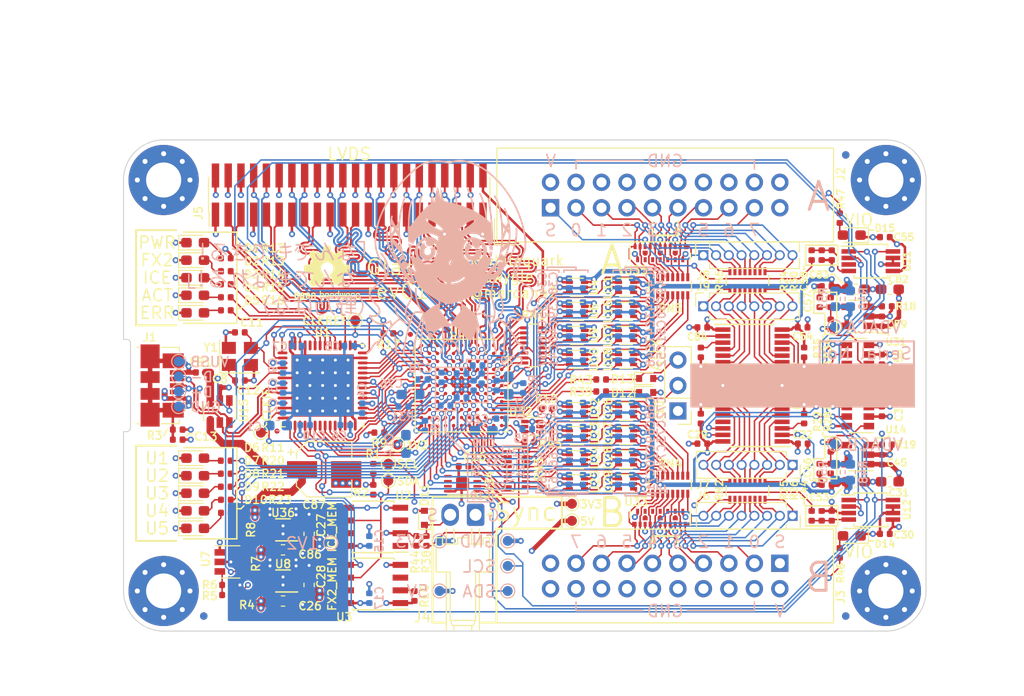
<source format=kicad_pcb>
(kicad_pcb (version 20221018) (generator pcbnew)
  (layers (0 "F.Cu" signal) (1 "In1.Cu" power) (2 "In2.Cu" power) (31 "B.Cu" signal) (34 "B.Paste" user) (35 "F.Paste" user) (36 "B.SilkS" user "B.Silkscreen") (37 "F.SilkS" user "F.Silkscreen") (38 "B.Mask" user) (39 "F.Mask" user) (44 "Edge.Cuts" user))
  (net 0 "")
  (net 1 "/SDA")
  (net 2 "+3V3")
  (net 3 "GND")
  (net 4 "/SCL")
  (net 5 "+5V")
  (net 6 "/~{CY_RESET}")
  (net 7 "/SHLD")
  (net 8 "/USB_P")
  (net 9 "/XTALOUT")
  (net 10 "/XTALIN")
  (net 11 "/USB_N")
  (net 12 "/D0")
  (net 13 "/D1")
  (net 14 "/D2")
  (net 15 "/D3")
  (net 16 "/D4")
  (net 17 "/D5")
  (net 18 "/D6")
  (net 19 "/D7")
  (net 20 "/FLAGA")
  (net 21 "/FLAGB")
  (net 22 "/FLAGC")
  (net 23 "/OE")
  (net 24 "/A0")
  (net 25 "/A1")
  (net 26 "/PKTEND")
  (net 27 "/FPGA_DONE")
  (net 28 "/~{FPGA_RESET}")
  (net 29 "+1V2")
  (net 30 "/1V2EN")
  (net 31 "/3V3EN")
  (net 32 "/PGOOD")
  (net 33 "/CLKIF")
  (net 34 "/FLAGD")
  (net 35 "/VUSB")
  (net 36 "/LED_CY")
  (net 37 "Net-(D2-Pad2)")
  (net 38 "Net-(D5-Pad2)")
  (net 39 "/LED_ERR")
  (net 40 "/LED_ACT")
  (net 41 "Net-(D4-Pad2)")
  (net 42 "Net-(D3-Pad2)")
  (net 43 "/LED_FPGA")
  (net 44 "Net-(D1-Pad2)")
  (net 45 "/~{ALERT}")
  (net 46 "Net-(R27-Pad1)")
  (net 47 "/CLKREF")
  (net 48 "/ENVB")
  (net 49 "/ENVA")
  (net 50 "/WR")
  (net 51 "/RD")
  (net 52 "Net-(RN3-Pad10)")
  (net 53 "Net-(RN3-Pad12)")
  (net 54 "Net-(RN3-Pad11)")
  (net 55 "Net-(RN3-Pad13)")
  (net 56 "Net-(RN3-Pad14)")
  (net 57 "Net-(RN3-Pad15)")
  (net 58 "Net-(RN3-Pad9)")
  (net 59 "Net-(RN3-Pad16)")
  (net 60 "Net-(RN1-Pad16)")
  (net 61 "Net-(RN1-Pad9)")
  (net 62 "Net-(RN1-Pad15)")
  (net 63 "Net-(RN1-Pad14)")
  (net 64 "Net-(RN1-Pad13)")
  (net 65 "Net-(RN1-Pad11)")
  (net 66 "Net-(RN1-Pad12)")
  (net 67 "Net-(RN1-Pad10)")
  (net 68 "/VCCPLL1")
  (net 69 "/VCCPLL0")
  (net 70 "/GNDPLL1")
  (net 71 "/GNDPLL0")
  (net 72 "Net-(D6-Pad2)")
  (net 73 "Net-(D10-Pad2)")
  (net 74 "Net-(D9-Pad2)")
  (net 75 "Net-(D8-Pad2)")
  (net 76 "Net-(D7-Pad2)")
  (net 77 "Net-(R33-Pad1)")
  (net 78 "/IO_Banks/IO_Buffer_B/Y0")
  (net 79 "/IO_Banks/IO_Buffer_B/Z0")
  (net 80 "/IO_Banks/IO_Buffer_B/Y7")
  (net 81 "/IO_Banks/IO_Buffer_B/Z7")
  (net 82 "/IO_Banks/IO_Buffer_B/Y1")
  (net 83 "/IO_Banks/IO_Buffer_B/Y2")
  (net 84 "/IO_Banks/IO_Buffer_B/Y3")
  (net 85 "/IO_Banks/IO_Buffer_B/Y4")
  (net 86 "/IO_Banks/IO_Buffer_B/Y5")
  (net 87 "/IO_Banks/IO_Buffer_B/Y6")
  (net 88 "/IO_Banks/IO_Buffer_B/Z1")
  (net 89 "/IO_Banks/IO_Buffer_B/Z2")
  (net 90 "/IO_Banks/IO_Buffer_B/Z3")
  (net 91 "/IO_Banks/IO_Buffer_B/Z5")
  (net 92 "/IO_Banks/IO_Buffer_B/Z4")
  (net 93 "/IO_Banks/IO_Buffer_B/Z6")
  (net 94 "/IO_Banks/IO_Buffer_A/Y0")
  (net 95 "/IO_Banks/IO_Buffer_A/Z0")
  (net 96 "/IO_Banks/IO_Buffer_A/Y7")
  (net 97 "/IO_Banks/IO_Buffer_A/Z7")
  (net 98 "/IO_Banks/IO_Buffer_A/Y1")
  (net 99 "/IO_Banks/IO_Buffer_A/Y2")
  (net 100 "/IO_Banks/IO_Buffer_A/Y3")
  (net 101 "/IO_Banks/IO_Buffer_A/Y4")
  (net 102 "/IO_Banks/IO_Buffer_A/Y5")
  (net 103 "/IO_Banks/IO_Buffer_A/Y6")
  (net 104 "/IO_Banks/IO_Buffer_A/Z1")
  (net 105 "/IO_Banks/IO_Buffer_A/Z2")
  (net 106 "/IO_Banks/IO_Buffer_A/Z3")
  (net 107 "/IO_Banks/IO_Buffer_A/Z5")
  (net 108 "/IO_Banks/IO_Buffer_A/Z4")
  (net 109 "/IO_Banks/IO_Buffer_A/Z6")
  (net 110 "/IO_Banks/QB6")
  (net 111 "/IO_Banks/QB5")
  (net 112 "/IO_Banks/QB4")
  (net 113 "/IO_Banks/QB3")
  (net 114 "/IO_Banks/QB2")
  (net 115 "/IO_Banks/QB1")
  (net 116 "/IO_Banks/QB7")
  (net 117 "/IO_Banks/QB0")
  (net 118 "/IO_Banks/QA0")
  (net 119 "/IO_Banks/QA7")
  (net 120 "/IO_Banks/QA1")
  (net 121 "/IO_Banks/QA2")
  (net 122 "/IO_Banks/QA3")
  (net 123 "/IO_Banks/QA4")
  (net 124 "/IO_Banks/QA5")
  (net 125 "/IO_Banks/QA6")
  (net 126 "/IO_Banks/IO_Buffer_A/VSAMP")
  (net 127 "/IO_Banks/U1")
  (net 128 "/IO_Banks/IO_Buffer_A/VSENSE")
  (net 129 "/IO_Banks/VIOB")
  (net 130 "/IO_Banks/VIOA")
  (net 131 "/IO_Banks/U2")
  (net 132 "/IO_Banks/IO_Buffer_B/VSAMP")
  (net 133 "/IO_Banks/IO_Buffer_B/VSENSE")
  (net 134 "/IO_Banks/U5")
  (net 135 "/IO_Banks/U4")
  (net 136 "/IO_Banks/U3")
  (net 137 "/IO_Banks/Z0_P")
  (net 138 "/IO_Banks/Z2_N")
  (net 139 "/IO_Banks/Z3_N")
  (net 140 "/IO_Banks/Z3_P")
  (net 141 "/IO_Banks/Z6_P")
  (net 142 "/IO_Banks/Z8_P")
  (net 143 "/IO_Banks/Z10_P")
  (net 144 "/IO_Banks/Z11_P")
  (net 145 "/IO_Banks/Z11_N")
  (net 146 "/IO_Banks/Z0_N")
  (net 147 "/IO_Banks/Z2_P")
  (net 148 "/IO_Banks/Z4_P")
  (net 149 "/IO_Banks/Z5_P")
  (net 150 "/IO_Banks/Z6_N")
  (net 151 "/IO_Banks/Z8_N")
  (net 152 "/IO_Banks/Z10_N")
  (net 153 "/IO_Banks/Z12_N")
  (net 154 "/IO_Banks/Z12_P")
  (net 155 "/IO_Banks/Z1_N")
  (net 156 "/IO_Banks/Z4_N")
  (net 157 "/IO_Banks/Z5_N")
  (net 158 "/IO_Banks/Z7_N")
  (net 159 "/IO_Banks/Z9_P")
  (net 160 "/IO_Banks/Z9_N")
  (net 161 "/IO_Banks/Z1_P")
  (net 162 "/IO_Banks/VIO_AUX")
  (net 163 "/IO_Banks/Z7_P")
  (net 164 "/IO_Banks/DA0")
  (net 165 "/IO_Banks/DA4")
  (net 166 "/IO_Banks/DA6")
  (net 167 "/IO_Banks/DA1")
  (net 168 "/IO_Banks/DA3")
  (net 169 "/IO_Banks/DA5")
  (net 170 "/IO_Banks/DA7")
  (net 171 "/IO_Banks/DB0")
  (net 172 "/IO_Banks/DB4")
  (net 173 "/IO_Banks/DB6")
  (net 174 "/IO_Banks/DB1")
  (net 175 "/IO_Banks/DB3")
  (net 176 "/IO_Banks/DB5")
  (net 177 "/IO_Banks/DB7")
  (net 178 "/IO_Banks/DA2")
  (net 179 "/IO_Banks/DB2")
  (net 180 "Net-(J7-Pad2)")
  (net 181 "Net-(J7-Pad4)")
  (net 182 "Net-(J7-Pad3)")
  (net 183 "Net-(J7-Pad5)")
  (net 184 "Net-(J7-Pad6)")
  (net 185 "Net-(J7-Pad7)")
  (net 186 "Net-(J7-Pad1)")
  (net 187 "Net-(J7-Pad8)")
  (net 188 "Net-(J9-Pad2)")
  (net 189 "Net-(J9-Pad4)")
  (net 190 "Net-(J9-Pad3)")
  (net 191 "Net-(J9-Pad5)")
  (net 192 "Net-(J9-Pad6)")
  (net 193 "Net-(J9-Pad7)")
  (net 194 "Net-(J9-Pad1)")
  (net 195 "Net-(J9-Pad8)")
  (net 196 "/IO_Banks/IO_Buffer_B/VFB")
  (net 197 "/IO_Banks/IO_Buffer_A/VFB")
  (net 198 "/IO_Banks/~{SYNC}")
  (net 199 "Net-(R40-Pad1)")
  (net 200 "Net-(FB1-Pad1)")
  (net 201 "Net-(R37-Pad1)")
  (net 202 "Net-(R36-Pad1)")
  (net 203 "Net-(R10-Pad1)")
  (net 204 "Net-(R39-Pad2)")
  (net 205 "Net-(R43-Pad2)")
  (net 206 "Net-(R38-Pad2)")
  (net 207 "Net-(D12-Pad1)")
  (net 208 "Net-(D13-Pad1)")
  (net 209 "Net-(R45-Pad2)")
  (net 210 "Net-(R45-Pad1)")
  (net 211 "Net-(D14-Pad2)")
  (net 212 "Net-(D15-Pad2)")
  (net 213 "Net-(J1-Pad4)")
  (net 214 "Net-(J2-Pad20)")
  (net 215 "Net-(J2-Pad19)")
  (net 216 "Net-(J3-Pad20)")
  (net 217 "Net-(J3-Pad19)")
  (net 218 "Net-(R48-Pad1)")
  (net 219 "Net-(R49-Pad1)")
  (net 220 "Net-(U1-Pad52)")
  (net 221 "Net-(U1-Pad46)")
  (net 222 "Net-(U2-Pad7)")
  (net 223 "Net-(U2-Pad3)")
  (net 224 "Net-(U2-Pad1)")
  (net 225 "Net-(U3-Pad7)")
  (net 226 "Net-(U3-Pad3)")
  (net 227 "Net-(U5-Pad13)")
  (net 228 "Net-(U19-Pad13)")
  (net 229 "/IO_Banks/IO_Buffer_A/ADRDAC")
  (net 230 "/IO_Banks/IO_Buffer_A/ADRADC")
  (net 231 "Net-(U30-PadB10)")
  (net 232 "Net-(U33-Pad21)")
  (net 233 "Net-(U33-Pad20)")
  (net 234 "Net-(U33-Pad17)")
  (net 235 "Net-(U33-Pad16)")
  (net 236 "Net-(U33-Pad13)")
  (net 237 "Net-(U33-Pad14)")
  (net 238 "Net-(U33-Pad15)")
  (net 239 "Net-(U33-Pad19)")
  (net 240 "Net-(U35-Pad21)")
  (net 241 "Net-(U35-Pad20)")
  (net 242 "Net-(U35-Pad17)")
  (net 243 "Net-(U35-Pad16)")
  (net 244 "Net-(U35-Pad13)")
  (net 245 "Net-(U35-Pad14)")
  (net 246 "Net-(U35-Pad15)")
  (net 247 "Net-(U35-Pad19)")
  (footprint "TestPoint:TestPoint_Pad_D1.0mm" (layer "F.Cu") (at 76.4 105)
    (fp_text reference "TP5" hide)
    (fp_text value "SCL" hide)
  )
  (footprint "TestPoint:TestPoint_Pad_D1.0mm" (layer "F.Cu") (at 76.4 103.3)
    (fp_text reference "TP4" hide)
    (fp_text value "SDA" hide)
  )
  (footprint "Package_TO_SOT_SMD:SOT-23-6" (layer "F.Cu") (at 123.2 98.6 180)
    (fp_text reference "U13")
    (fp_text value "DAC081C081CIMK")
  )
  (footprint "Fiducial:Fiducial_0.75mm_Dia_1.5mm_Outer" (layer "F.Cu") (at 58 118.5)
    (fp_text reference "FID1" hide)
    (fp_text value "Fiducial_0.75mm_Dia_1.5mm_Outer" hide)
  )
  (footprint "Fiducial:Fiducial_0.75mm_Dia_1.5mm_Outer" (layer "F.Cu") (at 122 72.5)
    (fp_text reference "FID2" hide)
    (fp_text value "Fiducial_0.75mm_Dia_1.5mm_Outer" hide)
  )
  (footprint "Resistor_SMD:R_Array_Convex_8x0602" (layer "F.Cu") (at 89.2 103.85)
    (fp_text reference "RN3")
    (fp_text value "33" hide)
  )
  (footprint "Resistor_SMD:R_Array_Convex_8x0602" (layer "F.Cu") (at 90.85 91.5)
    (fp_text reference "RN1")
    (fp_text value "33" hide)
  )
  (footprint "Capacitor_SMD:C_0402_1005Metric" (layer "F.Cu") (at 125.6 92.9 -90)
    (fp_text reference "C56")
    (fp_text value "u1")
  )
  (footprint "Capacitor_SMD:C_0402_1005Metric" (layer "F.Cu") (at 125.9 110.3 180)
    (fp_text reference "C30")
    (fp_text value "u1")
  )
  (footprint "Resistor_SMD:R_0402_1005Metric" (layer "F.Cu") (at 60.2 106.9 180)
    (fp_text reference "R22")
    (fp_text value "10k")
  )
  (footprint "Resistor_SMD:R_0402_1005Metric" (layer "F.Cu") (at 60.2 108.2 180)
    (fp_text reference "R23")
    (fp_text value "4k7")
  )
  (footprint "TestPoint:TestPoint_Pad_D1.0mm" (layer "F.Cu") (at 63.7 100.2)
    (fp_text reference "TP7" hide)
    (fp_text value "3V3" hide)
  )
  (footprint "TestPoint:TestPoint_Pad_D1.0mm" (layer "F.Cu") (at 73.1 89)
    (fp_text reference "TP6" hide)
    (fp_text value "CLKREF" hide)
  )
  (footprint "Resistor_SMD:R_0402_1005Metric" (layer "F.Cu") (at 75.5 100.2)
    (fp_text reference "R9")
    (fp_text value "100k")
  )
  (footprint "Package_DFN_QFN:Cypress_QFN-56-1EP_8x8mm_P0.5mm_EP6.22x6.22mm_ThermalVias" (layer "F.Cu") (at 69.85 95.5)
    (fp_text reference "U1")
    (fp_text value "CY7C68013A-56LTX")
  )
  (footprint "Glasgow:SOT-563" (layer "F.Cu") (at 100.1 105.3)
    (fp_text reference "U29")
    (fp_text value "SN74LVC1T45DRL")
  )
  (footprint "Connector_PinHeader_1.27mm:PinHeader_2x22_P1.27mm_Vertical_SMD" (layer "F.Cu") (at 72.5 76.5 90)
    (fp_text reference "J5")
    (fp_text value "Conn_02x22_Odd_Even")
  )
  (footprint "Resistor_SMD:R_0402_1005Metric" (layer "F.Cu") (at 120.5 89.4 90)
    (fp_text reference "R33")
    (fp_text value "49k9")
  )
  (footprint "LED_SMD:LED_0603_1608Metric_Pad1.05x0.95mm_HandSolder" (layer "F.Cu") (at 57.15 102.75)
    (fp_text reference "D6")
    (fp_text value "BLU")
  )
  (footprint "LED_SMD:LED_0603_1608Metric_Pad1.05x0.95mm_HandSolder" (layer "F.Cu") (at 57.15 106.25)
    (fp_text reference "D8")
    (fp_text value "WHT")
  )
  (footprint "LED_SMD:LED_0603_1608Metric_Pad1.05x0.95mm_HandSolder" (layer "F.Cu") (at 57.15 88.25)
    (fp_text reference "D5")
    (fp_text value "RED")
  )
  (footprint "LED_SMD:LED_0603_1608Metric_Pad1.05x0.95mm_HandSolder" (layer "F.Cu") (at 57.15 86.5)
    (fp_text reference "D4")
    (fp_text value "YEL")
  )
  (footprint "LED_SMD:LED_0603_1608Metric_Pad1.05x0.95mm_HandSolder" (layer "F.Cu") (at 57.15 84.75)
    (fp_text reference "D3")
    (fp_text value "GRN")
  )
  (footprint "LED_SMD:LED_0603_1608Metric_Pad1.05x0.95mm_HandSolder" (layer "F.Cu") (at 57.15 83)
    (fp_text reference "D2")
    (fp_text value "GRN")
  )
  (footprint "Resistor_SMD:R_0402_1005Metric" (layer "F.Cu") (at 60.2 85.4 180)
    (fp_text reference "R14")
    (fp_text value "20k")
  )
  (footprint "Resistor_SMD:R_0402_1005Metric" (layer "F.Cu") (at 60.2 86.7 180)
    (fp_text reference "R15")
    (fp_text value "2k2")
  )
  (footprint "Resistor_SMD:R_Array_Convex_8x0602" (layer "F.Cu") (at 104.5 85.6 90)
    (fp_text reference "RN5")
    (fp_text value "33" hide)
  )
  (footprint "Package_TO_SOT_SMD:SOT-23-6" (layer "F.Cu") (at 123.2 92.4 180)
    (fp_text reference "U20")
    (fp_text value "DAC081C081CIMK")
  )
  (footprint "Package_SO:SOIC-8_3.9x4.9mm_P1.27mm" (layer "F.Cu") (at 74.9 109.6 180)
    (fp_text reference "U2")
    (fp_text value "CAT24M01W")
  )
  (footprint "Resistor_SMD:R_0402_1005Metric" (layer "F.Cu") (at 60.315 115.4 180)
    (fp_text reference "R6")
    (fp_text value "10k")
  )
  (footprint "Package_TO_SOT_SMD:SOT-23-6" (layer "F.Cu") (at 60.7 113.1)
    (fp_text reference "U7")
    (fp_text value "LM3880MF-1AF")
  )
  (footprint "Resistor_SMD:R_0402_1005Metric" (layer "F.Cu") (at 60.185 104.3 180)
    (fp_text reference "R20")
    (fp_text value "10k")
  )
  (footprint "Glasgow:SOT-563" (layer "F.Cu") (at 100.1 100.5)
    (fp_text reference "U27")
    (fp_text value "SN74LVC1T45DRL")
  )
  (footprint "Glasgow:SOT-563" (layer "F.Cu") (at 100.1 98.1)
    (fp_text reference "U26")
    (fp_text value "SN74LVC1T45DRL")
  )
  (footprint "Glasgow:SOT-563" (layer "F.Cu") (at 100.1 90.5)
    (fp_text reference "U17")
    (fp_text value "SN74LVC1T45DRL")
  )
  (footprint "Glasgow:SOT-563" (layer "F.Cu") (at 95.2 92.9)
    (fp_text reference "U10")
    (fp_text value "SN74LVC1T45DRL")
  )
  (footprint "Glasgow:SOT-563" (layer "F.Cu") (at 95.2 90.5)
    (fp_text reference "U9")
    (fp_text value "SN74LVC1T45DRL")
  )
  (footprint "Glasgow:SOT-563" (layer "F.Cu") (at 95.2 88.1)
    (fp_text reference "U6")
    (fp_text value "SN74LVC1T45DRL")
  )
  (footprint "Glasgow:SOT-563" (layer "F.Cu") (at 95.2 98.1)
    (fp_text reference "U22")
    (fp_text value "SN74LVC1T45DRL")
  )
  (footprint "Glasgow:SOT-563" (layer "F.Cu") (at 95.2 102.9)
    (fp_text reference "U24")
    (fp_text value "SN74LVC1T45DRL")
  )
  (footprint "Glasgow:SOT-563" (layer "F.Cu") (at 95.2 105.3)
    (fp_text reference "U25")
    (fp_text value "SN74LVC1T45DRL")
  )
  (footprint "Resistor_SMD:R_Array_Convex_8x0602" (layer "F.Cu") (at 112.2 106 90)
    (fp_text reference "RN2")
    (fp_text value "10k" hide)
  )
  (footprint "Capacitor_SMD:C_0402_1005Metric" (layer "F.Cu") (at 120.1 85.6 180)
    (fp_text reference "C57")
    (fp_text value "u1")
  )
  (footprint "Resistor_SMD:R_0402_1005Metric" (layer "F.Cu") (at 119.6 108.5 -90)
    (fp_text reference "R26")
    (fp_text value "10k")
  )
  (footprint "Resistor_SMD:R_0402_1005Metric" (layer "F.Cu") (at 118.6 108.5 90)
    (fp_text reference "R25")
    (fp_text value "10k")
  )
  (footprint "Resistor_SMD:R_Array_Convex_8x0602" (layer "F.Cu") (at 112.2 85 -90)
    (fp_text reference "RN6")
    (fp_text value "10k")
  )
  (footprint "LED_SMD:LED_0603_1608Metric_Pad1.05x0.95mm_HandSolder" (layer "F.Cu") (at 57.15 81.25)
    (fp_text reference "D1")
    (fp_text value "GRN")
  )
  (footprint "Capacitor_SMD:C_0402_1005Metric" (layer "F.Cu") (at 125.6 98.085 90)
    (fp_text reference "C32")
    (fp_text value "u1")
  )
  (footprint "Capacitor_SMD:C_0402_1005Metric" (layer "F.Cu") (at 83.9 103.55 180)
    (fp_text reference "C16")
    (fp_text value "u1")
  )
  (footprint "Package_SO:MSOP-8_3x3mm_P0.65mm" (layer "F.Cu") (at 124.5 107.9)
    (fp_text reference "U12")
    (fp_text value "ADC081C021CIMM")
  )
  (footprint "Connector_PinSocket_1.27mm:PinSocket_1x08_P1.27mm_Vertical" (layer "F.Cu") (at 107.8 87.6 90)
    (fp_text reference "J9")
    (fp_text value "Conn_01x08")
  )
  (footprint "Connector_PinSocket_1.27mm:PinSocket_1x08_P1.27mm_Vertical" (layer "F.Cu") (at 116.7 108.5 -90)
    (fp_text reference "J6")
    (fp_text value "Conn_01x08")
  )
  (footprint "Capacitor_SMD:C_0402_1005Metric" (layer "F.Cu") (at 120.6 82.5 -90)
    (fp_text reference "C58")
    (fp_text value "12n")
  )
  (footprint "Capacitor_SMD:C_0603_1608Metric_Pad1.05x0.95mm_HandSolder" (layer "F.Cu") (at 126.4 85.9 180)
    (fp_text reference "C82")
    (fp_text value "4u7")
  )
  (footprint "Capacitor_SMD:C_0603_1608Metric_Pad1.05x0.95mm_HandSolder" (layer "F.Cu") (at 126.4 105.1 180)
    (fp_text reference "C31")
    (fp_text value "4u7")
  )
  (footprint "Capacitor_SMD:C_0603_1608Metric_Pad1.05x0.95mm_HandSolder" (layer "F.Cu") (at 123 105.1)
    (fp_text reference "C53")
    (fp_text value "4u7")
  )
  (footprint "Resistor_SMD:R_0402_1005Metric" (layer "F.Cu") (at 120.5 103.785 -90)
    (fp_text reference "R28")
    (fp_text value "59k")
  )
  (footprint "Resistor_SMD:R_0402_1005Metric" (layer "F.Cu") (at 120.5 101.615 -90)
    (fp_text reference "R27")
    (fp_text value "49k9")
  )
  (footprint "Fiducial:Fiducial_0.75mm_Dia_1.5mm_Outer" (layer "F.Cu") (at 122 118.5)
    (fp_text reference "FID3" hide)
    (fp_text value "Fiducial_0.75mm_Dia_1.5mm_Outer" hide)
  )
  (footprint "Fiducial:Fiducial_0.5mm_Dia_1mm_Outer" (layer "F.Cu") (at 78.6 90.4)
    (fp_text reference "FID8" hide)
    (fp_text value "Fiducial_0.5mm_Dia_1mm_Outer" hide)
  )
  (footprint "Fiducial:Fiducial_0.5mm_Dia_1mm_Outer" (layer "F.Cu") (at 65.3 100.05)
    (fp_text reference "FID7" hide)
    (fp_text value "Fiducial_0.5mm_Dia_1mm_Outer" hide)
  )
  (footprint "Capacitor_SMD:C_0402_1005Metric" (layer "F.Cu") (at 125.6 89.1 90)
    (fp_text reference "C59")
    (fp_text value "u1")
  )
  (footprint "Resistor_SMD:R_0402_1005Metric" (layer "F.Cu") (at 120.5 87.2 90)
    (fp_text reference "R34")
    (fp_text value "59k")
  )
  (footprint "Capacitor_SMD:C_0402_1005Metric" (layer "F.Cu") (at 61.6 90.2 180)
    (fp_text reference "C11")
    (fp_text value "18p")
  )
  (footprint "Capacitor_SMD:C_0402_1005Metric" (layer "F.Cu") (at 61.6 95)
    (fp_text reference "C12")
    (fp_text value "18p")
  )
  (footprint "Resistor_SMD:R_0402_1005Metric" (layer "F.Cu") (at 63.7 115 -90)
    (fp_text reference "R7")
    (fp_text value "100k")
  )
  (footprint "Resistor_SMD:R_0402_1005Metric" (layer "F.Cu") (at 60.2 88 180)
    (fp_text reference "R16")
    (fp_text value "10k")
  )
  (footprint "Resistor_SMD:R_0402_1005Metric" (layer "F.Cu") (at 76.4 90.3)
    (fp_text reference "R17")
    (fp_text value "100k")
  )
  (footprint "Resistor_SMD:R_0402_1005Metric" (layer "F.Cu") (at 60.2 82.8 180)
    (fp_text reference "R12")
    (fp_text value "20k")
  )
  (footprint "Symbol:OSHW-Logo2_7.3x6mm_SilkScreen" (layer "F.Cu") (at 70.3 84.3)
    (fp_text reference "REF**" hide)
    (fp_text value "OSHW-Logo2_7.3x6mm_SilkScreen" hide)
  )
  (footprint "Resistor_SMD:R_0402_1005Metric" (layer "F.Cu") (at 60.2 84.1 180)
    (fp_text reference "R13")
    (fp_text value "20k")
  )
  (footprint "Crystal:Crystal_SMD_3225-4Pin_3.2x2.5mm" (layer "F.Cu") (at 61.6 92.6)
    (fp_text reference "Y1")
    (fp_text value "24M")
  )
  (footprint "Package_BGA:BGA-121_9.0x9.0mm_Layout11x11_P0.8mm_Ball0.4mm_Pad0.35mm_NSMD" (layer "F.Cu") (at 83.7 95.5 -90)
    (fp_text reference "U30")
    (fp_text value "ICE40HX8K-BG121")
  )
  (footprint "Resistor_SMD:R_0402_1005Metric" (layer "F.Cu") (at 55.4 99.9)
    (fp_text reference "R3")
    (fp_text value "100k")
  )
  (footprint "Capacitor_SMD:C_0402_1005Metric" (layer "F.Cu") (at 55.4 100.9)
    (fp_text reference "C13")
    (fp_text value "u1")
  )
  (footprint "Glasgow:SOT-563" (layer "F.Cu") (at 95.2 85.7)
    (fp_text reference "U4")
    (fp_text value "SN74LVC1T45DRL")
  )
  (footprint "Glasgow:SOT-563" (layer "F.Cu") (at 100.1 88.1)
    (fp_text reference "U16")
    (fp_text value "SN74LVC1T45DRL")
  )
  (footprint "Glasgow:SOT-563" (layer "F.Cu") (at 100.1 85.7)
    (fp_text reference "U11")
    (fp_text value "SN74LVC1T45DRL")
  )
  (footprint "Resistor_SMD:R_0402_1005Metric" (layer "F.Cu") (at 60.185 105.6 180)
    (fp_text reference "R21")
    (fp_text value "6k8")
  )
  (footprint "LED_SMD:LED_0603_1608Metric_Pad1.05x0.95mm_HandSolder" (layer "F.Cu") (at 57.15 108)
    (fp_text reference "D9")
    (fp_text value "PNK")
  )
  (footprint "Resistor_SMD:R_0402_1005Metric" (layer "F.Cu") (at 60.185 103 180)
    (fp_text reference "R11")
    (fp_text value "4k7")
  )
  (footprint "LED_SMD:LED_0603_1608Metric_Pad1.05x0.95mm_HandSolder" (layer "F.Cu") (at 57.15 104.5)
    (fp_text reference "D7")
    (fp_text value "PNK")
  )
  (footprint "LED_SMD:LED_0603_1608Metric_Pad1.05x0.95mm_HandSolder" (layer "F.Cu") (at 57.15 109.75)
    (fp_text reference "D10")
    (fp_text value "BLU")
  )
  (footprint "Resistor_SMD:R_0402_1005Metric" (layer "F.Cu") (at 126.1 87.6)
    (fp_text reference "R18")
    (fp_text value "10k")
  )
  (footprint "Resistor_SMD:R_0402_1005Metric" (layer "F.Cu") (at 63.7 109.9 -90)
    (fp_text reference "R8")
    (fp_text value "100k")
  )
  (footprint "Connector_PinSocket_1.27mm:PinSocket_1x08_P1.27mm_Vertical" (layer "F.Cu") (at 116.7 103.42 -90)
    (fp_text reference "J7")
    (fp_text value "Conn_01x08")
  )
  (footprint "Package_TO_SOT_SMD:SOT-23-5" (layer "F.Cu") (at 123.2 102.4 180)
    (fp_text reference "U14")
    (fp_text value "TPS73101DBV")
  )
  (footprint "Capacitor_SMD:C_0402_1005Metric" (layer "F.Cu") (at 107.7 101.3 180)
    (fp_text reference "C29")
    (fp_text value "u1")
  )
  (footprint "Connector_USB:USB_Micro-B_Molex_47346-0001" (layer "F.Cu") (at 53.85 95.5 -90)
    (fp_text reference "J1")
    (fp_text value "USB_B_Micro")
  )
  (footprint "Capacitor_SMD:C_0402_1005Metric" (layer "F.Cu") (at 120.6 108.5 90)
    (fp_text reference "C44")
    (fp_text value "12n")
  )
  (footprint "Capacitor_SMD:C_0402_1005Metric" (layer "F.Cu") (at 120.1 105.4 180)
    (fp_text reference "C46")
    (fp_text value "u1")
  )
  (footprint "Resistor_SMD:R_0402_1005Metric" (layer "F.Cu") (at 126.1 101.4)
    (fp_text reference "R19")
    (fp_text value "10k")
  )
  (footprint "Glasgow:SOT-563" (layer "F.Cu") (at 100.1 92.9)
    (fp_text reference "U18")
    (fp_text value "SN74LVC1T45DRL")
  )
  (footprint "Resistor_SMD:R_0402_1005Metric" (layer "F.Cu") (at 79 116.5 -90)
    (fp_text reference "R40" hide)
    (fp_text value "DNP")
  )
  (footprint "Package_SO:SOIC-8_3.9x4.9mm_P1.27mm" (layer "F.Cu") (at 74.9 115.3 180)
    (fp_text reference "U3")
    (fp_text value "CAT24C256W")
  )
  (footprint "Package_DFN_QFN:WDFN-8-1EP_3x2mm_P0.5mm_EP1.3x1.4mm" (layer "F.Cu") (at 83.8 105.3)
    (fp_text reference "U34")
    (fp_text value "ATECC508A")
  )
  (footprint "Capacitor_SMD:C_0402_1005Metric" (layer "F.Cu") (at 117.7 89.7)
    (fp_text reference "C54")
    (fp_text value "u1")
  )
  (footprint "Package_SO:TSSOP-16_4.4x5mm_P0.65mm" (layer "F.Cu") (at 112.7 92.2)
    (fp_text reference "U19")
    (fp_text value "PCA6408APW")
  )
  (footprint "Resistor_SMD:R_0402_1005Metric" (layer "F.Cu") (at 97.615 96.1 180)
    (fp_text reference "R39")
    (fp_text value "47")
  )
  (footprint "Resistor_SMD:R_0402_1005Metric" (layer "F.Cu") (at 80.2 111 -90)
    (fp_text reference "R38")
    (fp_text value "47")
  )
  (footprint "Resistor_SMD:R_0402_1005Metric" (layer "F.Cu") (at 97.615 94.9 180)
    (fp_text reference "R43")
    (fp_text value "47")
  )
  (footprint "Glasgow:SOT-563" (layer "F.Cu") (at 100.1 102.9)
    (fp_text reference "U28")
    (fp_text value "SN74LVC1T45DRL")
  )
  (footprint "Glasgow:SOT-563" (layer "F.Cu") (at 95.2 100.5)
    (fp_text reference "U23")
    (fp_text value "SN74LVC1T45DRL")
  )
  (footprint "Capacitor_SMD:C_0402_1005Metric" (layer "F.Cu") (at 117.715 101.3)
    (fp_text reference "C22")
    (fp_text value "u1")
  )
  (footprint "Connector_IDC:IDC-Header_2x10_P2.54mm_Vertical" (layer "F.Cu") (at 115.43 113.23 -90)
    (fp_text reference "J3")
    (fp_text value "Conn_02x10_Odd_Even")
  )
  (footprint "Resistor_SMD:R_0402_1005Metric" (layer "F.Cu") (at 79.2 111 90)
    (fp_text reference "R44")
    (fp_text value "10k")
  )
  (footprint "Glasgow:UDFN-18-3EP_5.5x1.5mm_P0.5mm_EP0.5x0.5mm" (layer "F.Cu") (at 103.5 108.7)
    (fp_text reference "U33")
    (fp_text value "MG2040")
  )
  (footprint "Glasgow:UDFN-18-3EP_5.5x1.5mm_P0.5mm_EP0.5x0.5mm" (layer "F.Cu") (at 103.5 82.3 180)
    (fp_text reference "U35")
    (fp_text value "MG2040")
  )
  (footprint "Resistor_SMD:R_0402_1005Metric" (layer "F.Cu") (at 117.85 98.8 90)
    (fp_text reference "R36")
    (fp_text value "10k")
  )
  (footprint "Resistor_SMD:R_0402_1005Metric" (layer "F.Cu") (at 107.55 98.8 -90)
    (fp_text reference "R41")
    (fp_text value "1k")
  )
  (footprint "Capacitor_SMD:C_0402_1005Metric" (layer "F.Cu") (at 107.7 89.7 180)
    (fp_text reference "C84")
    (fp_text value "u1")
  )
  (footprint "Resistor_SMD:R_0402_1005Metric" (layer "F.Cu") (at 107.55 92.2 -90)
    (fp_text reference "R37")
    (fp_text value "10k")
  )
  (footprint "Capacitor_SMD:C_0402_1005Metric" (layer "F.Cu") (at 125.6 102.9 90)
    (fp_text reference "C45")
    (fp_text value "u1")
  )
  (footprint "Inductor_SMD:L_0402_1005Metric" (layer "F.Cu") (at 57.7 94.2)
    (fp_text reference "FB1")
    (fp_text value "Ferrite_Bead")
  )
  (footprint "Package_SO:TSSOP-16_4.4x5mm_P0.65mm" (layer "F.Cu") (at 112.7 98.8 180)
    (fp_text reference "U5")
    (fp_text value "PCA6408APW")
  )
  (footprint "Resistor_SMD:R_0402_1005Metric" (layer "F.Cu") (at 117.85 92.2 90)
    (fp_text reference "R42")
    (fp_text value "1k")
  )
  (footprint "Resistor_SMD:R_0402_1005Metric" (layer "F.Cu") (at 119.4 87.2 -90)
    (fp_text reference "R35")
    (fp_text value "24k3")
  )
  (footprint "Resistor_SMD:R_0402_1005Metric" (layer "F.Cu") (at 119.4 103.8 90)
    (fp_text reference "R29")
    (fp_text value "24k3")
  )
  (footprint "Resistor_SMD:R_Array_Convex_8x0602" (layer "F.Cu") (at 104.5 105.4 -90)
    (fp_text reference "RN4")
    (fp_text value "33" hide)
  )
  (footprint "Resistor_SMD:R_0402_1005Metric" (layer "F.Cu") (at 92.2 97.8 180)
    (fp_text reference "R10")
    (fp_text value "1k")
  )
  (footprint "TestPoint:TestPoint_Pad_D1.0mm" (layer "F.Cu") (at 94.7 107.3)
    (fp_text reference "TP3" hide)
    (fp_text value "3V3" hide)
  )
  (footprint "TestPoint:TestPoint_Pad_D1.0mm" (layer "F.Cu") (at 94.7 109)
    (fp_text reference "TP1" hide)
    (fp_text value "5V" hide)
  )
  (footprint "Resistor_SMD:R_0402_1005Metric" (layer "F.Cu") (at 74.9 105.9 90)
    (fp_text reference "R2")
    (fp_text value "2k2")
  )
  (footprint "Diode_SMD:D_SOD-523" (layer "F.Cu") (at 102.1 96.2)
    (fp_text reference "D12")
    (fp_text value "ESD5Z5.0T1G")
  )
  (footprint "Resistor_SMD:R_0402_1005Metric" (layer "F.Cu") (at 90.45 101.15 180)
    (fp_text reference "R45")
    (fp_text value "47")
  )
  (footprint "Glasgow:SOT-563" (layer "F.Cu") (at 90.75 99.6)
    (fp_text reference "U32")
    (fp_text value "SN74LVC1T45DRL")
  )
  (footprint "Connector_PinHeader_2.54mm:PinHeader_1x03_P2.54mm_Vertical" (layer "F.Cu") (at 105.27 98.04 180)
    (fp_text reference "J10")
    (fp_text value "Conn_01x03")
  )
  (footprint "Resistor_SMD:R_0402_1005Metric" (layer "F.Cu") (at 60.315 116.4)
    (fp_text reference "R5")
    (fp_text value "24k3")
  )
  (footprint "Glasgow:MountingHole_3.5mm_Pad_Via_CrtYd" (layer "F.Cu") (at 54 116)
    (fp_text reference "MK1" hide)
    (fp_text value "Mounting_Hole_PAD" hide)
  )
  (footprint "Glasgow:MountingHole_3.5mm_Pad_Via_CrtYd" (layer "F.Cu") (at 54 75)
    (fp_text reference "MK2" hide)
    (fp_text value "Mounting_Hole_PAD" hide)
  )
  (footprint "Glasgow:MountingHole_3.5mm_Pad_Via_CrtYd" (layer "F.Cu") (at 126 116)
    (fp_text reference "MK4" hide)
    (fp_text value "Mounting_Hole_PAD" hide)
  )
  (footprint "Capacitor_SMD:C_0603_1608Metric_Pad1.05x0.95mm_HandSolder" (layer "F.Cu") (at 123 85.9)
    (fp_text reference "C83")
    (fp_text value "4u7")
  )
  (footprint "Resistor_SMD:R_0402_1005Metric" (layer "F.Cu") (at 119.6 82.5 90)
    (fp_text reference "R30")
    (fp_text value "10k")
  )
  (footprint "Resistor_SMD:R_0402_1005Metric" (layer "F.Cu") (at 118.6 82.5 -90)
    (fp_text reference "R24")
    (fp_text value "10k")
  )
  (footprint "Glasgow:MountingHole_3.5mm_Pad_Via_CrtYd" (layer "F.Cu") (at 126 75)
    (fp_text reference "MK3" hide)
    (fp_text value "Mounting_Hole_PAD" hide)
  )
  (footprint "Connector_PinSocket_1.27mm:PinSocket_1x08_P1.27mm_Vertical" (layer "F.Cu") (at 107.8 82.5 90)
    (fp_text reference "J8")
    (fp_text value "Conn_01x08")
  )
  (footprint "LED_SMD:LED_0603_1608Metric_Pad1.05x0.95mm_HandSolder" (layer "F.Cu") (at 122.6 80.5 180)
    (fp_text reference "D15")
    (fp_text value "GRN")
  )
  (footprint "Package_SO:MSOP-8_3x3mm_P0.65mm" (layer "F.Cu") (at 124.5 83.1)
    (fp_text reference "U21")
    (fp_text value "ADC081C021CIMM")
  )
  (footprint "Capacitor_SMD:C_0402_1005Metric" (layer "F.Cu") (at 125.9 80.7 180)
    (fp_text reference "C55")
    (fp_text value "u1")
  )
  (footprint "Connector_IDC:IDC-Header_2x10_P2.54mm_Vertical" (layer "F.Cu") (at 92.57 77.77 90)
    (fp_text reference "J2")
    (fp_text value "Conn_02x10_Odd_Even")
  )
  (footprint "Resistor_SMD:R_0402_1005Metric" (layer "F.Cu") (at 121.4 112.2 90)
    (fp_text reference "R46")
    (fp_text value "20k")
  )
  (footprint "Resistor_SMD:R_0402_1005Metric" (layer "F.Cu") (at 121.4 78.8 -90)
    (fp_text reference "R47")
    (fp_text value "20k")
  )
  (footprint "Capacitor_SMD:CP_Elec_5x3.9" (layer "F.Cu") (at 70 103.85)
    (fp_text reference "C87")
    (fp_text value "150u")
  )
  (footprint "Capacitor_SMD:C_0603_1608Metric_Pad1.05x0.95mm_HandSolder" (layer "F.Cu") (at 68.5 110.3 90)
    (fp_text reference "C27")
    (fp_text value "4u7")
  )
  (footprint "Capacitor_SMD:C_0603_1608Metric_Pad1.05x0.95mm_HandSolder" (layer "F.Cu") (at 68.5 115.4 90)
    (fp_text reference "C28")
    (fp_text value "4u7")
  )
  (footprint "TestPoint:TestPoint_Pad_D1.0mm" (layer "F.Cu") (at 77.3 101.4)
    (fp_text reference "TP2" hide)
    (fp_text value "1V2" hide)
  )
  (footprint "Resistor_SMD:R_0402_1005Metric" (layer "F.Cu") (at 62.3 116.4 180)
    (fp_text reference "R4")
    (fp_text value "100k")
  )
  (footprint "Capacitor_SMD:C_0603_1608Metric_Pad1.05x0.95mm_HandSolder" (layer "F.Cu") (at 65.9 117 180)
    (fp_text reference "C26")
    (fp_text value "4u7")
  )
  (footprint "Capacitor_SMD:C_0603_1608Metric_Pad1.05x0.95mm_HandSolder" (layer "F.Cu") (at 65.9 111.9 180)
    (fp_text reference "C86")
    (fp_text value "4u7")
  )
  (footprint "Glasgow:DFN-6-1EP_2x2mm_P0.65mm_EP1x1.6mm_ThermalVias" (layer "F.Cu") (at 65.9 115 180)
    (fp_text reference "U8")
    (fp_text value "TLV75533PDRVR")
  )
  (footprint "Glasgow:Molex_KK-254_1x02_P2.54mm_Horizontal" (layer "F.Cu") (at 85.1 108.4)
    (fp_text reference "J4")
    (fp_text value "Conn_01x02")
  )
  (footprint "LED_SMD:LED_0603_1608Metric_Pad1.05x0.95mm_HandSolder" (layer "F.Cu") (at 122.6 110.5 180)
    (fp_text reference "D14")
    (fp_text value "GRN")
  )
  (footprint "Package_TO_SOT_SMD:SOT-23-5" (layer "F.Cu") (at 123.2 88.6 180)
    (fp_text reference "U31")
    (fp_text value "TPS73101DBV")
  )
  (footprint "Diode_SMD:D_SOD-523" (layer "F.Cu") (at 102.1 94.8)
    (fp_text reference "D13")
    (fp_text value "ESD5Z5.0T1G")
  )
  (footprint "Diode_SMD:D_SOD-523" (layer "F.Cu") (at 80 108.7 90)
    (fp_text reference "D11")
    (fp_text value "ESD5Z5.0T1G")
  )
  (footprint "Resistor_SMD:R_0402_1005Metric" (layer "F.Cu") (at 74.9 103.8 -90)
    (fp_text reference "R1")
    (fp_text value "2k2")
  )
  (footprint "Capacitor_SMD:C_0402_1005Metric" (layer "F.Cu") (at 59.15 95.7)
    (fp_text reference "C8")
    (fp_text value "u1")
  )
  (footprint "Package_TO_SOT_SMD:SOT-23-6" (layer "F.Cu") (at 59.6 98.1 -90)
    (fp_text reference "U15")
    (fp_text value "TPD3S014")
  )
  (footprint "Glasgow:DFN-6-1EP_2x2mm_P0.65mm_EP1x1.6mm_ThermalVias" (layer "F.Cu") (at 65.9 109.9 180)
    (fp_text reference "U36")
    (fp_text value "TLV73312PQDRVRQ1")
  )
  (footprint "Fiducial:Fiducial_0.75mm_Dia_1.5mm_Outer" (layer "B.Cu") (at 58 118.5)
    (fp_text reference "FID4" hide)
    (fp_text value "Fiducial_0.75mm_Dia_1.5mm_Outer" hide)
  )
  (footprint "Fiducial:Fiducial_0.75mm_Dia_1.5mm_Outer" (layer "B.Cu") (at 122 72.5)
    (fp_text reference "FID5" hide)
    (fp_text value "Fiducial_0.75mm_Dia_1.5mm_Outer" hide)
  )
  (footprint "Capacitor_SMD:C_0402_1005Metric" (layer "B.Cu") (at 83.7 96.7 180)
    (fp_text reference "C23")
    (fp_text value "u1")
  )
  (footprint "Capacitor_SMD:C_0402_1005Metric" (layer "B.Cu") (at 84.9 95.5 90)
    (fp_text reference "C77")
    (fp_text value "u1")
  )
  (footprint "Capacitor_SMD:C_0402_1005Metric" (layer "B.Cu") (at 99.3 92.5 -90)
    (fp_text reference "C48")
    (fp_text value "u1")
  )
  (footprint "Capacitor_SMD:C_0402_1005Metric" (layer "B.Cu") (at 100.7 85.3 -90)
    (fp_text reference "C49")
    (fp_text value "u1")
  )
  (footprint "Capacitor_SMD:C_0402_1005Metric" (layer "B.Cu") (at 100.7 87.7 -90)
    (fp_text reference "C50")
    (fp_text value "u1")
  )
  (footprint "Capacitor_SMD:C_0402_1005Metric" (layer "B.Cu") (at 100.7 92.515 -90)
    (fp_text reference "C52")
    (fp_text value "u1")
  )
  (footprint "Capacitor_SMD:C_0402_1005Metric" (layer "B.Cu") (at 95.8 97.7 -90)
    (fp_text reference "C64")
    (fp_text value "u1")
  )
  (footprint "Capacitor_SMD:C_0402_1005Metric" (layer "B.Cu") (at 95.8 90.1 -90)
    (fp_text reference "C40")
    (fp_text value "u1")
  )
  (footprint "Capacitor_SMD:C_0402_1005Metric" (layer "B.Cu") (at 99.3 97.715 -90)
    (fp_text reference "C68")
    (fp_text value "u1")
  )
  (footprint "Capacitor_SMD:C_0402_1005Metric" (layer "B.Cu") (at 99.3 100.1 -90)
    (fp_text reference "C69")
    (fp_text value "u1")
  )
  (footprint "Capacitor_SMD:C_0402_1005Metric" (layer "B.Cu") (at 99.3 102.5 -90)
    (fp_text reference "C70")
    (fp_text value "u1")
  )
  (footprint "Capacitor_SMD:C_0402_1005Metric" (layer "B.Cu") (at 99.3 104.9 -90)
    (fp_text reference "C71")
    (fp_text value "u1")
  )
  (footprint "Capacitor_SMD:C_0402_1005Metric" (layer "B.Cu") (at 100.7 97.715 -90)
    (fp_text reference "C72")
    (fp_text value "u1")
  )
  (footprint "Capacitor_SMD:C_0402_1005Metric" (layer "B.Cu") (at 100.7 100.1 -90)
    (fp_text reference "C73")
    (fp_text value "u1")
  )
  (footprint "Capacitor_SMD:C_0402_1005Metric" (layer "B.Cu") (at 100.7 102.5 -90)
    (fp_text reference "C74")
    (fp_text value "u1")
  )
  (footprint "Capacitor_SMD:C_0402_1005Metric" (layer "B.Cu") (at 100.7 104.9 -90)
    (fp_text reference "C75")
    (fp_text value "u1")
  )
  (footprint "Capacitor_SMD:C_0402_1005Metric" (layer "B.Cu") (at 82.1 97.5)
    (fp_text reference "C18")
    (fp_text value "u1")
  )
  (footprint "Capacitor_SMD:C_0402_1005Metric" (layer "B.Cu") (at 83.7 94.3 180)
    (fp_text reference "C33")
    (fp_text value "u1")
  )
  (footprint "Capacitor_SMD:C_0402_1005Metric" (layer "B.Cu") (at 79.815 94.9 180)
    (fp_text reference "C78")
    (fp_text value "u1")
  )
  (footprint "Resistor_SMD:R_0402_1005Metric" (layer "B.Cu") (at 77.9 97.6 180)
    (fp_text reference "R31")
    (fp_text value "100")
  )
  (footprint "Capacitor_SMD:C_0603_1608Metric_Pad1.05x0.95mm_HandSolder" (layer "B.Cu") (at 78.6 96.4 180)
    (fp_text reference "C76")
    (fp_text value "4u7")
  )
  (footprint "Capacitor_SMD:C_0402_1005Metric" (layer "B.Cu") (at 85.3 93.5)
    (fp_text reference "C24")
    (fp_text value "u1")
  )
  (footprint "Capacitor_SMD:C_0402_1005Metric" (layer "B.Cu") (at 67.3 91.55)
    (fp_text reference "C7")
    (fp_text value "u1")
  )
  (footprint "Capacitor_SMD:C_0402_1005Metric" (layer "B.Cu") (at 72.1 99.45 180)
    (fp_text reference "C6")
    (fp_text value "u1")
  )
  (footprint "Capacitor_SMD:C_0402_1005Metric" (layer "B.Cu") (at 65.9 93.765 -90)
    (fp_text reference "C9")
    (fp_text value "u1")
  )
  (footprint "Capacitor_SMD:C_0402_1005Metric" (layer "B.Cu") (at 68.1 99.45)
    (fp_text reference "C10")
    (fp_text value "u1")
  )
  (footprint "Capacitor_SMD:C_0402_1005Metric" (layer "B.Cu") (at 72.5 91.55 180)
    (fp_text reference "C5")
    (fp_text value "u1")
  )
  (footprint "Capacitor_SMD:C_0603_1608Metric_Pad1.05x0.95mm_HandSolder" (layer "B.Cu") (at 65.4 99.5)
    (fp_text reference "C1")
    (fp_text value "4u7")
  )
  (footprint "Capacitor_SMD:C_0402_1005Metric" (layer "B.Cu") (at 65.9 97.75 -90)
    (fp_text reference "C2")
    (fp_text value "u1")
  )
  (footprint "Capacitor_SMD:C_0402_1005Metric" (layer "B.Cu") (at 65.9 95.75 -90)
    (fp_text reference "C3")
    (fp_text value "u1")
  )
  (footprint "Capacitor_SMD:C_0402_1005Metric" (layer "B.Cu") (at 73.8 97.765 -90)
    (fp_text reference "C4")
    (fp_text value "u1")
  )
  (footprint "Capacitor_SMD:C_0402_1005Metric" (layer "B.Cu") (at 80.05 99.5 90)
    (fp_text reference "C81")
    (fp_text value "u1")
  )
  (footprint "Resistor_SMD:R_0402_1005Metric" (layer "B.Cu") (at 89.85 95.75 90)
    (fp_text reference "R32")
    (fp_text value "100")
  )
  (footprint "Capacitor_SMD:C_0402_1005Metric" (layer "B.Cu") (at 74.5 111.015 90)
    (fp_text reference "C15")
    (fp_text value "u1")
  )
  (footprint "Capacitor_SMD:C_0402_1005Metric" (layer "B.Cu") (at 95.8 85.3 -90)
    (fp_text reference "C38")
    (fp_text value "u1")
  )
  (footprint "Capacitor_SMD:C_0402_1005Metric" (layer "B.Cu") (at 94.4 85.3 -90)
    (fp_text reference "C34")
    (fp_text value "u1")
  )
  (footprint "Capacitor_SMD:C_0402_1005Metric" (layer "B.Cu") (at 94.4 97.7 -90)
    (fp_text reference "C60")
    (fp_text value "u1")
  )
  (footprint "Capacitor_SMD:C_0402_1005Metric" (layer "B.Cu") (at 95.8 100.1 -90)
    (fp_text reference "C65")
    (fp_text value "u1")
  )
  (footprint "Capacitor_SMD:C_0402_1005Metric" (layer "B.Cu") (at 94.4 100.1 -90)
    (fp_text reference "C61")
    (fp_text value "u1")
  )
  (footprint "Capacitor_SMD:C_0402_1005Metric" (layer "B.Cu") (at 94.4 102.485 -90)
    (fp_text reference "C62")
    (fp_text value "u1")
  )
  (footprint "Capacitor_SMD:C_0402_1005Metric" (layer "B.Cu") (at 95.8 102.5 -90)
    (fp_text reference "C66")
    (fp_text value "u1")
  )
  (footprint "Capacitor_SMD:C_0402_1005Metric" (layer "B.Cu") (at 94.4 104.885 -90)
    (fp_text reference "C63")
    (fp_text value "u1")
  )
  (footprint "Capacitor_SMD:C_0402_1005Metric" (layer "B.Cu") (at 95.8 104.9 -90)
    (fp_text reference "C67")
    (fp_text value "u1")
  )
  (footprint "Capacitor_SMD:C_0402_1005Metric" (layer "B.Cu") (at 94.4 87.7 -90)
    (fp_text reference "C35")
    (fp_text value "u1")
  )
  (footprint "Capacitor_SMD:C_0402_1005Metric" (layer "B.Cu") (at 94.4 92.5 -90)
    (fp_text reference "C37")
    (fp_text value "u1")
  )
  (footprint "Capacitor_SMD:C_0402_1005Metric" (layer "B.Cu") (at 94.4 90.1 -90)
    (fp_text reference "C36")
    (fp_text value "u1")
  )
  (footprint "Capacitor_SMD:C_0402_1005Metric" (layer "B.Cu") (at 95.8 87.685 -90)
    (fp_text reference "C39")
    (fp_text value "u1")
  )
  (footprint "Capacitor_SMD:C_0402_1005Metric" (layer "B.Cu") (at 74.5 116.715 90)
    (fp_text reference "C17")
    (fp_text value "u1")
  )
  (footprint "Capacitor_SMD:C_0402_1005Metric" (layer "B.Cu") (at 81.7 94.7 -90)
    (fp_text reference "C25")
    (fp_text value "u1")
  )
  (footprint "Capacitor_SMD:C_0402_1005Metric" (layer "B.Cu") (at 87.65 98.8)
    (fp_text reference "C20")
    (fp_text value "u1")
  )
  (footprint "Glasgow:nono_hana" (layer "B.Cu") (at 73.8 82.5 180)
    (fp_text reference "NONO_HANA" hide)
    (fp_text value "MECHOKKU" hide)
  )
  (footprint "Capacitor_SMD:C_0402_1005Metric" (layer "B.Cu") (at 99.3 85.3 -90)
    (fp_text reference "C42")
    (fp_text value "u1")
  )
  (footprint "Capacitor_SMD:C_0402_1005Metric" (layer "B.Cu") (at 99.3 87.7 -90)
    (fp_text reference "C43")
    (fp_text value "u1")
  )
  (footprint "Capacitor_SMD:C_0402_1005Metric" (layer "B.Cu") (at 99.3 90.1 -90)
    (fp_text reference "C47")
    (fp_text value "u1")
  )
  (footprint "Capacitor_SMD:C_0402_1005Metric" (layer "B.Cu") (at 95.8 92.5 -90)
    (fp_text reference "C41")
    (fp_text value "u1")
  )
  (footprint "Capacitor_SMD:C_0402_1005Metric" (layer "B.Cu") (at 100.7 90.1 -90)
    (fp_text reference "C51")
    (fp_text value "u1")
  )
  (footprint "Fiducial:Fiducial_0.75mm_Dia_1.5mm_Outer" (layer "B.Cu") (at 122 118.5)
    (fp_text reference "FID6" hide)
    (fp_text value "Fiducial_0.75mm_Dia_1.5mm_Outer" hide)
  )
  (footprint "Capacitor_SMD:C_0603_1608Metric_Pad1.05x0.95mm_HandSolder" (layer "B.Cu") (at 78.15 101.325 -90)
    (fp_text reference "C14")
    (fp_text value "4u7")
  )
  (footprint "Capacitor_SMD:C_0603_1608Metric_Pad1.05x0.95mm_HandSolder" (layer "B.Cu") (at 85.9 100)
    (fp_text reference "C19")
    (fp_text value "4u7")
  )
  (footprint "TestPoint:TestPoint_Pad_D1.0mm" (layer "B.Cu") (at 88.3 111)
    (fp_text reference "TP12" hide)
    (fp_text value "GND" hide)
  )
  (footprint "TestPoint:TestPoint_Pad_D1.0mm" (layer "B.Cu") (at 88.3 113.5)
    (fp_text reference "TP11" hide)
    (fp_text value "SCL" hide)
  )
  (footprint "TestPoint:TestPoint_Pad_D1.0mm" (layer "B.Cu") (at 88.3 116)
    (fp_text reference "TP10" hide)
    (fp_text value "SDA" hide)
  )
  (footprint "TestPoint:TestPoint_Pad_D1.0mm" (layer "B.Cu") (at 81.5 116)
    (fp_text reference "TP8" hide)
    (fp_text value "5V" hide)
  )
  (footprint "TestPoint:TestPoint_Pad_D1.0mm" (layer "B.Cu") (at 81.5 111)
    (fp_text reference "TP9" hide)
    (fp_text value "3V3" hide)
  )
  (footprint "TestPoint:TestPoint_Pad_D1.0mm" (layer "B.Cu") (at 55.5 93.1)
    (fp_text reference "TP13" hide)
    (fp_text value "VBUS" hide)
  )
  (footprint "TestPoint:TestPoint_Pad_D1.0mm" (layer "B.Cu") (at 55.5 97.6)
    (fp_text reference "TP14" hide)
    (fp_text value "USBGND" hide)
  )
  (footprint "TestPoint:TestPoint_Pad_D1.0mm" (layer "B.Cu") (at 55.5 94.6)
    (fp_text reference "TP16" hide)
    (fp_text value "USBDM" hide)
  )
  (footprint "TestPoint:TestPoint_Pad_D1.0mm" (layer "B.Cu") (at 55.5 96.1)
    (fp_text reference "TP15" hide)
    (fp_text value "USBDP" hide)
  )
  (footprint "Capacitor_SMD:C_0603_1608Metric_Pad1.05x0.95mm_HandSolder" (layer "B.Cu") (at 88.4 95.5 90)
    (fp_text reference "C80")
    (fp_text value "4u7")
  )
  (footprint "Capacitor_SMD:C_0402_1005Metric" (layer "B.Cu") (at 90.25 99.85 180)
    (fp_text reference "C85")
    (fp_text value "u1")
  )
  (footprint "Capacitor_SMD:C_0402_1005Metric" (layer "B.Cu") (at 85.7 94.8 90)
    (fp_text reference "C21")
    (fp_text value "u1")
  )
  (footprint "Capacitor_SMD:C_0402_1005Metric" (layer "B.Cu") (at 87.2 95.5 90)
    (fp_text reference "C79")
    (fp_text value "u1")
  )
  (footprint "TestPoint:TestPoint_Pad_D1.0mm" (layer "B.Cu") (at 70.65 111.2)
    (fp_text reference "TP17" hide)
    (fp_text value "1V2" hide)
  )
  (footprint "Resistor_SMD:R_0603_1608Metric" (layer "B.Cu") (at 122.45 104.15 -90)
    (fp_text reference "R48")
    (fp_text value "0.68")
  )
  (footprint "Resistor_SMD:R_0603_1608Metric" (layer "B.Cu") (at 120.95 104.15 -90)
    (fp_text reference "R50")
    (fp_text value "DNP")
  )
  (footprint "Resistor_SMD:R_0603_1608Metric" (layer "B.Cu") (at 120.95 86.85 90)
    (fp_text reference "R51")
    (fp_text value "DNP")
  )
  (footprint "Resistor_SMD:R_0603_1608Metric" (layer "B.Cu") (at 122.45 86.85 90)
    (fp_text reference "R49")
    (fp_text value "0.68")
  )
  (footprint "TestPoint:TestPoint_Pad_D1.0mm" (layer "B.Cu") (at 120.9 101.35)
    (fp_text reference "TP18" hide)
    (fp_text value "VDAC" hide)
  )
  (footprint "TestPoint:TestPoint_Pad_D1.0mm" (layer "B.Cu") (at 120.9 89.65)
    (fp_text reference "TP19" hide)
    (fp_text value "VDAC" hide)
  )
  (gr_line (start 104.2 106.2) (end 104.2 106) (stroke (width 0.15)) (layer "B.SilkS"))
  (gr_line (start 104.2 106.2) (end 101.9 106.2) (stroke (width 0.15)) (layer "B.SilkS"))
  (gr_line (start 101.9 106) (end 101.9 106.2) (stroke (width 0.15)) (layer "B.SilkS"))
  (gr_line (start 101.2 106.2) (end 101.2 106) (stroke (width 0.15)) (layer "B.SilkS"))
  (gr_line (start 101.2 106.2) (end 98.8 106.2) (stroke (width 0.15)) (layer "B.SilkS"))
  (gr_line (start 98.8 106) (end 98.8 106.2) (stroke (width 0.15)) (layer "B.SilkS"))
  (gr_line (start 103.05 106.5) (end 103.05 106.2) (stroke (width 0.15)) (layer "B.SilkS"))
  (gr_line (start 103.05 106.5) (end 100 106.5) (stroke (width 0.15)) (layer "B.SilkS"))
  (gr_line (start 100 106.2) (end 100 106.5) (stroke (width 0.15)) (layer "B.SilkS"))
  (gr_line (start 91.1 106) (end 91.1 106.2) (stroke (width 0.15)) (layer "B.SilkS"))
  (gr_line (start 93.9 106) (end 93.9 106.2) (stroke (width 0.15)) (layer "B.SilkS"))
  (gr_line (start 93.4 106.2) (end 93.4 106) (stroke (width 0.15)) (layer "B.SilkS"))
  (gr_line (start 96.3 106.2) (end 96.3 106) (stroke (width 0.15)) (layer "B.SilkS"))
  (gr_line (start 92.25 106.5) (end 92.25 106.2) (stroke (width 0.15)) (layer "B.SilkS"))
  (gr_line (start 96.3 106.2) (end 93.9 106.2) (stroke (width 0.15)) (layer "B.SilkS"))
  (gr_line (start 95.1 106.5) (end 95.1 106.2) (stroke (width 0.15)) (layer "B.SilkS"))
  (gr_line (start 93.4 106.2) (end 91.1 106.2) (stroke (width 0.15)) (layer "B.SilkS"))
  (gr_line (start 95.1 106.5) (end 92.25 106.5) (stroke (width 0.15)) (layer "B.SilkS"))
  (gr_line (start 104.2 84.2) (end 104.2 84) (stroke (width 0.15)) (layer "B.SilkS"))
  (gr_line (start 100 83.7) (end 100 84) (stroke (width 0.15)) (layer "B.SilkS"))
  (gr_line (start 101.2 84.2) (end 101.2 84) (stroke (width 0.15)) (layer "B.SilkS"))
  (gr_line (start 104.2 84) (end 101.9 84) (stroke (width 0.15)) (layer "B.SilkS"))
  (gr_line (start 103.05 83.7) (end 100 83.7) (stroke (width 0.15)) (layer "B.SilkS"))
  (gr_line (start 101.2 84) (end 98.8 84) (stroke (width 0.15)) (layer "B.SilkS"))
  (gr_line (start 98.8 84) (end 98.8 84.2) (stroke (width 0.15)) (layer "B.SilkS"))
  (gr_line (start 103.05 84) (end 103.05 83.7) (stroke (width 0.15)) (layer "B.SilkS"))
  (gr_line (start 101.9 84) (end 101.9 84.2) (stroke (width 0.15)) (layer "B.SilkS"))
  (gr_line (start 96.3 84) (end 93.9 84) (stroke (width 0.15)) (layer "B.SilkS"))
  (gr_line (start 92.25 84) (end 92.25 83.7) (stroke (width 0.15)) (layer "B.SilkS"))
  (gr_line (start 93.4 84) (end 91.1 84) (stroke (width 0.15)) (layer "B.SilkS"))
  (gr_line (start 95.1 83.7) (end 92.25 83.7) (stroke (width 0.15)) (layer "B.SilkS"))
  (gr_line (start 95.1 84) (end 95.1 83.7) (stroke (width 0.15)) (layer "B.SilkS"))
  (gr_line (start 91.1 84) (end 91.1 84.2) (stroke (width 0.15)) (layer "B.SilkS"))
  (gr_line (start 93.9 84) (end 93.9 84.2) (stroke (width 0.15)) (layer "B.SilkS"))
  (gr_line (start 93.4 84.2) (end 93.4 84) (stroke (width 0.15)) (layer "B.SilkS"))
  (gr_line (start 96.3 84.2) (end 96.3 84) (stroke (width 0.15)) (layer "B.SilkS"))
  (gr_line (start 95.11 117.95) (end 101.8 117.95) (stroke (width 0.15)) (layer "B.SilkS"))
  (gr_line (start 112.89 117.95) (end 106.2 117.95) (stroke (width 0.15)) (layer "B.SilkS"))
  (gr_line (start 112.89 117.1) (end 112.89 117.95) (stroke (width 0.15)) (layer "B.SilkS"))
  (gr_line (start 95.11 117.1) (end 95.11 117.95) (stroke (width 0.15)) (layer "B.SilkS"))
  (gr_line (start 95.11 73.9) (end 95.11 73.05) (stroke (width 0.15)) (layer "B.SilkS"))
  (gr_line (start 112.89 73.05) (end 106.2 73.05) (stroke (width 0.15)) (layer "B.SilkS"))
  (gr_line (start 112.89 73.9) (end 112.89 73.05) (stroke (width 0.15)) (layer "B.SilkS"))
  (gr_line (start 95.11 73.05) (end 101.8 73.05) (stroke (width 0.15)) (layer "B.SilkS"))
  (gr_line (start 128.8 91.1) (end 119.4 91.1) (stroke (width 0.2)) (layer "B.SilkS"))
  (gr_line (start 84.2 92.9) (end 84.2 93.7) (stroke (width 0.15)) (layer "B.SilkS"))
  (gr_line (start 86.8 106.3) (end 86.8 107.1) (stroke (width 0.15)) (layer "B.SilkS"))
  (gr_line (start 86.5 98.8) (end 86.7 98.8) (stroke (width 0.15)) (layer "B.SilkS"))
  (gr_line (start 128.8 91.1) (end 128.8 93.4) (stroke (width 0.2)) (layer "B.SilkS"))
  (gr_line (start 86.3 97.2) (end 86.3 92.9) (stroke (width 0.15)) (layer "B.SilkS"))
  (gr_line (start 83.1 97.2) (end 86.3 97.2) (stroke (width 0.15)) (layer "B.SilkS"))
  (gr_line (start 86.8 107.1) (end 84.3 107.1) (stroke (width 0.15)) (layer "B.SilkS"))
  (gr_line (start 87.8 102.4) (end 87.8 101.5) (stroke (width 0.15)) (layer "B.SilkS"))
  (gr_line (start 90.3 101.5) (end 90.3 106.3) (stroke (width 0.15)) (layer "B.SilkS"))
  (gr_line (start 84.3 102.4) (end 87.8 102.4) (stroke (width 0.15)) (layer "B.SilkS"))
  (gr_line (start 86.3 92.9) (end 84.2 92.9) (stroke (width 0.15)) (layer "B.SilkS"))
  (gr_line (start 84.2 93.7) (end 81.1 93.7) (stroke (width 0.15)) (layer "B.SilkS"))
  (gr_line (start 84.3 107.1) (end 84.3 102.4) (stroke (width 0.15)) (layer "B.SilkS"))
  (gr_line (start 84.3 102.4) (end 82.1 100.2) (stroke (width 0.15)) (layer "B.SilkS"))
  (gr_line (start 119.4 93.4) (end 119.4 91.1) (stroke (width 0.2)) (layer "B.SilkS"))
  (gr_line (start 81.1 93.7) (end 81.1 98) (stroke (width 0.15)) (layer "B.SilkS"))
  (gr_line (start 88.4 97.15) (end 88.4 97.5) (stroke (width 0.15)) (layer "B.SilkS"))
  (gr_line (start 87.05 94.55) (end 87.05 94.15) (stroke (width 0.15)) (layer "B.SilkS"))
  (gr_line (start 88.7 97.8) (end 88.9 97.8) (stroke (width 0.15)) (layer "B.SilkS"))
  (gr_line (start 90.3 106.3) (end 86.8 106.3) (stroke (width 0.15)) (layer "B.SilkS"))
  (gr_line (start 82.1 100.2) (end 82.1 98) (stroke (width 0.15)) (layer "B.SilkS"))
  (gr_line (start 83.1 98) (end 83.1 97.2) (stroke (width 0.15)) (layer "B.SilkS"))
  (gr_poly (pts (xy 106.6 93.4) (xy 106.6 97.6) (xy 128.8 97.6) (xy 128.8 93.4)) (stroke (width 0.2)) (fill solid) (layer "B.SilkS"))
  (gr_line (start 81.1 98) (end 83.1 98) (stroke (width 0.15)) (layer "B.SilkS"))
  (gr_line (start 88.4 97.5) (end 88.7 97.8) (stroke (width 0.15)) (layer "B.SilkS"))
  (gr_line (start 87.05 94.15) (end 87.6 93.6) (stroke (width 0.15)) (layer "B.SilkS"))
  (gr_line (start 87.8 101.5) (end 90.3 101.5) (stroke (width 0.15)) (layer "B.SilkS"))
  (gr_line (start 55.25 101.5) (end 51.25 101.5) (stroke (width 0.2)) (layer "F.SilkS"))
  (gr_line (start 51.25 101.5) (end 51.25 111) (stroke (width 0.2)) (layer "F.SilkS"))
  (gr_line (start 51.25 111) (end 55.25 111) (stroke (width 0.2)) (layer "F.SilkS"))
  (gr_line (start 51.25 80) (end 51.25 89.5) (stroke (width 0.2)) (layer "F.SilkS"))
  (gr_line (start 55.25 80) (end 51.25 80) (stroke (width 0.2)) (layer "F.SilkS"))
  (gr_line (start 51.25 89.5) (end 55.25 89.5) (stroke (width 0.2)) (layer "F.SilkS"))
  (gr_line (start 121.2 81.5) (end 118 81.5) (stroke (width 0.15)) (layer "F.SilkS"))
  (gr_line (start 121.2 83.5) (end 121.2 81.5) (stroke (width 0.15)) (layer "F.SilkS"))
  (gr_line (start 118 83.5) (end 121.2 83.5) (stroke (width 0.15)) (layer "F.SilkS"))
  (gr_line (start 118 81.5) (end 118 83.5) (stroke (width 0.15)) (layer "F.SilkS"))
  (gr_line (start 61.3 101.7) (end 56 101.7) (stroke (width 0.15)) (layer "F.SilkS"))
  (gr_line (start 56 110.8) (end 61.3 110.8) (stroke (width 0.15)) (layer "F.SilkS"))
  (gr_line (start 61.3 110.8) (end 61.3 101.7) (stroke (width 0.15)) (layer "F.SilkS"))
  (gr_line (start 84.3 82.7) (end 84.3 86.85) (stroke (width 0.2)) (layer "F.SilkS"))
  (gr_line (start 120.5 84.4) (end 120.8 84.4) (stroke (width 0.15)) (layer "F.SilkS"))
  (gr_line (start 124.3 111) (end 124.8 111) (stroke (width 0.15)) (layer "F.SilkS"))
  (gr_line (start 126.1 90.3) (end 126.3 90.5) (stroke (width 0.15)) (layer "F.SilkS"))
  (gr_line (start 125.2 90.3) (end 126.1 90.3) (stroke (width 0.15)) (layer "F.SilkS"))
  (gr_line (start 125 90.1) (end 125.2 90.3) (stroke (width 0.15)) (layer "F.SilkS"))
  (gr_line (start 85.55 119.15) (end 87.175 119.15) (stroke (width 0.2)) (layer "F.SilkS"))
  (gr_line (start 56.5 100.3) (end 56.9 100.3) (stroke (width 0.15)) (layer "F.SilkS"))
  (gr_line (start 121.2 109.5) (end 121.2 107.5) (stroke (width 0.15)) (layer "F.SilkS"))
  (gr_line (start 62 107.5) (end 61.7 107.8) (stroke (width 0.15)) (layer "F.SilkS"))
  (gr_line (start 102.73 80.524) (end 105.27 80.524) (stroke (width 0.2)) (layer "F.SilkS"))
  (gr_line (start 102.73 110.523) (end 105.27 110.523) (stroke (width 0.2)) (layer "F.SilkS"))
  (gr_line (start 118.8 86.2) (end 121.1 86.2) (stroke (width 0.15)) (layer "F.SilkS"))
  (gr_line (start 119.1 105) (end 119.2 105.1) (stroke (width 0.15)) (layer "F.SilkS"))
  (gr_line (start 119.1 86) (end 118.6 86) (stroke (width 0.15)) (layer "F.SilkS"))
  (gr_line (start 61.7 107.8) (end 61.3 107.8) (stroke (width 0.15)) (layer "F.SilkS"))
  (gr_line (start 119.9 100.6) (end 121.1 100.6) (stroke (width 0.15)) (layer "F.SilkS"))
  (gr_line (start 61.7 87.8) (end 61.3 87.8) (stroke (width 0.15)) (layer "F.SilkS"))
  (gr_line (start 118.8 102.8) (end 119.9 102.8) (stroke (width 0.15)) (layer "F.SilkS"))
  (gr_line (start 112.4 94.95) (end 112.4 95.2) (stroke (width 0.15)) (layer "F.SilkS"))
  (gr_line (start 102.73 111.793) (end 102.73 110.523) (stroke (width 0.2)) (layer "F.SilkS"))
  (gr_line (start 117.85 107.35) (end 117.85 107.05) (stroke (width 0.15)) (layer "F.SilkS"))
  (gr_line (start 64.25 99.4) (end 64.25 99.2) (stroke (width 0.15)) (layer "F.SilkS"))
  (gr_line (start 56.3 100.5) (end 56.5 100.3) (stroke (width 0.15)) (layer "F.SilkS"))
  (gr_line (start 121.1 100.6) (end 121.1 104.8) (stroke (width 0.15)) (layer "F.SilkS"))
  (gr_line (start 87.175 109.775) (end 87.175 119.15) (stroke (width 0.2)) (layer "F.SilkS"))
  (gr_line (start 118.8 88.3) (end 119.9 88.3) (stroke (width 0.15)) (layer "F.SilkS"))
  (gr_line (start 118.8 104.8) (end 118.8 102.8) (stroke (width 0.15)) (layer "F.SilkS"))
  (gr_line (start 102.73 80.524) (end 102.73 79.178) (stroke (width 0.2)) (layer "F.SilkS"))
  (gr_line (start 112.35 96.05) (end 112.35 95.8) (stroke (width 0.15)) (layer "F.SilkS"))
  (gr_line (start 120.5 106.6) (end 120.8 106.6) (stroke (width 0.15)) (layer "F.SilkS"))
  (gr_line (start 54.4 99.9) (end 54.2 100.1) (stroke (width 0.15)) (layer "F.SilkS"))
  (gr_line (start 119.9 100.6) (end 119.7 100.4) (stroke (width 0.15)) (layer "F.SilkS"))
  (gr_line (start 93.7 106.6) (end 93.7 109.775) (stroke (width 0.2)) (layer "F.SilkS"))
  (gr_line (start 124.3 80) (end 124.8 80) (stroke (width 0.15)) (layer "F.SilkS"))
  (gr_line (start 126.1 100.7) (end 126.3 100.5) (stroke (width 0.15)) (layer "F.SilkS"))
  (gr_line (start 121.1 104.8) (end 118.8 104.8) (stroke (width 0.15)) (layer "F.SilkS"))
  (gr_line (start 80.8 106.6) (end 93.7 106.6) (stroke (width 0.2)) (layer "F.SilkS"))
  (gr_line (start 119.9 90.4) (end 119.7 90.6) (stroke (width 0.15)) (layer "F.SilkS"))
  (gr_line (start 121.1 90.4) (end 119.9 90.4) (stroke (width 0.15)) (layer "F.SilkS"))
  (gr_line (start 118 107.5) (end 117.85 107.35) (stroke (width 0.15)) (layer "F.SilkS"))
  (gr_line (start 119.9 102.8) (end 119.9 100.6) (stroke (width 0.15)) (layer "F.SilkS"))
  (gr_line (start 80.8 106.6) (end 80.8 119.15) (stroke (width 0.2)) (layer "F.SilkS"))
  (gr_line (start 125.2 100.7) (end 126.1 100.7) (stroke (width 0.15)) (layer "F.SilkS"))
  (gr_line (start 54.2 100.3) (end 54 100.5) (stroke (width 0.15)) (layer "F.SilkS"))
  (gr_line (start 62 87.5) (end 61.7 87.8) (stroke (width 0.15)) (layer "F.SilkS"))
  (gr_line (start 121.2 82.7) (end 121.2 81.5) (stroke (width 0.15)) (layer "F.SilkS"))
  (gr_line (start 118 107.5) (end 118 109.5) (stroke (width 0.15)) (layer "F.SilkS"))
  (gr_line (start 105.27 80.524) (end 105.27 79.178) (stroke (width 0.2)) (layer "F.SilkS"))
  (gr_line (start 120.8 106.6) (end 121.7 105.7) (stroke (width 0.15)) (layer "F.SilkS"))
  (gr_line (start 93.7 109.775) (end 87.175 109.775) (stroke (width 0.2)) (layer "F.SilkS"))
  (gr_line (start 54.2 100.1) (end 54.2 100.3) (stroke (width 0.15)) (layer "F.SilkS"))
  (gr_line (start 119.7 100.4) (end 119.7 100.2) (stroke (width 0.15)) (layer "F.SilkS"))
  (gr_line (start 105.27 110.523) (end 105.27 111.793) (stroke (width 0.2)) (layer "F.SilkS"))
  (gr_line (start 118 83.5) (end 117.85 83.65) (stroke (width 0.15)) (layer "F.SilkS"))
  (gr_line (start 121.2 107.5) (end 118 107.5) (stroke (width 0.15)) (layer "F.SilkS"))
  (gr_line (start 80.8 119.15) (end 82.125 119.15) (stroke (width 0.2)) (layer "F.SilkS"))
  (gr_line (start 119.9 88.3) (end 119.9 90.4) (stroke (width 0.15)) (layer "F.SilkS"))
  (gr_line (start 117.85 83.65) (end 117.85 83.95) (stroke (width 0.15)) (layer "F.SilkS"))
  (gr_line (start 121.1 86.2) (end 121.1 90.4) (stroke (width 0.15)) (layer "F.SilkS"))
  (gr_line (start 118 109.5) (end 121.2 109.5) (stroke (width 0.15)) (layer "F.SilkS"))
  (gr_line (start 112.4 95.2) (end 112.7 95.5) (stroke (width 0.15)) (layer "F.SilkS"))
  (gr_line (start 112.7 95.5) (end 112.9 95.5) (stroke (width 0.15)) (layer "F.SilkS"))
  (gr_line (start 64.1 99.55) (end 64.25 99.4) (stroke (width 0.15)) (layer "F.SilkS"))
  (gr_line (start 118.6 86) (end 118.4 86.2) (stroke (width 0.15)) (layer "F.SilkS"))
  (gr_line (start 112.05 95.5) (end 111.85 95.5) (stroke (width 0.15)) (layer "F.SilkS"))
  (gr_line (start 119.1 105) (end 118.6 105) (stroke (width 0.15)) (layer "F.SilkS"))
  (gr_line (start 61.3 89.3) (end 61.3 80.2) (stroke (width 0.15)) (layer "F.SilkS"))
  (gr_line (start 56 89.3) (end 61.3 89.3) (stroke (width 0.15)) (layer "F.SilkS"))
  (gr_line (start 61.3 80.2) (end 56 80.2) (stroke (width 0.15)) (layer "F.SilkS"))
  (gr_line (start 120.8 84.4) (end 121.7 85.3) (stroke (width 0.15)) (layer "F.SilkS"))
  (gr_line (start 118.6 105) (end 118.4 104.8) (stroke (width 0.15)) (layer "F.SilkS"))
  (gr_line (start 119.7 90.6) (end 119.7 90.8) (stroke (width 0.15)) (layer "F.SilkS"))
  (gr_line (start 118.8 88.3) (end 118.8 86.2) (stroke (width 0.15)) (layer "F.SilkS"))
  (gr_line (start 119.1 86) (end 119.2 85.9) (stroke (width 0.15)) (layer "F.SilkS"))
  (gr_line (start 125 100.9) (end 125.2 100.7) (stroke (width 0.15)) (layer "F.SilkS"))
  (gr_line (start 112.35 95.8) (end 112.05 95.5) (stroke (width 0.15)) (layer "F.SilkS"))
  (gr_arc (start 50 75) (mid 51.171573 72.171573) (end 54 71) (stroke (width 0.1)) (layer "Edge.Cuts"))
  (gr_arc (start 54 120) (mid 51.171573 118.828427) (end 50 116) (stroke (width 0.1)) (layer "Edge.Cuts"))
  (gr_line (start 130 75) (end 130 116) (stroke (width 0.1)) (layer "Edge.Cuts"))
  (gr_line (start 50.3 90.9) (end 50 90.9) (stroke (width 0.1)) (layer "Edge.Cuts"))
  (gr_line (start 54 71) (end 126 71) (stroke (width 0.1)) (layer "Edge.Cuts"))
  (gr_arc (start 130 116) (mid 128.828427 118.828427) (end 126 120) (stroke (width 0.1)) (layer "Edge.Cuts"))
  (gr_line (start 50 100.1) (end 50.3 100.1) (stroke (width 0.1)) (layer "Edge.Cuts"))
  (gr_arc (start 126 71) (mid 128.828427 72.171573) (end 130 75) (stroke (width 0.1)) (layer "Edge.Cuts"))
  (gr_arc (start 50.3 90.9) (mid 50.582843 91.017157) (end 50.7 91.3) (stroke (width 0.1)) (layer "Edge.Cuts"))
  (gr_line (start 50.7 99.7) (end 50.7 91.3) (stroke (width 0.1)) (layer "Edge.Cuts"))
  (gr_arc (start 50.7 99.7) (mid 50.582843 99.982843) (end 50.3 100.1) (stroke (width 0.1)) (layer "Edge.Cuts"))
  (gr_line (start 126 120) (end 54 120) (stroke (width 0.1)) (layer "Edge.Cuts"))
  (gr_line (start 50 90.9) (end 50 75) (stroke (width 0.1)) (layer "Edge.Cuts"))
  (gr_line (start 50 116) (end 50 100.1) (stroke (width 0.1)) (layer "Edge.Cuts"))
  (gr_text "5V" (at 80.5 116.05) (layer "B.SilkS") (effects (font (size 1.2 1.2) (thickness 0.16)) (justify left mirror)))
  (gr_text "SCL" (at 87.25 113.55) (layer "B.SilkS") (effects (font (size 1.2 1.2) (thickness 0.16)) (justify left mirror)))
  (gr_text "GND" (at 87.25 111.05) (layer "B.SilkS") (effects (font (size 1.2 1.2) (thickness 0.16)) (justify left mirror)))
  (gr_text "V" (at 115.43 118) (layer "B.SilkS") (effects (font (size 1.2 1.2) (thickness 0.16)) (justify mirror)))
  (gr_text "GND" (at 104 118) (layer "B.SilkS") (effects (font (size 1.2 1.2) (thickness 0.16)) (justify mirror)))
  (gr_text "2" (at 107.81 111.1) (layer "B.SilkS") (effects (font (size 1.2 1.2) (thickness 0.16)) (justify mirror)))
  (gr_text "S" (at 115.43 111.1) (layer "B.SilkS") (effects (font (size 1.2 1.2) (thickness 0.16)) (justify mirror)))
  (gr_text "5" (at 100.19 111.1) (layer "B.SilkS") (effects (font (size 1.2 1.2) (thickness 0.16)) (justify mirror)))
  (gr_text "0" (at 112.89 111.1) (layer "B.SilkS") (effects (font (size 1.2 1.2) (thickness 0.16)) (justify mirror)))
  (gr_text "1" (at 110.35 111.1) (layer "B.SilkS") (effects (font (size 1.2 1.2) (thickness 0.16)) (justify mirror)))
  (gr_text "A" (at 119.3 76.65) (layer "B.SilkS") (effects (font (size 2.8 2.8) (thickness 0.3)) (justify mirror)))
  (gr_text "V" (at 92.6 73.1) (layer "B.SilkS") (effects (font (size 1.2 1.2) (thickness 0.16)) (justify mirror)))
  (gr_text "B" (at 119.3 114.65) (layer "B.SilkS") (effects (font (size 2.8 2.8) (thickness 0.3)) (justify mirror)))
  (gr_text "7" (at 95.11 111.1) (layer "B.SilkS") (effects (font (size 1.2 1.2) (thickness 0.16)) (justify mirror)))
  (gr_text "6" (at 97.65 111.1) (layer "B.SilkS") (effects (font (size 1.2 1.2) (thickness 0.16)) (justify mirror)))
  (gr_text "GND" (at 104 73.1) (layer "B.SilkS") (effects (font (size 1.2 1.2) (thickness 0.16)) (justify mirror)))
  (gr_text "S" (at 92.57 80) (layer "B.SilkS") (effects (font (size 1.2 1.2) (thickness 0.16)) (justify mirror)))
  (gr_text "6" (at 110.35 80) (layer "B.SilkS") (effects (font (size 1.2 1.2) (thickness 0.16)) (justify mirror)))
  (gr_text "7" (at 112.89 80) (layer "B.SilkS") (effects (font (size 1.2 1.2) (thickness 0.16)) (justify mirror)))
  (gr_text "5" (at 107.81 80) (layer "B.SilkS") (effects (font (size 1.2 1.2) (thickness 0.16)) (justify mirror)))
  (gr_text "4" (at 105.27 80) (layer "B.SilkS") (effects (font (size 1.2 1.2) (thickness 0.16)) (justify mirror)))
  (gr_text "0" (at 95.11 80) (layer "B.SilkS") (effects (font (size 1.2 1.2) (thickness 0.16)) (justify mirror)))
  (gr_text "1" (at 97.65 80) (layer "B.SilkS") (effects (font (size 1.2 1.2) (thickness 0.16)) (justify mirror)))
  (gr_text "2" (at 100.19 80) (layer "B.SilkS") (effects (font (size 1.2 1.2) (thickness 0.16)) (justify mirror)))
  (gr_text "3" (at 102.73 80) (layer "B.SilkS") (effects (font (size 1.2 1.2) (thickness 0.16)) (justify mirror)))
  (gr_text "4" (at 102.73 111.1) (layer "B.SilkS") (effects (font (size 1.2 1.2) (thickness 0.16)) (justify mirror)))
  (gr_text "3" (at 105.27 111.1) (layer "B.SilkS") (effects (font (size 1.2 1.2) (thickness 0.16)) (justify mirror)))
  (gr_text "1V2" (at 69.6 111.25) (layer "B.SilkS") (effects (font (size 1.2 1.2) (thickness 0.16)) (justify left mirror)))
  (gr_text "VUSB" (at 56.55 93.15) (layer "B.SilkS") (effects (font (size 1 1) (thickness 0.16)) (justify right mirror)))
  (gr_text "D-" (at 56.55 94.65) (layer "B.SilkS") (effects (font (size 1 1) (thickness 0.16)) (justify right mirror)))
  (gr_text "D+" (at 56.55 96.15) (layer "B.SilkS") (effects (font (size 1 1) (thickness 0.16)) (justify right mirror)))
  (gr_text "GND" (at 56.55 97.65) (layer "B.SilkS") (effects (font (size 1 1) (thickness 0.16)) (justify right mirror)))
  (gr_text "3V3" (at 80.5 111.05) (layer "B.SilkS") (effects (font (size 1.2 1.2) (thickness 0.16)) (justify left mirror)))
  (gr_text "G" (at 86.2 108.45) (layer "B.SilkS") (effects (font (size 1.2 1.2) (thickness 0.16)) (justify right mirror)))
  (gr_text "VDACA" (at 121.95 89.7) (layer "B.SilkS") (effects (font (size 1.2 1.2) (thickness 0.16)) (justify right mirror)))
  (gr_text "VDACB" (at 121.95 101.4) (layer "B.SilkS") (effects (font (size 1.2 1.2) (thickness 0.16)) (justify right mirror)))
  (gr_text "SDA" (at 87.25 116.05) (layer "B.SilkS") (effects (font (size 1.2 1.2) (thickness 0.16)) (justify left mirror)))
  (gr_text "Serial No:" (at 128.7 92.3) (layer "B.SilkS") (effects (font (size 1.2 1.2) (thickness 0.16)) (justify left mirror)))
  (gr_text "S" (at 81.45 108.45) (layer "B.SilkS") (effects (font (size 1.2 1.2) (thickness 0.16)) (justify left mirror)))
  (gr_text "CLKREF" (at 72.4 89.05) (layer "F.SilkS") (effects (font (size 0.8 0.8)) (justify right)))
  (gr_text "U1" (at 53.35 102.75) (layer "F.SilkS") (effects (font (size 1.2 1.2))))
  (gr_text "U2" (at 53.35 104.5) (layer "F.SilkS") (effects (font (size 1.2 1.2))))
  (gr_text "U3" (at 53.35 106.25) (layer "F.SilkS") (effects (font (size 1.2 1.2))))
  (gr_text "U4" (at 53.35 108) (layer "F.SilkS") (effects (font (size 1.2 1.2))))
  (gr_text "U5" (at 53.35 109.75) (layer "F.SilkS") (effects (font (size 1.2 1.2))))
  (gr_text "ERR" (at 53.35 88.25) (layer "F.SilkS") (effects (font (size 1.2 1.2))))
  (gr_text "ACT" (at 53.35 86.5) (layer "F.SilkS") (effects (font (size 1.2 1.2))))
  (gr_text "ICE" (at 53.35 84.75) (layer "F.SilkS") (effects (font (size 1.2 1.2))))
  (gr_text "FX2" (at 53.35 83) (layer "F.SilkS") (effects (font (size 1.2 1.2))))
  (gr_text "FX2_MEM" (at 70.8 115.3 90) (layer "F.SilkS") (effects (font (size 0.8 0.8))))
  (gr_text "ICE_MEM" (at 70.8 109.6 90) (layer "F.SilkS") (effects (font (size 0.8 0.8))))
  (gr_text "A" (at 98.7 83) (layer "F.SilkS") (effects (font (size 2.8 2.8) (thickness 0.3))))
  (gr_text "B" (at 98.7 108.2) (layer "F.SilkS") (effects (font (size 2.8 2.8) (thickness 0.3))))
  (gr_text "Glasgow\nrevC1" (at 74.1 84.9) (layer "F.SilkS") (effects (font (size 1.5 1.5)) (justify left)))
  (gr_text "@whitequark\n@awygle\n@marcan42" (at 84.5 84.65) (layer "F.SilkS") (effects (font (size 1 1)) (justify left)))
  (gr_text "by" (at 82.3 86.3) (layer "F.SilkS") (effects (font (size 1 1)) (justify left)))
  (gr_text "SCL" (at 77.15 103.35) (layer "F.SilkS") (effects (font (size 0.8 0.8)) (justify left)))
  (gr_text "5V" (at 95.4 109.05) (layer "F.SilkS") (effects (font (size 0.8 0.8)) (justify left)))
  (gr_text "3V3" (at 95.4 107.35) (layer "F.SilkS") (effects (font (size 0.8 0.8)) (justify left)))
  (gr_text "CLKIF" (at 64.3 97.45 90) (layer "F.SilkS") (effects (font (size 0.8 0.8))))
  (gr_text "LVDS" (at 72.5 72.4) (layer "F.SilkS") (effects (font (size 1.2 1.2))))
  (gr_text "VIO" (at 123.3 112.1) (layer "F.SilkS") (effects (font (size 1.2 1.2))))
  (gr_text "PWR" (at 53.35 81.25) (layer "F.SilkS") (effects (font (size 1.2 1.2))))
  (gr_text "Sync" (at 90.1 108.1) (layer "F.SilkS") (effects (font (size 1.8 1.8) (thickness 0.2))))
  (gr_text "SDA" (at 77.15 105.05) (layer "F.SilkS") (effects (font (size 0.8 0.8)) (justify left)))
  (gr_text "1V2" (at 78.05 101.45) (layer "F.SilkS") (effects (font (size 0.8 0.8)) (justify left)))
  (gr_text "AUX" (at 103.1 92.4 90) (layer "F.SilkS") (effects (font (size 1.2 1.2))))
  (gr_text "VIO" (at 123.3 79) (layer "F.SilkS") (effects (font (size 1.2 1.2))))
  (gr_text "REC" (at 80 116.5 90) (layer "F.SilkS") (effects (font (size 0.8 0.8))))
  (segment (start 124.9 82.150004) (end 126.674996 82.150004) (width 0.15) (layer "F.Cu") (net 1))
  (segment (start 86.8 107.05) (end 86.8 107.45) (width 0.15) (layer "F.Cu") (net 1))
  (segment (start 126.675 106.9) (end 126.7 106.925) (width 0.15) (layer "F.Cu") (net 1))
  (segment (start 79 104.8) (end 77.5 103.3) (width 0.15) (layer "F.Cu") (net 1))
  (segment (start 70.15 105.199992) (end 69.8 105.549992) (width 0.15) (layer "F.Cu") (net 1))
  (segment (start 120.75 97.65) (end 120.7 97.6) (width 0.15) (layer "F.Cu") (net 1))
  (segment (start 120.1 93.1) (end 120.1 92.000012) (width 0.15) (layer "F.Cu") (net 1))
  (segment (start 116.525 90.575) (end 117.25 91.3) (width 0.15) (layer "F.Cu") (net 1))
  (segment (start 79 107.1) (end 79 104.8) (width 0.15) (layer "F.Cu") (net 1))
  (segment (start 67 100.6) (end 68.4 102) (width 0.15) (layer "F.Cu") (net 1))
  (segment (start 67.1 100.138397) (end 67 100.238397) (width 0.15) (layer "F.Cu") (net 1))
  (segment (start 69.6 102) (end 70.15 102.55) (width 0.15) (layer "F.Cu") (net 1))
  (segment (start 115.65 90.575) (end 116.525 90.575) (width 0.15) (layer "F.Cu") (net 1))
  (segment (start 122.1 91.45) (end 120.750012 91.45) (width 0.15) (layer "F.Cu") (net 1))
  (segment (start 122.1 97.65) (end 120.75 97.65) (width 0.15) (layer "F.Cu") (net 1))
  (segment (start 117.25 91.3) (end 117.25 93.8) (width 0.15) (layer "F.Cu") (net 1))
  (segment (start 119 94.2) (end 120.1 93.1) (width 0.15) (layer "F.Cu") (net 1))
  (segment (start 68.4 102) (end 69.6 102) (width 0.15) (layer "F.Cu") (net 1))
  (segment (start 117.25 93.8) (end 117.65 94.2) (width 0.15) (layer "F.Cu") (net 1))
  (segment (start 76.4 103.3) (end 74.915 103.3) (width 0.15) (layer "F.Cu") (net 1))
  (segment (start 73.594998 113.395) (end 73.599998 113.4) (width 0.15) (layer "F.Cu") (net 1))
  (segment (start 120.7 97.6) (end 119.05 97.6) (width 0.15) (layer "F.Cu") (net 1))
  (segment (start 74.915 103.3) (end 74.9 103.315) (width 0.15) (layer "F.Cu") (net 1))
  (segment (start 126.674996 82.150004) (end 126.7 82.125) (width 0.15) (layer "F.Cu") (net 1))
  (segment (start 85.8 106.05) (end 86.8 107.05) (width 0.15) (layer "F.Cu") (net 1))
  (segment (start 70.15 102.6) (end 70.15 105.199992) (width 0.15) (layer "F.Cu") (net 1))
  (segment (start 67.1 99.5) (end 67.1 100.138397) (width 0.15) (layer "F.Cu") (net 1))
  (segment (start 72.205 113.4) (end 72.2 113.395) (width 0.15) (layer "F.Cu") (net 1))
  (segment (start 124.9 106.9) (end 126.675 106.9) (width 0.15) (layer "F.Cu") (net 1))
  (segment (start 77.5 103.3) (end 76.4 103.3) (width 0.15) (layer "F.Cu") (net 1))
  (segment (start 72.2 107.695) (end 72.205 107.7) (width 0.15) (layer "F.Cu") (net 1))
  (segment (start 72.205 107.7) (end 74.3 107.7) (width 0.15) (layer "F.Cu") (net 1))
  (segment (start 85.2625 106.05) (end 85.8 106.05) (width 0.15) (layer "F.Cu") (net 1))
  (segment (start 73.6 113.4) (end 72.205 113.4) (width 0.15) (layer "F.Cu") (net 1))
  (segment (start 67 100.238397) (end 67 100.6) (width 0.15) (layer "F.Cu") (net 1))
  (segment (start 120.750012 91.45) (end 120.700012 91.4) (width 0.15) (layer "F.Cu") (net 1))
  (segment (start 108.374903 100.425) (end 108.35 100.449903) (width 0.15) (layer "F.Cu") (net 1))
  (segment (start 117.65 94.2) (end 119 94.2) (width 0.15) (layer "F.Cu") (net 1))
  (segment (start 120.1 92.000012) (end 120.700012 91.4) (width 0.15) (layer "F.Cu") (net 1))
  (segment (start 81.3 97.1) (end 80.9 97.5) (width 0.15) (layer "F.Cu") (net 1))
  (segment (start 109.75 100.425) (end 108.374903 100.425) (width 0.15) (layer "F.Cu") (net 1))
  (via (at 70.15 102.55) (size 0.6) (drill 0.3) (layers "F.Cu" "B.Cu") (net 1))
  (via (at 73.6 113.4) (size 0.6) (drill 0.3) (layers "F.Cu" "B.Cu") (net 1))
  (via (at 79 107.1) (size 0.6) (drill 0.3) (layers "F.Cu" "B.Cu") (net 1))
  (via (at 86.8 107.45) (size 0.6) (drill 0.3) (layers "F.Cu" "B.Cu") (net 1))
  (via (at 108.35 100.449903) (size 0.6) (drill 0.3) (layers "F.Cu" "B.Cu") (net 1))
  (via (at 124.9 106.9) (size 0.6) (drill 0.3) (layers "F.Cu" "B.Cu") (net 1))
  (via (at 120.7 97.6) (size 0.6) (drill 0.3) (layers "F.Cu" "B.Cu") (net 1))
  (via (at 80.9 97.5) (size 0.5) (drill 0.3) (layers "F.Cu" "B.Cu") (net 1))
  (via (at 120.700012 91.4) (size 0.6) (drill 0.3) (layers "F.Cu" "B.Cu") (net 1))
  (via (at 69.8 105.549992) (size 0.6) (drill 0.3) (layers "F.Cu" "B.Cu") (net 1))
  (via (at 74.3 107.7) (size 0.6) (drill 0.3) (layers "F.Cu" "B.Cu") (net 1))
  (via (at 124.9 82.150004) (size 0.6) (drill 0.3) (layers "F.Cu" "B.Cu") (net 1))
  (via (at 119.05 97.6) (size 0.6) (drill 0.3) (layers "F.Cu" "B.Cu") (net 1))
  (segment (start 79 106.7) (end 76.3 106.7) (width 0.15) (layer "B.Cu") (net 1))
  (segment (start 74.75 102.6) (end 70.15 102.6) (width 0.15) (layer "B.Cu") (net 1))
  (segment (start 73 112.800002) (end 73.000002 112.800002) (width 0.15) (layer "B.Cu") (net 1))
  (segment (start 107.7 100.1) (end 108.049903 100.449903) (width 0.15) (layer "B.Cu") (net 1))
  (segment (start 121.35 98.65) (end 124.05 101.35) (width 0.15) (layer "B.Cu") (net 1))
  (segment (start 125.8 85.2) (end 124.9 84.3) (width 0.15) (layer "B.Cu") (net 1))
  (segment (start 88.075179 117.775179) (end 115.848959 117.775179) (width 0.15) (layer "B.Cu") (net 1))
  (segment (start 120.7 91.4) (end 120.700012 91.4) (width 0.15) (layer "B.Cu") (net 1))
  (segment (start 73.000002 112.800002) (end 73.6 113.4) (width 0.15) (layer "B.Cu") (net 1))
  (segment (start 76.3 106.7) (end 75.3 107.7) (width 0.15) (layer "B.Cu") (net 1))
  (segment (start 121.35 91.4) (end 125.8 86.95) (width 0.15) (layer "B.Cu") (net 1))
  (segment (start 108.049903 100.449903) (end 108.35 100.449903) (width 0.15) (layer "B.Cu") (net 1))
  (segment (start 78.60527 98.74473) (end 74.75 102.6) (width 0.15) (layer "B.Cu") (net 1))
  (segment (start 73 107.7) (end 73 112.800002) (width 0.15) (layer "B.Cu") (net 1))
  (segment (start 107.7 99.4) (end 107.7 100.1) (width 0.15) (layer "B.Cu") (net 1))
  (segment (start 86.8 116.5) (end 88.075179 117.775179) (width 0.15) (layer "B.Cu") (net 1))
  (segment (start 86.8 116) (end 86.8 116.5) (width 0.15) (layer "B.Cu") (net 1))
  (segment (start 79 106.7) (end 79 107.1) (width 0.15) (layer "B.Cu") (net 1))
  (segment (start 80.9 97.5) (end 80.402224 97.5) (width 0.15) (layer "B.Cu") (net 1))
  (segment (start 86.8 116) (end 86.8 107.45) (width 0.15) (layer "B.Cu") (net 1))
  (segment (start 69.8 106.35) (end 69.8 105.549992) (width 0.15) (layer "B.Cu") (net 1))
  (segment (start 86.05 106.7) (end 86.8 107.45) (width 0.15) (layer "B.Cu") (net 1))
  (segment (start 124.9 106.9) (end 124.9 108.724138) (width 0.15) (layer "B.Cu") (net 1))
  (segment (start 124.9 106.3) (end 124.9 106.9) (width 0.15) (layer "B.Cu") (net 1))
  (segment (start 79.157494 98.74473) (end 78.60527 98.74473) (width 0.15) (layer "B.Cu") (net 1))
  (segment (start 88.3 116) (end 86.8 116) (width 0.15) (layer "B.Cu") (net 1))
  (segment (start 124.9 84.3) (end 124.9 82.150004) (width 0.15) (layer "B.Cu") (net 1))
  (segment (start 121.35 97.6) (end 121.35 98.65) (width 0.15) (layer "B.Cu") (net 1))
  (segment (start 124.05 101.35) (end 124.05 105.45) (width 0.15) (layer "B.Cu") (net 1))
  (segment (start 73 107.7) (end 72 106.7) (width 0.15) (layer "B.Cu") (net 1))
  (segment (start 125.8 86.95) (end 125.8 85.2) (width 0.15) (layer "B.Cu") (net 1))
  (segment (start 72 106.7) (end 70.15 106.7) (width 0.15) (layer "B.Cu") (net 1))
  (segment (start 121.35 91.4) (end 121.35 97.6) (width 0.15) (layer "B.Cu") (net 1))
  (segment (start 118.45 98.2) (end 108.9 98.2) (width 0.15) (layer "B.Cu") (net 1))
  (segment (start 79 106.7) (end 86.05 106.7) (width 0.15) (layer "B.Cu") (net 1))
  (segment (start 120.700012 91.4) (end 121.35 91.4) (width 0.15) (layer "B.Cu") (net 1))
  (segment (start 119.05 97.6) (end 118.45 98.2) (width 0.15) (layer "B.Cu") (net 1))
  (segment (start 120.7 97.6) (end 121.35 97.6) (width 0.15) (layer "B.Cu") (net 1))
  (segment (start 70.15 106.7) (end 69.8 106.35) (width 0.15) (layer "B.Cu") (net 1))
  (segment (start 124.05 105.45) (end 124.9 106.3) (width 0.15) (layer "B.Cu") (net 1))
  (segment (start 108.9 98.2) (end 107.7 99.4) (width 0.15) (layer "B.Cu") (net 1))
  (segment (start 124.9 108.724138) (end 115.848959 117.775179) (width 0.15) (layer "B.Cu") (net 1))
  (segment (start 80.402224 97.5) (end 79.157494 98.74473) (width 0.15) (layer "B.Cu") (net 1))
  (segment (start 75.3 107.7) (end 73 107.7) (width 0.15) (layer "B.Cu") (net 1))
  (segment (start 67.1 90.75) (end 66.8 90.45) (width 0.25) (layer "F.Cu") (net 2))
  (segment (start 65.85 93.25) (end 64.9 93.25) (width 0.25) (layer "F.Cu") (net 2))
  (segment (start 67.1 91.5) (end 67.1 90.75) (width 0.25) (layer "F.Cu") (net 2))
  (segment (start 65.85 95.25) (end 64.9 95.25) (width 0.25) (layer "F.Cu") (net 2))
  (segment (start 73.8 91.55) (end 73.54 91.55) (width 0.25) (layer "F.Cu") (net 2))
  (segment (start 72.6 99.5) (end 72.6 100.45) (width 0.25) (layer "F.Cu") (net 2))
  (segment (start 73.49 91.5) (end 73.8 91.55) (width 0.25) (layer "F.Cu") (net 2))
  (segment (start 73.1 91.5) (end 73.49 91.5) (width 0.25) (layer "F.Cu") (net 2))
  (segment (start 65.85 97.25) (end 64.9 97.25) (width 0.25) (layer "F.Cu") (net 2))
  (segment (start 93.8 92.4) (end 93.5 92.1) (width 0.25) (layer "F.Cu") (net 2))
  (segment (start 94.45 92.4) (end 93.8 92.4) (width 0.25) (layer "F.Cu") (net 2))
  (segment (start 94.45 90) (end 93.8 90) (width 0.25) (layer "F.Cu") (net 2))
  (segment (start 93.8 90) (end 93.5 89.7) (width 0.25) (layer "F.Cu") (net 2))
  (segment (start 98.4 85.2) (end 98.3 85.3) (width 0.25) (layer "F.Cu") (net 2))
  (segment (start 99.35 85.2) (end 98.4 85.2) (width 0.25) (layer "F.Cu") (net 2))
  (segment (start 98.4 87.6) (end 98.3 87.7) (width 0.25) (layer "F.Cu") (net 2))
  (segment (start 99.35 87.6) (end 98.4 87.6) (width 0.25) (layer "F.Cu") (net 2))
  (segment (start 98.4 90) (end 98.3 90.1) (width 0.25) (layer "F.Cu") (net 2))
  (segment (start 99.35 90) (end 98.4 90) (width 0.25) (layer "F.Cu") (net 2))
  (segment (start 99.35 92.4) (end 98.4 92.4) (width 0.25) (layer "F.Cu") (net 2))
  (segment (start 98.4 92.4) (end 98.3 92.5) (width 0.25) (layer "F.Cu") (net 2))
  (segment (start 94.45 85.2) (end 93.8 85.2) (width 0.25) (layer "F.Cu") (net 2))
  (segment (start 93.8 85.2) (end 93.5 84.9) (width 0.25) (layer "F.Cu") (net 2))
  (segment (start 94.45 87.6) (end 93.799999 87.599999) (width 0.25) (layer "F.Cu") (net 2))
  (segment (start 93.799999 87.599999) (end 93.5 87.3) (width 0.25) (layer "F.Cu") (net 2))
  (segment (start 98.4 100) (end 98.3 100.1) (width 0.25) (layer "F.Cu") (net 2))
  (segment (start 99.35 100) (end 98.4 100) (width 0.25) (layer "F.Cu") (net 2))
  (segment (start 98.4 102.4) (end 98.3 102.5) (width 0.25) (layer "F.Cu") (net 2))
  (segment (start 99.35 102.4) (end 98.4 102.4) (width 0.25) (layer "F.Cu") (net 2))
  (segment (start 99.35 104.8) (end 98.4 104.8) (width 0.25) (layer "F.Cu") (net 2))
  (segment (start 98.4 104.8) (end 98.3 104.9) (width 0.25) (layer "F.Cu") (net 2))
  (segment (start 117.85 98.315) (end 117.85 97.4) (width 0.25) (layer "F.Cu") (net 2))
  (segment (start 74.65 97.25) (end 74.75 97.25) (width 0.25) (layer "F.Cu") (net 2))
  (segment (start 73.595 111.505) (end 73.6 111.5) (width 0.25) (layer "F.Cu") (net 2))
  (segment (start 124.3 98.6) (end 125.77 98.6) (width 0.25) (layer "F.Cu") (net 2))
  (segment (start 79.7 99.5) (end 79.20001 99.99999) (width 0.25) (layer "F.Cu") (net 2))
  (segment (start 74.850008 97.3) (end 74.8 97.3) (width 0.25) (layer "F.Cu") (net 2))
  (segment (start 60.7 82.8) (end 60.7 82.417) (width 0.25) (layer "F.Cu") (net 2))
  (segment (start 59.165 76.465) (end 59.2 76.5) (width 0.25) (layer "F.Cu") (net 2))
  (segment (start 78.535 110.235) (end 77.6 110.235) (width 0.15) (layer "F.Cu") (net 2))
  (segment (start 94.45 102.4) (end 93.8 102.4) (width 0.25) (layer "F.Cu") (net 2))
  (segment (start 84.385 103.55) (end 84.78 103.55) (width 0.25) (layer "F.Cu") (net 2))
  (segment (start 125.77 98.6) (end 125.8 98.57) (width 0.25) (layer "F.Cu") (net 2))
  (segment (start 68.5 116.275) (end 69.175 116.275) (width 0.75) (layer "F.Cu") (net 2))
  (segment (start 116.8 101.3) (end 117.23 101.3) (width 0.25) (layer "F.Cu") (net 2))
  (segment (start 74.885008 97.335) (end 74.850008 97.3) (width 0.25) (layer "F.Cu") (net 2))
  (segment (start 85.3 95.5) (end 85.7 95.9) (width 0.25) (layer "F.Cu") (net 2))
  (segment (start 109.75 89.925) (end 108.825 89.925) (width 0.25) (layer "F.Cu") (net 2))
  (segment (start 125.585 92.4) (end 125.6 92.415) (width 0.25) (layer "F.Cu") (net 2))
  (segment (start 108.6 89.7) (end 108.185 89.7) (width 0.25) (layer "F.Cu") (net 2))
  (segment (start 76.885 90.3) (end 77.6 90.3) (width 0.25) (layer "F.Cu") (net 2))
  (segment (start 94.45 100) (end 93.799999 99.999999) (width 0.25) (layer "F.Cu") (net 2))
  (segment (start 79.20001 99.99999) (end 79.20001 100) (width 0.25) (layer "F.Cu") (net 2))
  (segment (start 116.575 101.075) (end 116.8 101.3) (width 0.25) (layer "F.Cu") (net 2))
  (segment (start 85.474999 95.674999) (end 85.7 95.9) (width 0.25) (layer "F.Cu") (net 2))
  (segment (start 76.205 117.205) (end 76.2 117.2) (width 0.25) (layer "F.Cu") (net 2))
  (segment (start 126.385 92.415) (end 126.4 92.4) (width 0.25) (layer "F.Cu") (net 2))
  (segment (start 69.175 116.275) (end 69.55 116.65) (width 0.75) (layer "F.Cu") (net 2))
  (segment (start 78.815 110.515) (end 78.535 110.235) (width 0.15) (layer "F.Cu") (net 2))
  (segment (start 94.45 97.6) (end 93.8 97.6) (width 0.25) (layer "F.Cu") (net 2))
  (segment (start 84.78 103.55) (end 85.2625 104.0325) (width 0.25) (layer "F.Cu") (net 2))
  (segment (start 86.5 99.1) (end 86.1 98.7) (width 0.25) (layer "F.Cu") (net 2))
  (segment (start 127.3 109.6) (end 126.7 109.6) (width 0.25) (layer "F.Cu") (net 2))
  (segment (start 126.385 109.915) (end 126.385 110.3) (width 0.25) (layer "F.Cu") (net 2))
  (segment (start 93.8 104.8) (end 93.5 104.5) (width 0.25) (layer "F.Cu") (net 2))
  (segment (start 74.885 105.4) (end 74.9 105.415) (width 0.25) (layer "F.Cu") (net 2))
  (segment (start 90.75 99.1) (end 91.5 99.1) (width 0.25) (layer "F.Cu") (net 2))
  (segment (start 93.799999 99.999999) (end 93.5 99.7) (width 0.25) (layer "F.Cu") (net 2))
  (segment (start 69.55 116.65) (end 69.55 115.95) (width 0.75) (layer "F.Cu") (net 2))
  (segment (start 61.815 115.985) (end 62.4 115.4) (width 0.15) (layer "F.Cu") (net 2))
  (segment (start 126.37 98.57) (end 126.4 98.6) (width 0.25) (layer "F.Cu") (net 2))
  (segment (start 74.15 105.4) (end 74.885 105.4) (width 0.15) (layer "F.Cu") (net 2))
  (segment (start 74.9 104.285) (end 74.9 105.415) (width 0.25) (layer "F.Cu") (net 2))
  (segment (start 98.4 97.6) (end 98.3 97.7) (width 0.25) (layer "F.Cu") (net 2))
  (segment (start 127.6 81.4) (end 127.9 81.7) (width 0.25) (layer "F.Cu") (net 2))
  (segment (start 108.185 89.7) (end 108.185 88.915) (width 0.25) (layer "F.Cu") (net 2))
  (segment (start 61.815 116.4) (end 61.815 115.985) (width 0.15) (layer "F.Cu") (net 2))
  (segment (start 126.7 108.875) (end 126.7 109.6) (width 0.25) (layer "F.Cu") (net 2))
  (segment (start 88.8 107.1) (end 88.2 107.1) (width 0.25) (layer "F.Cu") (net 2))
  (segment (start 127.1 81.4) (end 127.6 81.4) (width 0.25) (layer "F.Cu") (net 2))
  (segment (start 79.2 110.515) (end 78.815 110.515) (width 0.15) (layer "F.Cu") (net 2))
  (segment (start 125.6 98.57) (end 126.37 98.57) (width 0.25) (layer "F.Cu") (net 2))
  (segment (start 88.2 107.1) (end 85.65 104.55) (width 0.25) (layer "F.Cu") (net 2))
  (segment (start 99.35 97.6) (end 98.4 97.6) (width 0.25) (layer "F.Cu") (net 2))
  (segment (start 78.78 117.205) (end 79 116.985) (width 0.25) (layer "F.Cu") (net 2))
  (segment (start 77.6 117.205) (end 78.78 117.205) (width 0.25) (layer "F.Cu") (net 2))
  (segment (start 83.7 97.1) (end 84.1 97.5) (width 0.25) (layer "F.Cu") (net 2))
  (segment (start 76.235 110.235) (end 76.2 110.2) (width 0.25) (layer "F.Cu") (net 2))
  (segment (start 125.6 92.415) (end 126.385 92.415) (width 0.25) (layer "F.Cu") (net 2))
  (segment (start 117.23 101.3) (end 117.23 102.07) (width 0.25) (layer "F.Cu") (net 2))
  (segment (start 73.595 117.205) (end 73.6 117.2) (width 0.25) (layer "F.Cu") (net 2))
  (segment (start 67.875 115.65) (end 68.5 116.275) (width 0.35) (layer "F.Cu") (net 2))
  (segment (start 127.525 84.075) (end 126.7 84.075) (width 0.25) (layer "F.Cu") (net 2))
  (segment (start 126.7 109.6) (end 126.385 109.915) (width 0.25) (layer "F.Cu") (net 2))
  (segment (start 82.1 95.5) (end 81.7 95.9) (width 0.25) (layer "F.Cu") (net 2))
  (segment (start 108.825 89.925) (end 108.6 89.7) (width 0.25) (layer "F.Cu") (net 2))
  (segment (start 68.5 116.275) (end 69.225 116.275) (width 0.75) (layer "F.Cu") (net 2))
  (segment (start 66.95 115.65) (end 67.875 115.65) (width 0.35) (layer "F.Cu") (net 2))
  (segment (start 72.2 117.205) (end 73.595 117.205) (width 0.25) (layer "F.Cu") (net 2))
  (segment (start 124.3 92.4) (end 125.585 92.4) (width 0.25) (layer "F.Cu") (net 2))
  (segment (start 126.385 80.7) (end 127.085 81.4) (width 0.25) (layer "F.Cu") (net 2))
  (segment (start 85.2625 104.0325) (end 85.2625 104.55) (width 0.25) (layer "F.Cu") (net 2))
  (segment (start 108.185 88.915) (end 108.2 88.9) (width 0.25) (layer "F.Cu") (net 2))
  (segment (start 94.45 104.8) (end 93.8 104.8) (width 0.25) (layer "F.Cu") (net 2))
  (segment (start 85.65 104.55) (end 85.2625 104.55) (width 0.25) (layer "F.Cu") (net 2))
  (segment (start 72.2 111.505) (end 73.595 111.505) (width 0.25) (layer "F.Cu") (net 2))
  (segment (start 115.65 101.075) (end 116.575 101.075) (width 0.25) (layer "F.Cu") (net 2))
  (segment (start 66.95 115) (end 66.95 115.65) (width 0.35) (layer "F.Cu") (net 2))
  (segment (start 60.7 82.417) (end 60.1472 81.8642) (width 0.25) (layer "F.Cu") (net 2))
  (segment (start 59.165 74.55) (end 59.165 76.465) (width 0.25) (layer "F.Cu") (net 2))
  (segment (start 117.23 102.07) (end 117.2 102.1) (width 0.25) (layer "F.Cu") (net 2))
  (segment (start 77.6 117.205) (end 76.205 117.205) (width 0.25) (layer "F.Cu") (net 2))
  (segment (start 127.085 81.4) (end 127.1 81.4) (width 0.25) (layer "F.Cu") (net 2))
  (segment (start 73.85 97.25) (end 74.75 97.25) (width 0.25) (layer "F.Cu") (net 2))
  (segment (start 127.9 83.7) (end 127.525 84.075) (width 0.25) (layer "F.Cu") (net 2))
  (segment (start 72.6 91.5) (end 73.1 91.5) (width 0.25) (layer "F.Cu") (net 2))
  (segment (start 107.55 92.685) (end 107.55 93.6) (width 0.25) (layer "F.Cu") (net 2))
  (segment (start 127.9 81.7) (end 127.9 83.7) (width 0.25) (layer "F.Cu") (net 2))
  (segment (start 69.225 116.275) (end 69.55 115.95) (width 0.75) (layer "F.Cu") (net 2))
  (segment (start 77.6 110.235) (end 76.235 110.235) (width 0.25) (layer "F.Cu") (net 2))
  (segment (start 109.75 89.925) (end 109.225 89.925) (width 0.25) (layer "F.Cu") (net 2))
  (segment (start 94.7 107.3) (end 93.2 107.3) (width 0.45) (layer "F.Cu") (net 2))
  (segment (start 90.75 99.1) (end 90 99.1) (width 0.25) (layer "F.Cu") (net 2))
  (segment (start 93.8 97.6) (end 93.5 97.3) (width 0.25) (layer "F.Cu") (net 2))
  (segment (start 74.75 97.25) (end 74.8 97.3) (width 0.25) (layer "F.Cu") (net 2))
  (segment (start 93.8 102.4) (end 93.5 102.1) (width 0.25) (layer "F.Cu") (net 2))
  (segment (start 67.6 99.5) (end 67.6 100.6) (width 0.25) (layer "F.Cu") (net 2))
  (via (at 84.1 97.5) (size 0.5) (drill 0.3) (layers "F.Cu" "B.Cu") (net 2))
  (via (at 67.6 100.45) (size 0.6) (drill 0.3) (layers "F.Cu" "B.Cu") (net 2))
  (via (at 64.9 93.25) (size 0.6) (drill 0.3) (layers "F.Cu" "B.Cu") (net 2))
  (via (at 72.6 100.45) (size 0.6) (drill 0.3) (layers "F.Cu" "B.Cu") (net 2))
  (via (at 64.9 97.25) (size 0.6) (drill 0.3) (layers "F.Cu" "B.Cu") (net 2))
  (via (at 66.8 90.45) (size 0.6) (drill 0.3) (layers "F.Cu" "B.Cu") (net 2))
  (via (at 73.8 91.55) (size 0.6) (drill 0.3) (layers "F.Cu" "B.Cu") (net 2))
  (via (at 64.9 95.25) (size 0.6) (drill 0.3) (layers "F.Cu" "B.Cu") (net 2))
  (via (at 93.5 92.1) (size 0.6) (drill 0.3) (layers "F.Cu" "B.Cu") (net 2))
  (via (at 93.5 89.7) (size 0.6) (drill 0.3) (layers "F.Cu" "B.Cu") (net 2))
  (via (at 98.3 85.3) (size 0.6) (drill 0.3) (layers "F.Cu" "B.Cu") (net 2))
  (via (at 98.3 87.7) (size 0.6) (drill 0.3) (layers "F.Cu" "B.Cu") (net 2))
  (via (at 98.3 92.5) (size 0.6) (drill 0.3) (layers "F.Cu" "B.Cu") (net 2))
  (via (at 93.5 84.9) (size 0.6) (drill 0.3) (layers "F.Cu" "B.Cu") (net 2))
  (via (at 93.5 87.3) (size 0.6) (drill 0.3) (layers "F.Cu" "B.Cu") (net 2))
  (via (at 98.3 100.1) (size 0.6) (drill 0.3) (layers "F.Cu" "B.Cu") (net 2))
  (via (at 98.3 102.5) (size 0.6) (drill 0.3) (layers "F.Cu" "B.Cu") (net 2))
  (via (at 98.3 104.9) (size 0.6) (drill 0.3) (layers "F.Cu" "B.Cu") (net 2))
  (via (at 98.3 90.1) (size 0.6) (drill 0.3) (layers "F.Cu" "B.Cu") (net 2))
  (via (at 117.85 97.4) (size 0.6) (drill 0.3) (layers "F.Cu" "B.Cu") (net 2))
  (via (at 90.75 99.1) (size 0.6) (drill 0.3) (layers "F.Cu" "B.Cu") (net 2))
  (via (at 127.3 109.6) (size 0.6) (drill 0.3) (layers "F.Cu" "B.Cu") (net 2))
  (via (at 117.2 102.1) (size 0.6) (drill 0.3) (layers "F.Cu" "B.Cu") (net 2))
  (via (at 62.4 115.4) (size 0.6) (drill 0.3) (layers "F.Cu" "B.Cu") (net 2))
  (via (at 93.2 107.3) (size 0.6) (drill 0.3) (layers "F.Cu" "B.Cu") (net 2))
  (via (at 74.15 105.4) (size 0.6) (drill 0.3) (layers "F.Cu" "B.Cu") (net 2))
  (via (at 73.6 117.2) (size 0.6) (drill 0.3) (layers "F.Cu" "B.Cu") (net 2))
  (via (at 76.2 110.2) (size 0.6) (drill 0.3) (layers "F.Cu" "B.Cu") (net 2))
  (via (at 93.5 97.3) (size 0.6) (drill 0.3) (layers "F.Cu" "B.Cu") (net 2))
  (via (at 60.1472 81.8642) (size 0.6) (drill 0.3) (layers "F.Cu" "B.Cu") (net 2))
  (via (at 74.8 97.3) (size 0.6) (drill 0.3) (layers "F.Cu" "B.Cu") (net 2))
  (via (at 59.2 76.5) (size 0.6) (drill 0.3) (layers "F.Cu" "B.Cu") (net 2))
  (via (at 69.55 115.95) (size 0.6) (drill 0.3) (layers "F.Cu" "B.Cu") (net 2))
  (via (at 86.5 99.1) (size 0.5) (drill 0.3) (layers "F.Cu" "B.Cu") (net 2))
  (via (at 108.2 88.9) (size 0.6) (drill 0.3) (layers "F.Cu" "B.Cu") (net 2))
  (via (at 76.2 117.2) (size 0.6) (drill 0.3) (layers "F.Cu" "B.Cu") (net 2))
  (via (at 81.7 95.9) (size 0.5) (drill 0.3) (layers "F.Cu" "B.Cu") (net 2))
  (via (at 126.4 98.6) (size 0.6) (drill 0.3) (layers "F.Cu" "B.Cu") (net 2))
  (via (at 127.1 81.4) (size 0.6) (drill 0.3) (layers "F.Cu" "B.Cu") (net 2))
  (via (at 93.5 102.1) (size 0.6) (drill 0.3) (layers "F.Cu" "B.Cu") (net 2))
  (via (at 126.4 92.4) (size 0.6) (drill 0.3) (layers "F.Cu" "B.Cu") (net 2))
  (via (at 93.5 104.5) (size 0.6) (drill 0.3) (layers "F.Cu" "B.Cu") (net 2))
  (via (at 107.55 93.6) (size 0.6) (drill 0.3) (layers "F.Cu" "B.Cu") (net 2))
  (via (at 82.8 111) (size 0.6) (drill 0.3) (layers "F.Cu" "B.Cu") (net 2))
  (via (at 73.6 111.5) (size 0.6) (drill 0.3) (layers "F.Cu" "B.Cu") (net 2))
  (via (at 98.3 97.7) (size 0.6) (drill 0.3) (layers "F.Cu" "B.Cu") (net 2))
  (via (at 79.20001 100) (size 0.6) (drill 0.3) (layers "F.Cu" "B.Cu") (net 2))
  (via (at 88.8 107.1) (size 0.6) (drill 0.3) (layers "F.Cu" "B.Cu") (net 2))
  (via (at 85.7 95.9) (size 0.5) (drill 0.3) (layers "F.Cu" "B.Cu") (net 2))
  (via (at 77.6 90.3) (size 0.6) (drill 0.3) (layers "F.Cu" "B.Cu") (net 2))
  (via (at 93.5 99.7) (size 0.6) (drill 0.3) (layers "F.Cu" "B.Cu") (net 2))
  (via (at 69.55 116.65) (size 0.6) (drill 0.3) (layers "F.Cu" "B.Cu") (net 2))
  (segment (start 64.9 95.25) (end 65.885 95.25) (width 0.25) (layer "B.Cu") (net 2))
  (segment (start 72.6 100.45) (end 72.6 99.465) (width 0.25) (layer "B.Cu") (net 2))
  (segment (start 64.9 93.25) (end 65.87 93.25) (width 0.25) (layer "B.Cu") (net 2))
  (segment (start 66.8 90.45) (end 66.8 91.535) (width 0.25) (layer "B.Cu") (net 2))
  (segment (start 65.885 97.25) (end 65.9 97.265) (width 0.25) (layer "B.Cu") (net 2))
  (segment (start 64.9 97.25) (end 65.885 97.25) (width 0.25) (layer "B.Cu") (net 2))
  (segment (start 65.87 93.25) (end 65.9 93.28) (width 0.25) (layer "B.Cu") (net 2))
  (segment (start 72.985 91.55) (end 73.8 91.55) (width 0.25) (layer "B.Cu") (net 2))
  (segment (start 72.6 99.465) (end 72.585 99.45) (width 0.25) (layer "B.Cu") (net 2))
  (segment (start 66.8 91.535) (end 66.815 91.55) (width 0.25) (layer "B.Cu") (net 2))
  (segment (start 65.885 95.25) (end 65.9 95.265) (width 0.25) (layer "B.Cu") (net 2))
  (segment (start 93.585 84.815) (end 93.5 84.9) (width 0.25) (layer "B.Cu") (net 2))
  (segment (start 94.4 84.815) (end 93.585 84.815) (width 0.25) (layer "B.Cu") (net 2))
  (segment (start 93.585 87.215) (end 93.5 87.3) (width 0.25) (layer "B.Cu") (net 2))
  (segment (start 94.4 87.215) (end 93.585 87.215) (width 0.25) (layer "B.Cu") (net 2))
  (segment (start 93.6 89.6) (end 93.5 89.7) (width 0.25) (layer "B.Cu") (net 2))
  (segment (start 94.4 89.6) (end 93.6 89.6) (width 0.25) (layer "B.Cu") (net 2))
  (segment (start 93.6 92) (end 93.5 92.1) (width 0.25) (layer "B.Cu") (net 2))
  (segment (start 94.4 92) (end 93.6 92) (width 0.25) (layer "B.Cu") (net 2))
  (segment (start 98.785 92.015) (end 98.3 92.5) (width 0.25) (layer "B.Cu") (net 2))
  (segment (start 99.3 92.015) (end 98.785 92.015) (width 0.25) (layer "B.Cu") (net 2))
  (segment (start 98.785 89.615) (end 98.3 90.1) (width 0.25) (layer "B.Cu") (net 2))
  (segment (start 99.3 89.615) (end 98.785 89.615) (width 0.25) (layer "B.Cu") (net 2))
  (segment (start 98.785 87.215) (end 98.3 87.7) (width 0.25) (layer "B.Cu") (net 2))
  (segment (start 99.3 87.215) (end 98.785 87.215) (width 0.25) (layer "B.Cu") (net 2))
  (segment (start 98.77 84.83) (end 98.3 85.3) (width 0.25) (layer "B.Cu") (net 2))
  (segment (start 99.3 84.83) (end 98.77 84.83) (width 0.25) (layer "B.Cu") (net 2))
  (segment (start 64.525 99.5) (end 64.525 97.625) (width 0.25) (layer "B.Cu") (net 2))
  (segment (start 67.6 100.6) (end 67.6 99.465) (width 0.25) (layer "B.Cu") (net 2))
  (segment (start 98.785 104.415) (end 98.3 104.9) (width 0.25) (layer "B.Cu") (net 2))
  (segment (start 98.77 97.23) (end 98.3 97.7) (width 0.25) (layer "B.Cu") (net 2))
  (segment (start 73.82 97.3) (end 73.8 97.28) (width 0.25) (layer "B.Cu") (net 2))
  (segment (start 73.6 117.2) (end 74.5 117.2) (width 0.25) (layer "B.Cu") (net 2))
  (segment (start 93.6 104.4) (end 93.5 104.5) (width 0.25) (layer "B.Cu") (net 2))
  (segment (start 80.035 100) (end 80.05 99.985) (width 0.25) (layer "B.Cu") (net 2))
  (segment (start 86.8 98.8) (end 86.5 99.1) (width 0.25) (layer "B.Cu") (net 2))
  (segment (start 73.6 111.5) (end 74.5 111.5) (width 0.25) (layer "B.Cu") (net 2))
  (segment (start 79.20001 100) (end 80.035 100) (width 0.25) (layer "B.Cu") (net 2))
  (segment (start 74.8 97.3) (end 73.82 97.3) (width 0.25) (layer "B.Cu") (net 2))
  (segment (start 67.6 99.465) (end 67.615 99.45) (width 0.25) (layer "B.Cu") (net 2))
  (segment (start 86.5 99.1) (end 85.875 99.1) (width 0.25) (layer "B.Cu") (net 2))
  (segment (start 85.7 95.9) (end 85.7 95.285) (width 0.25) (layer "B.Cu") (net 2))
  (segment (start 81.5 111) (end 82.8 111) (width 0.45) (layer "B.Cu") (net 2))
  (segment (start 74.78 97.28) (end 74.8 97.3) (width 0.25) (layer "B.Cu") (net 2))
  (segment (start 84.1 96.785) (end 84.185 96.7) (width 0.25) (layer "B.Cu") (net 2))
  (segment (start 86.8 98.8) (end 87.165 98.8) (width 0.25) (layer "B.Cu") (net 2))
  (segment (start 99.3 97.23) (end 98.77 97.23) (width 0.25) (layer "B.Cu") (net 2))
  (segment (start 98.785 99.615) (end 98.3 100.1) (width 0.25) (layer "B.Cu") (net 2))
  (segment (start 94.4 104.4) (end 93.6 104.4) (width 0.25) (layer "B.Cu") (net 2))
  (segment (start 99.3 104.415) (end 98.785 104.415) (width 0.25) (layer "B.Cu") (net 2))
  (segment (start 90.75 99.835) (end 90.735 99.85) (width 0.25) (layer "B.Cu") (net 2))
  (segment (start 64.525 97.625) (end 64.9 97.25) (width 0.25) (layer "B.Cu") (net 2))
  (segment (start 90.75 99.1) (end 90.75 99.835) (width 0.25) (layer "B.Cu") (net 2))
  (segment (start 93.585 99.615) (end 93.5 99.7) (width 0.25) (layer "B.Cu") (net 2))
  (segment (start 94.4 99.615) (end 93.585 99.615) (width 0.25) (layer "B.Cu") (net 2))
  (segment (start 94.4 102) (end 93.6 102) (width 0.25) (layer "B.Cu") (net 2))
  (segment (start 94.4 97.215) (end 93.585 97.215) (width 0.25) (layer "B.Cu") (net 2))
  (segment (start 93.6 102) (end 93.5 102.1) (width 0.25) (layer "B.Cu") (net 2))
  (segment (start 99.3 99.615) (end 98.785 99.615) (width 0.25) (layer "B.Cu") (net 2))
  (segment (start 93.585 97.215) (end 93.5 97.3) (width 0.25) (layer "B.Cu") (net 2))
  (segment (start 85.025 99.95) (end 85.875 99.1) (width 0.25) (layer "B.Cu") (net 2))
  (segment (start 99.3 102.015) (end 98.785 102.015) (width 0.25) (layer "B.Cu") (net 2))
  (segment (start 84.1 97.5) (end 84.1 96.785) (width 0.25) (layer "B.Cu") (net 2))
  (segment (start 98.785 102.015) (end 98.3 102.5) (width 0.25) (layer "B.Cu") (net 2))
  (segment (start 84.1 95.1) (end 84.5 94.7) (width 0.25) (layer "F.Cu") (net 3))
  (segment (start 84.1 95.9) (end 83.7 96.3) (width 0.25) (layer "F.Cu") (net 3))
  (segment (start 83.3 95.9) (end 84.1 95.1) (width 0.25) (layer "F.Cu") (net 3))
  (segment (start 83.3 95.1) (end 83.7 94.7) (width 0.25) (layer "F.Cu") (net 3))
  (segment (start 66.62501 92.07501) (end 66.9 92.35) (width 0.25) (layer "F.Cu") (net 3))
  (segment (start 73.85 92.75) (end 72.6 92.75) (width 0.25) (layer "F.Cu") (net 3))
  (segment (start 72.1 98.33) (end 72.39 98.04) (width 0.25) (layer "F.Cu") (net 3))
  (segment (start 72.8 98.45) (end 72.39 98.04) (width 0.25) (layer "F.Cu") (net 3))
  (segment (start 66.62501 91.52501) (end 66.62501 92.07501) (width 0.25) (layer "F.Cu") (net 3))
  (segment (start 65.87501 98.72499) (end 66.62501 98.72499) (width 0.25) (layer "F.Cu") (net 3))
  (segment (start 66.62501 98.72499) (end 67.010001 98.339999) (width 0.25) (layer "F.Cu") (net 3))
  (segment (start 72.6 92.75) (end 72.39 92.96) (width 0.25) (layer "F.Cu") (net 3))
  (segment (start 72.1 99.5) (end 72.1 98.33) (width 0.25) (layer "F.Cu") (net 3))
  (segment (start 66.9 92.55) (end 67.31 92.96) (width 0.25) (layer "F.Cu") (net 3))
  (segment (start 65.85 96.75) (end 67.29 96.75) (width 0.25) (layer "F.Cu") (net 3))
  (segment (start 68.1 91.5) (end 68.1 92.48) (width 0.25) (layer "F.Cu") (net 3))
  (segment (start 66.79 94.75) (end 67.31 94.23) (width 0.25) (layer "F.Cu") (net 3))
  (segment (start 73.1 99.5) (end 73.1 98.946912) (width 0.25) (layer "F.Cu") (net 3))
  (segment (start 65.85 98.75) (end 65.87501 98.72499) (width 0.25) (layer "F.Cu") (net 3))
  (segment (start 68.1 92.48) (end 68.58 92.96) (width 0.25) (layer "F.Cu") (net 3))
  (segment (start 67.010001 98.339999) (end 67.31 98.04) (width 0.25) (layer "F.Cu") (net 3))
  (segment (start 67.29 96.75) (end 67.31 96.77) (width 0.25) (layer "F.Cu") (net 3))
  (segment (start 67.02 97.75) (end 67.31 98.04) (width 0.25) (layer "F.Cu") (net 3))
  (segment (start 65.85 94.75) (end 66.79 94.75) (width 0.25) (layer "F.Cu") (net 3))
  (segment (start 73.1 98.946912) (end 73.096912 98.946912) (width 0.25) (layer "F.Cu") (net 3))
  (segment (start 66.6 91.5) (end 66.62501 91.52501) (width 0.25) (layer "F.Cu") (net 3))
  (segment (start 66.9 92.35) (end 66.9 92.55) (width 0.25) (layer "F.Cu") (net 3))
  (segment (start 73.096912 98.946912) (end 72.8 98.65) (width 0.25) (layer "F.Cu") (net 3))
  (segment (start 72.8 98.65) (end 72.8 98.45) (width 0.25) (layer "F.Cu") (net 3))
  (segment (start 65.85 97.75) (end 67.02 97.75) (width 0.25) (layer "F.Cu") (net 3))
  (segment (start 99.35 85.7) (end 98.8 85.7) (width 0.25) (layer "F.Cu") (net 3))
  (segment (start 98.8 85.7) (end 98.4 86.1) (width 0.25) (layer "F.Cu") (net 3))
  (segment (start 98.4 86.1) (end 98.3 86.1) (width 0.25) (layer "F.Cu") (net 3))
  (segment (start 99.35 88.1) (end 98.8 88.1) (width 0.25) (layer "F.Cu") (net 3))
  (segment (start 98.8 88.1) (end 98.4 88.5) (width 0.25) (layer "F.Cu") (net 3))
  (segment (start 99.35 90.5) (end 98.8 90.5) (width 0.25) (layer "F.Cu") (net 3))
  (segment (start 98.8 90.5) (end 98.4 90.9) (width 0.25) (layer "F.Cu") (net 3))
  (segment (start 99.35 92.9) (end 98.8 92.9) (width 0.25) (layer "F.Cu") (net 3))
  (segment (start 98.8 92.9) (end 98.4 93.3) (width 0.25) (layer "F.Cu") (net 3))
  (segment (start 94.45 85.7) (end 93.506938 85.7) (width 0.25) (layer "F.Cu") (net 3))
  (segment (start 94.45 88.1) (end 93.5 88.1) (width 0.25) (layer "F.Cu") (net 3))
  (segment (start 94.45 92.9) (end 93.500012 92.9) (width 0.25) (layer "F.Cu") (net 3))
  (segment (start 94.45 90.5) (end 93.5 90.5) (width 0.25) (layer "F.Cu") (net 3))
  (segment (start 99.35 100.5) (end 98.8 100.5) (width 0.25) (layer "F.Cu") (net 3))
  (segment (start 98.8 100.5) (end 98.4 100.9) (width 0.25) (layer "F.Cu") (net 3))
  (segment (start 99.35 102.9) (end 98.8 102.9) (width 0.25) (layer "F.Cu") (net 3))
  (segment (start 98.8 102.9) (end 98.4 103.3) (width 0.25) (layer "F.Cu") (net 3))
  (segment (start 99.35 105.3) (end 98.8 105.3) (width 0.25) (layer "F.Cu") (net 3))
  (segment (start 98.8 105.3) (end 98.4 105.7) (width 0.25) (layer "F.Cu") (net 3))
  (segment (start 125.65 85.9) (end 123.875 85.9) (width 0.45) (layer "F.Cu") (net 3))
  (segment (start 119.615 85.78) (end 119.4 85.565) (width 0.15) (layer "F.Cu") (net 3))
  (segment (start 120.71 82.875) (end 120.6 82.985) (width 0.15) (layer "F.Cu") (net 3))
  (segment (start 126.7 82.775) (end 126.7 83.425) (width 0.25) (layer "F.Cu") (net 3))
  (segment (start 124.7 105.1) (end 123.875 105.1) (width 0.45) (layer "F.Cu") (net 3))
  (segment (start 105.75 82.65) (end 106.025 82.375) (width 0.15) (layer "F.Cu") (net 3))
  (segment (start 105.75 82.95) (end 105.75 82.65) (width 0.15) (layer "F.Cu") (net 3))
  (segment (start 59.585 96.985) (end 59.6 97) (width 0.45) (layer "F.Cu") (net 3))
  (segment (start 75.015 100.2) (end 74.47499 100.2) (width 0.25) (layer "F.Cu") (net 3))
  (segment (start 101.25 82.95) (end 101.25 82.65) (width 0.15) (layer "F.Cu") (net 3))
  (segment (start 125.415 80.7) (end 124.7 80.7) (width 0.25) (layer "F.Cu") (net 3))
  (segment (start 60.2 90.2) (end 60.2 91.45) (width 0.25) (layer "F.Cu") (net 3))
  (segment (start 126.4 88.6) (end 126.4 88.2) (width 0.25) (layer "F.Cu") (net 3))
  (segment (start 77.6 113.395) (end 76.205 113.395) (width 0.25) (layer "F.Cu") (net 3))
  (segment (start 125.6 88.615) (end 126.385 88.615) (width 0.25) (layer "F.Cu") (net 3))
  (segment (start 126.585 87.5) (end 126.585 88.015) (width 0.25) (layer "F.Cu") (net 3))
  (segment (start 89.5 99.6) (end 90 99.6) (width 0.25) (layer "F.Cu") (net 3))
  (segment (start 102.8 96.2) (end 103 96.2) (width 0.25) (layer "F.Cu") (net 3))
  (segment (start 94.45 102.9) (end 93.5 102.9) (width 0.25) (layer "F.Cu") (net 3))
  (segment (start 56.275 104.5) (end 55.2 104.5) (width 0.25) (layer "F.Cu") (net 3))
  (segment (start 66.775 117) (end 67.5 117) (width 0.75) (layer "F.Cu") (net 3))
  (segment (start 76.205 113.395) (end 76.2 113.4) (width 0.25) (layer "F.Cu") (net 3))
  (segment (start 126.385 93.385) (end 126.4 93.4) (width 0.25) (layer "F.Cu") (net 3))
  (segment (start 109.75 94.475) (end 109.75 95.5) (width 0.25) (layer "F.Cu") (net 3))
  (segment (start 83.415 104.915) (end 83.8 105.3) (width 0.25) (layer "F.Cu") (net 3))
  (segment (start 54.15 96.8) (end 54.1 96.75) (width 0.45) (layer "F.Cu") (net 3))
  (segment (start 78.215 78.45) (end 78.215 80.385) (width 0.25) (layer "F.Cu") (net 3))
  (segment (start 118.185 89.7) (end 118.185 88.915) (width 0.25) (layer "F.Cu") (net 3))
  (segment (start 82.025 78.45) (end 82.025 80.375) (width 0.25) (layer "F.Cu") (net 3))
  (segment (start 125.525 83.425) (end 125.5 83.4) (width 0.25) (layer "F.Cu") (net 3))
  (segment (start 66.95 114.35) (end 68.325 114.35) (width 0.35) (layer "F.Cu") (net 3))
  (segment (start 124.3 97.65) (end 125.75 97.65) (width 0.25) (layer "F.Cu") (net 3))
  (segment (start 78.215 80.385) (end 78.2 80.4) (width 0.25) (layer "F.Cu") (net 3))
  (segment (start 122.1 99.55) (end 120.69998 99.55) (width 0.25) (layer "F.Cu") (net 3))
  (segment (start 85.835 80.435) (end 85.835 78.45) (width 0.25) (layer "F.Cu") (net 3))
  (segment (start 76.945 76.454998) (end 76.899998 76.5) (width 0.25) (layer "F.Cu") (net 3))
  (segment (start 63 93.75) (end 62.7 93.45) (width 0.25) (layer "F.Cu") (net 3))
  (segment (start 59.6 95.735) (end 59.635 95.7) (width 0.45) (layer "F.Cu") (net 3))
  (segment (start 107.215 89.7) (end 106.4 89.7) (width 0.25) (layer "F.Cu") (net 3))
  (segment (start 83.05 106.05) (end 83.8 105.3) (width 0.25) (layer "F.Cu") (net 3))
  (segment (start 73.135 76.465006) (end 73.100006 76.5) (width 0.25) (layer "F.Cu") (net 3))
  (segment (start 65.9 115.4) (end 65.9 116.125) (width 0.75) (layer "F.Cu") (net 3))
  (segment (start 82.025 80.375) (end 82 80.4) (width 0.25) (layer "F.Cu") (net 3))
  (segment (start 123.675 80.7) (end 124.7 80.7) (width 0.25) (layer "F.Cu") (net 3))
  (segment (start 84.5 95.5) (end 84.1 95.9) (width 0.25) (layer "F.Cu") (net 3))
  (segment (start 84.1 95.9) (end 83.3 95.1) (width 0.25) (layer "F.Cu") (net 3))
  (segment (start 80.755 74.45) (end 80.755 76.454988) (width 0.25) (layer "F.Cu") (net 3))
  (segment (start 94.45 100.5) (end 93.5 100.5) (width 0.25) (layer "F.Cu") (net 3))
  (segment (start 76.205 107.695) (end 76.2 107.7) (width 0.25) (layer "F.Cu") (net 3))
  (segment (start 119.615 104.98) (end 119.4 104.765) (width 0.25) (layer "F.Cu") (net 3))
  (segment (start 89.15 99.25) (end 89.5 99.6) (width 0.25) (layer "F.Cu") (net 3))
  (segment (start 101.25 108.35) (end 100.975 108.625) (width 0.15) (layer "F.Cu") (net 3))
  (segment (start 117.85 92.685) (end 117.85 93.6) (width 0.25) (layer "F.Cu") (net 3))
  (segment (start 70.595 80.395) (end 70.6 80.4) (width 0.25) (layer "F.Cu") (net 3))
  (segment (start 84.565 74.45) (end 84.565 76.465006) (width 0.25) (layer "F.Cu") (net 3))
  (segment (start 56.35 86.5) (end 55.199976 86.5) (width 0.25) (layer "F.Cu") (net 3))
  (segment (start 107.215 90.315) (end 107.215 89.7) (width 0.15) (layer "F.Cu") (net 3))
  (segment (start 56.5 96.8) (end 56.5 97.5) (width 0.6) (layer "F.Cu") (net 3))
  (segment (start 66.95 109.25) (end 68.325 109.25) (width 0.35) (layer "F.Cu") (net 3))
  (segment (start 126.585 88.015) (end 126.4 88.2) (width 0.25) (layer "F.Cu") (net 3))
  (segment (start 126.7 83.425) (end 125.525 83.425) (width 0.25) (layer "F.Cu") (net 3))
  (segment (start 62.975 78.45) (end 62.975 80.319028) (width 0.25) (layer "F.Cu") (net 3))
  (segment (start 125.415 108.585) (end 125.775 108.225) (width 0.25) (layer "F.Cu") (net 3))
  (segment (start 82.1 94.7) (end 82.5 95.1) (width 0.25) (layer "F.Cu") (net 3))
  (segment (start 56.275 83) (end 55.2 83) (width 0.25) (layer "F.Cu") (net 3))
  (segment (start 124.3 102.4) (end 126.4 102.4) (width 0.45) (layer "F.Cu") (net 3))
  (segment (start 59.6 113.1) (end 60.7 113.1) (width 0.25) (layer "F.Cu") (net 3))
  (segment (start 73.135 74.45) (end 73.135 76.465006) (width 0.25) (layer "F.Cu") (net 3))
  (segment (start 60.435 76.465) (end 60.4 76.5) (width 0.25) (layer "F.Cu") (net 3))
  (segment (start 118.185 88.915) (end 118.2 88.9) (width 0.25) (layer "F.Cu") (net 3))
  (segment (start 121.065 108.015) (end 121.275 108.225) (width 0.25) (layer "F.Cu") (net 3))
  (segment (start 82.5 95.1) (end 82.9 94.7) (width 0.25) (layer "F.Cu") (net 3))
  (segment (start 67.5 117) (end 67.85 117.35) (width 0.75) (layer "F.Cu") (net 3))
  (segment (start 125.65 105.1) (end 124.7 105.1) (width 0.45) (layer "F.Cu") (net 3))
  (segment (start 125.415 110.3) (end 124.7 110.3) (width 0.25) (layer "F.Cu") (net 3))
  (segment (start 59.6 97) (end 59.6 95.735) (width 0.45) (layer "F.Cu") (net 3))
  (segment (start 66.785 80.385) (end 66.8 80.4) (width 0.25) (layer "F.Cu") (net 3))
  (segment (start 56.275 84.75) (end 55.200002 84.75) (width 0.25) (layer "F.Cu") (net 3))
  (segment (start 120.6 107.1) (end 120.6 108.015) (width 0.25) (layer "F.Cu") (net 3))
  (segment (start 69.325 76.474996) (end 69.299996 76.5) (width 0.25) (layer "F.Cu") (net 3))
  (segment (start 103.55 94.8) (end 102.8 94.8) (width 0.25) (layer "F.Cu") (net 3))
  (segment (start 56.35 88.25) (end 55.2 88.25) (width 0.25) (layer "F.Cu") (net 3))
  (segment (start 55.885 100.9) (end 56.7 100.9) (width 0.25) (layer "F.Cu") (net 3))
  (segment (start 83.7 96.3) (end 82.5 95.1) (width 0.25) (layer "F.Cu") (net 3))
  (segment (start 94.45 105.3) (end 93.500012 105.3) (width 0.25) (layer "F.Cu") (net 3))
  (segment (start 91.715 98.235) (end 91.715 97.8) (width 0.15) (layer "F.Cu") (net 3))
  (segment (start 120.6 108.015) (end 121.065 108.015) (width 0.25) (layer "F.Cu") (net 3))
  (segment (start 126.7 108.225) (end 125.775 108.225) (width 0.25) (layer "F.Cu") (net 3))
  (segment (start 115.675 96.5) (end 115.65 96.525) (width 0.25) (layer "F.Cu") (net 3))
  (segment (start 119.4 86.3) (end 119.4 86.715) (width 0.25) (layer "F.Cu") (net 3))
  (segment (start 66.785 78.45) (end 66.785 80.385) (width 0.25) (layer "F.Cu") (net 3))
  (segment (start 56.275 81.25) (end 55.2 81.25) (width 0.25) (layer "F.Cu") (net 3))
  (segment (start 77.6 107.695) (end 76.205 107.695) (width 0.25) (layer "F.Cu") (net 3))
  (segment (start 83.415 103.55) (end 83.415 104.915) (width 0.25) (layer "F.Cu") (net 3))
  (segment (start 82.9 95.5) (end 83.3 95.1) (width 0.25) (layer "F.Cu") (net 3))
  (segment (start 68.325 114.35) (end 68.5 114.525) (width 0.35) (layer "F.Cu") (net 3))
  (segment (start 126.7 107.575) (end 126.7 108.225) (width 0.25) (layer "F.Cu") (net 3))
  (segment (start 68.325 109.25) (end 68.5 109.425) (width 0.35) (layer "F.Cu") (net 3))
  (segment (start 105.75 108.05) (end 105.75 108.35) (width 0.15) (layer "F.Cu") (net 3))
  (segment (start 74.405 80.395) (end 74.4 80.4) (width 0.25) (layer "F.Cu") (net 3))
  (segment (start 82.9 96.3) (end 83.3 95.9) (width 0.25) (layer "F.Cu") (net 3))
  (segment (start 121.275 108.225) (end 122.3 108.225) (width 0.25) (layer "F.Cu") (net 3))
  (segment (start 105.75 108.35) (end 106.025 108.625) (width 0.15) (layer "F.Cu") (net 3))
  (segment (start 66.15 109.25) (end 65.9 109.5) (width 0.35) (layer "F.Cu") (net 3))
  (segment (start 54.1 96.05) (end 54.1 96.75) (width 0.6) (layer "F.Cu") (net 3))
  (segment (start 107.55 98.315) (end 107.55 97.4) (width 0.25) (layer "F.Cu") (net 3))
  (segment (start 80.755 76.454988) (end 80.800012 76.5) (width 0.25) (layer "F.Cu") (net 3))
  (segment (start 65.515 74.45) (end 65.515 76.485) (width 0.25) (layer "F.Cu") (net 3))
  (segment (start 70.595 78.45) (end 70.595 80.395) (width 0.25) (layer "F.Cu") (net 3))
  (segment (start 63 95) (end 63 93.75) (width 0.25) (layer "F.Cu") (net 3))
  (segment (start 120.6 82.985) (end 120.6 83.9) (width 0.25) (layer "F.Cu") (net 3))
  (segment (start 109.75 90.575) (end 107.475 90.575) (width 0.15) (layer "F.Cu") (net 3))
  (segment (start 107.215 101.3) (end 106.35 101.3) (width 0.25) (layer "F.Cu") (net 3))
  (segment (start 125.6 97.6) (end 126.4 97.6) (width 0.25) (layer "F.Cu") (net 3))
  (segment (start 126.585 101.815) (end 126.4 102) (width 0.25) (layer "F.Cu") (net 3))
  (segment (start 103.55 96.2) (end 102.8 96.2) (width 0.25) (layer "F.Cu") (net 3))
  (segment (start 62.085 95) (end 63 95) (width 0.25) (layer "F.Cu") (net 3))
  (segment (start 68.5 109.425) (end 68.5 108.35) (width 0.75) (layer "F.Cu") (net 3))
  (segment (start 69.325 74.45) (end 69.325 76.474996) (width 0.25) (layer "F.Cu") (net 3))
  (segment (start 125.415 110.3) (end 125.415 108.585) (width 0.25) (layer "F.Cu") (net 3))
  (segment (start 91.6 98.35) (end 91.715 98.235) (width 0.15) (layer "F.Cu") (net 3))
  (segment (start 119.615 105.4) (end 118.85 105.4) (width 0.45) (layer "F.Cu") (net 3))
  (segment (start 123.475 80.5) (end 123.675 80.7) (width 0.25) (layer "F.Cu") (net 3))
  (segment (start 59.635 95.7) (end 60.5 95.7) (width 0.45) (layer "F.Cu") (net 3))
  (segment (start 125.585 88.6) (end 125.6 88.615) (width 0.45) (layer "F.Cu") (net 3))
  (segment (start 124.3 91.45) (end 125.350004 91.45) (width 0.25) (layer "F.Cu") (net 3))
  (segment (start 125.350004 91.45) (end 125.4 91.400004) (width 0.25) (layer "F.Cu") (net 3))
  (segment (start 101.25 108.05) (end 101.25 108.35) (width 0.15) (layer "F.Cu") (net 3))
  (segment (start 126.585 101.3) (end 126.585 101.815) (width 0.25) (layer "F.Cu") (net 3))
  (segment (start 65.9 111.025) (end 65.9 110.3) (width 0.75) (layer "F.Cu") (net 3))
  (segment (start 84.565 76.465006) (end 84.6 76.500006) (width 0.25) (layer "F.Cu") (net 3))
  (segment (start 99.35 98.1) (end 98.8 98.1) (width 0.25) (layer "F.Cu") (net 3))
  (segment (start 119.63 85.6) (end 119.598641 85.631359) (width 0.45) (layer "F.Cu") (net 3))
  (segment (start 61.115 90.2) (end 60.2 90.2) (width 0.25) (layer "F.Cu") (net 3))
  (segment (start 123.675 110.3) (end 123.475 110.5) (width 0.25) (layer "F.Cu") (net 3))
  (segment (start 126.4 102) (end 126.4 102.4) (width 0.25) (layer "F.Cu") (net 3))
  (segment (start 82.5 95.1) (end 82.9 95.5) (width 0.25) (layer "F.Cu") (net 3))
  (segment (start 85.835 78.45) (end 85.835 80.365) (width 0.25) (layer "F.Cu") (net 3))
  (segment (start 60.2 91.45) (end 60.5 91.75) (width 0.25) (layer "F.Cu") (net 3))
  (segment (start 76.945 74.45) (end 76.945 76.454998) (width 0.25) (layer "F.Cu") (net 3))
  (segment (start 101.25 82.65) (end 100.975 82.375) (width 0.15) (layer "F.Cu") (net 3))
  (segment (start 98.4 98.5) (end 98.3 98.5) (width 0.25) (layer "F.Cu") (net 3))
  (segment (start 68.5 114.525) (end 68.5 113.45) (width 0.75) (layer "F.Cu") (net 3))
  (segment (start 84.1 95.9) (end 84.5 96.3) (width 0.25) (layer "F.Cu") (net 3))
  (segment (start 119.615 85.6) (end 119.615 86.085) (width 0.25) (layer "F.Cu") (net 3))
  (segment (start 74.47499 100.2) (end 74.2 100.47499) (width 0.25) (layer "F.Cu") (net 3))
  (segment (start 55.31 96.8) (end 56.5 96.8) (width 0.45) (layer "F.Cu") (net 3))
  (segment (start 119.6 108.015) (end 120.6 108.015) (width 0.25) (layer "F.Cu") (net 3))
  (segment (start 118.2 101.3) (end 118.2 102.1) (width 0.25) (layer "F.Cu") (net 3))
  (segment (start 120.6 82.985) (end 119.6 82.985) (width 0.25) (layer "F.Cu") (net 3))
  (segment (start 83.7 94.7) (end 84.5 95.5) (width 0.25) (layer "F.Cu") (net 3))
  (segment (start 115.65 96.525) (end 115.65 95.55) (width 0.25) (layer "F.Cu") (net 3))
  (segment (start 66.95 114.35) (end 66.15 114.35) (width 0.35) (layer "F.Cu") (net 3))
  (segment (start 61.705 76.495) (end 61.7 76.5) (width 0.25) (layer "F.Cu") (net 3))
  (segment (start 65.515 76.485) (end 65.5 76.5) (width 0.25) (layer "F.Cu") (net 3))
  (segment (start 67.5 111.9) (end 67.85 112.25) (width 0.75) (layer "F.Cu") (net 3))
  (segment (start 65.9 116.125) (end 66.775 117) (width 0.75) (layer "F.Cu") (net 3))
  (segment (start 66.775 111.9) (end 65.9 111.025) (width 0.75) (layer "F.Cu") (net 3))
  (segment (start 126.405 102.395) (end 126.4 102.4) (width 0.25) (layer "F.Cu") (net 3))
  (segment (start 119.615 86.085) (end 119.4 86.3) (width 0.25) (layer "F.Cu") (net 3))
  (segment (start 62.975 80.319028) (end 62.88509 80.408938) (width 0.25) (layer "F.Cu") (net 3))
  (segment (start 56.35 108) (end 55.2 108) (width 0.25) (layer "F.Cu") (net 3))
  (segment (start 55.885 99.9) (end 56.7 99.9) (width 0.25) (layer "F.Cu") (net 3))
  (segment (start 66.775 111.9) (end 67.5 111.9) (width 0.75) (layer "F.Cu") (net 3))
  (segment (start 82.9 94.7) (end 83.3 95.1) (width 0.25) (layer "F.Cu") (net 3))
  (segment (start 119.615 105.4) (end 119.615 104.98) (width 0.25) (layer "F.Cu") (net 3))
  (segment (start 66.15 114.35) (end 65.9 114.6) (width 0.35) (layer "F.Cu") (net 3))
  (segment (start 61.6 115.4) (end 60.8 115.4) (width 0.25) (layer "F.Cu") (net 3))
  (segment (start 80 108) (end 79.099994 108) (width 0.25) (layer "F.Cu") (net 3))
  (segment (start 118.85 85.6) (end 119.615 85.6) (width 0.45) (layer "F.Cu") (net 3))
  (segment (start 61.705 74.55) (end 61.705 76.495) (width 0.25) (layer "F.Cu") (net 3))
  (segment (start 55.31 96.8) (end 54.15 96.8) (width 0.45) (layer "F.Cu") (net 3))
  (segment (start 82.3375 106.05) (end 83.05 106.05) (width 0.25) (layer "F.Cu") (net 3))
  (segment (start 56.275 106.25) (end 55.20001 106.25) (width 0.25) (layer "F.Cu") (net 3))
  (segment (start 125.75 97.65) (end 125.8 97.6) (width 0.25) (layer "F.Cu") (net 3))
  (segment (start 56.275 102.75) (end 55.2 102.75) (width 0.25) (layer "F.Cu") (net 3))
  (segment (start 83.7 105.4) (end 83.8 105.3) (width 0.25) (layer "F.Cu") (net 3))
  (segment (start 83.7 107.3) (end 83.7 105.4) (width 0.25) (layer "F.Cu") (net 3))
  (segment (start 59.165 78.45) (end 59.165 80.365) (width 0.25) (layer "F.Cu") (net 3))
  (segment (start 119.4 104.765) (end 119.4 104.285) (width 0.25) (layer "F.Cu") (net 3))
  (segment (start 60.435 74.45) (end 60.435 76.465) (width 0.25) (layer "F.Cu") (net 3))
  (segment (start 56.35 109.75) (end 55.200004 109.75) (width 0.25) (layer "F.Cu") (net 3))
  (segment (start 74.405 78.45) (end 74.405 80.395) (width 0.25) (layer "F.Cu") (net 3))
  (segment (start 94.45 98.1) (end 93.506938 98.1) (width 0.25) (layer "F.Cu") (net 3))
  (segment (start 98.8 98.1) (end 98.4 98.5) (width 0.25) (layer "F.Cu") (net 3))
  (segment (start 91.1 98.35) (end 91.6 98.35) (width 0.15) (layer "F.Cu") (net 3))
  (segment (start 102.8 94.8) (end 103 94.8) (width 0.25) (layer "F.Cu") (net 3))
  (segment (start 107.475 90.575) (end 107.215 90.315) (width 0.15) (layer "F.Cu") (net 3))
  (segment (start 66.95 109.25) (end 66.15 109.25) (width 0.35) (layer "F.Cu") (net 3))
  (segment (start 124.3 88.6) (end 125.585 88.6) (width 0.45) (layer "F.Cu") (net 3))
  (segment (start 125.6 93.385) (end 126.385 93.385) (width 0.25) (layer "F.Cu") (net 3))
  (segment (start 85.835 80.365) (end 85.8 80.4) (width 0.25) (layer "F.Cu") (net 3))
  (segment (start 124.7 110.3) (end 123.675 110.3) (width 0.25) (layer "F.Cu") (net 3))
  (via (at 98.3 86.1) (size 0.6) (drill 0.3) (layers "F.Cu" "B.Cu") (net 3))
  (via (at 98.3 88.5) (size 0.6) (drill 0.3) (layers "F.Cu" "B.Cu") (net 3))
  (via (at 98.3 90.9) (size 0.6) (drill 0.3) (layers "F.Cu" "B.Cu") (net 3))
  (via (at 98.3 93.3) (size 0.6) (drill 0.3) (layers "F.Cu" "B.Cu") (net 3))
  (via (at 93.5 85.7) (size 0.6) (drill 0.3) (layers "F.Cu" "B.Cu") (net 3))
  (via (at 93.5 88.1) (size 0.6) (drill 0.3) (layers "F.Cu" "B.Cu") (net 3))
  (via (at 93.500012 92.9) (size 0.6) (drill 0.3) (layers "F.Cu" "B.Cu") (net 3))
  (via (at 93.5 90.5) (size 0.6) (drill 0.3) (layers "F.Cu" "B.Cu") (net 3))
  (via (at 98.3 103.3) (size 0.6) (drill 0.3) (layers "F.Cu" "B.Cu") (net 3))
  (via (at 98.3 105.7) (size 0.6) (drill 0.3) (layers "F.Cu" "B.Cu") (net 3))
  (via (at 98.3 100.9) (size 0.6) (drill 0.3) (layers "F.Cu" "B.Cu") (net 3))
  (via (at 56.7 99.9) (size 0.6) (drill 0.3) (layers "F.Cu" "B.Cu") (net 3))
  (via (at 106.025 82.375) (size 0.6) (drill 0.3) (layers "F.Cu" "B.Cu") (net 3))
  (via (at 100.975 82.375) (size 0.6) (drill 0.3) (layers "F.Cu" "B.Cu") (net 3))
  (via (at 103.55 94.8) (size 0.6) (drill 0.3) (layers "F.Cu" "B.Cu") (net 3))
  (via (at 103.55 96.2) (size 0.6) (drill 0.3) (layers "F.Cu" "B.Cu") (net 3))
  (via (at 67.2 112.9) (size 0.6) (drill 0.3) (layers "F.Cu" "B.Cu") (net 3))
  (via (at 67.2 108.4) (size 0.6) (drill 0.3) (layers "F.Cu" "B.Cu") (net 3))
  (via (at 67.2 107.8) (size 0.6) (drill 0.3) (layers "F.Cu" "B.Cu") (net 3))
  (via (at 64.6 108.4) (size 0.6) (drill 0.3) (layers "F.Cu" "B.Cu") (net 3))
  (via (at 64.6 107.8) (size 0.6) (drill 0.3) (layers "F.Cu" "B.Cu") (net 3))
  (via (at 71.85 105.25) (size 0.6) (drill 0.3) (layers "F.Cu" "B.Cu") (net 3))
  (via (at 71.15 105.25) (size 0.6) (drill 0.3) (layers "F.Cu" "B.Cu") (net 3))
  (via (at 72.55 105.25) (size 0.6) (drill 0.3) (layers "F.Cu" "B.Cu") (net 3))
  (via (at 73.25 105.25) (size 0.6) (drill 0.3) (layers "F.Cu" "B.Cu") (net 3))
  (via (at 56.5 97.5) (size 0.6) (drill 0.3) (layers "F.Cu" "B.Cu") (net 3))
  (via (at 54.1 96.05) (size 0.6) (drill 0.3) (layers "F.Cu" "B.Cu") (net 3))
  (via (at 54.1 96.75) (size 0.6) (drill 0.3) (layers "F.Cu" "B.Cu") (net 3))
  (via (at 60.5 95.7) (size 0.6) (drill 0.3) (layers "F.Cu" "B.Cu") (net 3))
  (via (at 87.629258 100.164629) (size 0.6) (drill 0.3) (layers "F.Cu" "B.Cu") (net 3))
  (via (at 85.8 80.4) (size 0.6) (drill 0.3) (layers "F.Cu" "B.Cu") (net 3))
  (via (at 115.65 95.5) (size 0.6) (drill 0.3) (layers "F.Cu" "B.Cu") (net 3))
  (via (at 117.85 93.6) (size 0.6) (drill 0.3) (layers "F.Cu" "B.Cu") (net 3))
  (via (at 98.3 98.5) (size 0.6) (drill 0.3) (layers "F.Cu" "B.Cu") (net 3))
  (via (at 126.4 88.6) (size 0.6) (drill 0.3) (layers "F.Cu" "B.Cu") (net 3))
  (via (at 55.200002 84.75) (size 0.6) (drill 0.3) (layers "F.Cu" "B.Cu") (net 3))
  (via (at 79.099994 108) (size 0.6) (drill 0.3) (layers "F.Cu" "B.Cu") (net 3))
  (via (at 106.35 101.3) (size 0.6) (drill 0.3) (layers "F.Cu" "B.Cu") (net 3))
  (via (at 107.55 97.4) (size 0.6) (drill 0.3) (layers "F.Cu" "B.Cu") (net 3))
  (via (at 67.85 117.35) (size 0.6) (drill 0.3) (layers "F.Cu" "B.Cu") (net 3))
  (via (at 68.5 113.45) (size 0.6) (drill 0.3) (layers "F.Cu" "B.Cu") (net 3))
  (via (at 84.1 95.1) (size 0.6) (drill 0.3) (layers "F.Cu" "B.Cu") (net 3))
  (via (at 106.4 89.7) (size 0.6) (drill 0.3) (layers "F.Cu" "B.Cu") (net 3))
  (via (at 55.2 88.25) (size 0.6) (drill 0.3) (layers "F.Cu" "B.Cu") (net 3))
  (via (at 93.5 102.9) (size 0.6) (drill 0.3) (layers "F.Cu" "B.Cu") (net 3))
  (via (at 74.2 100.47499) (size 0.6) (drill 0.3) (layers "F.Cu" "B.Cu") (net 3))
  (via (at 91.1 98.35) (size 0.6) (drill 0.3) (layers "F.Cu" "B.Cu") (net 3))
  (via (at 76.2 107.7) (size 0.6) (drill 0.3) (layers "F.Cu" "B.Cu") (net 3))
  (via (at 84.1 95.9) (size 0.6) (drill 0.3) (layers "F.Cu" "B.Cu") (net 3))
  (via (at 79.1 102.2) (size 0.6) (drill 0.3) (layers "F.Cu" "B.Cu") (net 3))
  (via (at 83.7 107.3) (size 0.6) (drill 0.3) (layers "F.Cu" "B.Cu") (net 3))
  (via (at 60.2 90.2) (size 0.6) (drill 0.3) (layers "F.Cu" "B.Cu") (net 3))
  (via (at 83.3 95.1) (size 0.6) (drill 0.3) (layers "F.Cu" "B.Cu") (net 3))
  (via (at 126.4 93.4) (size 0.6) (drill 0.3) (layers "F.Cu" "B.Cu") (net 3))
  (via (at 124.7 80.7) (size 0.6) (drill 0.3) (layers "F.Cu" "B.Cu") (net 3))
  (via (at 79 99.26963) (size 0.6) (drill 0.3) (layers "F.Cu" "B.Cu") (net 3))
  (via (at 74.5 115.3) (size 0.6) (drill 0.3) (layers "F.Cu" "B.Cu") (net 3))
  (via (at 76.2 113.4) (size 0.6) (drill 0.3) (layers "F.Cu" "B.Cu") (net 3))
  (via (at 76.899998 76.5) (size 0.6) (drill 0.3) (layers "F.Cu" "B.Cu") (net 3))
  (via (at 89.599988 111) (size 0.6) (drill 0.3) (layers "F.Cu" "B.Cu") (net 3))
  (via (at 93.5 98.1) (size 0.6) (drill 0.3) (layers "F.Cu" "B.Cu") (net 3))
  (via (at 118.85 105.4) (size 0.6) (drill 0.3) (layers "F.Cu" "B.Cu") (net 3))
  (via (at 67.2 113.5) (size 0.6) (drill 0.3) (layers "F.Cu" "B.Cu") (net 3))
  (via (at 118.2 88.9) (size 0.6) (drill 0.3) (layers "F.Cu" "B.Cu") (net 3))
  (via (at 82.5 95.1) (size 0.5) (drill 0.3) (layers "F.Cu" "B.Cu") (net 3))
  (via (at 69.299996 76.5) (size 0.6) (drill 0.3) (layers "F.Cu" "B.Cu") (net 3))
  (via (at 100.975 108.625) (size 0.6) (drill 0.3) (layers "F.Cu" "B.Cu") (net 3))
  (via (at 84.6 76.500006) (size 0.6) (drill 0.3) (layers "F.Cu" "B.Cu") (net 3))
  (via (at 120.69998 99.55) (size 0.6) (drill 0.3) (layers "F.Cu" "B.Cu") (net 3))
  (via (at 56.7 100.9) (size 0.6) (drill 0.3) (layers "F.Cu" "B.Cu") (net 3))
  (via (at 55.199976 86.5) (size 0.6) (drill 0.3) (layers "F.Cu" "B.Cu") (net 3))
  (via (at 55.2 102.75) (size 0.6) (drill 0.3) (layers "F.Cu" "B.Cu") (net 3))
  (via (at 124.7 110.3) (size 0.6) (drill 0.3) (layers "F.Cu" "B.Cu") (net 3))
  (via (at 55.2 83) (size 0.6) (drill 0.3) (layers "F.Cu" "B.Cu") (net 3))
  (via (at 70.6 80.4) (size 0.6) (drill 0.3) (layers "F.Cu" "B.Cu") (net 3))
  (via (at 56.5 96.8) (size 0.6) (drill 0.3) (layers "F.Cu" "B.Cu") (net 3))
  (via (at 124.7 85.9) (size 0.6) (drill 0.3) (layers "F.Cu" "B.Cu") (net 3))
  (via (at 55.20001 106.25) (size 0.6) (drill 0.3) (layers "F.Cu" "B.Cu") (net 3))
  (via (at 106.025 108.625) (size 0.6) (drill 0.3) (layers "F.Cu" "B.Cu") (net 3))
  (via (at 55.2 104.5) (size 0.6) (drill 0.3) (layers "F.Cu" "B.Cu") (net 3))
  (via (at 67.85 112.25) (size 0.6) (drill 0.3) (layers "F.Cu" "B.Cu") (net 3))
  (via (at 126.4 97.6) (size 0.6) (drill 0.3) (layers "F.Cu" "B.Cu") (net 3))
  (via (at 64.6 113.5) (size 0.6) (drill 0.3) (layers "F.Cu" "B.Cu") (net 3))
  (via (at 125.4 91.400004) (size 0.6) (drill 0.3) (layers "F.Cu" "B.Cu") (net 3))
  (via (at 55.2 108) (size 0.6) (drill 0.3) (layers "F.Cu" "B.Cu") (net 3))
  (via (at 125.5 83.4) (size 0.6) (drill 0.3) (layers "F.Cu" "B.Cu") (net 3))
  (via (at 60.4 76.5) (size 0.6) (drill 0.3) (layers "F.Cu" "B.Cu") (net 3))
  (via (at 63 95) (size 0.6) (drill 0.3) (layers "F.Cu" "B.Cu") (net 3))
  (via (at 120.6 107.1) (size 0.6) (drill 0.3) (layers "F.Cu" "B.Cu") (net 3))
  (via (at 62.88509 80.408938) (size 0.6) (drill 0.3) (layers "F.Cu" "B.Cu") (net 3))
  (via (at 83.3 95.9) (size 0.6) (drill 0.3) (layers "F.Cu" "B.Cu") (net 3))
  (via (at 126.4 102.4) (size 0.6) (drill 0.3) (layers "F.Cu" "B.Cu") (net 3))
  (via (at 93.5 100.5) (size 0.6) (drill 0.3) (layers "F.Cu" "B.Cu") (net 3))
  (via (at 93.500012 105.3) (size 0.6) (drill 0.3) (layers "F.Cu" "B.Cu") (net 3))
  (via (at 120.6 83.9) (size 0.6) (drill 0.3) (layers "F.Cu" "B.Cu") (net 3))
  (via (at 73.100006 76.5) (size 0.6) (drill 0.3) (layers "F.Cu" "B.Cu") (net 3))
  (via (at 68.5 108.35) (size 0.6) (drill 0.3) (layers "F.Cu" "B.Cu") (net 3))
  (via (at 109.75 95.5) (size 0.6) (drill 0.3) (layers "F.Cu" "B.Cu") (net 3))
  (via (at 74.4 80.4) (size 0.6) (drill 0.3) (layers "F.Cu" "B.Cu") (net 3))
  (via (at 74.5 109.6) (size 0.6) (drill 0.3) (layers "F.Cu" "B.Cu") (net 3))
  (via (at 124.7 105.1) (size 0.6) (drill 0.3) (layers "F.Cu" "B.Cu") (net 3))
  (via (at 61.6 115.4) (size 0.6) (drill 0.3) (layers "F.Cu" "B.Cu") (net 3))
  (via (at 59.2 80.4) (size 0.6) (drill 0.3) (layers "F.Cu" "B.Cu") (net 3))
  (via (at 78.2 80.4) (size 0.6) (drill 0.3) (layers "F.Cu" "B.Cu") (net 3))
  (via (at 118.2 102.1) (size 0.6) (drill 0.3) (layers "F.Cu" "B.Cu") (net 3))
  (via (at 80.800012 76.5) (size 0.6) (drill 0.3) (layers "F.Cu" "B.Cu") (net 3))
  (via (at 55.200004 109.75) (size 0.6) (drill 0.3) (layers "F.Cu" "B.Cu") (net 3))
  (via (at 118.85 85.6) (size 0.6) (drill 0.3) (layers "F.Cu" "B.Cu") (net 3))
  (via (at 89.15 99.25) (size 0.6) (drill 0.3) (layers "F.Cu" "B.Cu") (net 3))
  (via (at 60.7 113.1) (size 0.6) (drill 0.3) (layers "F.Cu" "B.Cu") (net 3))
  (via (at 82 80.4) (size 0.6) (drill 0.3) (layers "F.Cu" "B.Cu") (net 3))
  (via (at 65.5 76.5) (size 0.6) (drill 0.3) (layers "F.Cu" "B.Cu") (net 3))
  (via (at 55.2 81.25) (size 0.6) (drill 0.3) (layers "F.Cu" "B.Cu") (net 3))
  (via (at 61.7 76.5) (size 0.6) (drill 0.3) (layers "F.Cu" "B.Cu") (net 3))
  (via (at 64.6 112.9) (size 0.6) (drill 0.3) (layers "F.Cu" "B.Cu") (net 3))
  (via (at 66.8 80.4) (size 0.6) (drill 0.3) (layers "F.Cu" "B.Cu") (net 3))
  (segment (start 68.585 98.045) (end 68.58 98.04) (width 0.25) (layer "B.Cu") (net 3))
  (segment (start 67.785 91.55) (end 67.785 93.435) (width 0.25) (layer "B.Cu") (net 3))
  (segment (start 65.9 98.235) (end 67.115 98.235) (width 0.25) (layer "B.Cu") (net 3))
  (segment (start 67.115 98.235) (end 67.31 98.04) (width 0.25) (layer "B.Cu") (net 3))
  (segment (start 67.785 93.435) (end 69.85 95.5) (width 0.25) (layer "B.Cu") (net 3))
  (segment (start 72.015 91.55) (end 72.015 93.335) (width 0.25) (layer "B.Cu") (net 3))
  (segment (start 72.6 98.25) (end 72.39 98.04) (width 0.25) (layer "B.Cu") (net 3))
  (segment (start 71.615 97.265) (end 69.85 95.5) (width 0.25) (layer "B.Cu") (net 3))
  (segment (start 68.585 99.45) (end 68.585 98.045) (width 0.25) (layer "B.Cu") (net 3))
  (segment (start 65.9 96.235) (end 68.045 96.235) (width 0.25) (layer "B.Cu") (net 3))
  (segment (start 68.045 96.235) (end 68.58 96.77) (width 0.25) (layer "B.Cu") (net 3))
  (segment (start 72.015 93.335) (end 72.090001 93.259999) (width 0.25) (layer "B.Cu") (net 3))
  (segment (start 72.090001 93.259999) (end 72.39 92.96) (width 0.25) (layer "B.Cu") (net 3))
  (segment (start 95.8 85.785) (end 94.4 85.785) (width 0.25) (layer "B.Cu") (net 3))
  (segment (start 95.8 88.185) (end 94.4 88.185) (width 0.25) (layer "B.Cu") (net 3))
  (segment (start 93.585 88.185) (end 93.5 88.1) (width 0.25) (layer "B.Cu") (net 3))
  (segment (start 94.4 88.185) (end 93.585 88.185) (width 0.25) (layer "B.Cu") (net 3))
  (segment (start 94.415 90.585) (end 94.4 90.57) (width 0.25) (layer "B.Cu") (net 3))
  (segment (start 95.8 90.585) (end 94.415 90.585) (width 0.25) (layer "B.Cu") (net 3))
  (segment (start 93.57 90.57) (end 93.5 90.5) (width 0.25) (layer "B.Cu") (net 3))
  (segment (start 94.4 90.57) (end 93.57 90.57) (width 0.25) (layer "B.Cu") (net 3))
  (segment (start 94.415 92.985) (end 94.4 92.97) (width 0.25) (layer "B.Cu") (net 3))
  (segment (start 95.8 92.985) (end 94.415 92.985) (width 0.25) (layer "B.Cu") (net 3))
  (segment (start 93.570012 92.97) (end 93.500012 92.9) (width 0.25) (layer "B.Cu") (net 3))
  (segment (start 94.4 92.97) (end 93.570012 92.97) (width 0.25) (layer "B.Cu") (net 3))
  (segment (start 99.3 85.8) (end 100.7 85.8) (width 0.25) (layer "B.Cu") (net 3))
  (segment (start 99.3 88.185) (end 100.7 88.185) (width 0.25) (layer "B.Cu") (net 3))
  (segment (start 99.3 90.585) (end 100.7 90.585) (width 0.25) (layer "B.Cu") (net 3))
  (segment (start 98.615 90.585) (end 98.3 90.9) (width 0.25) (layer "B.Cu") (net 3))
  (segment (start 99.3 90.585) (end 98.615 90.585) (width 0.25) (layer "B.Cu") (net 3))
  (segment (start 98.615 92.985) (end 98.3 93.3) (width 0.25) (layer "B.Cu") (net 3))
  (segment (start 99.3 92.985) (end 98.615 92.985) (width 0.25) (layer "B.Cu") (net 3))
  (segment (start 98.615 88.185) (end 98.3 88.5) (width 0.25) (layer "B.Cu") (net 3))
  (segment (start 99.3 88.185) (end 98.615 88.185) (width 0.25) (layer "B.Cu") (net 3))
  (segment (start 71.615 99.45) (end 71.615 97.265) (width 0.25) (layer "B.Cu") (net 3))
  (segment (start 73.8 98.25) (end 72.6 98.25) (width 0.25) (layer "B.Cu") (net 3))
  (segment (start 84.815 95.1) (end 84.9 95.015) (width 0.25) (layer "B.Cu") (net 3))
  (segment (start 88.135 99.658887) (end 87.629258 100.164629) (width 0.25) (layer "B.Cu") (net 3))
  (segment (start 84.1 95.1) (end 84.815 95.1) (width 0.25) (layer "B.Cu") (net 3))
  (segment (start 82.585 97.5) (end 82.585 97.384602) (width 0.25) (layer "B.Cu") (net 3))
  (segment (start 95.8 100.585) (end 94.4 100.585) (width 0.25) (layer "B.Cu") (net 3))
  (segment (start 56.5 97.5) (end 56.5 96.8) (width 0.45) (layer "B.Cu") (net 3))
  (segment (start 83.215 96.754602) (end 83.215 96.7) (width 0.25) (layer "B.Cu") (net 3))
  (segment (start 99.3 100.585) (end 100.7 100.585) (width 0.25) (layer "B.Cu") (net 3))
  (segment (start 89.165 99.25) (end 89.765 99.85) (width 0.25) (layer "B.Cu") (net 3))
  (segment (start 93.585 98.185) (end 93.5 98.1) (width 0.25) (layer "B.Cu") (net 3))
  (segment (start 79.79537 99.26963) (end 79 99.26963) (width 0.25) (layer "B.Cu") (net 3))
  (segment (start 99.3 92.985) (end 100.685 92.985) (width 0.25) (layer "B.Cu") (net 3))
  (segment (start 83.3 96.615) (end 83.215 96.7) (width 0.25) (layer "B.Cu") (net 3))
  (segment (start 99.3 100.585) (end 98.615 100.585) (width 0.25) (layer "B.Cu") (net 3))
  (segment (start 82.5 95.1) (end 81.785 95.1) (width 0.25) (layer "B.Cu") (net 3))
  (segment (start 94.415 102.985) (end 94.4 102.97) (width 0.25) (layer "B.Cu") (net 3))
  (segment (start 82.5 95.1) (end 83.3 95.1) (width 0.25) (layer "B.Cu") (net 3))
  (segment (start 79.1 102.2) (end 79.2 102.1) (width 0.25) (layer "B.Cu") (net 3))
  (segment (start 94.4 105.37) (end 93.570012 105.37) (width 0.25) (layer "B.Cu") (net 3))
  (segment (start 74.5 110.53) (end 74.5 109.6) (width 0.25) (layer "B.Cu") (net 3))
  (segment (start 93.585 100.585) (end 93.5 100.5) (width 0.25) (layer "B.Cu") (net 3))
  (segment (start 56.4 97.6) (end 56.5 97.5) (width 0.45) (layer "B.Cu") (net 3))
  (segment (start 83.3 95.9) (end 83.3 96.615) (width 0.25) (layer "B.Cu") (net 3))
  (segment (start 80.05 99.015) (end 79.79537 99.26963) (width 0.25) (layer "B.Cu") (net 3))
  (segment (start 87.629258 100.164629) (end 87.635371 100.164629) (width 0.25) (layer "B.Cu") (net 3))
  (segment (start 99.3 85.785) (end 98.615 85.785) (width 0.25) (layer "B.Cu") (net 3))
  (segment (start 93.585 85.785) (end 93.5 85.7) (width 0.25) (layer "B.Cu") (net 3))
  (segment (start 99.3 98.2) (end 98.6 98.2) (width 0.25) (layer "B.Cu") (net 3))
  (segment (start 88.25 111) (end 89.599988 111) (width 0.45) (layer "B.Cu") (net 3))
  (segment (start 99.3 98.2) (end 100.7 98.2) (width 0.25) (layer "B.Cu") (net 3))
  (segment (start 93.570012 105.37) (end 93.500012 105.3) (width 0.25) (layer "B.Cu") (net 3))
  (segment (start 84.9 95.015) (end 85 95.015) (width 0.25) (layer "B.Cu") (net 3))
  (segment (start 89.15 99.25) (end 89.165 99.25) (width 0.25) (layer "B.Cu") (net 3))
  (segment (start 85 95.015) (end 85.7 94.315) (width 0.25) (layer "B.Cu") (net 3))
  (segment (start 66.275 99.075) (end 67.31 98.04) (width 0.25) (layer "B.Cu") (net 3))
  (segment (start 94.4 98.185) (end 93.585 98.185) (width 0.25) (layer "B.Cu") (net 3))
  (segment (start 67.29 94.25) (end 67.31 94.23) (width 0.25) (layer "B.Cu") (net 3))
  (segment (start 98.615 100.585) (end 98.3 100.9) (width 0.25) (layer "B.Cu") (net 3))
  (segment (start 85.7 93.585) (end 85.785 93.5) (width 0.25) (layer "B.Cu") (net 3))
  (segment (start 65.9 94.25) (end 67.29 94.25) (width 0.25) (layer "B.Cu") (net 3))
  (segment (start 83.3 95.1) (end 83.3 94.385) (width 0.25) (layer "B.Cu") (net 3))
  (segment (start 83.3 95.9) (end 83.3 95.1) (width 0.25) (layer "B.Cu") (net 3))
  (segment (start 55.5 97.6) (end 56.4 97.6) (width 0.45) (layer "B.Cu") (net 3))
  (segment (start 98.615 105.385) (end 98.3 105.7) (width 0.25) (layer "B.Cu") (net 3))
  (segment (start 83.3 95.1) (end 84.1 95.1) (width 0.25) (layer "B.Cu") (net 3))
  (segment (start 100.685 92.985) (end 100.7 93) (width 0.25) (layer "B.Cu") (net 3))
  (segment (start 98.615 102.985) (end 98.3 103.3) (width 0.25) (layer "B.Cu") (net 3))
  (segment (start 84.1 95.1) (end 84.1 95.9) (width 0.25) (layer "B.Cu") (net 3))
  (segment (start 93.57 102.97) (end 93.5 102.9) (width 0.25) (layer "B.Cu") (net 3))
  (segment (start 98.615 85.785) (end 98.3 86.1) (width 0.25) (layer "B.Cu") (net 3))
  (segment (start 86.989629 100.164629) (end 86.775 99.95) (width 0.25) (layer "B.Cu") (net 3))
  (segment (start 88.135 98.8) (end 88.135 99.658887) (width 0.25) (layer "B.Cu") (net 3))
  (segment (start 99.3 105.385) (end 98.615 105.385) (width 0.25) (layer "B.Cu") (net 3))
  (segment (start 66.275 99.5) (end 66.275 99.075) (width 0.25) (layer "B.Cu") (net 3))
  (segment (start 99.3 102.985) (end 98.615 102.985) (width 0.25) (layer "B.Cu") (net 3))
  (segment (start 94.4 102.97) (end 93.57 102.97) (width 0.25) (layer "B.Cu") (net 3))
  (segment (start 99.3 102.985) (end 100.7 102.985) (width 0.25) (layer "B.Cu") (net 3))
  (segment (start 82.585 97.384602) (end 83.215 96.754602) (width 0.25) (layer "B.Cu") (net 3))
  (segment (start 99.3 105.385) (end 100.7 105.385) (width 0.25) (layer "B.Cu") (net 3))
  (segment (start 98.6 98.2) (end 98.3 98.5) (width 0.25) (layer "B.Cu") (net 3))
  (segment (start 84.1 95.9) (end 83.3 95.9) (width 0.25) (layer "B.Cu") (net 3))
  (segment (start 78.15 102.2) (end 79.1 102.2) (width 0.25) (layer "B.Cu") (net 3))
  (segment (start 94.415 105.385) (end 94.4 105.37) (width 0.25) (layer "B.Cu") (net 3))
  (segment (start 95.8 102.985) (end 94.415 102.985) (width 0.25) (layer "B.Cu") (net 3))
  (segment (start 95.8 98.185) (end 94.4 98.185) (width 0.25) (layer "B.Cu") (net 3))
  (segment (start 94.4 100.585) (end 93.585 100.585) (width 0.25) (layer "B.Cu") (net 3))
  (segment (start 95.8 105.385) (end 94.415 105.385) (width 0.25) (layer "B.Cu") (net 3))
  (segment (start 83.3 94.385) (end 83.215 94.3) (width 0.25) (layer "B.Cu") (net 3))
  (segment (start 74.5 116.23) (end 74.5 115.3) (width 0.25) (layer "B.Cu") (net 3))
  (segment (start 94.4 85.785) (end 93.585 85.785) (width 0.25) (layer "B.Cu") (net 3))
  (segment (start 81.785 95.1) (end 81.7 95.185) (width 0.25) (layer "B.Cu") (net 3))
  (segment (start 87.629258 100.164629) (end 86.989629 100.164629) (width 0.25) (layer "B.Cu") (net 3))
  (segment (start 85.7 94.315) (end 85.7 93.585) (width 0.25) (layer "B.Cu") (net 3))
  (segment (start 71.725 114.665) (end 72.2 114.665) (width 0.16) (layer "F.Cu") (net 4))
  (segment (start 109.75 99.775) (end 109.075 99.775) (width 0.15) (layer "F.Cu") (net 4))
  (segment (start 122.1 98.6) (end 120.8 98.6) (width 0.15) (layer "F.Cu") (net 4))
  (segment (start 85.2625 105.55) (end 86 105.55) (width 0.15) (layer "F.Cu") (net 4))
  (segment (start 124.1 106.9) (end 122.325 106.9) (width 0.15) (layer "F.Cu") (net 4))
  (segment (start 108.425 99.775) (end 108.35 99.7) (width 0.15) (layer "F.Cu") (net 4))
  (segment (start 120.7 93.1) (end 120.7 92.4) (width 0.15) (layer "F.Cu") (net 4))
  (segment (start 122.325 82.15) (end 122.3 82.125) (width 0.15) (layer "F.Cu") (net 4))
  (segment (start 116.85 94) (end 117.45 94.6) (width 0.15) (layer "F.Cu") (net 4))
  (segment (start 124.1 82.15) (end 122.325 82.15) (width 0.15) (layer "F.Cu") (net 4))
  (segment (start 69.35 102.55) (end 69.75 102.95) (width 0.15) (layer "F.Cu") (net 4))
  (segment (start 120.7 98.6) (end 119.05 98.6) (width 0.15) (layer "F.Cu") (net 4))
  (segment (start 122.325 106.9) (end 122.3 106.925) (width 0.15) (layer "F.Cu") (net 4))
  (segment (start 87.7 107.25) (end 87.7 108.45) (width 0.15) (layer "F.Cu") (net 4))
  (segment (start 76.4 105) (end 76.4 106.2) (width 0.15) (layer "F.Cu") (net 4))
  (segment (start 116.525 91.225) (end 116.85 91.55) (width 0.15) (layer "F.Cu") (net 4))
  (segment (start 68.4 102.55) (end 69.35 102.55) (width 0.15) (layer "F.Cu") (net 4))
  (segment (start 66.6 99.5) (end 66.6 100.75) (width 0.15) (layer "F.Cu") (net 4))
  (segment (start 122.1 92.4) (end 120.7 92.4) (width 0.15) (layer "F.Cu") (net 4))
  (segment (start 75.65 112.65) (end 73.635 114.665) (width 0.15) (layer "F.Cu") (net 4))
  (segment (start 66.6 100.75) (end 68.4 102.55) (width 0.15) (layer "F.Cu") (net 4))
  (segment (start 116.85 91.55) (end 116.85 94) (width 0.15) (layer "F.Cu") (net 4))
  (segment (start 69.75 104.823144) (end 69.2 105.373144) (width 0.15) (layer "F.Cu") (net 4))
  (segment (start 69.2 105.373144) (end 69.2 105.8) (width 0.15) (layer "F.Cu") (net 4))
  (segment (start 69.75 102.95) (end 69.75 104.823144) (width 0.15) (layer "F.Cu") (net 4))
  (segment (start 76.2 106.4) (end 74.915 106.4) (width 0.15) (layer "F.Cu") (net 4))
  (segment (start 115.65 91.225) (end 116.525 91.225) (width 0.15) (layer "F.Cu") (net 4))
  (segment (start 69.55 106.15) (end 70.55 106.15) (width 0.15) (layer "F.Cu") (net 4))
  (segment (start 72.2 108.965) (end 75.635 108.965) (width 0.15) (layer "F.Cu") (net 4))
  (segment (start 75.65 108.95) (end 75.65 112.65) (width 0.15) (layer "F.Cu") (net 4))
  (segment (start 117.45 94.6) (end 119.2 94.6) (width 0.15) (layer "F.Cu") (net 4))
  (segment (start 109.75 99.775) (end 108.425 99.775) (width 0.15) (layer "F.Cu") (net 4))
  (segment (start 74.915 106.4) (end 74.9 106.385) (width 0.15) (layer "F.Cu") (net 4))
  (segment (start 75.65 106.4) (end 75.65 108.95) (width 0.15) (layer "F.Cu") (net 4))
  (segment (start 86 105.55) (end 87.7 107.25) (width 0.15) (layer "F.Cu") (net 4))
  (segment (start 82.1 97.9) (end 81.7 98.3) (width 0.15) (layer "F.Cu") (net 4))
  (segment (start 76.4 106.2) (end 76.2 106.4) (width 0.15) (layer "F.Cu") (net 4))
  (segment (start 75.635 108.965) (end 75.65 108.95) (width 0.15) (layer "F.Cu") (net 4))
  (segment (start 73.635 114.665) (end 72.2 114.665) (width 0.15) (layer "F.Cu") (net 4))
  (segment (start 69.2 105.8) (end 69.55 106.15) (width 0.15) (layer "F.Cu") (net 4))
  (segment (start 119.2 94.6) (end 120.7 93.1) (width 0.15) (layer "F.Cu") (net 4))
  (via (at 69.35 102.55) (size 0.6) (drill 0.3) (layers "F.Cu" "B.Cu") (net 4))
  (via (at 119.05 98.6) (size 0.6) (drill 0.3) (layers "F.Cu" "B.Cu") (net 4))
  (via (at 70.55 106.15) (size 0.6) (drill 0.3) (layers "F.Cu" "B.Cu") (net 4))
  (via (at 81.7 98.3) (size 0.5) (drill 0.3) (layers "F.Cu" "B.Cu") (net 4))
  (via (at 87.7 108.45) (size 0.6) (drill 0.3) (layers "F.Cu" "B.Cu") (net 4))
  (via (at 120.7 98.6) (size 0.6) (drill 0.3) (layers "F.Cu" "B.Cu") (net 4))
  (via (at 124.1 82.15) (size 0.6) (drill 0.3) (layers "F.Cu" "B.Cu") (net 4))
  (via (at 124.1 106.9) (size 0.6) (drill 0.3) (layers "F.Cu" "B.Cu") (net 4))
  (via (at 75.65 106.4) (size 0.6) (drill 0.3) (layers "F.Cu" "B.Cu") (net 4))
  (via (at 120.7 92.4) (size 0.6) (drill 0.3) (layers "F.Cu" "B.Cu") (net 4))
  (via (at 108.35 99.7) (size 0.6) (drill 0.3) (layers "F.Cu" "B.Cu") (net 4))
  (segment (start 119.05 98.6) (end 109.1 98.6) (width 0.15) (layer "B.Cu") (net 4))
  (segment (start 81.7 98.3) (end 81.7 100.37931) (width 0.15) (layer "B.Cu") (net 4))
  (segment (start 120.1 92.4) (end 120.1 91.15) (width 0.15) (layer "B.Cu") (net 4))
  (segment (start 123.65 101.55) (end 120.7 98.6) (width 0.15) (layer "B.Cu") (net 4))
  (segment (start 120.1 91.15) (end 120.45 90.8) (width 0.15) (layer "B.Cu") (net 4))
  (segment (start 78.87931 103.2) (end 69.95 103.2) (width 0.15) (layer "B.Cu") (net 4))
  (segment (start 120.1 92.4) (end 120.1 98) (width 0.15) (layer "B.Cu") (net 4))
  (segment (start 89.8 116.5) (end 90.775268 117.475268) (width 0.15) (layer "B.Cu") (net 4))
  (segment (start 88.1 112.3) (end 88.9 112.3) (width 0.15) (layer "B.Cu") (net 4))
  (segment (start 88.3 113.5) (end 89.8 113.5) (width 0.15) (layer "B.Cu") (net 4))
  (segment (start 88.9 112.3) (end 89.8 113.2) (width 0.15) (layer "B.Cu") (net 4))
  (segment (start 87.5 107.3) (end 86.6 106.4) (width 0.15) (layer "B.Cu") (net 4))
  (segment (start 69.95 103.2) (end 69.35 102.6) (width 0.15) (layer "B.Cu") (net 4))
  (segment (start 120.1 98) (end 120.7 98.6) (width 0.15) (layer "B.Cu") (net 4))
  (segment (start 125.4 86.8) (end 125.4 85.4) (width 0.15) (layer "B.Cu") (net 4))
  (segment (start 87.7 107.5) (end 87.5 107.3) (width 0.15) (layer "B.Cu") (net 4))
  (segment (start 125.4 85.4) (end 124.5 84.5) (width 0.15) (layer "B.Cu") (net 4))
  (segment (start 124.1 106.9) (end 124.1 106.1) (width 0.15) (layer "B.Cu") (net 4))
  (segment (start 86.6 106.4) (end 73.05 106.4) (width 0.15) (layer "B.Cu") (net 4))
  (segment (start 121.4 90.8) (end 125.4 86.8) (width 0.15) (layer "B.Cu") (net 4))
  (segment (start 87.7 110.1) (end 87.35 110.45) (width 0.15) (layer "B.Cu") (net 4))
  (segment (start 87.35 111.55) (end 88.1 112.3) (width 0.15) (layer "B.Cu") (net 4))
  (segment (start 72.8 106.15) (end 70.55 106.15) (width 0.15) (layer "B.Cu") (net 4))
  (segment (start 120.7 92.4) (end 120.1 92.4) (width 0.15) (layer "B.Cu") (net 4))
  (segment (start 115.724732 117.475268) (end 124.1 109.1) (width 0.15) (layer "B.Cu") (net 4))
  (segment (start 90.775268 117.475268) (end 115.724732 117.475268) (width 0.15) (layer "B.Cu") (net 4))
  (segment (start 109.1 98.6) (end 108.35 99.35) (width 0.15) (layer "B.Cu") (net 4))
  (segment (start 87.7 108.45) (end 87.7 110.1) (width 0.15) (layer "B.Cu") (net 4))
  (segment (start 89.8 113.2) (end 89.8 113.5) (width 0.15) (layer "B.Cu") (net 4))
  (segment (start 73.05 106.4) (end 72.8 106.15) (width 0.15) (layer "B.Cu") (net 4))
  (segment (start 123.65 105.65) (end 123.65 101.55) (width 0.15) (layer "B.Cu") (net 4))
  (segment (start 89.8 113.5) (end 89.8 116.5) (width 0.15) (layer "B.Cu") (net 4))
  (segment (start 124.1 106.1) (end 123.65 105.65) (width 0.15) (layer "B.Cu") (net 4))
  (segment (start 124.5 82.55) (end 124.1 82.15) (width 0.15) (layer "B.Cu") (net 4))
  (segment (start 120.45 90.8) (end 121.4 90.8) (width 0.15) (layer "B.Cu") (net 4))
  (segment (start 81.7 100.37931) (end 78.87931 103.2) (width 0.15) (layer "B.Cu") (net 4))
  (segment (start 87.7 108.45) (end 87.7 107.5) (width 0.15) (layer "B.Cu") (net 4))
  (segment (start 124.1 106.9) (end 124.1 109.1) (width 0.15) (layer "B.Cu") (net 4))
  (segment (start 124.5 84.5) (end 124.5 82.55) (width 0.15) (layer "B.Cu") (net 4))
  (segment (start 108.35 99.35) (end 108.35 99.7) (width 0.15) (layer "B.Cu") (net 4))
  (segment (start 87.35 110.45) (end 87.35 111.55) (width 0.15) (layer "B.Cu") (net 4))
  (segment (start 94.7 109) (end 93.7 109) (width 0.45) (layer "F.Cu") (net 5))
  (segment (start 64.85 110.55) (end 64.85 111.725) (width 0.35) (layer "F.Cu") (net 5))
  (segment (start 127.3 104.2) (end 127.3 105) (width 0.45) (layer "F.Cu") (net 5))
  (segment (start 125.565 89.55) (end 125.6 89.585) (width 0.45) (layer "F.Cu") (net 5))
  (segment (start 58.65 100.05) (end 59.9 101.3) (width 0.75) (layer "F.Cu") (net 5))
  (segment (start 63.700038 117) (end 63.7 116.999962) (width 0.75) (layer "F.Cu") (net 5))
  (segment (start 64.35 103.85) (end 67.8 103.85) (width 0.75) (layer "F.Cu") (net 5))
  (segment (start 64.85 109.9) (end 64.85 110.55) (width 0.35) (layer "F.Cu") (net 5))
  (segment (start 61.399962 116.999962) (end 63.7 116.999962) (width 0.15) (layer "F.Cu") (net 5))
  (segment (start 64.85 116.825) (end 65.025 117) (width 0.45) (layer "F.Cu") (net 5))
  (segment (start 64.85 111.725) (end 65.025 111.9) (width 0.45) (layer "F.Cu") (net 5))
  (segment (start 60.8 116.4) (end 61.399962 116.999962) (width 0.15) (layer "F.Cu") (net 5))
  (segment (start 63.7 110.385) (end 63.7 111.9) (width 0.15) (layer "F.Cu") (net 5))
  (segment (start 127.275 86.774992) (end 127.300008 86.8) (width 0.45) (layer "F.Cu") (net 5))
  (segment (start 64.134428 106.15) (end 66.75 106.15) (width 0.75) (layer "F.Cu") (net 5))
  (segment (start 93.7 109) (end 90.7 112) (width 0.45) (layer "F.Cu") (net 5))
  (segment (start 125.765 103.35) (end 125.8 103.385) (width 0.45) (layer "F.Cu") (net 5))
  (segment (start 127.275 85.9) (end 127.275 86.774992) (width 0.45) (layer "F.Cu") (net 5))
  (segment (start 124.3 89.55) (end 125.565 89.55) (width 0.45) (layer "F.Cu") (net 5))
  (segment (start 125.8 103.385) (end 126.485 103.385) (width 0.45) (layer "F.Cu") (net 5))
  (segment (start 64.85 115.65) (end 64.85 116.825) (width 0.35) (layer "F.Cu") (net 5))
  (segment (start 63.7 116.999962) (end 63.7 117.7) (width 0.75) (layer "F.Cu") (net 5))
  (segment (start 125.6 89.585) (end 126.413854 89.585) (width 0.45) (layer "F.Cu") (net 5))
  (segment (start 126.413854 89.585) (end 127.300008 88.698846) (width 0.45) (layer "F.Cu") (net 5))
  (segment (start 66.75 106.15) (end 67.8 105.1) (width 0.75) (layer "F.Cu") (net 5))
  (segment (start 58.65 98.9) (end 58.65 100.05) (width 0.75) (layer "F.Cu") (net 5))
  (segment (start 65.025 117) (end 63.700038 117) (width 0.75) (layer "F.Cu") (net 5))
  (segment (start 65.025 111.9) (end 63.7 111.9) (width 0.75) (layer "F.Cu") (net 5))
  (segment (start 64.85 115) (end 64.85 115.65) (width 0.35) (layer "F.Cu") (net 5))
  (segment (start 63.1 107.184428) (end 63.1 108.65) (width 0.75) (layer "F.Cu") (net 5))
  (segment (start 127.300008 88.698846) (end 127.300008 86.8) (width 0.45) (layer "F.Cu") (net 5))
  (segment (start 124.3 103.35) (end 125.765 103.35) (width 0.45) (layer "F.Cu") (net 5))
  (segment (start 63.1 107.184428) (end 64.134428 106.15) (width 0.75) (layer "F.Cu") (net 5))
  (segment (start 67.8 105.1) (end 67.8 103.85) (width 0.75) (layer "F.Cu") (net 5))
  (segment (start 61.8 101.3) (end 64.35 103.85) (width 0.75) (layer "F.Cu") (net 5))
  (segment (start 63.7 111.9) (end 63.7 112.6) (width 0.75) (layer "F.Cu") (net 5))
  (segment (start 61.8 101.3) (end 59.9 101.3) (width 0.75) (layer "F.Cu") (net 5))
  (segment (start 63.7 115.485) (end 63.7 116.999962) (width 0.15) (layer "F.Cu") (net 5))
  (segment (start 59.6 112.15) (end 59.6 111.15) (width 0.25) (layer "F.Cu") (net 5))
  (segment (start 126.485 103.385) (end 127.3 104.2) (width 0.45) (layer "F.Cu") (net 5))
  (via (at 90.7 112) (size 0.6) (drill 0.3) (layers "F.Cu" "B.Cu") (net 5))
  (via (at 127.3 104.2) (size 0.6) (drill 0.3) (layers "F.Cu" "B.Cu") (net 5))
  (via (at 59.6 111.15) (size 0.6) (drill 0.3) (layers "F.Cu" "B.Cu") (net 5))
  (via (at 63.1 107.95) (size 0.6) (drill 0.3) (layers "F.Cu" "B.Cu") (net 5))
  (via (at 63.7 116.999962) (size 0.6) (drill 0.3) (layers "F.Cu" "B.Cu") (net 5))
  (via (at 82.8 116) (size 0.6) (drill 0.3) (layers "F.Cu" "B.Cu") (net 5))
  (via (at 63.7 112.6) (size 0.6) (drill 0.3) (layers "F.Cu" "B.Cu") (net 5))
  (via (at 63.1 108.65) (size 0.6) (drill 0.3) (layers "F.Cu" "B.Cu") (net 5))
  (via (at 127.300008 86.8) (size 0.6) (drill 0.3) (layers "F.Cu" "B.Cu") (net 5))
  (via (at 63.7 117.7) (size 0.6) (drill 0.3) (layers "F.Cu" "B.Cu") (net 5))
  (via (at 63.7 111.9) (size 0.6) (drill 0.3) (layers "F.Cu" "B.Cu") (net 5))
  (segment (start 81.5 116) (end 82.8 116) (width 0.45) (layer "B.Cu") (net 5))
  (segment (start 60.75 114.05) (end 60.7 114.1) (width 0.15) (layer "F.Cu") (net 6))
  (segment (start 74.21 92.25) (end 74.5 91.96) (width 0.15) (layer "F.Cu") (net 6))
  (segment (start 63 114.46) (end 62.62 114.08) (width 0.15) (layer "F.Cu") (net 6))
  (segment (start 61.8 114.05) (end 60.75 114.05) (width 0.15) (layer "F.Cu") (net 6))
  (segment (start 61.88 114.05) (end 61.8 114.05) (width 0.15) (layer "F.Cu") (net 6))
  (segment (start 74.5 91.96) (end 74.5 89) (width 0.15) (layer "F.Cu") (net 6))
  (segment (start 62.785 115.965661) (end 63 115.750661) (width 0.15) (layer "F.Cu") (net 6))
  (segment (start 63 115.750661) (end 63 114.46) (width 0.15) (layer "F.Cu") (net 6))
  (segment (start 61.83 114.08) (end 61.8 114.05) (width 0.15) (layer "F.Cu") (net 6))
  (segment (start 62.62 114.08) (end 61.83 114.08) (width 0.15) (layer "F.Cu") (net 6))
  (segment (start 73.85 92.25) (end 74.21 92.25) (width 0.15) (layer "F.Cu") (net 6))
  (segment (start 62.785 116.4) (end 62.785 115.965661) (width 0.15) (layer "F.Cu") (net 6))
  (via (at 60.7 114.1) (size 0.6) (drill 0.3) (layers "F.Cu" "B.Cu") (net 6))
  (via (at 74.5 89) (size 0.6) (drill 0.3) (layers "F.Cu" "B.Cu") (net 6))
  (segment (start 61.25 93.25) (end 61.25 98.85) (width 0.15) (layer "B.Cu") (net 6))
  (segment (start 65.5 89) (end 61.25 93.25) (width 0.15) (layer "B.Cu") (net 6))
  (segment (start 60.175099 113.575099) (end 60.7 114.1) (width 0.15) (layer "B.Cu") (net 6))
  (segment (start 61.25 98.85) (end 60.175099 99.924901) (width 0.15) (layer "B.Cu") (net 6))
  (segment (start 74.5 89) (end 65.5 89) (width 0.15) (layer "B.Cu") (net 6))
  (segment (start 60.175099 99.924901) (end 60.175099 113.575099) (width 0.15) (layer "B.Cu") (net 6))
  (segment (start 54.915 100.9) (end 54.915 99.9) (width 0.25) (layer "F.Cu") (net 7))
  (segment (start 52.1 98.46) (end 52.15 98.41) (width 0.16) (layer "F.Cu") (net 7))
  (segment (start 53.0975 97.9625) (end 52.65 98.41) (width 0.45) (layer "F.Cu") (net 7))
  (segment (start 52.65 94.66) (end 52.65 96.34) (width 0.45) (layer "F.Cu") (net 7))
  (segment (start 54.95 97.9625) (end 53.0975 97.9625) (width 0.45) (layer "F.Cu") (net 7))
  (segment (start 52.65 92.59) (end 52.65 94.66) (width 0.45) (layer "F.Cu") (net 7))
  (segment (start 54.915 97.9975) (end 54.95 97.9625) (width 0.25) (layer "F.Cu") (net 7))
  (segment (start 54.915 99.9) (end 54.915 97.9975) (width 0.25) (layer "F.Cu") (net 7))
  (segment (start 53.0975 93.0375) (end 52.65 92.59) (width 0.45) (layer "F.Cu") (net 7))
  (segment (start 52.65 96.34) (end 52.65 98.41) (width 0.45) (layer "F.Cu") (net 7))
  (segment (start 52.5975 97.9625) (end 52.15 98.41) (width 0.16) (layer "F.Cu") (net 7))
  (segment (start 54.95 97.9625) (end 55.6225 97.9625) (width 0.16) (layer "F.Cu") (net 7))
  (segment (start 54.95 93.0375) (end 53.0975 93.0375) (width 0.45) (layer "F.Cu") (net 7))
  (segment (start 56.192402 95.5) (end 56.392402 95.7) (width 0.19) (layer "F.Cu") (net 8))
  (segment (start 57.592402 95.7) (end 57.592402 95.782598) (width 0.16) (layer "F.Cu") (net 8))
  (segment (start 60.55 99.2) (end 60.5 99.25) (width 0.19) (layer "F.Cu") (net 8))
  (segment (start 57.384892 97.554059) (end 57.384892 96.007509) (width 0.19) (layer "F.Cu") (net 8))
  (segment (start 64.229582 95.83) (end 63.4 96.659582) (width 0.19) (layer "F.Cu") (net 8))
  (segment (start 59.28 97.93) (end 57.760833 97.93) (width 0.19) (layer "F.Cu") (net 8))
  (segment (start 59.700091 98.350091) (end 59.28 97.93) (width 0.19) (layer "F.Cu") (net 8))
  (segment (start 63.4 96.659582) (end 63.4 98.3) (width 0.19) (layer "F.Cu") (net 8))
  (segment (start 64.229582 95.83) (end 65.27 95.83) (width 0.19) (layer "F.Cu") (net 8))
  (segment (start 65.35 95.75) (end 65.85 95.75) (width 0.19) (layer "F.Cu") (net 8))
  (segment (start 60.55 99.2) (end 60.55 98.854296) (width 0.19) (layer "F.Cu") (net 8))
  (segment (start 60.245 100.004582) (end 60.245 99.71) (width 0.19) (layer "F.Cu") (net 8))
  (segment (start 60.245 99.71) (end 60.55 99.405) (width 0.19) (layer "F.Cu") (net 8))
  (segment (start 63.4 98.3) (end 61.47 100.23) (width 0.19) (layer "F.Cu") (net 8))
  (segment (start 57.760833 97.93) (end 57.384892 97.554059) (width 0.19) (layer "F.Cu") (net 8))
  (segment (start 65.27 95.83) (end 65.35 95.75) (width 0.19) (layer "F.Cu") (net 8))
  (segment (start 60.55 99.405) (end 60.55 99.2) (width 0.19) (layer "F.Cu") (net 8))
  (segment (start 55.31 95.5) (end 56.192402 95.5) (width 0.19) (layer "F.Cu") (net 8))
  (segment (start 61.47 100.23) (end 60.470418 100.23) (width 0.19) (layer "F.Cu") (net 8))
  (segment (start 60.470418 100.23) (end 60.245 100.004582) (width 0.19) (layer "F.Cu") (net 8))
  (segment (start 60.045795 98.350091) (end 59.700091 98.350091) (width 0.19) (layer "F.Cu") (net 8))
  (segment (start 57.384892 96.007509) (end 57.592402 95.8) (width 0.19) (layer "F.Cu") (net 8))
  (segment (start 60.55 98.854296) (end 60.045795 98.350091) (width 0.19) (layer "F.Cu") (net 8))
  (via (at 56.5 95.8) (size 0.6) (drill 0.3) (layers "F.Cu" "B.Cu") (net 8))
  (via (at 57.592402 95.8) (size 0.6) (drill 0.3) (layers "F.Cu" "B.Cu") (net 8))
  (segment (start 56.5 95.8) (end 57.592402 95.8) (width 0.19) (layer "B.Cu") (net 8))
  (segment (start 55.5 96.1) (end 56.2 96.1) (width 0.15) (layer "B.Cu") (net 8))
  (segment (start 56.2 96.1) (end 56.5 95.8) (width 0.15) (layer "B.Cu") (net 8))
  (segment (start 65.2 93.75) (end 65.15 93.8) (width 0.15) (layer "F.Cu") (net 9))
  (segment (start 64.673146 93.8) (end 64 93.126854) (width 0.15) (layer "F.Cu") (net 9))
  (segment (start 64 92.2) (end 63.55 91.75) (width 0.15) (layer "F.Cu") (net 9))
  (segment (start 63.55 91.75) (end 62.7 91.75) (width 0.15) (layer "F.Cu") (net 9))
  (segment (start 62.7 90.815) (end 62.085 90.2) (width 0.15) (layer "F.Cu") (net 9))
  (segment (start 62.7 91.75) (end 62.7 90.815) (width 0.15) (layer "F.Cu") (net 9))
  (segment (start 65.85 93.75) (end 65.2 93.75) (width 0.15) (layer "F.Cu") (net 9))
  (segment (start 64 93.126854) (end 64 92.2) (width 0.15) (layer "F.Cu") (net 9))
  (segment (start 65.15 93.8) (end 64.673146 93.8) (width 0.15) (layer "F.Cu") (net 9))
  (segment (start 60.5 94.385) (end 61.115 95) (width 0.15) (layer "F.Cu") (net 10))
  (segment (start 64.55 94.25) (end 65.85 94.25) (width 0.15) (layer "F.Cu") (net 10))
  (segment (start 60.5 93.45) (end 60.5 94.385) (width 0.15) (layer "F.Cu") (net 10))
  (segment (start 63 95.8) (end 64.55 94.25) (width 0.15) (layer "F.Cu") (net 10))
  (segment (start 61.115 95.42) (end 61.495 95.8) (width 0.15) (layer "F.Cu") (net 10))
  (segment (start 61.115 95) (end 61.115 95.42) (width 0.15) (layer "F.Cu") (net 10))
  (segment (start 61.495 95.8) (end 63 95.8) (width 0.15) (layer "F.Cu") (net 10))
  (segment (start 57.044901 95.444901) (end 56.5 94.9) (width 0.19) (layer "F.Cu") (net 11))
  (segment (start 57.044901 97.694901) (end 57.044901 95.444901) (width 0.19) (layer "F.Cu") (net 11))
  (segment (start 56.4 94.9) (end 55.36 94.9) (width 0.19) (layer "F.Cu") (net 11))
  (segment (start 63.740011 96.800419) (end 64.37043 96.17) (width 0.19) (layer "F.Cu") (net 11))
  (segment (start 57.62 98.27) (end 57.044901 97.694901) (width 0.19) (layer "F.Cu") (net 11))
  (segment (start 59.6 99.2) (end 59.6 99.405) (width 0.19) (layer "F.Cu") (net 11))
  (segment (start 55.36 94.9) (end 55.31 94.85) (width 0.19) (layer "F.Cu") (net 11))
  (segment (start 64.37043 96.17) (end 65.27 96.17) (width 0.19) (layer "F.Cu") (net 11))
  (segment (start 59.6 99.405) (end 59.905 99.71) (width 0.19) (layer "F.Cu") (net 11))
  (segment (start 61.610848 100.57) (end 63.74001 98.440838) (width 0.19) (layer "F.Cu") (net 11))
  (segment (start 60.329582 100.57) (end 61.610848 100.57) (width 0.19) (layer "F.Cu") (net 11))
  (segment (start 65.27 96.17) (end 65.35 96.25) (width 0.19) (layer "F.Cu") (net 11))
  (segment (start 59.139167 98.27) (end 57.62 98.27) (width 0.19) (layer "F.Cu") (net 11))
  (segment (start 63.74001 98.440838) (end 63.740011 96.800419) (width 0.19) (layer "F.Cu") (net 11))
  (segment (start 65.35 96.25) (end 65.85 96.25) (width 0.19) (layer "F.Cu") (net 11))
  (segment (start 59.905 100.145418) (end 60.329582 100.57) (width 0.19) (layer "F.Cu") (net 11))
  (segment (start 59.6 99.2) (end 59.6 98.730833) (width 0.19) (layer "F.Cu") (net 11))
  (segment (start 59.905 99.71) (end 59.905 100.145418) (width 0.19) (layer "F.Cu") (net 11))
  (segment (start 59.6 98.730833) (end 59.139167 98.27) (width 0.19) (layer "F.Cu") (net 11))
  (via (at 56.5 94.9) (size 0.6) (drill 0.3) (layers "F.Cu" "B.Cu") (net 11))
  (segment (start 56.2 94.6) (end 56.5 94.9) (width 0.15) (layer "B.Cu") (net 11))
  (segment (start 55.5 94.6) (end 56.2 94.6) (width 0.15) (layer "B.Cu") (net 11))
  (segment (start 82.1 96.3) (end 81.7 96.7) (width 0.15) (layer "F.Cu") (net 12))
  (segment (start 68.2 100.899988) (end 68.700012 101.4) (width 0.15) (layer "F.Cu") (net 12))
  (segment (start 68.2 100.25) (end 68.2 100.899988) (width 0.15) (layer "F.Cu") (net 12))
  (segment (start 68.1 100.15) (end 68.2 100.25) (width 0.15) (layer "F.Cu") (net 12))
  (segment (start 68.1 99.5) (end 68.1 100.15) (width 0.15) (layer "F.Cu") (net 12))
  (via (at 81.7 96.7) (size 0.5) (drill 0.3) (layers "F.Cu" "B.Cu") (net 12))
  (via (at 68.700012 101.4) (size 0.6) (drill 0.3) (layers "F.Cu" "B.Cu") (net 12))
  (segment (start 79.033265 98.444821) (end 78.455179 98.444821) (width 0.15) (layer "B.Cu") (net 12))
  (segment (start 69.250012 101.95) (end 68.700012 101.4) (width 0.15) (layer "B.Cu") (net 12))
  (segment (start 80.778086 96.7) (end 79.033265 98.444821) (width 0.15) (layer "B.Cu") (net 12))
  (segment (start 74.95 101.95) (end 69.250012 101.95) (width 0.15) (layer "B.Cu") (net 12))
  (segment (start 81.7 96.7) (end 80.778086 96.7) (width 0.15) (layer "B.Cu") (net 12))
  (segment (start 78.455179 98.444821) (end 74.95 101.95) (width 0.15) (layer "B.Cu") (net 12))
  (segment (start 68.6 99.5) (end 68.6 100.398729) (width 0.15) (layer "F.Cu") (net 13))
  (segment (start 68.6 100.398729) (end 69.576261 101.37499) (width 0.15) (layer "F.Cu") (net 13))
  (segment (start 81.3 96.3) (end 80.9 95.9) (width 0.15) (layer "F.Cu") (net 13))
  (via (at 80.9 95.9) (size 0.5) (drill 0.3) (layers "F.Cu" "B.Cu") (net 13))
  (via (at 69.576261 101.37499) (size 0.6) (drill 0.3) (layers "F.Cu" "B.Cu") (net 13))
  (segment (start 69.576261 101.37499) (end 70.07499 101.37499) (width 0.15) (layer "B.Cu") (net 13))
  (segment (start 80.5 96.3) (end 80.9 95.9) (width 0.15) (layer "B.Cu") (net 13))
  (segment (start 78.909037 98.144911) (end 80.5 96.553948) (width 0.15) (layer "B.Cu") (net 13))
  (segment (start 70.07499 101.37499) (end 70.3 101.6) (width 0.15) (layer "B.Cu") (net 13))
  (segment (start 70.3 101.6) (end 74.875862 101.6) (width 0.15) (layer "B.Cu") (net 13))
  (segment (start 80.5 96.553948) (end 80.5 96.3) (width 0.15) (layer "B.Cu") (net 13))
  (segment (start 74.875862 101.6) (end 78.330951 98.144911) (width 0.15) (layer "B.Cu") (net 13))
  (segment (start 78.330951 98.144911) (end 78.909037 98.144911) (width 0.15) (layer "B.Cu") (net 13))
  (segment (start 79.175724 101.3) (end 79.7 101.3) (width 0.15) (layer "F.Cu") (net 14))
  (segment (start 78.000675 102.475049) (end 79.175724 101.3) (width 0.15) (layer "F.Cu") (net 14))
  (segment (start 81.3 97.9) (end 80.9 98.3) (width 0.15) (layer "F.Cu") (net 14))
  (segment (start 69.1 100.15) (end 71.425049 102.475049) (width 0.15) (layer "F.Cu") (net 14))
  (segment (start 69.1 99.5) (end 69.1 100.15) (width 0.15) (layer "F.Cu") (net 14))
  (segment (start 71.425049 102.475049) (end 78.000675 102.475049) (width 0.15) (layer "F.Cu") (net 14))
  (via (at 79.7 101.3) (size 0.6) (drill 0.3) (layers "F.Cu" "B.Cu") (net 14))
  (via (at 80.9 98.3) (size 0.5) (drill 0.3) (layers "F.Cu" "B.Cu") (net 14))
  (segment (start 80.9 100.1) (end 79.7 101.3) (width 0.15) (layer "B.Cu") (net 14))
  (segment (start 80.9 98.3) (end 80.9 100.1) (width 0.15) (layer "B.Cu") (net 14))
  (segment (start 80.1 99.922998) (end 80.1 99.1) (width 0.15) (layer "F.Cu") (net 15))
  (segment (start 71.62504 102.17504) (end 71.700764 102.175041) (width 0.15) (layer "F.Cu") (net 15))
  (segment (start 80.1 99.1) (end 80.5 98.7) (width 0.15) (layer "F.Cu") (net 15))
  (segment (start 71.700764 102.175041) (end 77.847957 102.175041) (width 0.15) (layer "F.Cu") (net 15))
  (segment (start 77.847957 102.175041) (end 80.1 99.922998) (width 0.15) (layer "F.Cu") (net 15))
  (segment (start 69.6 100.15) (end 71.62504 102.17504) (width 0.15) (layer "F.Cu") (net 15))
  (segment (start 69.6 99.5) (end 69.6 100.15) (width 0.15) (layer "F.Cu") (net 15))
  (segment (start 71.825031 101.875031) (end 70.1 100.15) (width 0.15) (layer "F.Cu") (net 16))
  (segment (start 78.8 98.7) (end 75.624968 101.875032) (width 0.15) (layer "F.Cu") (net 16))
  (segment (start 75.624968 101.875032) (end 71.825031 101.875031) (width 0.15) (layer "F.Cu") (net 16))
  (segment (start 70.1 100.15) (end 70.1 99.5) (width 0.15) (layer "F.Cu") (net 16))
  (segment (start 79.7 98.7) (end 78.8 98.7) (width 0.15) (layer "F.Cu") (net 16))
  (segment (start 72.025021 101.575021) (end 75.5007 101.575021) (width 0.15) (layer "F.Cu") (net 17))
  (segment (start 80.1 98.3) (end 80.5 97.9) (width 0.15) (layer "F.Cu") (net 17))
  (segment (start 75.5007 101.575021) (end 78.775721 98.3) (width 0.15) (layer "F.Cu") (net 17))
  (segment (start 70.6 99.5) (end 70.6 100.15) (width 0.15) (layer "F.Cu") (net 17))
  (segment (start 78.775721 98.3) (end 80.1 98.3) (width 0.15) (layer "F.Cu") (net 17))
  (segment (start 70.6 100.15) (end 72.025021 101.575021) (width 0.15) (layer "F.Cu") (net 17))
  (segment (start 73.425012 100.475469) (end 74.55046 99.350021) (width 0.15) (layer "F.Cu") (net 18))
  (segment (start 78.702885 97.1) (end 79.7 97.1) (width 0.15) (layer "F.Cu") (net 18))
  (segment (start 71.1 100.151281) (end 72.223731 101.275012) (width 0.15) (layer "F.Cu") (net 18))
  (segment (start 75.193805 99.350021) (end 76.468835 98.074991) (width 0.15) (layer "F.Cu") (net 18))
  (segment (start 72.976269 101.275012) (end 73.425012 100.826269) (width 0.15) (layer "F.Cu") (net 18))
  (segment (start 74.55046 99.350021) (end 75.193805 99.350021) (width 0.15) (layer "F.Cu") (net 18))
  (segment (start 73.425012 100.826269) (end 73.425012 100.475469) (width 0.15) (layer "F.Cu") (net 18))
  (segment (start 71.1 99.5) (end 71.1 100.151281) (width 0.15) (layer "F.Cu") (net 18))
  (segment (start 77.727894 98.074991) (end 78.702885 97.1) (width 0.15) (layer "F.Cu") (net 18))
  (segment (start 72.223731 101.275012) (end 72.976269 101.275012) (width 0.15) (layer "F.Cu") (net 18))
  (segment (start 76.468835 98.074991) (end 77.727894 98.074991) (width 0.15) (layer "F.Cu") (net 18))
  (segment (start 71.6 100.227002) (end 71.6 99.5) (width 0.15) (layer "F.Cu") (net 19))
  (segment (start 73.125001 100.702001) (end 72.852001 100.975001) (width 0.15) (layer "F.Cu") (net 19))
  (segment (start 75.069538 99.05001) (end 74.426192 99.05001) (width 0.15) (layer "F.Cu") (net 19))
  (segment (start 80.5 96.3) (end 80.1 96.7) (width 0.15) (layer "F.Cu") (net 19))
  (segment (start 78.678604 96.7) (end 77.603625 97.774979) (width 0.15) (layer "F.Cu") (net 19))
  (segment (start 80.1 96.7) (end 78.678604 96.7) (width 0.15) (layer "F.Cu") (net 19))
  (segment (start 72.347999 100.975001) (end 71.6 100.227002) (width 0.15) (layer "F.Cu") (net 19))
  (segment (start 74.426192 99.05001) (end 73.125001 100.351201) (width 0.15) (layer "F.Cu") (net 19))
  (segment (start 76.344569 97.774979) (end 75.069538 99.05001) (width 0.15) (layer "F.Cu") (net 19))
  (segment (start 72.852001 100.975001) (end 72.347999 100.975001) (width 0.15) (layer "F.Cu") (net 19))
  (segment (start 73.125001 100.351201) (end 73.125001 100.702001) (width 0.15) (layer "F.Cu") (net 19))
  (segment (start 77.603625 97.774979) (end 76.344569 97.774979) (width 0.15) (layer "F.Cu") (net 19))
  (segment (start 74.945269 98.75) (end 76.2203 97.474969) (width 0.15) (layer "F.Cu") (net 20))
  (segment (start 76.2203 97.474969) (end 77.479357 97.474969) (width 0.15) (layer "F.Cu") (net 20))
  (segment (start 78.654326 96.3) (end 79.7 96.3) (width 0.15) (layer "F.Cu") (net 20))
  (segment (start 73.85 98.75) (end 74.945269 98.75) (width 0.15) (layer "F.Cu") (net 20))
  (segment (start 77.479357 97.474969) (end 78.654326 96.3) (width 0.15) (layer "F.Cu") (net 20))
  (segment (start 78.3 94.9) (end 77.248556 94.9) (width 0.15) (layer "F.Cu") (net 21))
  (segment (start 80.5 94.7) (end 80.1 95.1) (width 0.15) (layer "F.Cu") (net 21))
  (segment (start 76.100011 97.170979) (end 75.02099 98.25) (width 0.15) (layer "F.Cu") (net 21))
  (segment (start 76.100011 96.048545) (end 76.100011 97.170979) (width 0.15) (layer "F.Cu") (net 21))
  (segment (start 78.5 95.1) (end 78.3 94.9) (width 0.15) (layer "F.Cu") (net 21))
  (segment (start 77.248556 94.9) (end 76.100011 96.048545) (width 0.15) (layer "F.Cu") (net 21))
  (segment (start 80.1 95.1) (end 78.5 95.1) (width 0.15) (layer "F.Cu") (net 21))
  (segment (start 75.02099 98.25) (end 73.85 98.25) (width 0.15) (layer "F.Cu") (net 21))
  (segment (start 75.8 95.924279) (end 75.8 97.046712) (width 0.15) (layer "F.Cu") (net 22))
  (segment (start 79.427511 93.874998) (end 78.347998 93.874998) (width 0.15) (layer "F.Cu") (net 22))
  (segment (start 74.946712 97.9) (end 74.5 97.9) (width 0.15) (layer "F.Cu") (net 22))
  (segment (start 79.7 93.9) (end 79.452513 93.9) (width 0.15) (layer "F.Cu") (net 22))
  (segment (start 77.623007 94.599989) (end 77.124288 94.599989) (width 0.15) (layer "F.Cu") (net 22))
  (segment (start 75.8 97.046712) (end 74.946712 97.9) (width 0.15) (layer "F.Cu") (net 22))
  (segment (start 74.35 97.75) (end 73.85 97.75) (width 0.15) (layer "F.Cu") (net 22))
  (segment (start 79.452513 93.9) (end 79.427511 93.874998) (width 0.15) (layer "F.Cu") (net 22))
  (segment (start 78.347998 93.874998) (end 77.623007 94.599989) (width 0.15) (layer "F.Cu") (net 22))
  (segment (start 77.124288 94.599989) (end 75.8 95.924279) (width 0.15) (layer "F.Cu") (net 22))
  (segment (start 74.5 97.9) (end 74.35 97.75) (width 0.15) (layer "F.Cu") (net 22))
  (segment (start 78.8 93.1) (end 79.7 93.1) (width 0.15) (layer "F.Cu") (net 23))
  (segment (start 74.5 95.75) (end 74.599989 95.650011) (width 0.15) (layer "F.Cu") (net 23))
  (segment (start 77.422998 93.1) (end 78.8 93.1) (width 0.15) (layer "F.Cu") (net 23))
  (segment (start 78.677004 93.1) (end 78.8 93.1) (width 0.15) (layer "F.Cu") (net 23))
  (segment (start 73.85 95.75) (end 74.5 95.75) (width 0.15) (layer "F.Cu") (net 23))
  (segment (start 74.599989 95.650011) (end 75.149989 95.650011) (width 0.15) (layer "F.Cu") (net 23))
  (segment (start 75.149989 95.650011) (end 76.9 93.9) (width 0.15) (layer "F.Cu") (net 23))
  (segment (start 76.9 93.622998) (end 77.422998 93.1) (width 0.15) (layer "F.Cu") (net 23))
  (segment (start 76.9 93.9) (end 76.9 93.622998) (width 0.15) (layer "F.Cu") (net 23))
  (segment (start 75.498719 94.6) (end 74.65 94.6) (width 0.15) (layer "F.Cu") (net 24))
  (segment (start 77.398719 92.7) (end 75.498719 94.6) (width 0.15) (layer "F.Cu") (net 24))
  (segment (start 80.1 92.7) (end 77.398719 92.7) (width 0.15) (layer "F.Cu") (net 24))
  (segment (start 80.5 93.1) (end 80.1 92.7) (width 0.15) (layer "F.Cu") (net 24))
  (segment (start 74.65 94.6) (end 74.5 94.75) (width 0.15) (layer "F.Cu") (net 24))
  (segment (start 74.5 94.75) (end 73.85 94.75) (width 0.15) (layer "F.Cu") (net 24))
  (segment (start 79.7 92.3) (end 77.37444 92.3) (width 0.15) (layer "F.Cu") (net 25))
  (segment (start 77.37444 92.3) (end 75.42444 94.25) (width 0.15) (layer "F.Cu") (net 25))
  (segment (start 75.42444 94.25) (end 73.85 94.25) (width 0.15) (layer "F.Cu") (net 25))
  (segment (start 77.250172 91.999989) (end 75.500161 93.75) (width 0.15) (layer "F.Cu") (net 26))
  (segment (start 79.200011 91.999989) (end 77.250172 91.999989) (width 0.15) (layer "F.Cu") (net 26))
  (segment (start 75.500161 93.75) (end 73.85 93.75) (width 0.15) (layer "F.Cu") (net 26))
  (segment (start 79.7 91.5) (end 79.200011 91.999989) (width 0.15) (layer "F.Cu") (net 26))
  (segment (start 73.85 95.25) (end 74.775006 95.25) (width 0.15) (layer "F.Cu") (net 27))
  (segment (start 78.727164 97.5) (end 77.527164 98.7) (width 0.15) (layer "F.Cu") (net 27))
  (segment (start 77.527164 98.7) (end 76.6 98.7) (width 0.15) (layer "F.Cu") (net 27))
  (segment (start 80.5 97.1) (end 80.1 97.5) (width 0.15) (layer "F.Cu") (net 27))
  (segment (start 80.1 97.5) (end 78.727164 97.5) (width 0.15) (layer "F.Cu") (net 27))
  (segment (start 74.775006 95.25) (end 74.899996 95.12501) (width 0.15) (layer "F.Cu") (net 27))
  (via (at 74.899996 95.12501) (size 0.6) (drill 0.3) (layers "F.Cu" "B.Cu") (net 27))
  (via (at 76.6 98.7) (size 0.6) (drill 0.3) (layers "F.Cu" "B.Cu") (net 27))
  (segment (start 75.8 97.9) (end 76.6 98.7) (width 0.15) (layer "B.Cu") (net 27))
  (segment (start 75.8 96.025014) (end 75.8 97.9) (width 0.15) (layer "B.Cu") (net 27))
  (segment (start 74.899996 95.12501) (end 75.8 96.025014) (width 0.15) (layer "B.Cu") (net 27))
  (segment (start 74.838141 96.25) (end 74.902957 96.185184) (width 0.15) (layer "F.Cu") (net 28))
  (segment (start 76 99.3) (end 76 100.185) (width 0.15) (layer "F.Cu") (net 28))
  (segment (start 76 100.185) (end 75.985 100.2) (width 0.15) (layer "F.Cu") (net 28))
  (segment (start 73.85 96.25) (end 74.838141 96.25) (width 0.15) (layer "F.Cu") (net 28))
  (segment (start 78.751442 97.9) (end 77.351442 99.3) (width 0.15) (layer "F.Cu") (net 28))
  (segment (start 77.351442 99.3) (end 76 99.3) (width 0.15) (layer "F.Cu") (net 28))
  (segment (start 79.7 97.9) (end 78.751442 97.9) (width 0.15) (layer "F.Cu") (net 28))
  (via (at 74.902957 96.185184) (size 0.6) (drill 0.3) (layers "F.Cu" "B.Cu") (net 28))
  (via (at 76 99.3) (size 0.6) (drill 0.3) (layers "F.Cu" "B.Cu") (net 28))
  (segment (start 75.399999 96.682226) (end 74.902957 96.185184) (width 0.15) (layer "B.Cu") (net 28))
  (segment (start 75.399999 98.699999) (end 75.399999 96.682226) (width 0.15) (layer "B.Cu") (net 28))
  (segment (start 76 99.3) (end 75.399999 98.699999) (width 0.15) (layer "B.Cu") (net 28))
  (segment (start 69.225 111.175) (end 69.55 110.85) (width 0.75) (layer "F.Cu") (net 29))
  (segment (start 68.5 111.175) (end 69.225 111.175) (width 0.75) (layer "F.Cu") (net 29))
  (segment (start 85.3 97.1) (end 84.9 96.7) (width 0.25) (layer "F.Cu") (net 29))
  (segment (start 82.1 97.1) (end 82.5 96.7) (width 0.25) (layer "F.Cu") (net 29))
  (segment (start 66.95 109.9) (end 66.95 110.55) (width 0.35) (layer "F.Cu") (net 29))
  (segment (start 82.1 93.9) (end 82.5 94.3) (width 0.25) (layer "F.Cu") (net 29))
  (segment (start 85.3 93.9) (end 84.9 94.3) (width 0.25) (layer "F.Cu") (net 29))
  (segment (start 66.95 110.55) (end 67.875 110.55) (width 0.35) (layer "F.Cu") (net 29))
  (segment (start 69.175 111.175) (end 69.55 111.55) (width 0.75) (layer "F.Cu") (net 29))
  (segment (start 67.875 110.55) (end 68.5 111.175) (width 0.35) (layer "F.Cu") (net 29))
  (segment (start 68.5 111.175) (end 69.175 111.175) (width 0.75) (layer "F.Cu") (net 29))
  (segment (start 69.55 111.55) (end 69.55 110.85) (width 0.75) (layer "F.Cu") (net 29))
  (via (at 82.5 94.3) (size 0.5) (drill 0.3) (layers "F.Cu" "B.Cu") (net 29))
  (via (at 84.9 96.7) (size 0.5) (drill 0.3) (layers "F.Cu" "B.Cu") (net 29))
  (via (at 76.8 96.949967) (size 0.6) (drill 0.3) (layers "F.Cu" "B.Cu") (net 29))
  (via (at 89.053084 95.524821) (size 0.6) (drill 0.3) (layers "F.Cu" "B.Cu") (net 29))
  (via (at 82.5 96.7) (size 0.5) (drill 0.3) (layers "F.Cu" "B.Cu") (net 29))
  (via (at 69.55 110.85) (size 0.6) (drill 0.3) (layers "F.Cu" "B.Cu") (net 29))
  (via (at 69.55 111.55) (size 0.6) (drill 0.3) (layers "F.Cu" "B.Cu") (net 29))
  (via (at 77.3 101.4) (size 0.6) (drill 0.3) (layers "F.Cu" "B.Cu") (net 29))
  (via (at 84.9 94.3) (size 0.5) (drill 0.3) (layers "F.Cu" "B.Cu") (net 29))
  (segment (start 70.65 111.2) (end 69.9 111.2) (width 0.75) (layer "B.Cu") (net 29))
  (segment (start 81.785 94.3) (end 81.7 94.215) (width 0.25) (layer "B.Cu") (net 29))
  (segment (start 81.667622 97.5) (end 82.467622 96.7) (width 0.25) (layer "B.Cu") (net 29))
  (segment (start 69.9 111.2) (end 69.55 111.55) (width 0.75) (layer "B.Cu") (net 29))
  (segment (start 78.15 100.45) (end 78.15 100.55) (width 0.45) (layer "B.Cu") (net 29))
  (segment (start 89.85 95.265) (end 89.312905 95.265) (width 0.25) (layer "B.Cu") (net 29))
  (segment (start 69.9 111.2) (end 69.55 110.85) (width 0.75) (layer "B.Cu") (net 29))
  (segment (start 89.312905 95.265) (end 89.053084 95.524821) (width 0.25) (layer "B.Cu") (net 29))
  (segment (start 78.15 100.55) (end 77.3 101.4) (width 0.45) (layer "B.Cu") (net 29))
  (segment (start 84.9 96.7) (end 84.9 95.985) (width 0.25) (layer "B.Cu") (net 29))
  (segment (start 84.9 94.3) (end 84.9 93.585) (width 0.25) (layer "B.Cu") (net 29))
  (segment (start 82.5 94.3) (end 81.785 94.3) (width 0.25) (layer "B.Cu") (net 29))
  (segment (start 84.9 93.585) (end 84.815 93.5) (width 0.25) (layer "B.Cu") (net 29))
  (segment (start 69.55 110.85) (end 69.55 111.55) (width 0.75) (layer "B.Cu") (net 29))
  (segment (start 81.615 97.5) (end 81.667622 97.5) (width 0.25) (layer "B.Cu") (net 29))
  (segment (start 77.250033 97.4) (end 76.8 96.949967) (width 0.25) (layer "B.Cu") (net 29))
  (segment (start 77.53 97.4) (end 77.250033 97.4) (width 0.25) (layer "B.Cu") (net 29))
  (segment (start 82.467622 96.7) (end 82.5 96.7) (width 0.25) (layer "B.Cu") (net 29))
  (segment (start 64.135 109.415) (end 64.3 109.25) (width 0.15) (layer "F.Cu") (net 30))
  (segment (start 62.135 112.15) (end 61.8 112.15) (width 0.15) (layer "F.Cu") (net 30))
  (segment (start 63.7 109.415) (end 64.135 109.415) (width 0.15) (layer "F.Cu") (net 30))
  (segment (start 61.8 112.15) (end 61.8 110.65) (width 0.15) (layer "F.Cu") (net 30))
  (segment (start 61.8 110.65) (end 63.035 109.415) (width 0.15) (layer "F.Cu") (net 30))
  (segment (start 63.035 109.415) (end 63.7 109.415) (width 0.15) (layer "F.Cu") (net 30))
  (segment (start 64.3 109.25) (end 64.85 109.25) (width 0.15) (layer "F.Cu") (net 30))
  (segment (start 64.135 114.515) (end 64.3 114.35) (width 0.15) (layer "F.Cu") (net 31))
  (segment (start 61.8 113.1) (end 63 113.1) (width 0.15) (layer "F.Cu") (net 31))
  (segment (start 63.7 114.515) (end 64.135 114.515) (width 0.15) (layer "F.Cu") (net 31))
  (segment (start 63 113.1) (end 63.7 113.8) (width 0.15) (layer "F.Cu") (net 31))
  (segment (start 61.476854 113.1) (end 61.8 113.1) (width 0.15) (layer "F.Cu") (net 31))
  (segment (start 63.7 113.8) (end 63.7 114.515) (width 0.15) (layer "F.Cu") (net 31))
  (segment (start 64.3 114.35) (end 64.85 114.35) (width 0.15) (layer "F.Cu") (net 31))
  (segment (start 59.83 116.4) (end 59.83 115.4) (width 0.15) (layer "F.Cu") (net 32))
  (segment (start 59.83 115.4) (end 59.83 114.28) (width 0.15) (layer "F.Cu") (net 32))
  (segment (start 59.83 114.28) (end 59.6 114.05) (width 0.15) (layer "F.Cu") (net 32))
  (segment (start 64.5 98.95) (end 64.5 101.05) (width 0.15) (layer "F.Cu") (net 33))
  (segment (start 80.5 95.5) (end 80.1 95.9) (width 0.15) (layer "F.Cu") (net 33))
  (segment (start 65.85 98.25) (end 65.2 98.25) (width 0.15) (layer "F.Cu") (net 33))
  (segment (start 80.1 95.9) (end 78.607106 95.9) (width 0.15) (layer "F.Cu") (net 33))
  (segment (start 63.7 100.2) (end 64.45 100.2) (width 0.15) (layer "F.Cu") (net 33))
  (segment (start 78.307106 96.2) (end 76.7 96.2) (width 0.15) (layer "F.Cu") (net 33))
  (segment (start 65.2 98.25) (end 64.5 98.95) (width 0.15) (layer "F.Cu") (net 33))
  (segment (start 78.607106 95.9) (end 78.307106 96.2) (width 0.15) (layer "F.Cu") (net 33))
  (via (at 76.7 96.2) (size 0.6) (drill 0.3) (layers "F.Cu" "B.Cu") (net 33))
  (via (at 64.5 101.05) (size 0.6) (drill 0.3) (layers "F.Cu" "B.Cu") (net 33))
  (segment (start 77.2 98.4) (end 76.2 97.4) (width 0.15) (layer "B.Cu") (net 33))
  (segment (start 70.5 101.25) (end 74.8 101.25) (width 0.15) (layer "B.Cu") (net 33))
  (segment (start 76.2 97.4) (end 76.2 96.7) (width 0.15) (layer "B.Cu") (net 33))
  (segment (start 74.8 101.25) (end 77.2 98.85) (width 0.15) (layer "B.Cu") (net 33))
  (segment (start 76.2 96.7) (end 76.7 96.2) (width 0.15) (layer "B.Cu") (net 33))
  (segment (start 68.35 100.85) (end 70.1 100.85) (width 0.15) (layer "B.Cu") (net 33))
  (segment (start 64.5 101.05) (end 68.15 101.05) (width 0.15) (layer "B.Cu") (net 33))
  (segment (start 68.15 101.05) (end 68.35 100.85) (width 0.15) (layer "B.Cu") (net 33))
  (segment (start 77.2 98.85) (end 77.2 98.4) (width 0.15) (layer "B.Cu") (net 33))
  (segment (start 70.1 100.85) (end 70.5 101.25) (width 0.15) (layer "B.Cu") (net 33))
  (segment (start 77.525882 91.3) (end 78.6 91.3) (width 0.15) (layer "F.Cu") (net 34))
  (segment (start 75.575882 93.25) (end 77.525882 91.3) (width 0.15) (layer "F.Cu") (net 34))
  (segment (start 73.85 93.25) (end 75.575882 93.25) (width 0.15) (layer "F.Cu") (net 34))
  (segment (start 81.3 93.1) (end 80.9 92.7) (width 0.15) (layer "F.Cu") (net 34))
  (via (at 78.6 91.3) (size 0.6) (drill 0.3) (layers "F.Cu" "B.Cu") (net 34))
  (via (at 80.9 92.7) (size 0.5) (drill 0.3) (layers "F.Cu" "B.Cu") (net 34))
  (segment (start 80.9 92.7) (end 80 92.7) (width 0.15) (layer "B.Cu") (net 34))
  (segment (start 80 92.7) (end 78.6 91.3) (width 0.15) (layer "B.Cu") (net 34))
  (segment (start 60.55 96.599998) (end 60.55 97) (width 0.25) (layer "F.Cu") (net 35))
  (segment (start 58.65 95.735) (end 58.615 95.7) (width 0.45) (layer "F.Cu") (net 35))
  (segment (start 58.65 94.2) (end 58.185 94.2) (width 0.75) (layer "F.Cu") (net 35))
  (segment (start 58.65 97.3) (end 58.65 94.2) (width 0.75) (layer "F.Cu") (net 35))
  (segment (start 58.785 94.8) (end 58.65 94.665) (width 0.15) (layer "F.Cu") (net 35))
  (segment (start 60.55 97) (end 60.55 98) (width 0.15) (layer "F.Cu") (net 35))
  (segment (start 59.4 94.8) (end 58.785 94.8) (width 0.15) (layer "F.Cu") (net 35))
  (via (at 59.4 94.8) (size 0.6) (drill 0.3) (layers "F.Cu" "B.Cu") (net 35))
  (via (at 60.55 98) (size 0.6) (drill 0.3) (layers "F.Cu" "B.Cu") (net 35))
  (segment (start 59.4 94.8) (end 59.4 96.85) (width 0.15) (layer "B.Cu") (net 35))
  (segment (start 59.4 96.85) (end 60.55 98) (width 0.15) (layer "B.Cu") (net 35))
  (segment (start 68.25 87.85) (end 71.1 90.7) (width 0.15) (layer "F.Cu") (net 36))
  (segment (start 71.1 90.7) (end 71.1 91.5) (width 0.15) (layer "F.Cu") (net 36))
  (segment (start 60.7 84.1) (end 64.45 87.85) (width 0.15) (layer "F.Cu") (net 36))
  (segment (start 64.45 87.85) (end 68.25 87.85) (width 0.15) (layer "F.Cu") (net 36))
  (segment (start 59.1 84.083246) (end 59.7 84.083246) (width 0.15) (layer "F.Cu") (net 37))
  (segment (start 58.8 83.283246) (end 58.8 83.783246) (width 0.15) (layer "F.Cu") (net 37))
  (segment (start 58.5 82.983246) (end 58.8 83.283246) (width 0.15) (layer "F.Cu") (net 37))
  (segment (start 57.95 82.983246) (end 58.5 82.983246) (width 0.15) (layer "F.Cu") (net 37))
  (segment (start 58.8 83.783246) (end 59.1 84.083246) (width 0.15) (layer "F.Cu") (net 37))
  (segment (start 58.2 88) (end 57.95 88.25) (width 0.15) (layer "F.Cu") (net 38))
  (segment (start 59.715 88) (end 58.2 88) (width 0.15) (layer "F.Cu") (net 38))
  (segment (start 67.8 88.9) (end 61.6 88.9) (width 0.15) (layer "F.Cu") (net 39))
  (segment (start 61.6 88.9) (end 60.7 88) (width 0.15) (layer "F.Cu") (net 39))
  (segment (start 69.6 91.5) (end 69.6 90.7) (width 0.15) (layer "F.Cu") (net 39))
  (segment (start 69.6 90.7) (end 67.8 88.9) (width 0.15) (layer "F.Cu") (net 39))
  (segment (start 70.1 91.5) (end 70.1 90.7) (width 0.15) (layer "F.Cu") (net 40))
  (segment (start 67.95 88.55) (end 62.55 88.55) (width 0.15) (layer "F.Cu") (net 40))
  (segment (start 70.1 90.7) (end 67.95 88.55) (width 0.15) (layer "F.Cu") (net 40))
  (segment (start 62.55 88.55) (end 60.7 86.7) (width 0.15) (layer "F.Cu") (net 40))
  (segment (start 58.15 86.7) (end 57.95 86.5) (width 0.15) (layer "F.Cu") (net 41))
  (segment (start 59.715 86.7) (end 58.15 86.7) (width 0.15) (layer "F.Cu") (net 41))
  (segment (start 59.1 85.383246) (end 59.7 85.383246) (width 0.15) (layer "F.Cu") (net 42))
  (segment (start 58.45 84.733246) (end 59.1 85.383246) (width 0.15) (layer "F.Cu") (net 42))
  (segment (start 57.95 84.733246) (end 58.45 84.733246) (width 0.15) (layer "F.Cu") (net 42))
  (segment (start 63.5112 88.2) (end 60.7112 85.4) (width 0.15) (layer "F.Cu") (net 43))
  (segment (start 60.7112 85.4) (end 60.685 85.4) (width 0.15) (layer "F.Cu") (net 43))
  (segment (start 70.6 90.7) (end 68.1 88.2) (width 0.15) (layer "F.Cu") (net 43))
  (segment (start 68.1 88.2) (end 63.5112 88.2) (width 0.15) (layer "F.Cu") (net 43))
  (segment (start 70.6 91.5) (end 70.6 90.7) (width 0.15) (layer "F.Cu") (net 43))
  (segment (start 58.65 81.233246) (end 59.7 82.283246) (width 0.15) (layer "F.Cu") (net 44))
  (segment (start 57.95 81.233246) (end 58.65 81.233246) (width 0.15) (layer "F.Cu") (net 44))
  (segment (start 59.7 82.283246) (end 59.7 82.783246) (width 0.15) (layer "F.Cu") (net 44))
  (segment (start 123.210221 82.775) (end 123.5 83.064779) (width 0.15) (layer "F.Cu") (net 45))
  (segment (start 122.3 82.775) (end 123.210221 82.775) (width 0.15) (layer "F.Cu") (net 45))
  (segment (start 75.49999 96.50001) (end 75.49999 96.5) (width 0.15) (layer "F.Cu") (net 45))
  (segment (start 122.3 107.575) (end 123.175 107.575) (width 0.15) (layer "F.Cu") (net 45))
  (segment (start 75.49999 96.50001) (end 75.49999 95.80001) (width 0.15) (layer "F.Cu") (net 45))
  (segment (start 123.175 107.575) (end 123.499976 107.899976) (width 0.15) (layer "F.Cu") (net 45))
  (segment (start 80.1 93.5) (end 77.799999 93.500001) (width 0.15) (layer "F.Cu") (net 45))
  (segment (start 75.891683 90.323317) (end 75.915 90.3) (width 0.15) (layer "F.Cu") (net 45))
  (segment (start 77.799999 93.500001) (end 77.5 93.8) (width 0.15) (layer "F.Cu") (net 45))
  (segment (start 73.85 96.75) (end 75.25 96.75) (width 0.15) (layer "F.Cu") (net 45))
  (segment (start 75.891683 92.191683) (end 75.891683 90.323317) (width 0.15) (layer "F.Cu") (net 45))
  (segment (start 75.25 96.75) (end 75.49999 96.50001) (width 0.15) (layer "F.Cu") (net 45))
  (segment (start 80.5 93.9) (end 80.1 93.5) (width 0.15) (layer "F.Cu") (net 45))
  (segment (start 123.5 83.064779) (end 123.5 83.45) (width 0.15) (layer "F.Cu") (net 45))
  (segment (start 75.915 90.3) (end 75.9 90.285) (width 0.15) (layer "F.Cu") (net 45))
  (segment (start 75.9 90.285) (end 75.9 89) (width 0.15) (layer "F.Cu") (net 45))
  (segment (start 123.499976 107.899976) (end 123.499976 108.25) (width 0.15) (layer "F.Cu") (net 45))
  (segment (start 75.49999 95.80001) (end 77.5 93.8) (width 0.15) (layer "F.Cu") (net 45))
  (via (at 123.5 83.45) (size 0.6) (drill 0.3) (layers "F.Cu" "B.Cu") (net 45))
  (via (at 123.499976 108.25) (size 0.6) (drill 0.3) (layers "F.Cu" "B.Cu") (net 45))
  (via (at 77.5 93.8) (size 0.6) (drill 0.3) (layers "F.Cu" "B.Cu") (net 45))
  (via (at 75.891683 92.191683) (size 0.6) (drill 0.3) (layers "F.Cu" "B.Cu") (net 45))
  (via (at 75.9 89) (size 0.6) (drill 0.3) (layers "F.Cu" "B.Cu") (net 45))
  (segment (start 120.4 100.15) (end 121.65 100.15) (width 0.15) (layer "B.Cu") (net 45))
  (segment (start 64.8 73.3) (end 62.360189 75.739811) (width 0.15) (layer "B.Cu") (net 45))
  (segment (start 74 87.1) (end 75.9 89) (width 0.15) (layer "B.Cu") (net 45))
  (segment (start 123.499976 107.449976) (end 123.499976 108.25) (width 0.15) (layer "B.Cu") (net 45))
  (segment (start 119.7 99.45) (end 120.4 100.15) (width 0.15) (layer "B.Cu") (net 45))
  (segment (start 119.7 91) (end 119.7 99.45) (width 0.15) (layer "B.Cu") (net 45))
  (segment (start 123.25 107.2) (end 123.499976 107.449976) (width 0.15) (layer "B.Cu") (net 45))
  (segment (start 123.25 101.75) (end 123.25 107.2) (width 0.15) (layer "B.Cu") (net 45))
  (segment (start 116.025862 73.3) (end 64.8 73.3) (width 0.15) (layer "B.Cu") (net 45))
  (segment (start 62.360189 80.860189) (end 68.6 87.1) (width 0.15) (layer "B.Cu") (net 45))
  (segment (start 122.3 79.574138) (end 116.025862 73.3) (width 0.15) (layer "B.Cu") (net 45))
  (segment (start 68.6 87.1) (end 74 87.1) (width 0.15) (layer "B.Cu") (net 45))
  (segment (start 123.5 83.45) (end 123.5 88.15) (width 0.15) (layer "B.Cu") (net 45))
  (segment (start 77.5 93.8) (end 75.891683 92.191683) (width 0.15) (layer "B.Cu") (net 45))
  (segment (start 120.3 90.4) (end 119.7 91) (width 0.15) (layer "B.Cu") (net 45))
  (segment (start 121.65 100.15) (end 123.25 101.75) (width 0.15) (layer "B.Cu") (net 45))
  (segment (start 122.3 82.25) (end 122.3 79.574138) (width 0.15) (layer "B.Cu") (net 45))
  (segment (start 123.5 83.45) (end 122.3 82.25) (width 0.15) (layer "B.Cu") (net 45))
  (segment (start 62.360189 75.739811) (end 62.360189 80.860189) (width 0.15) (layer "B.Cu") (net 45))
  (segment (start 121.25 90.4) (end 120.3 90.4) (width 0.15) (layer "B.Cu") (net 45))
  (segment (start 123.5 88.15) (end 121.25 90.4) (width 0.15) (layer "B.Cu") (net 45))
  (segment (start 119.7 101.15) (end 120.48 101.15) (width 0.15) (layer "F.Cu") (net 46))
  (segment (start 122.55 100.5) (end 123.5 99.55) (width 0.15) (layer "F.Cu") (net 46))
  (segment (start 120.48 101.15) (end 120.5 101.13) (width 0.15) (layer "F.Cu") (net 46))
  (segment (start 123.5 99.55) (end 124.3 99.55) (width 0.15) (layer "F.Cu") (net 46))
  (segment (start 120.5 101.13) (end 121.13 100.5) (width 0.15) (layer "F.Cu") (net 46))
  (segment (start 121.13 100.5) (end 122.55 100.5) (width 0.15) (layer "F.Cu") (net 46))
  (via (at 119.7 101.15) (size 0.6) (drill 0.3) (layers "F.Cu" "B.Cu") (net 46))
  (segment (start 120.9 101.35) (end 119.9 101.35) (width 0.15) (layer "B.Cu") (net 46))
  (segment (start 119.9 101.35) (end 119.7 101.15) (width 0.15) (layer "B.Cu") (net 46))
  (segment (start 67.6 91.5) (end 67.6 90.45) (width 0.15) (layer "F.Cu") (net 47))
  (segment (start 86.500099 94.299901) (end 87.299901 94.299901) (width 0.15) (layer "F.Cu") (net 47))
  (segment (start 87.299901 94.299901) (end 87.3 94.3) (width 0.15) (layer "F.Cu") (net 47))
  (segment (start 85.3 94.7) (end 85.699901 94.300099) (width 0.15) (layer "F.Cu") (net 47))
  (segment (start 85.699901 94.300099) (end 86.499901 94.300099) (width 0.15) (layer "F.Cu") (net 47))
  (segment (start 78.899999 94.699999) (end 78.6 94.4) (width 0.15) (layer "F.Cu") (net 47))
  (segment (start 73.1 89) (end 73.1 90.45) (width 0.15) (layer "F.Cu") (net 47))
  (segment (start 86.499901 94.300099) (end 86.500099 94.299901) (width 0.15) (layer "F.Cu") (net 47))
  (segment (start 86.499901 94.300099) (end 86.5 94.3) (width 0.15) (layer "F.Cu") (net 47))
  (segment (start 79.7 94.7) (end 78.899999 94.699999) (width 0.15) (layer "F.Cu") (net 47))
  (via (at 67.6 90.45) (size 0.6) (drill 0.3) (layers "F.Cu" "B.Cu") (net 47))
  (via (at 87.3 94.3) (size 0.5) (drill 0.3) (layers "F.Cu" "B.Cu") (net 47))
  (via (at 78.6 94.4) (size 0.6) (drill 0.3) (layers "F.Cu" "B.Cu") (net 47))
  (via (at 73.1 90.45) (size 0.6) (drill 0.3) (layers "F.Cu" "B.Cu") (net 47))
  (segment (start 75.35 90.45) (end 78.6 93.7) (width 0.15) (layer "B.Cu") (net 47))
  (segment (start 67.6 90.45) (end 75.35 90.45) (width 0.15) (layer "B.Cu") (net 47))
  (segment (start 78.6 93.7) (end 78.6 94.4) (width 0.15) (layer "B.Cu") (net 47))
  (segment (start 125.615 101.3) (end 125.615 100.315) (width 0.15) (layer "F.Cu") (net 48))
  (segment (start 125.615 100.315) (end 125.6 100.3) (width 0.15) (layer "F.Cu") (net 48))
  (segment (start 69.1 90.85) (end 67.891401 89.641401) (width 0.15) (layer "F.Cu") (net 48))
  (segment (start 64.2366 90.456936) (end 64.2366 91.2622) (width 0.15) (layer "F.Cu") (net 48))
  (segment (start 125.465 101.45) (end 125.615 101.3) (width 0.15) (layer "F.Cu") (net 48))
  (segment (start 124.3 101.45) (end 125.465 101.45) (width 0.15) (layer "F.Cu") (net 48))
  (segment (start 69.1 91.5) (end 69.1 90.85) (width 0.15) (layer "F.Cu") (net 48))
  (segment (start 121.4 113.6) (end 120.3 114.7) (width 0.15) (layer "F.Cu") (net 48))
  (segment (start 67.891401 89.641401) (end 65.052135 89.641401) (width 0.15) (layer "F.Cu") (net 48))
  (segment (start 65.052135 89.641401) (end 64.2366 90.456936) (width 0.15) (layer "F.Cu") (net 48))
  (segment (start 121.4 112.685) (end 121.4 113.6) (width 0.15) (layer "F.Cu") (net 48))
  (via (at 64.2366 91.2622) (size 0.6) (drill 0.3) (layers "F.Cu" "B.Cu") (net 48))
  (via (at 120.3 114.7) (size 0.6) (drill 0.3) (layers "F.Cu" "B.Cu") (net 48))
  (via (at 125.6 100.3) (size 0.6) (drill 0.3) (layers "F.Cu" "B.Cu") (net 48))
  (segment (start 120.3 113.750178) (end 119.825089 114.225089) (width 0.15) (layer "B.Cu") (net 48))
  (segment (start 61.6 107) (end 71.875862 107) (width 0.15) (layer "B.Cu") (net 48))
  (segment (start 120.3 113.748276) (end 120.3 113.750178) (width 0.15) (layer "B.Cu") (net 48))
  (segment (start 60.9 100.3) (end 60.9 106.3) (width 0.15) (layer "B.Cu") (net 48))
  (segment (start 60.9 106.3) (end 61.6 107) (width 0.15) (layer "B.Cu") (net 48))
  (segment (start 72.7 117.3) (end 73.475089 118.075089) (width 0.15) (layer "B.Cu") (net 48))
  (segment (start 72.7 107.824138) (end 72.7 117.3) (width 0.15) (layer "B.Cu") (net 48))
  (segment (start 73.475089 118.075089) (end 115.975089 118.075089) (width 0.15) (layer "B.Cu") (net 48))
  (segment (start 64.2366 91.2622) (end 61.9 93.5988) (width 0.15) (layer "B.Cu") (net 48))
  (segment (start 71.875862 107) (end 72.7 107.824138) (width 0.15) (layer "B.Cu") (net 48))
  (segment (start 115.975089 118.075089) (end 119.825089 114.225089) (width 0.15) (layer "B.Cu") (net 48))
  (segment (start 125.6 108.448276) (end 120.3 113.748276) (width 0.15) (layer "B.Cu") (net 48))
  (segment (start 61.9 99.3) (end 60.9 100.3) (width 0.15) (layer "B.Cu") (net 48))
  (segment (start 120.3 114.7) (end 119.825089 114.225089) (width 0.15) (layer "B.Cu") (net 48))
  (segment (start 125.6 100.3) (end 125.6 108.448276) (width 0.15) (layer "B.Cu") (net 48))
  (segment (start 61.9 93.5988) (end 61.9 99.3) (width 0.15) (layer "B.Cu") (net 48))
  (segment (start 72.1 91.5) (end 72.1 88.699992) (width 0.15) (layer "F.Cu") (net 49))
  (segment (start 121.4 77.4) (end 121.4 78.315) (width 0.15) (layer "F.Cu") (net 49))
  (segment (start 125.465 87.65) (end 125.615 87.5) (width 0.15) (layer "F.Cu") (net 49))
  (segment (start 121.4 77.4) (end 120.3 76.3) (width 0.15) (layer "F.Cu") (net 49))
  (segment (start 72.1 88.699992) (end 71.450008 88.05) (width 0.15) (layer "F.Cu") (net 49))
  (segment (start 124.3 87.65) (end 125.465 87.65) (width 0.15) (layer "F.Cu") (net 49))
  (segment (start 124.3 86.850006) (end 124.299994 86.85) (width 0.15) (layer "F.Cu") (net 49))
  (segment (start 124.3 87.65) (end 124.3 86.850006) (width 0.15) (layer "F.Cu") (net 49))
  (via (at 124.299994 86.85) (size 0.6) (drill 0.3) (layers "F.Cu" "B.Cu") (net 49))
  (via (at 71.450008 88.05) (size 0.6) (drill 0.3) (layers "F.Cu" "B.Cu") (net 49))
  (via (at 120.3 76.3) (size 0.6) (drill 0.3) (layers "F.Cu" "B.Cu") (net 49))
  (segment (start 122.6 81.6) (end 124.1 83.1) (width 0.15) (layer "B.Cu") (net 49))
  (segment (start 120.3 76.3) (end 119.875 76.725) (width 0.15) (layer "B.Cu") (net 49))
  (segment (start 124.3 86.4) (end 124.3 86.849994) (width 0.15) (layer "B.Cu") (net 49))
  (segment (start 68.65 88.05) (end 61.1 80.5) (width 0.15) (layer "B.Cu") (net 49))
  (segment (start 61.1 75.6) (end 63.7 73) (width 0.15) (layer "B.Cu") (net 49))
  (segment (start 122.6 79.45) (end 122.6 81.6) (width 0.15) (layer "B.Cu") (net 49))
  (segment (start 119.875 76.725) (end 122.6 79.45) (width 0.15) (layer "B.Cu") (net 49))
  (segment (start 61.1 80.5) (end 61.1 75.6) (width 0.15) (layer "B.Cu") (net 49))
  (segment (start 63.7 73) (end 116.15 73) (width 0.15) (layer "B.Cu") (net 49))
  (segment (start 124.1 86.2) (end 124.3 86.4) (width 0.15) (layer "B.Cu") (net 49))
  (segment (start 124.1 83.1) (end 124.1 86.2) (width 0.15) (layer "B.Cu") (net 49))
  (segment (start 71.450008 88.05) (end 68.65 88.05) (width 0.15) (layer "B.Cu") (net 49))
  (segment (start 116.15 73) (end 119.875 76.725) (width 0.15) (layer "B.Cu") (net 49))
  (segment (start 124.3 86.849994) (end 124.299994 86.85) (width 0.15) (layer "B.Cu") (net 49))
  (segment (start 65.000002 92.550002) (end 65.000002 90.45) (width 0.15) (layer "F.Cu") (net 50))
  (segment (start 65.85 92.75) (end 65.2 92.75) (width 0.15) (layer "F.Cu") (net 50))
  (segment (start 65.2 92.75) (end 65.000002 92.550002) (width 0.15) (layer "F.Cu") (net 50))
  (segment (start 81.3 93.9) (end 80.9 93.5) (width 0.15) (layer "F.Cu") (net 50))
  (via (at 65.000002 90.45) (size 0.6) (drill 0.3) (layers "F.Cu" "B.Cu") (net 50))
  (via (at 80.9 93.5) (size 0.5) (drill 0.3) (layers "F.Cu" "B.Cu") (net 50))
  (segment (start 80.022998 93.5) (end 76.072999 89.550001) (width 0.15) (layer "B.Cu") (net 50))
  (segment (start 65.900001 89.550001) (end 65.000002 90.45) (width 0.15) (layer "B.Cu") (net 50))
  (segment (start 80.9 93.5) (end 80.022998 93.5) (width 0.15) (layer "B.Cu") (net 50))
  (segment (start 76.072999 89.550001) (end 65.900001 89.550001) (width 0.15) (layer "B.Cu") (net 50))
  (segment (start 65.85 92.25) (end 65.8 92.2) (width 0.15) (layer "F.Cu") (net 51))
  (segment (start 65.8 90.45001) (end 65.80001 90.45) (width 0.15) (layer "F.Cu") (net 51))
  (segment (start 65.8 92.2) (end 65.8 90.45001) (width 0.15) (layer "F.Cu") (net 51))
  (segment (start 81.3 94.7) (end 80.9 94.3) (width 0.15) (layer "F.Cu") (net 51))
  (via (at 65.80001 90.45) (size 0.6) (drill 0.3) (layers "F.Cu" "B.Cu") (net 51))
  (via (at 80.9 94.3) (size 0.5) (drill 0.3) (layers "F.Cu" "B.Cu") (net 51))
  (segment (start 80.9 94.3) (end 80 94.3) (width 0.15) (layer "B.Cu") (net 51))
  (segment (start 80 94.3) (end 75.6 89.9) (width 0.15) (layer "B.Cu") (net 51))
  (segment (start 66.35001 89.9) (end 65.80001 90.45) (width 0.15) (layer "B.Cu") (net 51))
  (segment (start 75.6 89.9) (end 66.35001 89.9) (width 0.15) (layer "B.Cu") (net 51))
  (segment (start 93.9 105.8) (end 94.45 105.8) (width 0.15) (layer "F.Cu") (net 52))
  (segment (start 94.45 105.8) (end 94.4 105.8) (width 0.15) (layer "F.Cu") (net 52))
  (segment (start 92.4 106) (end 93.7 106) (width 0.15) (layer "F.Cu") (net 52))
  (segment (start 91.5 105.1) (end 92.4 106) (width 0.15) (layer "F.Cu") (net 52))
  (segment (start 90.1 105.1) (end 91.5 105.1) (width 0.15) (layer "F.Cu") (net 52))
  (segment (start 93.7 106) (end 93.9 105.8) (width 0.15) (layer "F.Cu") (net 52))
  (segment (start 94.4 105.8) (end 94.3 105.9) (width 0.15) (layer "F.Cu") (net 52))
  (segment (start 93.15 103.6) (end 93.7 103.6) (width 0.15) (layer "F.Cu") (net 53))
  (segment (start 92.65 104.1) (end 93.15 103.6) (width 0.15) (layer "F.Cu") (net 53))
  (segment (start 93.7 103.6) (end 93.9 103.4) (width 0.15) (layer "F.Cu") (net 53))
  (segment (start 90.1 104.1) (end 92.65 104.1) (width 0.15) (layer "F.Cu") (net 53))
  (segment (start 93.9 103.4) (end 94.45 103.4) (width 0.15) (layer "F.Cu") (net 53))
  (segment (start 99.2 103.4) (end 99.35 103.4) (width 0.15) (layer "F.Cu") (net 54))
  (segment (start 92.6 104.6) (end 93.3 103.9) (width 0.15) (layer "F.Cu") (net 54))
  (segment (start 90.1 104.6) (end 92.6 104.6) (width 0.15) (layer "F.Cu") (net 54))
  (segment (start 98.7 103.9) (end 99.2 103.4) (width 0.15) (layer "F.Cu") (net 54))
  (segment (start 93.3 103.9) (end 98.7 103.9) (width 0.15) (layer "F.Cu") (net 54))
  (segment (start 90.1 103.6) (end 91.224136 103.6) (width 0.15) (layer "F.Cu") (net 55))
  (segment (start 91.224136 103.6) (end 93.324136 101.5) (width 0.15) (layer "F.Cu") (net 55))
  (segment (start 99.2 101) (end 98.7 101.5) (width 0.15) (layer "F.Cu") (net 55))
  (segment (start 93.324136 101.5) (end 98.7 101.5) (width 0.15) (layer "F.Cu") (net 55))
  (segment (start 99.35 101) (end 99.2 101) (width 0.15) (layer "F.Cu") (net 55))
  (segment (start 91.3 103.1) (end 93.2 101.2) (width 0.15) (layer "F.Cu") (net 56))
  (segment (start 90.1 103.1) (end 91.3 103.1) (width 0.15) (layer "F.Cu") (net 56))
  (segment (start 93.9 101) (end 94.45 101) (width 0.15) (layer "F.Cu") (net 56))
  (segment (start 93.7 101.2) (end 93.9 101) (width 0.15) (layer "F.Cu") (net 56))
  (segment (start 93.2 101.2) (end 93.7 101.2) (width 0.15) (layer "F.Cu") (net 56))
  (segment (start 99.35 98.6) (end 99.2 98.6) (width 0.15) (layer "F.Cu") (net 57))
  (segment (start 98.7 99.1) (end 93.25 99.1) (width 0.15) (layer "F.Cu") (net 57))
  (segment (start 99.2 98.6) (end 98.7 99.1) (width 0.15) (layer "F.Cu") (net 57))
  (segment (start 93.25 99.1) (end 92.849911 99.500089) (width 0.15) (layer "F.Cu") (net 57))
  (segment (start 92.849911 101.050089) (end 91.3 102.6) (width 0.15) (layer "F.Cu") (net 57))
  (segment (start 91.3 102.6) (end 90.1 102.6) (width 0.15) (layer "F.Cu") (net 57))
  (segment (start 92.849911 99.500089) (end 92.849911 101.050089) (width 0.15) (layer "F.Cu") (net 57))
  (segment (start 91.4 105.6) (end 92.1 106.3) (width 0.15) (layer "F.Cu") (net 58))
  (segment (start 90.1 105.6) (end 91.4 105.6) (width 0.15) (layer "F.Cu") (net 58))
  (segment (start 98.7 106.3) (end 99.2 105.8) (width 0.15) (layer "F.Cu") (net 58))
  (segment (start 99.2 105.8) (end 99.35 105.8) (width 0.15) (layer "F.Cu") (net 58))
  (segment (start 92.1 106.3) (end 98.7 106.3) (width 0.15) (layer "F.Cu") (net 58))
  (segment (start 93.1 98.8) (end 92.55 99.35) (width 0.15) (layer "F.Cu") (net 59))
  (segment (start 93.9 98.6) (end 93.7 98.8) (width 0.15) (layer "F.Cu") (net 59))
  (segment (start 91.35 102.1) (end 90.1 102.1) (width 0.15) (layer "F.Cu") (net 59))
  (segment (start 92.55 100.9) (end 91.35 102.1) (width 0.15) (layer "F.Cu") (net 59))
  (segment (start 92.55 99.35) (end 92.55 100.9) (width 0.15) (layer "F.Cu") (net 59))
  (segment (start 93.7 98.8) (end 93.1 98.8) (width 0.15) (layer "F.Cu") (net 59))
  (segment (start 94.45 98.6) (end 93.9 98.6) (width 0.15) (layer "F.Cu") (net 59))
  (segment (start 93.9 86.2) (end 93.7 86.4) (width 0.15) (layer "F.Cu") (net 60))
  (segment (start 94.45 86.2) (end 93.9 86.2) (width 0.15) (layer "F.Cu") (net 60))
  (segment (start 91.75 87.65) (end 93 86.4) (width 0.15) (layer "F.Cu") (net 60))
  (segment (start 93 86.4) (end 93.7 86.4) (width 0.15) (layer "F.Cu") (net 60))
  (segment (start 91.75 89.75) (end 91.75 87.65) (width 0.15) (layer "F.Cu") (net 60))
  (segment (start 99.2 93.4) (end 99.35 93.4) (width 0.15) (layer "F.Cu") (net 61))
  (segment (start 98.7 93.9) (end 99.2 93.4) (width 0.15) (layer "F.Cu") (net 61))
  (segment (start 92.35 93.25) (end 93 93.9) (width 0.15) (layer "F.Cu") (net 61))
  (segment (start 91.75 93.25) (end 92.35 93.25) (width 0.15) (layer "F.Cu") (net 61))
  (segment (start 93 93.9) (end 98.7 93.9) (width 0.15) (layer "F.Cu") (net 61))
  (segment (start 99.2 86.2) (end 98.7 86.7) (width 0.15) (layer "F.Cu") (net 62))
  (segment (start 99.35 86.2) (end 99.2 86.2) (width 0.15) (layer "F.Cu") (net 62))
  (segment (start 92.375 87.525) (end 93.2 86.7) (width 0.15) (layer "F.Cu") (net 62))
  (segment (start 92.2 90.25) (end 92.375 90.075) (width 0.15) (layer "F.Cu") (net 62))
  (segment (start 93.2 86.7) (end 98.7 86.7) (width 0.15) (layer "F.Cu") (net 62))
  (segment (start 91.75 90.25) (end 92.2 90.25) (width 0.15) (layer "F.Cu") (net 62))
  (segment (start 92.375 90.075) (end 92.375 87.525) (width 0.15) (layer "F.Cu") (net 62))
  (segment (start 92.35 90.75) (end 92.675 90.425) (width 0.15) (layer "F.Cu") (net 63))
  (segment (start 93.20285 88.79715) (end 93.69715 88.79715) (width 0.15) (layer "F.Cu") (net 63))
  (segment (start 92.675 90.425) (end 92.675 89.325) (width 0.15) (layer "F.Cu") (net 63))
  (segment (start 93.7 88.8) (end 93.9 88.6) (width 0.15) (layer "F.Cu") (net 63))
  (segment (start 93.9 88.6) (end 94.45 88.6) (width 0.15) (layer "F.Cu") (net 63))
  (segment (start 91.75 90.75) (end 92.35 90.75) (width 0.15) (layer "F.Cu") (net 63))
  (segment (start 93.69715 88.79715) (end 93.7 88.8) (width 0.15) (layer "F.Cu") (net 63))
  (segment (start 92.675 89.325) (end 93.20285 88.79715) (width 0.15) (layer "F.Cu") (net 63))
  (segment (start 92.975 89.472059) (end 93.35 89.097059) (width 0.15) (layer "F.Cu") (net 64))
  (segment (start 92.35 91.25) (end 92.975 90.625) (width 0.15) (layer "F.Cu") (net 64))
  (segment (start 92.975 90.625) (end 92.975 89.472059) (width 0.15) (layer "F.Cu") (net 64))
  (segment (start 93.35 89.097059) (end 93.352941 89.1) (width 0.15) (layer "F.Cu") (net 64))
  (segment (start 91.75 91.25) (end 92.35 91.25) (width 0.15) (layer "F.Cu") (net 64))
  (segment (start 93.352941 89.1) (end 98.7 89.1) (width 0.15) (layer "F.Cu") (net 64))
  (segment (start 98.7 89.1) (end 99.2 88.6) (width 0.15) (layer "F.Cu") (net 64))
  (segment (start 99.2 88.6) (end 99.35 88.6) (width 0.15) (layer "F.Cu") (net 64))
  (segment (start 99.2 91) (end 99.35 91) (width 0.15) (layer "F.Cu") (net 65))
  (segment (start 93.1 91.5) (end 98.7 91.5) (width 0.15) (layer "F.Cu") (net 65))
  (segment (start 92.35 92.25) (end 93.1 91.5) (width 0.15) (layer "F.Cu") (net 65))
  (segment (start 98.7 91.5) (end 99.2 91) (width 0.15) (layer "F.Cu") (net 65))
  (segment (start 91.75 92.25) (end 92.35 92.25) (width 0.15) (layer "F.Cu") (net 65))
  (segment (start 92.9 91.2) (end 93.7 91.2) (width 0.15) (layer "F.Cu") (net 66))
  (segment (start 93.9 91) (end 94.45 91) (width 0.15) (layer "F.Cu") (net 66))
  (segment (start 93.7 91.2) (end 93.9 91) (width 0.15) (layer "F.Cu") (net 66))
  (segment (start 91.75 91.75) (end 92.35 91.75) (width 0.15) (layer "F.Cu") (net 66))
  (segment (start 92.35 91.75) (end 92.9 91.2) (width 0.15) (layer "F.Cu") (net 66))
  (segment (start 94.45 93.4) (end 94.4 93.4) (width 0.15) (layer "F.Cu") (net 67))
  (segment (start 94.4 93.4) (end 94.3 93.5) (width 0.15) (layer "F.Cu") (net 67))
  (segment (start 91.75 92.75) (end 92.35 92.75) (width 0.15) (layer "F.Cu") (net 67))
  (segment (start 92.35 92.75) (end 93.05 93.45) (width 0.15) (layer "F.Cu") (net 67))
  (segment (start 93.9 93.45) (end 93.95 93.4) (width 0.15) (layer "F.Cu") (net 67))
  (segment (start 93.05 93.45) (end 93.9 93.45) (width 0.15) (layer "F.Cu") (net 67))
  (segment (start 93.95 93.4) (end 94.45 93.4) (width 0.15) (layer "F.Cu") (net 67))
  (segment (start 86.1 95.5) (end 86.5 95.9) (width 0.25) (layer "F.Cu") (net 68))
  (via (at 86.5 95.9) (size 0.5) (drill 0.3) (layers "F.Cu" "B.Cu") (net 68))
  (segment (start 89.85 96.235) (end 88.54 96.235) (width 0.25) (layer "B.Cu") (net 68))
  (segment (start 87.2 95.985) (end 88.01 95.985) (width 0.25) (layer "B.Cu") (net 68))
  (segment (start 86.5 95.9) (end 87.115 95.9) (width 0.25) (layer "B.Cu") (net 68))
  (segment (start 88.54 96.235) (end 88.4 96.375) (width 0.25) (layer "B.Cu") (net 68))
  (segment (start 88.01 95.985) (end 88.4 96.375) (width 0.25) (layer "B.Cu") (net 68))
  (segment (start 87.115 95.9) (end 87.2 95.985) (width 0.25) (layer "B.Cu") (net 68))
  (segment (start 81.3 95.5) (end 80.9 95.1) (width 0.25) (layer "F.Cu") (net 69))
  (via (at 80.9 95.1) (size 0.5) (drill 0.3) (layers "F.Cu" "B.Cu") (net 69))
  (segment (start 79.475 96.4) (end 79.475 96.425) (width 0.25) (layer "B.Cu") (net 69))
  (segment (start 79.7 95.5) (end 79.7 96.5) (width 0.25) (layer "B.Cu") (net 69))
  (segment (start 80.3 94.9) (end 80.7 94.9) (width 0.25) (layer "B.Cu") (net 69))
  (segment (start 79.475 96.425) (end 78.5 97.4) (width 0.25) (layer "B.Cu") (net 69))
  (segment (start 80.7 94.9) (end 80.9 95.1) (width 0.25) (layer "B.Cu") (net 69))
  (segment (start 80.3 94.9) (end 79.7 95.5) (width 0.25) (layer "B.Cu") (net 69))
  (segment (start 86.1 94.7) (end 86.5 95.1) (width 0.25) (layer "F.Cu") (net 70))
  (via (at 86.5 95.1) (size 0.5) (drill 0.3) (layers "F.Cu" "B.Cu") (net 70))
  (segment (start 86.5 95.1) (end 87.115 95.1) (width 0.25) (layer "B.Cu") (net 70))
  (segment (start 88.01 95.015) (end 88.4 94.625) (width 0.25) (layer "B.Cu") (net 70))
  (segment (start 87.2 95.015) (end 88.01 95.015) (width 0.25) (layer "B.Cu") (net 70))
  (segment (start 87.115 95.1) (end 87.2 95.015) (width 0.25) (layer "B.Cu") (net 70))
  (segment (start 79.7 95.5) (end 78.1 95.5) (width 0.25) (layer "F.Cu") (net 71))
  (via (at 78.1 95.5) (size 0.6) (drill 0.3) (layers "F.Cu" "B.Cu") (net 71))
  (segment (start 78.73 95.5) (end 78.1 95.5) (width 0.25) (layer "B.Cu") (net 71))
  (segment (start 79.33 94.9) (end 78.73 95.5) (width 0.25) (layer "B.Cu") (net 71))
  (segment (start 78.1 96.35) (end 78.1 95.5) (width 0.25) (layer "B.Cu") (net 71))
  (segment (start 77.95 96.5) (end 78.1 96.35) (width 0.25) (layer "B.Cu") (net 71))
  (segment (start 58.2 103) (end 57.95 102.75) (width 0.15) (layer "F.Cu") (net 72))
  (segment (start 59.7 103) (end 58.2 103) (width 0.15) (layer "F.Cu") (net 72))
  (segment (start 59.7 108.7) (end 59.7 108.2) (width 0.15) (layer "F.Cu") (net 73))
  (segment (start 57.95 109.75) (end 58.65 109.75) (width 0.15) (layer "F.Cu") (net 73))
  (segment (start 58.65 109.75) (end 59.7 108.7) (width 0.15) (layer "F.Cu") (net 73))
  (segment (start 59.1 106.9) (end 59.7 106.9) (width 0.15) (layer "F.Cu") (net 74))
  (segment (start 58.8 107.7) (end 58.8 107.2) (width 0.15) (layer "F.Cu") (net 74))
  (segment (start 58.5 108) (end 58.8 107.7) (width 0.15) (layer "F.Cu") (net 74))
  (segment (start 58.8 107.2) (end 59.1 106.9) (width 0.15) (layer "F.Cu") (net 74))
  (segment (start 57.95 108) (end 58.5 108) (width 0.15) (layer "F.Cu") (net 74))
  (segment (start 57.95 106.25) (end 58.45 106.25) (width 0.15) (layer "F.Cu") (net 75))
  (segment (start 59.1 105.6) (end 59.7 105.6) (width 0.15) (layer "F.Cu") (net 75))
  (segment (start 58.45 106.25) (end 59.1 105.6) (width 0.15) (layer "F.Cu") (net 75))
  (segment (start 59.7 104.3) (end 58.15 104.3) (width 0.15) (layer "F.Cu") (net 76))
  (segment (start 58.15 104.3) (end 57.95 104.5) (width 0.15) (layer "F.Cu") (net 76))
  (segment (start 122.55 90.5) (end 123.2 91.15) (width 0.15) (layer "F.Cu") (net 77))
  (segment (start 120.465 89.85) (end 120.5 89.885) (width 0.15) (layer "F.Cu") (net 77))
  (segment (start 123.2 92.93) (end 123.62 93.35) (width 0.15) (layer "F.Cu") (net 77))
  (segment (start 119.7 89.85) (end 120.465 89.85) (width 0.15) (layer "F.Cu") (net 77))
  (segment (start 120.5 89.885) (end 121.115 90.5) (width 0.15) (layer "F.Cu") (net 77))
  (segment (start 123.2 91.15) (end 123.2 92.93) (width 0.15) (layer "F.Cu") (net 77))
  (segment (start 123.62 93.35) (end 124.3 93.35) (width 0.15) (layer "F.Cu") (net 77))
  (segment (start 121.115 90.5) (end 122.55 90.5) (width 0.15) (layer "F.Cu") (net 77))
  (via (at 119.7 89.85) (size 0.6) (drill 0.3) (layers "F.Cu" "B.Cu") (net 77))
  (segment (start 120.9 89.65) (end 119.9 89.65) (width 0.15) (layer "B.Cu") (net 77))
  (segment (start 119.9 89.65) (end 119.7 89.85) (width 0.15) (layer "B.Cu") (net 77))
  (segment (start 96.45 98.6) (end 96.55 98.7) (width 0.15) (layer "F.Cu") (net 78))
  (segment (start 102.4 97.624138) (end 102.4 98.425) (width 0.15) (layer "F.Cu") (net 78))
  (segment (start 96.55 98.7) (end 97.3 98.7) (width 0.15) (layer "F.Cu") (net 78))
  (segment (start 95.95 98.6) (end 96.45 98.6) (width 0.15) (layer "F.Cu") (net 78))
  (segment (start 98.1 97.1) (end 101.875862 97.1) (width 0.15) (layer "F.Cu") (net 78))
  (segment (start 106.25 102.275) (end 106.25 104.5) (width 0.15) (layer "F.Cu") (net 78))
  (segment (start 101.875862 97.1) (end 102.4 97.624138) (width 0.15) (layer "F.Cu") (net 78))
  (segment (start 102.4 98.425) (end 106.25 102.275) (width 0.15) (layer "F.Cu") (net 78))
  (segment (start 97.7 97.5) (end 98.1 97.1) (width 0.15) (layer "F.Cu") (net 78))
  (segment (start 97.3 98.7) (end 97.7 98.3) (width 0.15) (layer "F.Cu") (net 78))
  (segment (start 97.7 98.3) (end 97.7 97.5) (width 0.15) (layer "F.Cu") (net 78))
  (segment (start 106.8 111) (end 106.8 111.5) (width 0.15) (layer "F.Cu") (net 79))
  (segment (start 111.16 111.5) (end 112.89 113.23) (width 0.15) (layer "F.Cu") (net 79))
  (segment (start 106.8 111.5) (end 111.16 111.5) (width 0.15) (layer "F.Cu") (net 79))
  (segment (start 113.95 106.9) (end 115.75 106.9) (width 0.15) (layer "F.Cu") (net 79))
  (segment (start 116.7 107.85) (end 116.7 108.5) (width 0.15) (layer "F.Cu") (net 79))
  (segment (start 106.25 108.05) (end 106.575 108.375) (width 0.15) (layer "F.Cu") (net 79))
  (segment (start 106.575 108.375) (end 106.575 109.15) (width 0.15) (layer "F.Cu") (net 79))
  (segment (start 106.25 106.3) (end 106.25 108.05) (width 0.15) (layer "F.Cu") (net 79))
  (segment (start 106.375 109.35) (end 106 109.35) (width 0.15) (layer "F.Cu") (net 79))
  (segment (start 106 109.35) (end 106 110.2) (width 0.15) (layer "F.Cu") (net 79))
  (segment (start 115.75 106.9) (end 116.7 107.85) (width 0.15) (layer "F.Cu") (net 79))
  (segment (start 106.575 109.15) (end 106.375 109.35) (width 0.15) (layer "F.Cu") (net 79))
  (segment (start 106 110.2) (end 106.8 111) (width 0.15) (layer "F.Cu") (net 79))
  (via (at 106.8 111.5) (size 0.6) (drill 0.3) (layers "F.Cu" "B.Cu") (net 79))
  (segment (start 106.8 111.5) (end 113.7 111.5) (width 0.15) (layer "B.Cu") (net 79))
  (segment (start 113.7 111.5) (end 116.7 108.5) (width 0.15) (layer "B.Cu") (net 79))
  (segment (start 100.85 105.8) (end 101.025 105.8) (width 0.15) (layer "F.Cu") (net 80))
  (segment (start 102.375099 105.574901) (end 102.75 105.2) (width 0.15) (layer "F.Cu") (net 80))
  (segment (start 101.374901 106.324901) (end 102.051953 106.324901) (width 0.15) (layer "F.Cu") (net 80))
  (segment (start 102.75 105.2) (end 102.75 104.5) (width 0.15) (layer "F.Cu") (net 80))
  (segment (start 102.375099 106.001755) (end 102.375099 105.574901) (width 0.15) (layer "F.Cu") (net 80))
  (segment (start 102.051953 106.324901) (end 102.375099 106.001755) (width 0.15) (layer "F.Cu") (net 80))
  (segment (start 100.85 105.8) (end 101.374901 106.324901) (width 0.15) (layer "F.Cu") (net 80))
  (segment (start 101 109.35) (end 101 110.8) (width 0.15) (layer "F.Cu") (net 81))
  (segment (start 96.84 111.5) (end 95.11 113.23) (width 0.15) (layer "F.Cu") (net 81))
  (segment (start 101.60009 106.97509) (end 101.6 106.975) (width 0.15) (layer "F.Cu") (net 81))
  (segment (start 102.57491 106.97509) (end 101.60009 106.97509) (width 0.15) (layer "F.Cu") (net 81))
  (segment (start 101.6 106.975) (end 100.425 108.15) (width 0.15) (layer "F.Cu") (net 81))
  (segment (start 101.2 111.5) (end 96.84 111.5) (width 0.15) (layer "F.Cu") (net 81))
  (segment (start 110.45 106.9) (end 109.41 106.9) (width 0.15) (layer "F.Cu") (net 81))
  (segment (start 100.425 108.15) (end 100.425 109.125) (width 0.15) (layer "F.Cu") (net 81))
  (segment (start 109.41 106.9) (end 107.81 108.5) (width 0.15) (layer "F.Cu") (net 81))
  (segment (start 100.425 109.125) (end 100.65 109.35) (width 0.15) (layer "F.Cu") (net 81))
  (segment (start 102.75 106.8) (end 102.57491 106.97509) (width 0.15) (layer "F.Cu") (net 81))
  (segment (start 102.75 106.3) (end 102.75 106.8) (width 0.15) (layer "F.Cu") (net 81))
  (segment (start 100.65 109.35) (end 101 109.35) (width 0.15) (layer "F.Cu") (net 81))
  (segment (start 101 110.8) (end 101.2 111) (width 0.15) (layer "F.Cu") (net 81))
  (segment (start 101.2 111) (end 101.2 111.5) (width 0.15) (layer "F.Cu") (net 81))
  (via (at 101.2 111.5) (size 0.6) (drill 0.3) (layers "F.Cu" "B.Cu") (net 81))
  (segment (start 106.676854 108.5) (end 107.81 108.5) (width 0.15) (layer "B.Cu") (net 81))
  (segment (start 102.074901 110.975099) (end 102.65 110.4) (width 0.15) (layer "B.Cu") (net 81))
  (segment (start 102.65 109.7) (end 104.249901 108.100099) (width 0.15) (layer "B.Cu") (net 81))
  (segment (start 102.65 110.4) (end 102.65 109.7) (width 0.15) (layer "B.Cu") (net 81))
  (segment (start 101.724901 110.975099) (end 102.074901 110.975099) (width 0.15) (layer "B.Cu") (net 81))
  (segment (start 104.249901 108.100099) (end 106.276953 108.100099) (width 0.15) (layer "B.Cu") (net 81))
  (segment (start 106.276953 108.100099) (end 106.676854 108.5) (width 0.15) (layer "B.Cu") (net 81))
  (segment (start 101.2 111.5) (end 101.724901 110.975099) (width 0.15) (layer "B.Cu") (net 81))
  (segment (start 105.75 102.9) (end 105.75 104.5) (width 0.15) (layer "F.Cu") (net 82))
  (segment (start 101.974901 99.124901) (end 105.75 102.9) (width 0.15) (layer "F.Cu") (net 82))
  (segment (start 101.549901 99.124901) (end 101.974901 99.124901) (width 0.15) (layer "F.Cu") (net 82))
  (segment (start 101.025 98.6) (end 101.549901 99.124901) (width 0.15) (layer "F.Cu") (net 82))
  (segment (start 100.85 98.6) (end 101.025 98.6) (width 0.15) (layer "F.Cu") (net 82))
  (segment (start 96.55 101.1) (end 97.3 101.1) (width 0.15) (layer "F.Cu") (net 83))
  (segment (start 96.45 101) (end 96.55 101.1) (width 0.15) (layer "F.Cu") (net 83))
  (segment (start 101.85 99.5) (end 105.25 102.9) (width 0.15) (layer "F.Cu") (net 83))
  (segment (start 97.7 100.7) (end 97.7 99.9) (width 0.15) (layer "F.Cu") (net 83))
  (segment (start 97.7 99.9) (end 98.1 99.5) (width 0.15) (layer "F.Cu") (net 83))
  (segment (start 98.1 99.5) (end 101.85 99.5) (width 0.15) (layer "F.Cu") (net 83))
  (segment (start 95.95 101) (end 96.45 101) (width 0.15) (layer "F.Cu") (net 83))
  (segment (start 97.3 101.1) (end 97.7 100.7) (width 0.15) (layer "F.Cu") (net 83))
  (segment (start 105.25 102.9) (end 105.25 104.5) (width 0.15) (layer "F.Cu") (net 83))
  (segment (start 101.549902 101.524902) (end 102.274902 101.524902) (width 0.15) (layer "F.Cu") (net 84))
  (segment (start 102.274902 101.524902) (end 104.75 104) (width 0.15) (layer "F.Cu") (net 84))
  (segment (start 101.025 101) (end 101.549902 101.524902) (width 0.15) (layer "F.Cu") (net 84))
  (segment (start 100.85 101) (end 101.025 101) (width 0.15) (layer "F.Cu") (net 84))
  (segment (start 104.75 104) (end 104.75 104.5) (width 0.15) (layer "F.Cu") (net 84))
  (segment (start 96.45 103.4) (end 95.95 103.4) (width 0.15) (layer "F.Cu") (net 85))
  (segment (start 102.15 101.9) (end 98.1 101.9) (width 0.15) (layer "F.Cu") (net 85))
  (segment (start 104.25 104) (end 102.15 101.9) (width 0.15) (layer "F.Cu") (net 85))
  (segment (start 97.7 103.1) (end 97.3 103.5) (width 0.15) (layer "F.Cu") (net 85))
  (segment (start 104.25 104.5) (end 104.25 104) (width 0.15) (layer "F.Cu") (net 85))
  (segment (start 96.55 103.5) (end 96.45 103.4) (width 0.15) (layer "F.Cu") (net 85))
  (segment (start 97.3 103.5) (end 96.55 103.5) (width 0.15) (layer "F.Cu") (net 85))
  (segment (start 97.7 102.3) (end 97.7 103.1) (width 0.15) (layer "F.Cu") (net 85))
  (segment (start 98.1 101.9) (end 97.7 102.3) (width 0.15) (layer "F.Cu") (net 85))
  (segment (start 103.75 104) (end 103.75 104.5) (width 0.15) (layer "F.Cu") (net 86))
  (segment (start 101.025 103.4) (end 101.549901 103.924901) (width 0.15) (layer "F.Cu") (net 86))
  (segment (start 102.025 103.924901) (end 102.399901 103.55) (width 0.15) (layer "F.Cu") (net 86))
  (segment (start 101.549901 103.924901) (end 102.025 103.924901) (width 0.15) (layer "F.Cu") (net 86))
  (segment (start 102.399901 103.55) (end 103.3 103.55) (width 0.15) (layer "F.Cu") (net 86))
  (segment (start 100.85 103.4) (end 101.025 103.4) (width 0.15) (layer "F.Cu") (net 86))
  (segment (start 103.3 103.55) (end 103.75 104) (width 0.15) (layer "F.Cu") (net 86))
  (segment (start 102.524037 103.85) (end 103.1 103.85) (width 0.15) (layer "F.Cu") (net 87))
  (segment (start 102.074037 104.3) (end 102.524037 103.85) (width 0.15) (layer "F.Cu") (net 87))
  (segment (start 96.45 105.8) (end 96.55 105.9) (width 0.15) (layer "F.Cu") (net 87))
  (segment (start 96.55 105.9) (end 97.3 105.9) (width 0.15) (layer "F.Cu") (net 87))
  (segment (start 95.95 105.8) (end 96.45 105.8) (width 0.15) (layer "F.Cu") (net 87))
  (segment (start 97.7 105.5) (end 97.7 104.7) (width 0.15) (layer "F.Cu") (net 87))
  (segment (start 103.25 104) (end 103.25 104.5) (width 0.15) (layer "F.Cu") (net 87))
  (segment (start 97.7 104.7) (end 98.1 104.3) (width 0.15) (layer "F.Cu") (net 87))
  (segment (start 98.1 104.3) (end 102.074037 104.3) (width 0.15) (layer "F.Cu") (net 87))
  (segment (start 97.3 105.9) (end 97.7 105.5) (width 0.15) (layer "F.Cu") (net 87))
  (segment (start 103.1 103.85) (end 103.25 104) (width 0.15) (layer "F.Cu") (net 87))
  (segment (start 106.6 112.1) (end 109.22 112.1) (width 0.15) (layer "F.Cu") (net 88))
  (segment (start 105.5 109.8) (end 105.5 109.35) (width 0.15) (layer "F.Cu") (net 88))
  (segment (start 114.930001 108.000001) (end 115.43 108.5) (width 0.15) (layer "F.Cu") (net 88))
  (segment (start 105.75 106.3) (end 105.75 106.8) (width 0.15) (layer "F.Cu") (net 88))
  (segment (start 106 111) (end 105.6 110.6) (width 0.15) (layer "F.Cu") (net 88))
  (segment (start 106 111.5) (end 106.6 112.1) (width 0.15) (layer "F.Cu") (net 88))
  (segment (start 106 111.5) (end 106 111) (width 0.15) (layer "F.Cu") (net 88))
  (segment (start 113.775099 107.775099) (end 114.705099 107.775099) (width 0.15) (layer "F.Cu") (net 88))
  (segment (start 114.705099 107.775099) (end 114.930001 108.000001) (width 0.15) (layer "F.Cu") (net 88))
  (segment (start 105.6 110.6) (end 105.6 109.9) (width 0.15) (layer "F.Cu") (net 88))
  (segment (start 105.375 107.175) (end 105.375 108.4) (width 0.15) (layer "F.Cu") (net 88))
  (segment (start 105.5 108.525) (end 105.5 109.325) (width 0.15) (layer "F.Cu") (net 88))
  (segment (start 105.375 108.4) (end 105.5 108.525) (width 0.15) (layer "F.Cu") (net 88))
  (segment (start 105.6 109.9) (end 105.5 109.8) (width 0.15) (layer "F.Cu") (net 88))
  (segment (start 113.45 106.9) (end 113.45 107.45) (width 0.15) (layer "F.Cu") (net 88))
  (segment (start 105.75 106.8) (end 105.375 107.175) (width 0.15) (layer "F.Cu") (net 88))
  (segment (start 113.45 107.45) (end 113.775099 107.775099) (width 0.15) (layer "F.Cu") (net 88))
  (segment (start 109.500001 112.380001) (end 110.35 113.23) (width 0.15) (layer "F.Cu") (net 88))
  (segment (start 109.22 112.1) (end 110.35 113.23) (width 0.15) (layer "F.Cu") (net 88))
  (via (at 106 111.5) (size 0.6) (drill 0.3) (layers "F.Cu" "B.Cu") (net 88))
  (segment (start 112.954901 110.975099) (end 115.43 108.5) (width 0.15) (layer "B.Cu") (net 88))
  (segment (start 110.7 113.23) (end 110.35 113.23) (width 0.15) (layer "B.Cu") (net 88))
  (segment (start 106 111.5) (end 106.524901 110.975099) (width 0.15) (layer "B.Cu") (net 88))
  (segment (start 106.524901 110.975099) (end 112.954901 110.975099) (width 0.15) (layer "B.Cu") (net 88))
  (segment (start 106.93 113.23) (end 107.81 113.23) (width 0.15) (layer "F.Cu") (net 89))
  (segment (start 105.2 111.5) (end 105.2 111) (width 0.15) (layer "F.Cu") (net 89))
  (segment (start 105.25 106.8) (end 105.25 106.3) (width 0.15) (layer "F.Cu") (net 89))
  (segment (start 104.5 109.35) (end 104.5 108.525) (width 0.15) (layer "F.Cu") (net 89))
  (segment (start 104.4 109.9) (end 104.5 109.8) (width 0.15) (layer "F.Cu") (net 89))
  (segment (start 105.2 111) (end 104.4 110.2) (width 0.15) (layer "F.Cu") (net 89))
  (segment (start 104.625 107.425) (end 105.25 106.8) (width 0.15) (layer "F.Cu") (net 89))
  (segment (start 114 108.5) (end 114.16 108.5) (width 0.15) (layer "F.Cu") (net 89))
  (segment (start 104.4 110.2) (end 104.4 109.9) (width 0.15) (layer "F.Cu") (net 89))
  (segment (start 105.2 111.5) (end 106.93 113.23) (width 0.15) (layer "F.Cu") (net 89))
  (segment (start 104.5 108.525) (end 104.625 108.4) (width 0.15) (layer "F.Cu") (net 89))
  (segment (start 104.5 109.8) (end 104.5 109.35) (width 0.15) (layer "F.Cu") (net 89))
  (segment (start 112.95 107.45) (end 114 108.5) (width 0.15) (layer "F.Cu") (net 89))
  (segment (start 104.625 108.4) (end 104.625 107.425) (width 0.15) (layer "F.Cu") (net 89))
  (segment (start 112.95 106.9) (end 112.95 107.45) (width 0.15) (layer "F.Cu") (net 89))
  (via (at 105.2 111.5) (size 0.6) (drill 0.3) (layers "F.Cu" "B.Cu") (net 89))
  (segment (start 111.984811 110.675189) (end 114.16 108.5) (width 0.15) (layer "B.Cu") (net 89))
  (segment (start 105.2 111.5) (end 106.024811 110.675189) (width 0.15) (layer "B.Cu") (net 89))
  (segment (start 106.024811 110.675189) (end 111.984811 110.675189) (width 0.15) (layer "B.Cu") (net 89))
  (segment (start 104.1 110.7) (end 104.4 111) (width 0.15) (layer "F.Cu") (net 90))
  (segment (start 104.1 109.9) (end 104.1 110.7) (width 0.15) (layer "F.Cu") (net 90))
  (segment (start 104 108.525) (end 104 109.35) (width 0.15) (layer "F.Cu") (net 90))
  (segment (start 104.75 106.8) (end 103.875 107.675) (width 0.15) (layer "F.Cu") (net 90))
  (segment (start 103.875 107.675) (end 103.875 108.4) (width 0.15) (layer "F.Cu") (net 90))
  (segment (start 104 109.8) (end 104.1 109.9) (width 0.15) (layer "F.Cu") (net 90))
  (segment (start 104.75 106.3) (end 104.75 106.8) (width 0.15) (layer "F.Cu") (net 90))
  (segment (start 112.45 106.9) (end 112.45 108.06) (width 0.15) (layer "F.Cu") (net 90))
  (segment (start 112.45 108.06) (end 112.89 108.5) (width 0.15) (layer "F.Cu") (net 90))
  (segment (start 104 109.35) (end 104 109.8) (width 0.15) (layer "F.Cu") (net 90))
  (segment (start 104.4 112.36) (end 105.27 113.23) (width 0.15) (layer "F.Cu") (net 90))
  (segment (start 104.4 111) (end 104.4 111.5) (width 0.15) (layer "F.Cu") (net 90))
  (segment (start 103.875 108.4) (end 104 108.525) (width 0.15) (layer "F.Cu") (net 90))
  (segment (start 104.4 111.5) (end 104.4 112.36) (width 0.15) (layer "F.Cu") (net 90))
  (via (at 104.4 111.5) (size 0.6) (drill 0.3) (layers "F.Cu" "B.Cu") (net 90))
  (segment (start 111.014721 110.375279) (end 112.89 108.5) (width 0.15) (layer "B.Cu") (net 90))
  (segment (start 105.35 110.9) (end 105.874721 110.375279) (width 0.15) (layer "B.Cu") (net 90))
  (segment (start 104.4 111.5) (end 105 110.9) (width 0.15) (layer "B.Cu") (net 90))
  (segment (start 105.874721 110.375279) (end 111.014721 110.375279) (width 0.15) (layer "B.Cu") (net 90))
  (segment (start 105 110.9) (end 105.35 110.9) (width 0.15) (layer "B.Cu") (net 90))
  (segment (start 103.75 106.8) (end 103.275 107.275) (width 0.15) (layer "F.Cu") (net 91))
  (segment (start 102.825 107.575) (end 102.5 107.575) (width 0.15) (layer "F.Cu") (net 91))
  (segment (start 102.5 109.35) (end 102.5 109.8) (width 0.15) (layer "F.Cu") (net 91))
  (segment (start 102.6 109.9) (end 102.6 110.8) (width 0.15) (layer "F.Cu") (net 91))
  (segment (start 103.75 106.3) (end 103.75 106.8) (width 0.15) (layer "F.Cu") (net 91))
  (segment (start 111.45 107.45) (end 110.4 108.5) (width 0.15) (layer "F.Cu") (net 91))
  (segment (start 102.5 109.8) (end 102.6 109.9) (width 0.15) (layer "F.Cu") (net 91))
  (segment (start 102.375 108.4) (end 102.5 108.525) (width 0.15) (layer "F.Cu") (net 91))
  (segment (start 103.275 107.275) (end 103.125 107.275) (width 0.15) (layer "F.Cu") (net 91))
  (segment (start 102.5 107.575) (end 102.375 107.7) (width 0.15) (layer "F.Cu") (net 91))
  (segment (start 101.07 113.23) (end 100.19 113.23) (width 0.15) (layer "F.Cu") (net 91))
  (segment (start 110.4 108.5) (end 110.35 108.5) (width 0.15) (layer "F.Cu") (net 91))
  (segment (start 111.45 106.9) (end 111.45 107.45) (width 0.15) (layer "F.Cu") (net 91))
  (segment (start 103.125 107.275) (end 102.825 107.575) (width 0.15) (layer "F.Cu") (net 91))
  (segment (start 102.375 107.7) (end 102.375 108.4) (width 0.15) (layer "F.Cu") (net 91))
  (segment (start 102.6 110.8) (end 102.8 111) (width 0.15) (layer "F.Cu") (net 91))
  (segment (start 102.5 108.525) (end 102.5 109.35) (width 0.15) (layer "F.Cu") (net 91))
  (segment (start 102.8 111.5) (end 101.07 113.23) (width 0.15) (layer "F.Cu") (net 91))
  (segment (start 102.8 111) (end 102.8 111.5) (width 0.15) (layer "F.Cu") (net 91))
  (via (at 102.8 111.5) (size 0.6) (drill 0.3) (layers "F.Cu" "B.Cu") (net 91))
  (segment (start 109.324901 109.525099) (end 110.35 108.5) (width 0.15) (layer "B.Cu") (net 91))
  (segment (start 104.774901 109.525099) (end 109.324901 109.525099) (width 0.15) (layer "B.Cu") (net 91))
  (segment (start 102.8 111.5) (end 104.774901 109.525099) (width 0.15) (layer "B.Cu") (net 91))
  (segment (start 103 109.8) (end 102.9 109.9) (width 0.15) (layer "F.Cu") (net 92))
  (segment (start 103.6 112.36) (end 102.73 113.23) (width 0.15) (layer "F.Cu") (net 92))
  (segment (start 111.95 108.17) (end 111.62 108.5) (width 0.15) (layer "F.Cu") (net 92))
  (segment (start 103.125 107.7) (end 103.125 108.4) (width 0.15) (layer "F.Cu") (net 92))
  (segment (start 103.125 108.4) (end 103 108.525) (width 0.15) (layer "F.Cu") (net 92))
  (segment (start 103.6 111) (end 103.6 111.5) (width 0.15) (layer "F.Cu") (net 92))
  (segment (start 111.95 106.9) (end 111.95 108.17) (width 0.15) (layer "F.Cu") (net 92))
  (segment (start 102.9 110.3) (end 103.6 111) (width 0.15) (layer "F.Cu") (net 92))
  (segment (start 103.6 111.5) (end 103.6 112.36) (width 0.15) (layer "F.Cu") (net 92))
  (segment (start 103 109.35) (end 103 109.8) (width 0.15) (layer "F.Cu") (net 92))
  (segment (start 104.25 106.3) (end 104.25 106.8) (width 0.15) (layer "F.Cu") (net 92))
  (segment (start 103.474901 107.575099) (end 103.249901 107.575099) (width 0.15) (layer "F.Cu") (net 92))
  (segment (start 102.9 109.9) (end 102.9 110.3) (width 0.15) (layer "F.Cu") (net 92))
  (segment (start 104.25 106.8) (end 103.474901 107.575099) (width 0.15) (layer "F.Cu") (net 92))
  (segment (start 103 108.525) (end 103 109.35) (width 0.15) (layer "F.Cu") (net 92))
  (segment (start 103.249901 107.575099) (end 103.125 107.7) (width 0.15) (layer "F.Cu") (net 92))
  (via (at 103.6 111.5) (size 0.6) (drill 0.3) (layers "F.Cu" "B.Cu") (net 92))
  (segment (start 104.5 110.6) (end 105.2 110.6) (width 0.15) (layer "B.Cu") (net 92))
  (segment (start 105.2 110.6) (end 105.75 110.05) (width 0.15) (layer "B.Cu") (net 92))
  (segment (start 105.75 110.05) (end 110.07 110.05) (width 0.15) (layer "B.Cu") (net 92))
  (segment (start 110.07 110.05) (end 111.62 108.5) (width 0.15) (layer "B.Cu") (net 92))
  (segment (start 103.6 111.5) (end 104.5 110.6) (width 0.15) (layer "B.Cu") (net 92))
  (segment (start 102.049901 107.275) (end 102.7 107.275) (width 0.15) (layer "F.Cu") (net 93))
  (segment (start 101.625 107.699901) (end 102.049901 107.275) (width 0.15) (layer "F.Cu") (net 93))
  (segment (start 103.25 106.8) (end 103.25 106.3) (width 0.15) (layer "F.Cu") (net 93))
  (segment (start 102 111.5) (end 101.4 112.1) (width 0.15) (layer "F.Cu") (net 93))
  (segment (start 101.4 110.4) (end 102 111) (width 0.15) (layer "F.Cu") (net 93))
  (segment (start 110.529723 107.775099) (end 109.804901 107.775099) (width 0.15) (layer "F.Cu") (net 93))
  (segment (start 110.95 106.9) (end 110.95 107.354822) (width 0.15) (layer "F.Cu") (net 93))
  (segment (start 101.625 108.4) (end 101.625 107.699901) (width 0.15) (layer "F.Cu") (net 93))
  (segment (start 101.5 108.525) (end 101.625 108.4) (width 0.15) (layer "F.Cu") (net 93))
  (segment (start 109.804901 107.775099) (end 109.579999 108.000001) (width 0.15) (layer "F.Cu") (net 93))
  (segment (start 101.5 109.35) (end 101.5 109.8) (width 0.15) (layer "F.Cu") (net 93))
  (segment (start 103.07491 106.97509) (end 103.25 106.8) (width 0.15) (layer "F.Cu") (net 93))
  (segment (start 101.5 109.8) (end 101.4 109.9) (width 0.15) (layer "F.Cu") (net 93))
  (segment (start 101.5 109.35) (end 101.5 108.525) (width 0.15) (layer "F.Cu") (net 93))
  (segment (start 101.4 112.1) (end 98.78 112.1) (width 0.15) (layer "F.Cu") (net 93))
  (segment (start 102.99991 106.97509) (end 103.07491 106.97509) (width 0.15) (layer "F.Cu") (net 93))
  (segment (start 109.579999 108.000001) (end 109.08 108.5) (width 0.15) (layer "F.Cu") (net 93))
  (segment (start 102 111) (end 102 111.5) (width 0.15) (layer "F.Cu") (net 93))
  (segment (start 98.78 112.1) (end 97.65 113.23) (width 0.15) (layer "F.Cu") (net 93))
  (segment (start 102.7 107.275) (end 102.99991 106.97509) (width 0.15) (layer "F.Cu") (net 93))
  (segment (start 110.95 107.354822) (end 110.529723 107.775099) (width 0.15) (layer "F.Cu") (net 93))
  (segment (start 101.4 109.9) (end 101.4 110.4) (width 0.15) (layer "F.Cu") (net 93))
  (via (at 102 111.5) (size 0.6) (drill 0.3) (layers "F.Cu" "B.Cu") (net 93))
  (segment (start 102.95 109.824138) (end 102.95 110.55) (width 0.15) (layer "B.Cu") (net 93))
  (segment (start 109.08 108.5) (end 108.355099 109.224901) (width 0.15) (layer "B.Cu") (net 93))
  (segment (start 108.355099 109.224901) (end 103.549237 109.224901) (width 0.15) (layer "B.Cu") (net 93))
  (segment (start 103.549237 109.224901) (end 102.95 109.824138) (width 0.15) (layer "B.Cu") (net 93))
  (segment (start 102.95 110.55) (end 102 111.5) (width 0.15) (layer "B.Cu") (net 93))
  (segment (start 97.3 86.3) (end 97.7 85.9) (width 0.15) (layer "F.Cu") (net 94))
  (segment (start 101.876854 84.7) (end 102.75 85.573146) (width 0.15) (layer "F.Cu") (net 94))
  (segment (start 102.75 85.573146) (end 102.75 86.5) (width 0.15) (layer "F.Cu") (net 94))
  (segment (start 95.95 86.2) (end 96.45 86.2) (width 0.15) (layer "F.Cu") (net 94))
  (segment (start 97.7 85.1) (end 98.1 84.7) (width 0.15) (layer "F.Cu") (net 94))
  (segment (start 98.1 84.7) (end 101.876854 84.7) (width 0.15) (layer "F.Cu") (net 94))
  (segment (start 96.55 86.3) (end 97.3 86.3) (width 0.15) (layer "F.Cu") (net 94))
  (segment (start 97.7 85.9) (end 97.7 85.1) (width 0.15) (layer "F.Cu") (net 94))
  (segment (start 96.45 86.2) (end 96.55 86.3) (width 0.15) (layer "F.Cu") (net 94))
  (segment (start 110.45 84.1) (end 109.41 84.1) (width 0.15) (layer "F.Cu") (net 95))
  (segment (start 109.41 84.1) (end 107.81 82.5) (width 0.15) (layer "F.Cu") (net 95))
  (segment (start 101.2 79.5) (end 96.84 79.5) (width 0.15) (layer "F.Cu") (net 95))
  (segment (start 96.84 79.5) (end 95.11 77.77) (width 0.15) (layer "F.Cu") (net 95))
  (segment (start 102.75 84.2) (end 102.57491 84.02491) (width 0.15) (layer "F.Cu") (net 95))
  (segment (start 100.425 81.875) (end 100.65 81.65) (width 0.15) (layer "F.Cu") (net 95))
  (segment (start 101.59991 84.02491) (end 100.425 82.85) (width 0.15) (layer "F.Cu") (net 95))
  (segment (start 101.2 80) (end 101.2 79.5) (width 0.15) (layer "F.Cu") (net 95))
  (segment (start 101 80.2) (end 101.2 80) (width 0.15) (layer "F.Cu") (net 95))
  (segment (start 102.75 84.7) (end 102.75 84.2) (width 0.15) (layer "F.Cu") (net 95))
  (segment (start 101 81.65) (end 101 80.2) (width 0.15) (layer "F.Cu") (net 95))
  (segment (start 100.65 81.65) (end 101 81.65) (width 0.15) (layer "F.Cu") (net 95))
  (segment (start 100.425 82.85) (end 100.425 81.875) (width 0.15) (layer "F.Cu") (net 95))
  (segment (start 102.57491 84.02491) (end 101.59991 84.02491) (width 0.15) (layer "F.Cu") (net 95))
  (via (at 101.2 79.5) (size 0.6) (drill 0.3) (layers "F.Cu" "B.Cu") (net 95))
  (segment (start 102.65 80.6) (end 102.65 81.30099) (width 0.15) (layer "B.Cu") (net 95))
  (segment (start 102.074901 80.024901) (end 102.65 80.6) (width 0.15) (layer "B.Cu") (net 95))
  (segment (start 101.724901 80.024901) (end 102.074901 80.024901) (width 0.15) (layer "B.Cu") (net 95))
  (segment (start 104.248911 82.899901) (end 106.276953 82.899901) (width 0.15) (layer "B.Cu") (net 95))
  (segment (start 102.65 81.30099) (end 104.248911 82.899901) (width 0.15) (layer "B.Cu") (net 95))
  (segment (start 101.2 79.5) (end 101.724901 80.024901) (width 0.15) (layer "B.Cu") (net 95))
  (segment (start 106.676854 82.5) (end 107.81 82.5) (width 0.15) (layer "B.Cu") (net 95))
  (segment (start 106.276953 82.899901) (end 106.676854 82.5) (width 0.15) (layer "B.Cu") (net 95))
  (segment (start 100.85 93.4) (end 101.025 93.4) (width 0.15) (layer "F.Cu") (net 96))
  (segment (start 102.050961 93.924901) (end 102.4 93.575862) (width 0.15) (layer "F.Cu") (net 96))
  (segment (start 102.4 92.8) (end 106.25 88.95) (width 0.15) (layer "F.Cu") (net 96))
  (segment (start 101.549901 93.924901) (end 102.050961 93.924901) (width 0.15) (layer "F.Cu") (net 96))
  (segment (start 101.025 93.4) (end 101.549901 93.924901) (width 0.15) (layer "F.Cu") (net 96))
  (segment (start 106.25 88.95) (end 106.25 86.5) (width 0.15) (layer "F.Cu") (net 96))
  (segment (start 102.4 93.575862) (end 102.4 92.8) (width 0.15) (layer "F.Cu") (net 96))
  (segment (start 116.7 83.15) (end 116.7 82.5) (width 0.15) (layer "F.Cu") (net 97))
  (segment (start 113.95 84.1) (end 115.75 84.1) (width 0.15) (layer "F.Cu") (net 97))
  (segment (start 115.75 84.1) (end 116.7 83.15) (width 0.15) (layer "F.Cu") (net 97))
  (segment (start 111.16 79.5) (end 112.89 77.77) (width 0.15) (layer "F.Cu") (net 97))
  (segment (start 106.8 79.5) (end 111.16 79.5) (width 0.15) (layer "F.Cu") (net 97))
  (segment (start 106.8 80) (end 106.8 79.5) (width 0.15) (layer "F.Cu") (net 97))
  (segment (start 106.25 84.7) (end 106.25 82.95) (width 0.15) (layer "F.Cu") (net 97))
  (segment (start 106 80.8) (end 106.8 80) (width 0.15) (layer "F.Cu") (net 97))
  (segment (start 106.375 81.65) (end 106 81.65) (width 0.15) (layer "F.Cu") (net 97))
  (segment (start 106.575 82.625) (end 106.575 81.85) (width 0.15) (layer "F.Cu") (net 97))
  (segment (start 106 81.65) (end 106 80.8) (width 0.15) (layer "F.Cu") (net 97))
  (segment (start 106.575 81.85) (end 106.375 81.65) (width 0.15) (layer "F.Cu") (net 97))
  (segment (start 106.25 82.95) (end 106.575 82.625) (width 0.15) (layer "F.Cu") (net 97))
  (via (at 106.8 79.5) (size 0.6) (drill 0.3) (layers "F.Cu" "B.Cu") (net 97))
  (segment (start 113.7 79.5) (end 116.7 82.5) (width 0.15) (layer "B.Cu") (net 97))
  (segment (start 106.8 79.5) (end 113.7 79.5) (width 0.15) (layer "B.Cu") (net 97))
  (segment (start 102.100001 86.724902) (end 101.549902 86.724902) (width 0.15) (layer "F.Cu") (net 98))
  (segment (start 103.1 87.15) (end 102.525099 87.15) (width 0.15) (layer "F.Cu") (net 98))
  (segment (start 101.549902 86.724902) (end 101.025 86.2) (width 0.15) (layer "F.Cu") (net 98))
  (segment (start 102.525099 87.15) (end 102.100001 86.724902) (width 0.15) (layer "F.Cu") (net 98))
  (segment (start 103.25 87) (end 103.1 87.15) (width 0.15) (layer "F.Cu") (net 98))
  (segment (start 103.25 86.5) (end 103.25 87) (width 0.15) (layer "F.Cu") (net 98))
  (segment (start 101.025 86.2) (end 100.85 86.2) (width 0.15) (layer "F.Cu") (net 98))
  (segment (start 95.95 88.6) (end 96.45 88.6) (width 0.15) (layer "F.Cu") (net 99))
  (segment (start 97.7 87.5) (end 98.1 87.1) (width 0.15) (layer "F.Cu") (net 99))
  (segment (start 97.7 88.3) (end 97.7 87.5) (width 0.15) (layer "F.Cu") (net 99))
  (segment (start 98.1 87.1) (end 102.05 87.1) (width 0.15) (layer "F.Cu") (net 99))
  (segment (start 96.55 88.7) (end 97.3 88.7) (width 0.15) (layer "F.Cu") (net 99))
  (segment (start 102.05 87.1) (end 102.4 87.45) (width 0.15) (layer "F.Cu") (net 99))
  (segment (start 103.75 87) (end 103.75 86.5) (width 0.15) (layer "F.Cu") (net 99))
  (segment (start 96.45 88.6) (end 96.55 88.7) (width 0.15) (layer "F.Cu") (net 99))
  (segment (start 97.3 88.7) (end 97.7 88.3) (width 0.15) (layer "F.Cu") (net 99))
  (segment (start 102.4 87.45) (end 103.3 87.45) (width 0.15) (layer "F.Cu") (net 99))
  (segment (start 103.3 87.45) (end 103.75 87) (width 0.15) (layer "F.Cu") (net 99))
  (segment (start 101.725 89.125) (end 101.725099 89.124901) (width 0.15) (layer "F.Cu") (net 100))
  (segment (start 101.55 89.125) (end 101.725 89.125) (width 0.15) (layer "F.Cu") (net 100))
  (segment (start 104.25 87) (end 104.25 86.5) (width 0.15) (layer "F.Cu") (net 100))
  (segment (start 101.725099 89.124901) (end 102.125099 89.124901) (width 0.15) (layer "F.Cu") (net 100))
  (segment (start 100.85 88.6) (end 101.025 88.6) (width 0.15) (layer "F.Cu") (net 100))
  (segment (start 102.125099 89.124901) (end 104.25 87) (width 0.15) (layer "F.Cu") (net 100))
  (segment (start 101.025 88.6) (end 101.55 89.125) (width 0.15) (layer "F.Cu") (net 100))
  (segment (start 98.1 89.5) (end 102.25 89.5) (width 0.15) (layer "F.Cu") (net 101))
  (segment (start 96.55 91.1) (end 97.3 91.1) (width 0.15) (layer "F.Cu") (net 101))
  (segment (start 102.25 89.5) (end 104.75 87) (width 0.15) (layer "F.Cu") (net 101))
  (segment (start 97.7 90.7) (end 97.7 89.9) (width 0.15) (layer "F.Cu") (net 101))
  (segment (start 104.75 87) (end 104.75 86.5) (width 0.15) (layer "F.Cu") (net 101))
  (segment (start 96.45 91) (end 96.55 91.1) (width 0.15) (layer "F.Cu") (net 101))
  (segment (start 97.7 89.9) (end 98.1 89.5) (width 0.15) (layer "F.Cu") (net 101))
  (segment (start 95.95 91) (end 96.45 91) (width 0.15) (layer "F.Cu") (net 101))
  (segment (start 97.3 91.1) (end 97.7 90.7) (width 0.15) (layer "F.Cu") (net 101))
  (segment (start 105.25 88.326854) (end 105.25 86.5) (width 0.15) (layer "F.Cu") (net 102))
  (segment (start 101.549902 91.524902) (end 102.051953 91.524901) (width 0.15) (layer "F.Cu") (net 102))
  (segment (start 101.025 91) (end 101.549902 91.524902) (width 0.15) (layer "F.Cu") (net 102))
  (segment (start 100.85 91) (end 101.025 91) (width 0.15) (layer "F.Cu") (net 102))
  (segment (start 102.051953 91.524901) (end 105.25 88.326854) (width 0.15) (layer "F.Cu") (net 102))
  (segment (start 105.75 88.325) (end 105.75 86.5) (width 0.15) (layer "F.Cu") (net 103))
  (segment (start 95.95 93.4) (end 96.45 93.4) (width 0.15) (layer "F.Cu") (net 103))
  (segment (start 96.55 93.5) (end 97.3 93.5) (width 0.15) (layer "F.Cu") (net 103))
  (segment (start 96.45 93.4) (end 96.55 93.5) (width 0.15) (layer "F.Cu") (net 103))
  (segment (start 98.1 91.9) (end 102.175 91.9) (width 0.15) (layer "F.Cu") (net 103))
  (segment (start 97.3 93.5) (end 97.7 93.1) (width 0.15) (layer "F.Cu") (net 103))
  (segment (start 97.7 93.1) (end 97.7 92.3) (width 0.15) (layer "F.Cu") (net 103))
  (segment (start 102.175 91.9) (end 105.75 88.325) (width 0.15) (layer "F.Cu") (net 103))
  (segment (start 97.7 92.3) (end 98.1 91.9) (width 0.15) (layer "F.Cu") (net 103))
  (segment (start 110.95 84.1) (end 110.95 83.645178) (width 0.15) (layer "F.Cu") (net 104))
  (segment (start 110.95 83.645178) (end 110.529723 83.224901) (width 0.15) (layer "F.Cu") (net 104))
  (segment (start 110.529723 83.224901) (end 109.804901 83.224901) (width 0.15) (layer "F.Cu") (net 104))
  (segment (start 109.804901 83.224901) (end 109.08 82.5) (width 0.15) (layer "F.Cu") (net 104))
  (segment (start 101.4 78.9) (end 98.78 78.9) (width 0.15) (layer "F.Cu") (net 104))
  (segment (start 102 79.5) (end 101.4 78.9) (width 0.15) (layer "F.Cu") (net 104))
  (segment (start 98.499999 78.619999) (end 97.65 77.77) (width 0.15) (layer "F.Cu") (net 104))
  (segment (start 98.78 78.9) (end 97.65 77.77) (width 0.15) (layer "F.Cu") (net 104))
  (segment (start 101.5 81.65) (end 101.5 81.2) (width 0.15) (layer "F.Cu") (net 104))
  (segment (start 102 80) (end 102 79.5) (width 0.15) (layer "F.Cu") (net 104))
  (segment (start 103.075 84.025) (end 103 84.025) (width 0.15) (layer "F.Cu") (net 104))
  (segment (start 102.049901 83.725) (end 101.625 83.300099) (width 0.15) (layer "F.Cu") (net 104))
  (segment (start 101.5 82.475) (end 101.5 81.65) (width 0.15) (layer "F.Cu") (net 104))
  (segment (start 103 84.025) (end 102.7 83.725) (width 0.15) (layer "F.Cu") (net 104))
  (segment (start 103.25 84.2) (end 103.075 84.025) (width 0.15) (layer "F.Cu") (net 104))
  (segment (start 101.4 81.1) (end 101.4 80.6) (width 0.15) (layer "F.Cu") (net 104))
  (segment (start 102.7 83.725) (end 102.049901 83.725) (width 0.15) (layer "F.Cu") (net 104))
  (segment (start 101.625 82.6) (end 101.5 82.475) (width 0.15) (layer "F.Cu") (net 104))
  (segment (start 101.625 83.300099) (end 101.625 82.6) (width 0.15) (layer "F.Cu") (net 104))
  (segment (start 101.5 81.2) (end 101.4 81.1) (width 0.15) (layer "F.Cu") (net 104))
  (segment (start 103.25 84.7) (end 103.25 84.2) (width 0.15) (layer "F.Cu") (net 104))
  (segment (start 101.4 80.6) (end 102 80) (width 0.15) (layer "F.Cu") (net 104))
  (via (at 102 79.5) (size 0.6) (drill 0.3) (layers "F.Cu" "B.Cu") (net 104))
  (segment (start 97.3 77.77) (end 97.65 77.77) (width 0.15) (layer "B.Cu") (net 104))
  (segment (start 102.95 80.45) (end 102 79.5) (width 0.15) (layer "B.Cu") (net 104))
  (segment (start 103.548245 81.775099) (end 102.95 81.176854) (width 0.15) (layer "B.Cu") (net 104))
  (segment (start 108.425099 81.775099) (end 103.548245 81.775099) (width 0.15) (layer "B.Cu") (net 104))
  (segment (start 102.95 81.176854) (end 102.95 80.45) (width 0.15) (layer "B.Cu") (net 104))
  (segment (start 109.08 82.43) (end 108.425099 81.775099) (width 0.15) (layer "B.Cu") (net 104))
  (segment (start 109.08 82.5) (end 109.08 82.43) (width 0.15) (layer "B.Cu") (net 104))
  (segment (start 111.45 84.1) (end 111.45 83.55) (width 0.15) (layer "F.Cu") (net 105))
  (segment (start 111.45 83.55) (end 110.4 82.5) (width 0.15) (layer "F.Cu") (net 105))
  (segment (start 110.4 82.5) (end 110.35 82.5) (width 0.15) (layer "F.Cu") (net 105))
  (segment (start 102.8 79.5) (end 101.07 77.77) (width 0.15) (layer "F.Cu") (net 105))
  (segment (start 101.07 77.77) (end 100.19 77.77) (width 0.15) (layer "F.Cu") (net 105))
  (segment (start 102.5 81.65) (end 102.5 82.475) (width 0.15) (layer "F.Cu") (net 105))
  (segment (start 102.6 80.2) (end 102.8 80) (width 0.15) (layer "F.Cu") (net 105))
  (segment (start 102.5 82.475) (end 102.375 82.6) (width 0.15) (layer "F.Cu") (net 105))
  (segment (start 102.8 80) (end 102.8 79.5) (width 0.15) (layer "F.Cu") (net 105))
  (segment (start 103.12481 83.72481) (end 103.27481 83.72481) (width 0.15) (layer "F.Cu") (net 105))
  (segment (start 102.5 81.65) (end 102.5 81.2) (width 0.15) (layer "F.Cu") (net 105))
  (segment (start 103.27481 83.72481) (end 103.75 84.2) (width 0.15) (layer "F.Cu") (net 105))
  (segment (start 102.825 83.425) (end 103.12481 83.72481) (width 0.15) (layer "F.Cu") (net 105))
  (segment (start 102.6 81.1) (end 102.6 80.2) (width 0.15) (layer "F.Cu") (net 105))
  (segment (start 102.5 83.425) (end 102.825 83.425) (width 0.15) (layer "F.Cu") (net 105))
  (segment (start 102.375 82.6) (end 102.375 83.3) (width 0.15) (layer "F.Cu") (net 105))
  (segment (start 103.75 84.2) (end 103.75 84.7) (width 0.15) (layer "F.Cu") (net 105))
  (segment (start 102.5 81.2) (end 102.6 81.1) (width 0.15) (layer "F.Cu") (net 105))
  (segment (start 102.375 83.3) (end 102.5 83.425) (width 0.15) (layer "F.Cu") (net 105))
  (via (at 102.8 79.5) (size 0.6) (drill 0.3) (layers "F.Cu" "B.Cu") (net 105))
  (segment (start 109.324901 81.474901) (end 110.35 82.5) (width 0.15) (layer "B.Cu") (net 105))
  (segment (start 104.774901 81.474901) (end 109.324901 81.474901) (width 0.15) (layer "B.Cu") (net 105))
  (segment (start 102.8 79.5) (end 104.774901 81.474901) (width 0.15) (layer "B.Cu") (net 105))
  (segment (start 111.95 84.1) (end 111.95 82.83) (width 0.15) (layer "F.Cu") (net 106))
  (segment (start 111.95 82.83) (end 111.62 82.5) (width 0.15) (layer "F.Cu") (net 106))
  (segment (start 103.6 79.5) (end 103.6 78.64) (width 0.15) (layer "F.Cu") (net 106))
  (segment (start 103.6 78.64) (end 102.73 77.77) (width 0.15) (layer "F.Cu") (net 106))
  (segment (start 103.474901 83.424901) (end 103.249901 83.424901) (width 0.15) (layer "F.Cu") (net 106))
  (segment (start 103.125 82.6) (end 103 82.475) (width 0.15) (layer "F.Cu") (net 106))
  (segment (start 104.25 84.7) (end 104.25 84.2) (width 0.15) (layer "F.Cu") (net 106))
  (segment (start 103.249901 83.424901) (end 103.125 83.3) (width 0.15) (layer "F.Cu") (net 106))
  (segment (start 103.6 80) (end 103.6 79.5) (width 0.15) (layer "F.Cu") (net 106))
  (segment (start 103.125 83.3) (end 103.125 82.6) (width 0.15) (layer "F.Cu") (net 106))
  (segment (start 103 81.65) (end 103 81.2) (width 0.15) (layer "F.Cu") (net 106))
  (segment (start 104.25 84.2) (end 103.474901 83.424901) (width 0.15) (layer "F.Cu") (net 106))
  (segment (start 103 81.2) (end 102.9 81.1) (width 0.15) (layer "F.Cu") (net 106))
  (segment (start 103 82.475) (end 103 81.65) (width 0.15) (layer "F.Cu") (net 106))
  (segment (start 102.9 80.7) (end 103.6 80) (width 0.15) (layer "F.Cu") (net 106))
  (segment (start 102.9 81.1) (end 102.9 80.7) (width 0.15) (layer "F.Cu") (net 106))
  (via (at 103.6 79.5) (size 0.6) (drill 0.3) (layers "F.Cu" "B.Cu") (net 106))
  (segment (start 103.6 79.5) (end 104.5 80.4) (width 0.15) (layer "B.Cu") (net 106))
  (segment (start 105.2 80.4) (end 105.75 80.95) (width 0.15) (layer "B.Cu") (net 106))
  (segment (start 104.5 80.4) (end 105.2 80.4) (width 0.15) (layer "B.Cu") (net 106))
  (segment (start 105.75 80.95) (end 110.07 80.95) (width 0.15) (layer "B.Cu") (net 106))
  (segment (start 110.07 80.95) (end 111.62 82.5) (width 0.15) (layer "B.Cu") (net 106))
  (segment (start 112.95 84.1) (end 112.95 83.55) (width 0.15) (layer "F.Cu") (net 107))
  (segment (start 112.95 83.55) (end 114 82.5) (width 0.15) (layer "F.Cu") (net 107))
  (segment (start 114 82.5) (end 114.16 82.5) (width 0.15) (layer "F.Cu") (net 107))
  (segment (start 106.93 77.77) (end 107.81 77.77) (width 0.15) (layer "F.Cu") (net 107))
  (segment (start 105.2 79.5) (end 106.93 77.77) (width 0.15) (layer "F.Cu") (net 107))
  (segment (start 104.625 82.6) (end 104.625 83.575) (width 0.15) (layer "F.Cu") (net 107))
  (segment (start 104.5 81.65) (end 104.5 82.475) (width 0.15) (layer "F.Cu") (net 107))
  (segment (start 104.625 83.575) (end 105.25 84.2) (width 0.15) (layer "F.Cu") (net 107))
  (segment (start 104.4 81.1) (end 104.5 81.2) (width 0.15) (layer "F.Cu") (net 107))
  (segment (start 104.5 81.2) (end 104.5 81.65) (width 0.15) (layer "F.Cu") (net 107))
  (segment (start 105.2 80) (end 104.4 80.8) (width 0.15) (layer "F.Cu") (net 107))
  (segment (start 105.25 84.2) (end 105.25 84.7) (width 0.15) (layer "F.Cu") (net 107))
  (segment (start 104.5 82.475) (end 104.625 82.6) (width 0.15) (layer "F.Cu") (net 107))
  (segment (start 105.2 79.5) (end 105.2 80) (width 0.15) (layer "F.Cu") (net 107))
  (segment (start 104.4 80.8) (end 104.4 81.1) (width 0.15) (layer "F.Cu") (net 107))
  (via (at 105.2 79.5) (size 0.6) (drill 0.3) (layers "F.Cu" "B.Cu") (net 107))
  (segment (start 106.024811 80.324811) (end 111.984811 80.324811) (width 0.15) (layer "B.Cu") (net 107))
  (segment (start 105.2 79.5) (end 106.024811 80.324811) (width 0.15) (layer "B.Cu") (net 107))
  (segment (start 111.984811 80.324811) (end 114.16 82.5) (width 0.15) (layer "B.Cu") (net 107))
  (segment (start 112.45 84.1) (end 112.45 82.94) (width 0.15) (layer "F.Cu") (net 108))
  (segment (start 112.45 82.94) (end 112.89 82.5) (width 0.15) (layer "F.Cu") (net 108))
  (segment (start 104.4 79.5) (end 104.4 78.64) (width 0.15) (layer "F.Cu") (net 108))
  (segment (start 104.4 78.64) (end 105.27 77.77) (width 0.15) (layer "F.Cu") (net 108))
  (segment (start 104.1 80.3) (end 104.4 80) (width 0.15) (layer "F.Cu") (net 108))
  (segment (start 104.1 81.1) (end 104.1 80.3) (width 0.15) (layer "F.Cu") (net 108))
  (segment (start 104.4 80) (end 104.4 79.5) (width 0.15) (layer "F.Cu") (net 108))
  (segment (start 104 82.475) (end 104 81.65) (width 0.15) (layer "F.Cu") (net 108))
  (segment (start 104.75 84.2) (end 103.875 83.325) (width 0.15) (layer "F.Cu") (net 108))
  (segment (start 104 81.2) (end 104.1 81.1) (width 0.15) (layer "F.Cu") (net 108))
  (segment (start 104 81.65) (end 104 81.2) (width 0.15) (layer "F.Cu") (net 108))
  (segment (start 104.75 84.7) (end 104.75 84.2) (width 0.15) (layer "F.Cu") (net 108))
  (segment (start 103.875 83.325) (end 103.875 82.6) (width 0.15) (layer "F.Cu") (net 108))
  (segment (start 103.875 82.6) (end 104 82.475) (width 0.15) (layer "F.Cu") (net 108))
  (via (at 104.4 79.5) (size 0.6) (drill 0.3) (layers "F.Cu" "B.Cu") (net 108))
  (segment (start 105 80.1) (end 105.35 80.1) (width 0.15) (layer "B.Cu") (net 108))
  (segment (start 111.014721 80.624721) (end 112.89 82.5) (width 0.15) (layer "B.Cu") (net 108))
  (segment (start 104.4 79.5) (end 105 80.1) (width 0.15) (layer "B.Cu") (net 108))
  (segment (start 105.35 80.1) (end 105.874721 80.624721) (width 0.15) (layer "B.Cu") (net 108))
  (segment (start 105.874721 80.624721) (end 111.014721 80.624721) (width 0.15) (layer "B.Cu") (net 108))
  (segment (start 113.45 83.55) (end 113.775099 83.224901) (width 0.15) (layer "F.Cu") (net 109))
  (segment (start 113.775099 83.224901) (end 114.705099 83.224901) (width 0.15) (layer "F.Cu") (net 109))
  (segment (start 114.705099 83.224901) (end 114.930001 82.999999) (width 0.15) (layer "F.Cu") (net 109))
  (segment (start 114.930001 82.999999) (end 115.43 82.5) (width 0.15) (layer "F.Cu") (net 109))
  (segment (start 113.45 84.1) (end 113.45 83.55) (width 0.15) (layer "F.Cu") (net 109))
  (segment (start 106.6 78.9) (end 109.22 78.9) (width 0.15) (layer "F.Cu") (net 109))
  (segment (start 106 79.5) (end 106.6 78.9) (width 0.15) (layer "F.Cu") (net 109))
  (segment (start 109.22 78.9) (end 110.35 77.77) (width 0.15) (layer "F.Cu") (net 109))
  (segment (start 105.5 82.475) (end 105.5 81.675) (width 0.15) (layer "F.Cu") (net 109))
  (segment (start 105.375 83.825) (end 105.375 82.6) (width 0.15) (layer "F.Cu") (net 109))
  (segment (start 105.75 84.7) (end 105.75 84.2) (width 0.15) (layer "F.Cu") (net 109))
  (segment (start 106 79.5) (end 106 80) (width 0.15) (layer "F.Cu") (net 109))
  (segment (start 105.6 80.4) (end 105.6 81.1) (width 0.15) (layer "F.Cu") (net 109))
  (segment (start 105.375 82.6) (end 105.5 82.475) (width 0.15) (layer "F.Cu") (net 109))
  (segment (start 105.75 84.2) (end 105.375 83.825) (width 0.15) (layer "F.Cu") (net 109))
  (segment (start 105.5 81.2) (end 105.5 81.65) (width 0.15) (layer "F.Cu") (net 109))
  (segment (start 106 80) (end 105.6 80.4) (width 0.15) (layer "F.Cu") (net 109))
  (segment (start 105.6 81.1) (end 105.5 81.2) (width 0.15) (layer "F.Cu") (net 109))
  (via (at 106 79.5) (size 0.6) (drill 0.3) (layers "F.Cu" "B.Cu") (net 109))
  (segment (start 112.954901 80.024901) (end 115.43 82.5) (width 0.15) (layer "B.Cu") (net 109))
  (segment (start 106.524901 80.024901) (end 112.954901 80.024901) (width 0.15) (layer "B.Cu") (net 109))
  (segment (start 106 79.5) (end 106.524901 80.024901) (width 0.15) (layer "B.Cu") (net 109))
  (segment (start 87.722802 105.996938) (end 88.857884 105.996938) (width 0.15) (layer "F.Cu") (net 110))
  (segment (start 89 105.25) (end 88.85 105.1) (width 0.15) (layer "F.Cu") (net 110))
  (segment (start 84.8 103.074136) (end 87.722802 105.996938) (width 0.15) (layer "F.Cu") (net 110))
  (segment (start 84.8 101.2) (end 84.8 103.074136) (width 0.15) (layer "F.Cu") (net 110))
  (segment (start 88.857884 105.996938) (end 89 105.854822) (width 0.15) (layer "F.Cu") (net 110))
  (segment (start 83.7 100.1) (end 84.8 101.2) (width 0.15) (layer "F.Cu") (net 110))
  (segment (start 83.7 99.5) (end 83.7 100.1) (width 0.15) (layer "F.Cu") (net 110))
  (segment (start 89 105.854822) (end 89 105.25) (width 0.15) (layer "F.Cu") (net 110))
  (segment (start 88.85 105.1) (end 88.3 105.1) (width 0.15) (layer "F.Cu") (net 110))
  (segment (start 87.75 104.6) (end 88.3 104.6) (width 0.15) (layer "F.Cu") (net 111))
  (segment (start 84.5 99.9) (end 85.4 100.8) (width 0.15) (layer "F.Cu") (net 111))
  (segment (start 84.5 99.5) (end 84.5 99.9) (width 0.15) (layer "F.Cu") (net 111))
  (segment (start 85.4 102.25) (end 87.75 104.6) (width 0.15) (layer "F.Cu") (net 111))
  (segment (start 85.4 100.8) (end 85.4 102.25) (width 0.15) (layer "F.Cu") (net 111))
  (segment (start 85.7 100.6) (end 85.7 102.05) (width 0.15) (layer "F.Cu") (net 112))
  (segment (start 84.5 98.7) (end 84.9 99.1) (width 0.15) (layer "F.Cu") (net 112))
  (segment (start 85.7 102.05) (end 87.75 104.1) (width 0.15) (layer "F.Cu") (net 112))
  (segment (start 84.9 99.1) (end 84.9 99.8) (width 0.15) (layer "F.Cu") (net 112))
  (segment (start 84.9 99.8) (end 85.7 100.6) (width 0.15) (layer "F.Cu") (net 112))
  (segment (start 87.75 104.1) (end 88.3 104.1) (width 0.15) (layer "F.Cu") (net 112))
  (segment (start 87.75 103.6) (end 88.3 103.6) (width 0.15) (layer "F.Cu") (net 113))
  (segment (start 86 100.475862) (end 86 101.85) (width 0.15) (layer "F.Cu") (net 113))
  (segment (start 86 101.85) (end 87.75 103.6) (width 0.15) (layer "F.Cu") (net 113))
  (segment (start 85.3 99.775862) (end 86 100.475862) (width 0.15) (layer "F.Cu") (net 113))
  (segment (start 85.3 99.5) (end 85.3 99.775862) (width 0.15) (layer "F.Cu") (net 113))
  (segment (start 85.7 99.7) (end 86.3 100.3) (width 0.15) (layer "F.Cu") (net 114))
  (segment (start 86.3 100.3) (end 86.3 101.65) (width 0.15) (layer "F.Cu") (net 114))
  (segment (start 87.75 103.1) (end 88.3 103.1) (width 0.15) (layer "F.Cu") (net 114))
  (segment (start 85.7 99.1) (end 85.7 99.7) (width 0.15) (layer "F.Cu") (net 114))
  (segment (start 86.3 101.65) (end 87.75 103.1) (width 0.15) (layer "F.Cu") (net 114))
  (segment (start 85.3 98.7) (end 85.7 99.1) (width 0.15) (layer "F.Cu") (net 114))
  (segment (start 87.75 102.6) (end 88.3 102.6) (width 0.15) (layer "F.Cu") (net 115))
  (segment (start 86.6 100) (end 86.6 101.45) (width 0.15) (layer "F.Cu") (net 115))
  (segment (start 86.6 101.45) (end 87.75 102.6) (width 0.15) (layer "F.Cu") (net 115))
  (segment (start 86.1 99.5) (end 86.6 100) (width 0.15) (layer "F.Cu") (net 115))
  (segment (start 88.3 105.6) (end 87.75 105.6) (width 0.15) (layer "F.Cu") (net 116))
  (segment (start 85.1 102.95) (end 85.1 101) (width 0.15) (layer "F.Cu") (net 116))
  (segment (start 84.100099 99.100099) (end 83.7 98.7) (width 0.15) (layer "F.Cu") (net 116))
  (segment (start 87.75 105.6) (end 85.1 102.95) (width 0.15) (layer "F.Cu") (net 116))
  (segment (start 85.1 101) (end 84.100099 100.000099) (width 0.15) (layer "F.Cu") (net 116))
  (segment (start 84.100099 100.000099) (end 84.100099 99.100099) (width 0.15) (layer "F.Cu") (net 116))
  (segment (start 87.8 102.1) (end 88.3 102.1) (width 0.15) (layer "F.Cu") (net 117))
  (segment (start 86.9 99.5) (end 86.9 101.2) (width 0.15) (layer "F.Cu") (net 117))
  (segment (start 86.9 101.2) (end 87.8 102.1) (width 0.15) (layer "F.Cu") (net 117))
  (segment (start 87.7 91.5) (end 89.45 89.75) (width 0.15) (layer "F.Cu") (net 118))
  (segment (start 89.45 89.75) (end 89.95 89.75) (width 0.15) (layer "F.Cu") (net 118))
  (segment (start 88.5 93.9) (end 87.7 94.7) (width 0.15) (layer "F.Cu") (net 119))
  (segment (start 88.5 93.65) (end 88.5 93.9) (width 0.15) (layer "F.Cu") (net 119))
  (segment (start 88.9 93.25) (end 88.5 93.65) (width 0.15) (layer "F.Cu") (net 119))
  (segment (start 89.95 93.25) (end 88.9 93.25) (width 0.15) (layer "F.Cu") (net 119))
  (segment (start 89.4 90.25) (end 89.95 90.25) (width 0.15) (layer "F.Cu") (net 120))
  (segment (start 87.7 92.3) (end 88.099901 91.900099) (width 0.15) (layer "F.Cu") (net 120))
  (segment (start 88.099901 91.900099) (end 88.099901 91.550099) (width 0.15) (layer "F.Cu") (net 120))
  (segment (start 88.099901 91.550099) (end 89.4 90.25) (width 0.15) (layer "F.Cu") (net 120))
  (segment (start 87.891953 92.699901) (end 88.4 92.191854) (width 0.15) (layer "F.Cu") (net 121))
  (segment (start 88.4 91.75) (end 89.4 90.75) (width 0.15) (layer "F.Cu") (net 121))
  (segment (start 89.4 90.75) (end 89.95 90.75) (width 0.15) (layer "F.Cu") (net 121))
  (segment (start 87.300099 92.699901) (end 87.891953 92.699901) (width 0.15) (layer "F.Cu") (net 121))
  (segment (start 88.4 92.191854) (end 88.4 91.75) (width 0.15) (layer "F.Cu") (net 121))
  (segment (start 86.9 93.1) (end 87.300099 92.699901) (width 0.15) (layer "F.Cu") (net 121))
  (segment (start 88.704812 92.395188) (end 88.704812 91.945188) (width 0.15) (layer "F.Cu") (net 122))
  (segment (start 87.7 93.1) (end 88 93.1) (width 0.15) (layer "F.Cu") (net 122))
  (segment (start 88 93.1) (end 88.704812 92.395188) (width 0.15) (layer "F.Cu") (net 122))
  (segment (start 89.4 91.25) (end 89.95 91.25) (width 0.15) (layer "F.Cu") (net 122))
  (segment (start 88.704812 91.945188) (end 89.4 91.25) (width 0.15) (layer "F.Cu") (net 122))
  (segment (start 90.899909 92.245087) (end 90.899909 93.750091) (width 0.15) (layer "F.Cu") (net 123))
  (segment (start 90.404822 91.75) (end 90.899909 92.245087) (width 0.15) (layer "F.Cu") (net 123))
  (segment (start 87.3 95.1) (end 87.9 95.1) (width 0.15) (layer "F.Cu") (net 123))
  (segment (start 86.9 94.7) (end 87.3 95.1) (width 0.15) (layer "F.Cu") (net 123))
  (segment (start 89.95 91.75) (end 90.404822 91.75) (width 0.15) (layer "F.Cu") (net 123))
  (segment (start 87.9 95.1) (end 89.2 93.8) (width 0.15) (layer "F.Cu") (net 123))
  (segment (start 90.899909 93.750091) (end 90.35 94.3) (width 0.15) (layer "F.Cu") (net 123))
  (segment (start 87.3 95.1) (end 86.9 95.5) (width 0.15) (layer "F.Cu") (net 123))
  (via (at 89.2 93.8) (size 0.6) (drill 0.3) (layers "F.Cu" "B.Cu") (net 123))
  (via (at 90.35 94.3) (size 0.6) (drill 0.3) (layers "F.Cu" "B.Cu") (net 123))
  (segment (start 89.85 93.8) (end 90.35 94.3) (width 0.15) (layer "B.Cu") (net 123))
  (segment (start 89.2 93.8) (end 89.85 93.8) (width 0.15) (layer "B.Cu") (net 123))
  (segment (start 87.7 93.9) (end 89.35 92.25) (width 0.15) (layer "F.Cu") (net 124))
  (segment (start 89.35 92.25) (end 89.95 92.25) (width 0.15) (layer "F.Cu") (net 124))
  (segment (start 88.25 95.5) (end 87.7 95.5) (width 0.15) (layer "F.Cu") (net 125))
  (segment (start 90.4 92.75) (end 90.6 92.95) (width 0.15) (layer "F.Cu") (net 125))
  (segment (start 90.6 93.5) (end 90.4 93.7) (width 0.15) (layer "F.Cu") (net 125))
  (segment (start 90.4 93.7) (end 90.05 93.7) (width 0.15) (layer "F.Cu") (net 125))
  (segment (start 90.05 93.7) (end 88.25 95.5) (width 0.15) (layer "F.Cu") (net 125))
  (segment (start 90.6 92.95) (end 90.6 93.5) (width 0.15) (layer "F.Cu") (net 125))
  (segment (start 89.95 92.75) (end 90.4 92.75) (width 0.15) (layer "F.Cu") (net 125))
  (segment (start 87.7 95.5) (end 86.9 96.3) (width 0.15) (layer "F.Cu") (net 125))
  (segment (start 118.6 82.015) (end 118.63 82.015) (width 0.15) (layer "F.Cu") (net 126))
  (segment (start 121.2 83.85) (end 121.425 84.075) (width 0.15) (layer "F.Cu") (net 126))
  (segment (start 120.6 82.015) (end 119.6 82.015) (width 0.15) (layer "F.Cu") (net 126))
  (segment (start 119.6 82.015) (end 118.6 82.015) (width 0.15) (layer "F.Cu") (net 126))
  (segment (start 120.7 82.05) (end 120.7 82) (width 0.15) (layer "F.Cu") (net 126))
  (segment (start 118.6 82.015) (end 118.585 82.015) (width 0.15) (layer "F.Cu") (net 126))
  (segment (start 120.6 82.015) (end 120.615 82.015) (width 0.15) (layer "F.Cu") (net 126))
  (segment (start 121.425 84.075) (end 122.3 84.075) (width 0.15) (layer "F.Cu") (net 126))
  (segment (start 119.6 82.015) (end 119.57 82.015) (width 0.15) (layer "F.Cu") (net 126))
  (segment (start 120.615 82.015) (end 121.2 82.6) (width 0.15) (layer "F.Cu") (net 126))
  (segment (start 121.2 82.6) (end 121.2 83.85) (width 0.15) (layer "F.Cu") (net 126))
  (segment (start 82.9 97.9) (end 82.5 98.3) (width 0.15) (layer "F.Cu") (net 127))
  (segment (start 60.47 103) (end 61.8 103) (width 0.15) (layer "F.Cu") (net 127))
  (via (at 61.8 103) (size 0.6) (drill 0.3) (layers "F.Cu" "B.Cu") (net 127))
  (via (at 82.5 98.3) (size 0.5) (drill 0.3) (layers "F.Cu" "B.Cu") (net 127))
  (segment (start 82.5 100.003448) (end 79.003537 103.499911) (width 0.15) (layer "B.Cu") (net 127))
  (segment (start 82.5 98.3) (end 82.5 100.003448) (width 0.15) (layer "B.Cu") (net 127))
  (segment (start 62.299911 103.499911) (end 61.8 103) (width 0.15) (layer "B.Cu") (net 127))
  (segment (start 79.003537 103.499911) (end 62.299911 103.499911) (width 0.15) (layer "B.Cu") (net 127))
  (segment (start 102 81.65) (end 102 80.95) (width 0.15) (layer "F.Cu") (net 128))
  (segment (start 108.2 84.85) (end 117.4 84.85) (width 0.15) (layer "F.Cu") (net 128))
  (segment (start 117.4 84.85) (end 118.6 83.65) (width 0.15) (layer "F.Cu") (net 128))
  (segment (start 118.6 82.985) (end 118.6 83) (width 0.15) (layer "F.Cu") (net 128))
  (segment (start 118.6 83.65) (end 118.6 82.985) (width 0.15) (layer "F.Cu") (net 128))
  (segment (start 106.9 83.55) (end 108.2 84.85) (width 0.15) (layer "F.Cu") (net 128))
  (via (at 102 80.95) (size 0.6) (drill 0.3) (layers "F.Cu" "B.Cu") (net 128))
  (via (at 106.9 83.55) (size 0.6) (drill 0.3) (layers "F.Cu" "B.Cu") (net 128))
  (segment (start 102 80.95) (end 102 81.5) (width 0.15) (layer "B.Cu") (net 128))
  (segment (start 104.05 83.55) (end 106.9 83.55) (width 0.15) (layer "B.Cu") (net 128))
  (segment (start 102 80.95) (end 95.75 80.95) (width 0.15) (layer "B.Cu") (net 128))
  (segment (start 102 81.5) (end 104.05 83.55) (width 0.15) (layer "B.Cu") (net 128))
  (segment (start 95.75 80.95) (end 92.57 77.77) (width 0.15) (layer "B.Cu") (net 128))
  (segment (start 109.75 101.075) (end 109.225 101.075) (width 0.25) (layer "F.Cu") (net 129))
  (segment (start 103.5 109.35) (end 103.5 110.05) (width 0.15) (layer "F.Cu") (net 129))
  (segment (start 102 109.35) (end 102 110.05) (width 0.15) (layer "F.Cu") (net 129))
  (segment (start 100.85 100) (end 101.6 100) (width 0.25) (layer "F.Cu") (net 129))
  (segment (start 120.585 105.4) (end 120.585 104.355) (width 0.15) (layer "F.Cu") (net 129))
  (segment (start 115.65 100.425) (end 117.175 100.425) (width 0.15) (layer "F.Cu") (net 129))
  (segment (start 108.185 101.3) (end 107.55 100.665) (width 0.25) (layer "F.Cu") (net 129))
  (segment (start 96.6 100) (end 96.9 99.7) (width 0.25) (layer "F.Cu") (net 129))
  (segment (start 122.1 105.075) (end 122.125 105.1) (width 0.45) (layer "F.Cu") (net 129))
  (segment (start 100.85 102.4) (end 101.561112 102.4) (width 0.25) (layer "F.Cu") (net 129))
  (segment (start 121.2 105.4) (end 120.585 105.4) (width 0.45) (layer "F.Cu") (net 129))
  (segment (start 122.1 106.05) (end 122.1 105.125) (width 0.45) (layer "F.Cu") (net 129))
  (segment (start 117.175 100.425) (end 117.2 100.4) (width 0.25) (layer "F.Cu") (net 129))
  (segment (start 100.85 97.6) (end 101.6 97.6) (width 0.25) (layer "F.Cu") (net 129))
  (segment (start 95.95 100) (end 96.6 100) (width 0.25) (layer "F.Cu") (net 129))
  (segment (start 108.2 101.315) (end 108.185 101.3) (width 0.25) (layer "F.Cu") (net 129))
  (segment (start 120.6 106.1) (end 120.6 105.415) (width 0.45) (layer "F.Cu") (net 129))
  (segment (start 101.6 97.6) (end 101.8 97.8) (width 0.25) (layer "F.Cu") (net 129))
  (segment (start 108.2 102.2) (end 108.2 101.315) (width 0.25) (layer "F.Cu") (net 129))
  (segment (start 120.6 105.415) (end 120.585 105.4) (width 0.45) (layer "F.Cu") (net 129))
  (segment (start 108.784708 101.075) (end 108.559708 101.3) (width 0.25) (layer "F.Cu") (net 129))
  (segment (start 120.585 104.355) (end 120.5 104.27) (width 0.15) (layer "F.Cu") (net 129))
  (segment (start 107.55 100.665) (end 107.55 99.285) (width 0.25) (layer "F.Cu") (net 129))
  (segment (start 95.95 102.4) (end 96.6 102.4) (width 0.25) (layer "F.Cu") (net 129))
  (segment (start 96.6 97.6) (end 96.9 97.3) (width 0.25) (layer "F.Cu") (net 129))
  (segment (start 95.95 97.6) (end 96.6 97.6) (width 0.25) (layer "F.Cu") (net 129))
  (segment (start 121.5 105.1) (end 121.2 105.4) (width 0.45) (layer "F.Cu") (net 129))
  (segment (start 108.559708 101.3) (end 108.185 101.3) (width 0.25) (layer "F.Cu") (net 129))
  (segment (start 122.125 105.1) (end 121.5 105.1) (width 0.45) (layer "F.Cu") (net 129))
  (segment (start 101.561112 102.4) (end 101.780556 102.619444) (width 0.25) (layer "F.Cu") (net 129))
  (segment (start 96.6 104.8) (end 96.9 104.5) (width 0.25) (layer "F.Cu") (net 129))
  (segment (start 96.6 102.4) (end 96.9 102.1) (width 0.25) (layer "F.Cu") (net 129))
  (segment (start 101.6 104.8) (end 101.8 105) (width 0.25) (layer "F.Cu") (net 129))
  (segment (start 100.85 104.8) (end 101.6 104.8) (width 0.25) (layer "F.Cu") (net 129))
  (segment (start 122.1 105.125) (end 122.125 105.1) (width 0.45) (layer "F.Cu") (net 129))
  (segment (start 95.95 104.8) (end 96.6 104.8) (width 0.25) (layer "F.Cu") (net 129))
  (segment (start 101.6 100) (end 101.8 100.2) (width 0.25) (layer "F.Cu") (net 129))
  (segment (start 109.75 101.075) (end 108.784708 101.075) (width 0.25) (layer "F.Cu") (net 129))
  (via (at 108.2 102.2) (size 0.6) (drill 0.3) (layers "F.Cu" "B.Cu") (net 129))
  (via (at 103.5 110.05) (size 0.6) (drill 0.3) (layers "F.Cu" "B.Cu") (net 129))
  (via (at 102 110.05) (size 0.6) (drill 0.3) (layers "F.Cu" "B.Cu") (net 129))
  (via (at 117.2 100.4) (size 0.6) (drill 0.3) (layers "F.Cu" "B.Cu") (net 129))
  (via (at 103.5 105.4) (size 0.6) (drill 0.3) (layers "F.Cu" "B.Cu") (net 129))
  (via (at 101.8 100.2) (size 0.6) (drill 0.3) (layers "F.Cu" "B.Cu") (net 129))
  (via (at 122.1 106.05) (size 0.6) (drill 0.3) (layers "F.Cu" "B.Cu") (net 129))
  (via (at 101.8 105) (size 0.6) (drill 0.3) (layers "F.Cu" "B.Cu") (net 129))
  (via (at 96.9 97.3) (size 0.6) (drill 0.3) (layers "F.Cu" "B.Cu") (net 129))
  (via (at 96.9 104.5) (size 0.6) (drill 0.3) (layers "F.Cu" "B.Cu") (net 129))
  (via (at 96.9 102.1) (size 0.6) (drill 0.3) (layers "F.Cu" "B.Cu") (net 129))
  (via (at 120.6 106.1) (size 0.6) (drill 0.3) (layers "F.Cu" "B.Cu") (net 129))
  (via (at 96.9 99.7) (size 0.6) (drill 0.3) (layers "F.Cu" "B.Cu") (net 129))
  (via (at 101.780556 102.619444) (size 0.6) (drill 0.3) (layers "F.Cu" "B.Cu") (net 129))
  (via (at 101.8 97.8) (size 0.6) (drill 0.3) (layers "F.Cu" "B.Cu") (net 129))
  (segment (start 95.8 102.015) (end 96.815 102.015) (width 0.25) (layer "B.Cu") (net 129))
  (segment (start 102.2 96.5) (end 102.7 97) (width 0.45) (layer "B.Cu") (net 129))
  (segment (start 95.8 97.215) (end 96.815 97.215) (width 0.25) (layer "B.Cu") (net 129))
  (segment (start 101.23 97.23) (end 101.8 97.8) (width 0.25) (layer "B.Cu") (net 129))
  (segment (start 117.85 100.4) (end 118.8 101.35) (width 0.15) (layer "B.Cu") (net 129))
  (segment (start 95.8 99.615) (end 96.815 99.615) (width 0.25) (layer "B.Cu") (net 129))
  (segment (start 122.45 105.7) (end 122.1 106.05) (width 0.45) (layer "B.Cu") (net 129))
  (segment (start 96.815 99.615) (end 96.9 99.7) (width 0.25) (layer "B.Cu") (net 129))
  (segment (start 103.1 105) (end 102.7 105) (width 0.45) (layer "B.Cu") (net 129))
  (segment (start 102.7 102.6) (end 102.680556 102.619444) (width 0.45) (layer "B.Cu") (net 129))
  (segment (start 117.2 100.4) (end 117.85 100.4) (width 0.15) (layer "B.Cu") (net 129))
  (segment (start 101.8 100.2) (end 102.7 100.2) (width 0.45) (layer "B.Cu") (net 129))
  (segment (start 100.7 102.015) (end 101.176112 102.015) (width 0.25) (layer "B.Cu") (net 129))
  (segment (start 96.9 97.3) (end 97.7 96.5) (width 0.45) (layer "B.Cu") (net 129))
  (segment (start 103.5 105.4) (end 117.5 105.4) (width 0.45) (layer "B.Cu") (net 129))
  (segment (start 101.8 97.8) (end 102.7 97.8) (width 0.45) (layer "B.Cu") (net 129))
  (segment (start 102.7 105) (end 101.8 105) (width 0.45) (layer "B.Cu") (net 129))
  (segment (start 118.55 106.1) (end 120.6 106.1) (width 0.45) (layer "B.Cu") (net 129))
  (segment (start 117.5 104.55) (end 117.5 105.4) (width 0.15) (layer "B.Cu") (net 129))
  (segment (start 100.7 97.23) (end 101.23 97.23) (width 0.25) (layer "B.Cu") (net 129))
  (segment (start 117.85 105.4) (end 118.55 106.1) (width 0.45) (layer "B.Cu") (net 129))
  (segment (start 101.480557 102.319445) (end 101.780556 102.619444) (width 0.25) (layer "B.Cu") (net 129))
  (segment (start 108.2 102.2) (end 107.6 102.2) (width 0.25) (layer "B.Cu") (net 129))
  (segment (start 102.7 97) (end 102.7 97.8) (width 0.45) (layer "B.Cu") (net 129))
  (segment (start 101.215 99.615) (end 101.8 100.2) (width 0.25) (layer "B.Cu") (net 129))
  (segment (start 102.680556 102.619444) (end 101.780556 102.619444) (width 0.45) (layer "B.Cu") (net 129))
  (segment (start 120.95 104.9375) (end 122.45 104.9375) (width 0.45) (layer "B.Cu") (net 129))
  (segment (start 100.7 99.615) (end 101.215 99.615) (width 0.25) (layer "B.Cu") (net 129))
  (segment (start 103.1 105) (end 103.5 105.4) (width 0.45) (layer "B.Cu") (net 129))
  (segment (start 106.9 102.9) (end 106.9 105.4) (width 0.25) (layer "B.Cu") (net 129))
  (segment (start 122.45 104.9375) (end 122.45 105.7) (width 0.45) (layer "B.Cu") (net 129))
  (segment (start 102.7 97.8) (end 102.7 100.2) (width 0.45) (layer "B.Cu") (net 129))
  (segment (start 100.7 104.415) (end 101.215 104.415) (width 0.25) (layer "B.Cu") (net 129))
  (segment (start 107.6 102.2) (end 106.9 102.9) (width 0.25) (layer "B.Cu") (net 129))
  (segment (start 101.176112 102.015) (end 101.780556 102.619444) (width 0.25) (layer "B.Cu") (net 129))
  (segment (start 95.8 104.415) (end 96.815 104.415) (width 0.25) (layer "B.Cu") (net 129))
  (segment (start 118.8 101.35) (end 118.8 103.25) (width 0.15) (layer "B.Cu") (net 129))
  (segment (start 102.7 102.6) (end 102.7 105) (width 0.45) (layer "B.Cu") (net 129))
  (segment (start 117.5 105.4) (end 117.85 105.4) (width 0.45) (layer "B.Cu") (net 129))
  (segment (start 101.215 104.415) (end 101.8 105) (width 0.25) (layer "B.Cu") (net 129))
  (segment (start 118.8 103.25) (end 117.5 104.55) (width 0.15) (layer "B.Cu") (net 129))
  (segment (start 96.815 104.415) (end 96.9 104.5) (width 0.25) (layer "B.Cu") (net 129))
  (segment (start 97.7 96.5) (end 102.2 96.5) (width 0.45) (layer "B.Cu") (net 129))
  (segment (start 102.7 100.2) (end 102.7 102.6) (width 0.45) (layer "B.Cu") (net 129))
  (segment (start 96.815 102.015) (end 96.9 102.1) (width 0.25) (layer "B.Cu") (net 129))
  (segment (start 96.815 97.215) (end 96.9 97.3) (width 0.25) (layer "B.Cu") (net 129))
  (segment (start 120.585 85.6) (end 120.585 86.63) (width 0.25) (layer "F.Cu") (net 130))
  (segment (start 120.585 86.63) (end 120.5 86.715) (width 0.25) (layer "F.Cu") (net 130))
  (segment (start 121.2 85.6) (end 120.585 85.6) (width 0.45) (layer "F.Cu") (net 130))
  (segment (start 121.5 85.9) (end 121.2 85.6) (width 0.45) (layer "F.Cu") (net 130))
  (segment (start 122.125 85.9) (end 121.5 85.9) (width 0.45) (layer "F.Cu") (net 130))
  (segment (start 116.575 89.925) (end 116.8 89.7) (width 0.25) (layer "F.Cu") (net 130))
  (segment (start 115.65 89.925) (end 116.575 89.925) (width 0.25) (layer "F.Cu") (net 130))
  (segment (start 116.8 89.7) (end 117.215 89.7) (width 0.25) (layer "F.Cu") (net 130))
  (segment (start 117.215 88.915) (end 117.2 88.9) (width 0.25) (layer "F.Cu") (net 130))
  (segment (start 117.215 89.7) (end 117.215 88.915) (width 0.25) (layer "F.Cu") (net 130))
  (segment (start 95.95 85.2) (end 96.6 85.2) (width 0.25) (layer "F.Cu") (net 130))
  (segment (start 96.6 85.2) (end 96.9 84.9) (width 0.25) (layer "F.Cu") (net 130))
  (segment (start 100.85 85.2) (end 101.6 85.2) (width 0.25) (layer "F.Cu") (net 130))
  (segment (start 101.6 85.2) (end 101.8 85.4) (width 0.25) (layer "F.Cu") (net 130))
  (segment (start 100.85 90) (end 101.6 90) (width 0.25) (layer "F.Cu") (net 130))
  (segment (start 101.6 90) (end 101.8 90.2) (width 0.25) (layer "F.Cu") (net 130))
  (segment (start 100.85 92.4) (end 101.6 92.4) (width 0.25) (layer "F.Cu") (net 130))
  (segment (start 101.6 92.4) (end 101.8 92.6) (width 0.25) (layer "F.Cu") (net 130))
  (segment (start 96.6 87.6) (end 96.9 87.3) (width 0.25) (layer "F.Cu") (net 130))
  (segment (start 95.95 87.6) (end 96.6 87.6) (width 0.25) (layer "F.Cu") (net 130))
  (segment (start 96.6 90) (end 96.9 89.7) (width 0.25) (layer "F.Cu") (net 130))
  (segment (start 95.95 90) (end 96.6 90) (width 0.25) (layer "F.Cu") (net 130))
  (segment (start 96.6 92.4) (end 96.9 92.1) (width 0.25) (layer "F.Cu") (net 130))
  (segment (start 95.95 92.4) (end 96.6 92.4) (width 0.25) (layer "F.Cu") (net 130))
  (segment (start 103.5 81.65) (end 103.5 80.95) (width 0.15) (layer "F.Cu") (net 130))
  (segment (start 105 81.65) (end 105 80.95) (width 0.15) (layer "F.Cu") (net 130))
  (segment (start 117.215 89.7) (end 117.85 90.335) (width 0.25) (layer "F.Cu") (net 130))
  (segment (start 100.85 87.6) (end 101.6 87.6) (width 0.25) (layer "F.Cu") (net 130))
  (segment (start 120.585 85.6) (end 120.585 84.915) (width 0.45) (layer "F.Cu") (net 130))
  (segment (start 117.85 90.335) (end 117.85 91.715) (width 0.25) (layer "F.Cu") (net 130))
  (segment (start 120.585 84.915) (end 120.6 84.9) (width 0.45) (layer "F.Cu") (net 130))
  (segment (start 101.6 87.6) (end 101.8 87.8) (width 0.25) (layer "F.Cu") (net 130))
  (segment (start 122.1 84.95) (end 122.1 85.875) (width 0.45) (layer "F.Cu") (net 130))
  (segment (start 122.1 85.875) (end 122.125 85.9) (width 0.45) (layer "F.Cu") (net 130))
  (via (at 117.2 88.9) (size 0.6) (drill 0.3) (layers "F.Cu" "B.Cu") (net 130))
  (via (at 96.9 84.9) (size 0.6) (drill 0.3) (layers "F.Cu" "B.Cu") (net 130))
  (via (at 101.8 85.4) (size 0.6) (drill 0.3) (layers "F.Cu" "B.Cu") (net 130))
  (via (at 101.8 90.2) (size 0.6) (drill 0.3) (layers "F.Cu" "B.Cu") (net 130))
  (via (at 101.8 92.6) (size 0.6) (drill 0.3) (layers "F.Cu" "B.Cu") (net 130))
  (via (at 96.9 87.3) (size 0.6) (drill 0.3) (layers "F.Cu" "B.Cu") (net 130))
  (via (at 96.9 89.7) (size 0.6) (drill 0.3) (layers "F.Cu" "B.Cu") (net 130))
  (via (at 96.9 92.1) (size 0.6) (drill 0.3) (layers "F.Cu" "B.Cu") (net 130))
  (via (at 105 80.95) (size 0.6) (drill 0.3) (layers "F.Cu" "B.Cu") (net 130))
  (via (at 103.5 80.95) (size 0.6) (drill 0.3) (layers "F.Cu" "B.Cu") (net 130))
  (via (at 103.5 85.6) (size 0.6) (drill 0.3) (layers "F.Cu" "B.Cu") (net 130))
  (via (at 122.1 84.95) (size 0.6) (drill 0.3) (layers "F.Cu" "B.Cu") (net 130))
  (via (at 101.8 87.8) (size 0.6) (drill 0.3) (layers "F.Cu" "B.Cu") (net 130))
  (via (at 120.6 84.9) (size 0.6) (drill 0.3) (layers "F.Cu" "B.Cu") (net 130))
  (segment (start 102.7 92.1) (end 102.2 92.6) (width 0.45) (layer "B.Cu") (net 130))
  (segment (start 102.7 90.2) (end 102.7 92.1) (width 0.45) (layer "B.Cu") (net 130))
  (segment (start 102.2 92.6) (end 101.8 92.6) (width 0.45) (layer "B.Cu") (net 130))
  (segment (start 102.7 88.85) (end 102.7 89.8) (width 0.45) (layer "B.Cu") (net 130))
  (segment (start 102.7 87.8) (end 102.7 88.85) (width 0.45) (layer "B.Cu") (net 130))
  (segment (start 95.8 92.015) (end 96.815 92.015) (width 0.25) (layer "B.Cu") (net 130))
  (segment (start 96.815 92.015) (end 96.9 92.1) (width 0.25) (layer "B.Cu") (net 130))
  (segment (start 101.23 84.83) (end 101.8 85.4) (width 0.25) (layer "B.Cu") (net 130))
  (segment (start 100.7 84.83) (end 101.23 84.83) (width 0.25) (layer "B.Cu") (net 130))
  (segment (start 102.7 88.85) (end 102.7 90.2) (width 0.45) (layer "B.Cu") (net 130))
  (segment (start 100.7 92.015) (end 101.215 92.015) (width 0.25) (layer "B.Cu") (net 130))
  (segment (start 101.215 92.015) (end 101.8 92.6) (width 0.25) (layer "B.Cu") (net 130))
  (segment (start 100.7 89.615) (end 101.215 89.615) (width 0.25) (layer "B.Cu") (net 130))
  (segment (start 101.215 89.615) (end 101.8 90.2) (width 0.25) (layer "B.Cu") (net 130))
  (segment (start 95.8 87.215) (end 96.815 87.215) (width 0.25) (layer "B.Cu") (net 130))
  (segment (start 96.815 87.215) (end 96.9 87.3) (width 0.25) (layer "B.Cu") (net 130))
  (segment (start 95.8 89.615) (end 96.815 89.615) (width 0.25) (layer "B.Cu") (net 130))
  (segment (start 96.815 89.615) (end 96.9 89.7) (width 0.25) (layer "B.Cu") (net 130))
  (segment (start 95.8 84.815) (end 96.815 84.815) (width 0.25) (layer "B.Cu") (net 130))
  (segment (start 96.815 84.815) (end 96.9 84.9) (width 0.25) (layer "B.Cu") (net 130))
  (segment (start 101.8 85.4) (end 102.7 85.4) (width 0.45) (layer "B.Cu") (net 130))
  (segment (start 101.8 90.2) (end 102.7 90.2) (width 0.45) (layer "B.Cu") (net 130))
  (segment (start 118.55 84.9) (end 117.85 85.6) (width 0.45) (layer "B.Cu") (net 130))
  (segment (start 118.7 84.9) (end 118.55 84.9) (width 0.45) (layer "B.Cu") (net 130))
  (segment (start 117.85 85.6) (end 103.5 85.6) (width 0.45) (layer "B.Cu") (net 130))
  (segment (start 122.45 86.0625) (end 122.45 85.3) (width 0.45) (layer "B.Cu") (net 130))
  (segment (start 103.5 85.6) (end 102.7 85.6) (width 0.45) (layer "B.Cu") (net 130))
  (segment (start 97.7 84.1) (end 102.2 84.1) (width 0.45) (layer "B.Cu") (net 130))
  (segment (start 120.599998 84.900002) (end 120.6 84.9) (width 0.45) (layer "B.Cu") (net 130))
  (segment (start 100.7 87.215) (end 101.215 87.215) (width 0.25) (layer "B.Cu") (net 130))
  (segment (start 102.7 85.6) (end 102.7 87.8) (width 0.45) (layer "B.Cu") (net 130))
  (segment (start 101.215 87.215) (end 101.8 87.8) (width 0.25) (layer "B.Cu") (net 130))
  (segment (start 117.6 88.5) (end 117.2 88.9) (width 0.25) (layer "B.Cu") (net 130))
  (segment (start 96.9 84.9) (end 97.7 84.1) (width 0.45) (layer "B.Cu") (net 130))
  (segment (start 122.45 85.3) (end 122.1 84.95) (width 0.45) (layer "B.Cu") (net 130))
  (segment (start 117.6 85.6) (end 117.6 88.5) (width 0.25) (layer "B.Cu") (net 130))
  (segment (start 122.45 86.0625) (end 120.95 86.0625) (width 0.45) (layer "B.Cu") (net 130))
  (segment (start 102.7 84.6) (end 102.7 85.4) (width 0.45) (layer "B.Cu") (net 130))
  (segment (start 102.7 85.4) (end 102.7 85.6) (width 0.45) (layer "B.Cu") (net 130))
  (segment (start 118.699998 84.900002) (end 120.599998 84.900002) (width 0.45) (layer "B.Cu") (net 130))
  (segment (start 102.2 84.1) (end 102.7 84.6) (width 0.45) (layer "B.Cu") (net 130))
  (segment (start 101.8 87.8) (end 102.7 87.8) (width 0.45) (layer "B.Cu") (net 130))
  (segment (start 82.9 97.1) (end 83.3 97.5) (width 0.15) (layer "F.Cu") (net 131))
  (segment (start 61.3 104.3) (end 61.8 103.8) (width 0.15) (layer "F.Cu") (net 131))
  (segment (start 60.47 104.3) (end 61.3 104.3) (width 0.15) (layer "F.Cu") (net 131))
  (via (at 83.3 97.5) (size 0.5) (drill 0.3) (layers "F.Cu" "B.Cu") (net 131))
  (via (at 61.8 103.8) (size 0.6) (drill 0.3) (layers "F.Cu" "B.Cu") (net 131))
  (segment (start 79.127763 103.799821) (end 61.800179 103.799821) (width 0.15) (layer "B.Cu") (net 131))
  (segment (start 61.800179 103.799821) (end 61.8 103.8) (width 0.15) (layer "B.Cu") (net 131))
  (segment (start 83.3 99.627586) (end 79.127763 103.799821) (width 0.15) (layer "B.Cu") (net 131))
  (segment (start 83.3 97.5) (end 83.3 99.627586) (width 0.15) (layer "B.Cu") (net 131))
  (segment (start 119.6 108.985) (end 118.6 108.985) (width 0.15) (layer "F.Cu") (net 132))
  (segment (start 122.3 108.875) (end 120.71 108.875) (width 0.15) (layer "F.Cu") (net 132))
  (segment (start 120.6 108.985) (end 119.6 108.985) (width 0.15) (layer "F.Cu") (net 132))
  (segment (start 118.6 108.985) (end 118.585 108.985) (width 0.15) (layer "F.Cu") (net 132))
  (segment (start 120.71 108.875) (end 120.6 108.985) (width 0.15) (layer "F.Cu") (net 132))
  (segment (start 108.2 106.15) (end 117.4 106.15) (width 0.15) (layer "F.Cu") (net 133))
  (segment (start 105 109.35) (end 105 110.05) (width 0.15) (layer "F.Cu") (net 133))
  (segment (start 106.9 107.45) (end 108.2 106.15) (width 0.15) (layer "F.Cu") (net 133))
  (segment (start 118.6 108.015) (end 118.63 108.015) (width 0.15) (layer "F.Cu") (net 133))
  (segment (start 117.4 106.15) (end 118.6 107.35) (width 0.15) (layer "F.Cu") (net 133))
  (segment (start 118.6 107.35) (end 118.6 108.015) (width 0.15) (layer "F.Cu") (net 133))
  (via (at 106.9 107.45) (size 0.6) (drill 0.3) (layers "F.Cu" "B.Cu") (net 133))
  (via (at 105 110.05) (size 0.6) (drill 0.3) (layers "F.Cu" "B.Cu") (net 133))
  (segment (start 84.5 97.1) (end 84.9 97.5) (width 0.15) (layer "F.Cu") (net 134))
  (segment (start 61.8 107.5) (end 61.8 106.2) (width 0.15) (layer "F.Cu") (net 134))
  (segment (start 60.67 108.2) (end 61.1 108.2) (width 0.15) (layer "F.Cu") (net 134))
  (segment (start 61.1 108.2) (end 61.8 107.5) (width 0.15) (layer "F.Cu") (net 134))
  (via (at 61.8 106.2) (size 0.6) (drill 0.3) (layers "F.Cu" "B.Cu") (net 134))
  (via (at 84.9 97.5) (size 0.5) (drill 0.3) (layers "F.Cu" "B.Cu") (net 134))
  (via (at 88.5 100.199992) (size 0.6) (drill 0.3) (layers "F.Cu" "B.Cu") (net 134))
  (segment (start 83.45 100.75) (end 87.949992 100.75) (width 0.15) (layer "B.Cu") (net 134))
  (segment (start 79.500449 104.699551) (end 83.45 100.75) (width 0.15) (layer "B.Cu") (net 134))
  (segment (start 61.8 106.2) (end 63.300449 104.699551) (width 0.15) (layer "B.Cu") (net 134))
  (segment (start 87.949992 100.75) (end 88.5 100.199992) (width 0.15) (layer "B.Cu") (net 134))
  (segment (start 63.300449 104.699551) (end 79.500449 104.699551) (width 0.15) (layer "B.Cu") (net 134))
  (segment (start 61.2 106.7) (end 61.2 106) (width 0.15) (layer "F.Cu") (net 135))
  (segment (start 60.9 106.9) (end 61 106.9) (width 0.15) (layer "F.Cu") (net 135))
  (segment (start 61 106.9) (end 61.2 106.7) (width 0.15) (layer "F.Cu") (net 135))
  (segment (start 61.2 106) (end 61.8 105.4) (width 0.15) (layer "F.Cu") (net 135))
  (segment (start 85.3 97.9) (end 84.9 98.3) (width 0.15) (layer "F.Cu") (net 135))
  (via (at 84.9 98.3) (size 0.5) (drill 0.3) (layers "F.Cu" "B.Cu") (net 135))
  (via (at 61.8 105.4) (size 0.6) (drill 0.3) (layers "F.Cu" "B.Cu") (net 135))
  (segment (start 84.9 98.875862) (end 84.39991 99.375952) (width 0.15) (layer "B.Cu") (net 135))
  (segment (start 79.376215 104.399641) (end 62.800359 104.399641) (width 0.15) (layer "B.Cu") (net 135))
  (segment (start 84.9 98.3) (end 84.9 98.875862) (width 0.15) (layer "B.Cu") (net 135))
  (segment (start 84.39991 99.375952) (end 79.376215 104.399641) (width 0.15) (layer "B.Cu") (net 135))
  (segment (start 62.800359 104.399641) (end 61.8 105.4) (width 0.15) (layer "B.Cu") (net 135))
  (segment (start 84.5 97.9) (end 84.1 98.3) (width 0.15) (layer "F.Cu") (net 136))
  (segment (start 61.2 105.2) (end 61.8 104.6) (width 0.15) (layer "F.Cu") (net 136))
  (segment (start 61 105.6) (end 61.2 105.4) (width 0.15) (layer "F.Cu") (net 136))
  (segment (start 61.2 105.4) (end 61.2 105.2) (width 0.15) (layer "F.Cu") (net 136))
  (segment (start 60.67 105.6) (end 61 105.6) (width 0.15) (layer "F.Cu") (net 136))
  (via (at 61.8 104.6) (size 0.6) (drill 0.3) (layers "F.Cu" "B.Cu") (net 136))
  (via (at 84.1 98.3) (size 0.5) (drill 0.3) (layers "F.Cu" "B.Cu") (net 136))
  (segment (start 84.1 98.3) (end 84.1 99.251724) (width 0.15) (layer "B.Cu") (net 136))
  (segment (start 79.251989 104.099731) (end 62.300269 104.099731) (width 0.15) (layer "B.Cu") (net 136))
  (segment (start 84.1 99.251724) (end 79.251989 104.099731) (width 0.15) (layer "B.Cu") (net 136))
  (segment (start 62.300269 104.099731) (end 61.8 104.6) (width 0.15) (layer "B.Cu") (net 136))
  (segment (start 86.9 91.5) (end 86.9 90.982211) (width 0.15) (layer "F.Cu") (net 137))
  (segment (start 86.9 90.982211) (end 86.903894 90.978317) (width 0.15) (layer "F.Cu") (net 137))
  (segment (start 88.666742 83.81) (end 90.575832 83.81) (width 0.19) (layer "F.Cu") (net 137))
  (segment (start 90.575832 85.25) (end 90.618111 85.245236) (width 0.19) (layer "F.Cu") (net 137))
  (segment (start 88.355387 83.321052) (end 88.276315 83.24198) (width 0.19) (layer "F.Cu") (net 137))
  (segment (start 88.355387 82.478947) (end 88.450072 82.419453) (width 0.19) (layer "F.Cu") (net 137))
  (segment (start 89.040477 88.063319) (end 89.023899 88.01594) (width 0.19) (layer "F.Cu") (net 137))
  (segment (start 89.4666 85.749374) (end 89.479121 85.638253) (width 0.19) (layer "F.Cu") (net 137))
  (segment (start 86.9 90.982211) (end 86.9 90.980982) (width 0.19) (layer "F.Cu") (net 137))
  (segment (start 84.740982 81.4) (end 83.76 80.419018) (width 0.19) (layer "F.Cu") (net 137))
  (segment (start 87.728485 89.912311) (end 87.699337 89.851785) (width 0.19) (layer "F.Cu") (net 137))
  (segment (start 87.657453 90.223528) (end 87.699337 90.171005) (width 0.19) (layer "F.Cu") (net 137))
  (segment (start 88.179888 83.041746) (end 88.167368 82.930625) (width 0.19) (layer "F.Cu") (net 137))
  (segment (start 90.72438 84.941536) (end 90.694296 84.911452) (width 0.19) (layer "F.Cu") (net 137))
  (segment (start 87.474145 89.2861) (end 87.516031 89.233578) (width 0.19) (layer "F.Cu") (net 137))
  (segment (start 87.743433 89.977806) (end 87.728485 89.912311) (width 0.19) (layer "F.Cu") (net 137))
  (segment (start 90.761069 83.662278) (end 90.765832 83.62) (width 0.19) (layer "F.Cu") (net 137))
  (segment (start 89.023899 88.01594) (end 89.018278 87.96606) (width 0.19) (layer "F.Cu") (net 137))
  (segment (start 89.018278 87.96606) (end 89.018278 87.814382) (width 0.19) (layer "F.Cu") (net 137))
  (segment (start 87.728485 90.110479) (end 87.743433 90.044984) (width 0.19) (layer "F.Cu") (net 137))
  (segment (start 83.76 80.419018) (end 83.76 79.745) (width 0.19) (layer "F.Cu") (net 137))
  (segment (start 89.29232 87.5846) (end 89.339699 87.568022) (width 0.19) (layer "F.Cu") (net 137))
  (segment (start 90.747017 83.702437) (end 90.761069 83.662278) (width 0.19) (layer "F.Cu") (net 137))
  (segment (start 89.46098 88.364501) (end 89.444402 88.317122) (width 0.19) (layer "F.Cu") (net 137))
  (segment (start 89.46098 87.41594) (end 89.4666 87.36606) (width 0.19) (layer "F.Cu") (net 137))
  (segment (start 89.854854 85.26252) (end 89.965975 85.25) (width 0.19) (layer "F.Cu") (net 137))
  (segment (start 89.382202 87.541316) (end 89.417696 87.505822) (width 0.19) (layer "F.Cu") (net 137))
  (segment (start 88.167368 82.869374) (end 88.179888 82.758253) (width 0.19) (layer "F.Cu") (net 137))
  (segment (start 88.276315 83.24198) (end 88.216821 83.147295) (width 0.19) (layer "F.Cu") (net 137))
  (segment (start 88.276315 84.68198) (end 88.216821 84.587295) (width 0.19) (layer "F.Cu") (net 137))
  (segment (start 87.444998 89.544793) (end 87.430049 89.479299) (width 0.19) (layer "F.Cu") (net 137))
  (segment (start 88.355387 83.918947) (end 88.450072 83.859453) (width 0.19) (layer "F.Cu") (net 137))
  (segment (start 89.067183 88.105822) (end 89.040477 88.063319) (width 0.19) (layer "F.Cu") (net 137))
  (segment (start 87.629079 89.162545) (end 87.694574 89.147597) (width 0.19) (layer "F.Cu") (net 137))
  (segment (start 90.618111 83.434763) (end 90.575832 83.43) (width 0.19) (layer "F.Cu") (net 137))
  (segment (start 90.65827 83.791184) (end 90.694296 83.768547) (width 0.19) (layer "F.Cu") (net 137))
  (segment (start 90.765832 85.06) (end 90.761069 85.017721) (width 0.19) (layer "F.Cu") (net 137))
  (segment (start 90.747017 85.142437) (end 90.761069 85.102278) (width 0.19) (layer "F.Cu") (net 137))
  (segment (start 88.666742 82.37) (end 89.2766 82.37) (width 0.19) (layer "F.Cu") (net 137))
  (segment (start 88.906582 81.4) (end 84.740982 81.4) (width 0.19) (layer "F.Cu") (net 137))
  (segment (start 89.461836 82.222278) (end 89.4666 82.18) (width 0.19) (layer "F.Cu") (net 137))
  (segment (start 89.479121 85.638253) (end 89.516054 85.532704) (width 0.19) (layer "F.Cu") (net 137))
  (segment (start 87.474145 89.605319) (end 87.444998 89.544793) (width 0.19) (layer "F.Cu") (net 137))
  (segment (start 87.887773 89.191693) (end 87.940295 89.233578) (width 0.19) (layer "F.Cu") (net 137))
  (segment (start 89.444402 88.317122) (end 89.417696 88.274619) (width 0.19) (layer "F.Cu") (net 137))
  (segment (start 90.761069 85.102278) (end 90.765832 85.06) (width 0.19) (layer "F.Cu") (net 137))
  (segment (start 89.395063 82.328547) (end 89.425147 82.298463) (width 0.19) (layer "F.Cu") (net 137))
  (segment (start 87.516031 89.657842) (end 87.474145 89.605319) (width 0.19) (layer "F.Cu") (net 137))
  (segment (start 89.102677 88.141316) (end 89.067183 88.105822) (width 0.19) (layer "F.Cu") (net 137))
  (segment (start 88.276315 82.558019) (end 88.355387 82.478947) (width 0.19) (layer "F.Cu") (net 137))
  (segment (start 90.747017 84.977562) (end 90.72438 84.941536) (width 0.19) (layer "F.Cu") (net 137))
  (segment (start 88.450072 83.859453) (end 88.555621 83.82252) (width 0.19) (layer "F.Cu") (net 137))
  (segment (start 88.13424 89.416885) (end 88.194766 89.446032) (width 0.19) (layer "F.Cu") (net 137))
  (segment (start 89.14518 87.612419) (end 89.192559 87.595841) (width 0.19) (layer "F.Cu") (net 137))
  (segment (start 89.192559 88.1846) (end 89.14518 88.168022) (width 0.19) (layer "F.Cu") (net 137))
  (segment (start 88.26026 89.460981) (end 88.327439 89.460981) (width 0.19) (layer "F.Cu") (net 137))
  (segment (start 89.023899 87.764501) (end 89.040477 87.717122) (width 0.19) (layer "F.Cu") (net 137))
  (segment (start 89.425147 82.298463) (end 89.447784 82.262437) (width 0.19) (layer "F.Cu") (net 137))
  (segment (start 89.4666 88.414382) (end 89.46098 88.364501) (width 0.19) (layer "F.Cu") (net 137))
  (segment (start 87.568553 89.191693) (end 87.629079 89.162545) (width 0.19) (layer "F.Cu") (net 137))
  (segment (start 89.516054 85.532704) (end 89.575548 85.438019) (width 0.19) (layer "F.Cu") (net 137))
  (segment (start 89.067183 87.674619) (end 89.102677 87.639125) (width 0.19) (layer "F.Cu") (net 137))
  (segment (start 88.179888 84.481746) (end 88.167368 84.370625) (width 0.19) (layer "F.Cu") (net 137))
  (segment (start 88.179888 82.758253) (end 88.216821 82.652704) (width 0.19) (layer "F.Cu") (net 137))
  (segment (start 88.179888 84.198253) (end 88.216821 84.092704) (width 0.19) (layer "F.Cu") (net 137))
  (segment (start 87.699337 89.851785) (end 87.657452 89.799263) (width 0.19) (layer "F.Cu") (net 137))
  (segment (start 89.018278 87.814382) (end 89.023899 87.764501) (width 0.19) (layer "F.Cu") (net 137))
  (segment (start 87.699337 90.171005) (end 87.728485 90.110479) (width 0.19) (layer "F.Cu") (net 137))
  (segment (start 90.618111 83.805236) (end 90.65827 83.791184) (width 0.19) (layer "F.Cu") (net 137))
  (segment (start 88.450072 84.820546) (end 88.355387 84.761052) (width 0.19) (layer "F.Cu") (net 137))
  (segment (start 88.216821 84.092704) (end 88.276315 83.998019) (width 0.19) (layer "F.Cu") (net 137))
  (segment (start 90.72438 83.738463) (end 90.747017 83.702437) (width 0.19) (layer "F.Cu") (net 137))
  (segment (start 88.327439 89.460981) (end 88.392933 89.446032) (width 0.19) (layer "F.Cu") (net 137))
  (segment (start 89.318878 82.365236) (end 89.359037 82.351184) (width 0.19) (layer "F.Cu") (net 137))
  (segment (start 90.575832 83.81) (end 90.618111 83.805236) (width 0.19) (layer "F.Cu") (net 137))
  (segment (start 89.575548 85.438019) (end 89.65462 85.358947) (width 0.19) (layer "F.Cu") (net 137))
  (segment (start 87.694574 89.147597) (end 87.761752 89.147597) (width 0.19) (layer "F.Cu") (net 137))
  (segment (start 89.4666 82.18) (end 89.4666 81.960018) (width 0.19) (layer "F.Cu") (net 137))
  (segment (start 88.450072 82.419453) (end 88.555621 82.38252) (width 0.19) (layer "F.Cu") (net 137))
  (segment (start 90.575832 84.87) (end 88.666742 84.87) (width 0.19) (layer "F.Cu") (net 137))
  (segment (start 88.194766 89.446032) (end 88.26026 89.460981) (width 0.19) (layer "F.Cu") (net 137))
  (segment (start 89.444402 87.463319) (end 89.46098 87.41594) (width 0.19) (layer "F.Cu") (net 137))
  (segment (start 89.417696 87.505822) (end 89.444402 87.463319) (width 0.19) (layer "F.Cu") (net 137))
  (segment (start 89.4666 87.36606) (end 89.4666 85.749374) (width 0.19) (layer "F.Cu") (net 137))
  (segment (start 88.666742 83.43) (end 88.555621 83.417479) (width 0.19) (layer "F.Cu") (net 137))
  (segment (start 87.761752 89.147597) (end 87.827247 89.162545) (width 0.19) (layer "F.Cu") (net 137))
  (segment (start 88.555621 83.417479) (end 88.450072 83.380546) (width 0.19) (layer "F.Cu") (net 137))
  (segment (start 83.295 79.28) (end 83.295 78.45) (width 0.19) (layer "F.Cu") (net 137))
  (segment (start 89.382202 88.239125) (end 89.339699 88.212419) (width 0.19) (layer "F.Cu") (net 137))
  (segment (start 87.657452 89.799263) (end 87.516031 89.657842) (width 0.19) (layer "F.Cu") (net 137))
  (segment (start 87.743433 90.044984) (end 87.743433 89.977806) (width 0.19) (layer "F.Cu") (net 137))
  (segment (start 89.2766 82.37) (end 89.318878 82.365236) (width 0.19) (layer "F.Cu") (net 137))
  (segment (start 87.516031 89.233578) (end 87.568553 89.191693) (width 0.19) (layer "F.Cu") (net 137))
  (segment (start 89.040477 87.717122) (end 89.067183 87.674619) (width 0.19) (layer "F.Cu") (net 137))
  (segment (start 88.216821 83.147295) (end 88.179888 83.041746) (width 0.19) (layer "F.Cu") (net 137))
  (segment (start 90.694296 84.911452) (end 90.65827 84.888815) (width 0.19) (layer "F.Cu") (net 137))
  (segment (start 87.430049 89.41212) (end 87.444998 89.346626) (width 0.19) (layer "F.Cu") (net 137))
  (segment (start 90.765832 83.62) (end 90.761069 83.577721) (width 0.19) (layer "F.Cu") (net 137))
  (segment (start 88.505982 89.375) (end 89.4666 88.414382) (width 0.19) (layer "F.Cu") (net 137))
  (segment (start 88.392933 89.446032) (end 88.453459 89.416885) (width 0.19) (layer "F.Cu") (net 137))
  (segment (start 88.216821 84.587295) (end 88.179888 84.481746) (width 0.19) (layer "F.Cu") (net 137))
  (segment (start 89.14518 88.168022) (end 89.102677 88.141316) (width 0.19) (layer "F.Cu") (net 137))
  (segment (start 88.453459 89.416885) (end 88.505982 89.375) (width 0.19) (layer "F.Cu") (net 137))
  (segment (start 90.761069 85.017721) (end 90.747017 84.977562) (width 0.19) (layer "F.Cu") (net 137))
  (segment (start 89.417696 88.274619) (end 89.382202 88.239125) (width 0.19) (layer "F.Cu") (net 137))
  (segment (start 88.555621 83.82252) (end 88.666742 83.81) (width 0.19) (layer "F.Cu") (net 137))
  (segment (start 88.355387 84.761052) (end 88.276315 84.68198) (width 0.19) (layer "F.Cu") (net 137))
  (segment (start 90.747017 83.537562) (end 90.72438 83.501536) (width 0.19) (layer "F.Cu") (net 137))
  (segment (start 88.666742 84.87) (end 88.555621 84.857479) (width 0.19) (layer "F.Cu") (net 137))
  (segment (start 88.081717 89.375) (end 88.13424 89.416885) (width 0.19) (layer "F.Cu") (net 137))
  (segment (start 90.65827 85.231184) (end 90.694296 85.208547) (width 0.19) (layer "F.Cu") (net 137))
  (segment (start 88.450072 83.380546) (end 88.355387 83.321052) (width 0.19) (layer "F.Cu") (net 137))
  (segment (start 89.339699 87.568022) (end 89.382202 87.541316) (width 0.19) (layer "F.Cu") (net 137))
  (segment (start 89.65462 85.358947) (end 89.749305 85.299453) (width 0.19) (layer "F.Cu") (net 137))
  (segment (start 89.29232 88.195841) (end 89.192559 88.1846) (width 0.19) (layer "F.Cu") (net 137))
  (segment (start 89.102677 87.639125) (end 89.14518 87.612419) (width 0.19) (layer "F.Cu") (net 137))
  (segment (start 89.359037 82.351184) (end 89.395063 82.328547) (width 0.19) (layer "F.Cu") (net 137))
  (segment (start 90.65827 83.448815) (end 90.618111 83.434763) (width 0.19) (layer "F.Cu") (net 137))
  (segment (start 89.4666 81.960018) (end 88.906582 81.4) (width 0.19) (layer "F.Cu") (net 137))
  (segment (start 88.555621 84.857479) (end 88.450072 84.820546) (width 0.19) (layer "F.Cu") (net 137))
  (segment (start 90.65827 84.888815) (end 90.618111 84.874763) (width 0.19) (layer "F.Cu") (net 137))
  (segment (start 90.618111 85.245236) (end 90.65827 85.231184) (width 0.19) (layer "F.Cu") (net 137))
  (segment (start 88.167368 84.370625) (end 88.167368 84.309374) (width 0.19) (layer "F.Cu") (net 137))
  (segment (start 86.9 90.980982) (end 87.657453 90.223528) (width 0.19) (layer "F.Cu") (net 137))
  (segment (start 90.694296 85.208547) (end 90.72438 85.178463) (width 0.19) (layer "F.Cu") (net 137))
  (segment (start 90.761069 83.577721) (end 90.747017 83.537562) (width 0.19) (layer "F.Cu") (net 137))
  (segment (start 87.827247 89.162545) (end 87.887773 89.191693) (width 0.19) (layer "F.Cu") (net 137))
  (segment (start 90.575832 83.43) (end 88.666742 83.43) (width 0.19) (layer "F.Cu") (net 137))
  (segment (start 87.444998 89.346626) (end 87.474145 89.2861) (width 0.19) (layer "F.Cu") (net 137))
  (segment (start 89.749305 85.299453) (end 89.854854 85.26252) (width 0.19) (layer "F.Cu") (net 137))
  (segment (start 89.339699 88.212419) (end 89.29232 88.195841) (width 0.19) (layer "F.Cu") (net 137))
  (segment (start 88.167368 82.930625) (end 88.167368 82.869374) (width 0.19) (layer "F.Cu") (net 137))
  (segment (start 89.965975 85.25) (end 90.575832 85.25) (width 0.19) (layer "F.Cu") (net 137))
  (segment (start 87.940295 89.233578) (end 88.081717 89.375) (width 0.19) (layer "F.Cu") (net 137))
  (segment (start 90.694296 83.768547) (end 90.72438 83.738463) (width 0.19) (layer "F.Cu") (net 137))
  (segment (start 89.192559 87.595841) (end 89.29232 87.5846) (width 0.19) (layer "F.Cu") (net 137))
  (segment (start 87.430049 89.479299) (end 87.430049 89.41212) (width 0.19) (layer "F.Cu") (net 137))
  (segment (start 90.72438 83.501536) (end 90.694296 83.471452) (width 0.19) (layer "F.Cu") (net 137))
  (segment (start 88.167368 84.309374) (end 88.179888 84.198253) (width 0.19) (layer "F.Cu") (net 137))
  (segment (start 83.76 79.745) (end 83.295 79.28) (width 0.19) (layer "F.Cu") (net 137))
  (segment (start 88.276315 83.998019) (end 88.355387 83.918947) (width 0.19) (layer "F.Cu") (net 137))
  (segment (start 90.618111 84.874763) (end 90.575832 84.87) (width 0.19) (layer "F.Cu") (net 137))
  (segment (start 88.216821 82.652704) (end 88.276315 82.558019) (width 0.19) (layer "F.Cu") (net 137))
  (segment (start 89.447784 82.262437) (end 89.461836 82.222278) (width 0.19) (layer "F.Cu") (net 137))
  (segment (start 88.555621 82.38252) (end 88.666742 82.37) (width 0.19) (layer "F.Cu") (net 137))
  (segment (start 90.694296 83.471452) (end 90.65827 83.448815) (width 0.19) (layer "F.Cu") (net 137))
  (segment (start 90.72438 85.178463) (end 90.747017 85.142437) (width 0.19) (layer "F.Cu") (net 137))
  (segment (start 85.936908 88.686448) (end 85.909371 88.676812) (width 0.19) (layer "F.Cu") (net 138))
  (segment (start 84.926184 84.796558) (end 84.938704 84.685437) (width 0.19) (layer "F.Cu") (net 138))
  (segment (start 87.118463 83.921947) (end 87.076184 83.917184) (width 0.19) (layer "F.Cu") (net 138))
  (segment (start 85.208888 84.346637) (end 85.314437 84.309704) (width 0.19) (layer "F.Cu") (net 138))
  (segment (start 85.862941 89.592478) (end 85.92635 89.57029) (width 0.19) (layer "F.Cu") (net 138))
  (segment (start 86.083282 88.763471) (end 86.06776 88.738768) (width 0.19) (layer "F.Cu") (net 138))
  (segment (start 85.988621 82.838368) (end 86.024647 82.815731) (width 0.19) (layer "F.Cu") (net 138))
  (segment (start 79.95 79.745) (end 79.485 79.28) (width 0.19) (layer "F.Cu") (net 138))
  (segment (start 85.035131 85.925203) (end 85.114203 85.846131) (width 0.19) (layer "F.Cu") (net 138))
  (segment (start 84.926184 83.356558) (end 84.938704 83.245437) (width 0.19) (layer "F.Cu") (net 138))
  (segment (start 85.208888 82.906637) (end 85.314437 82.869704) (width 0.19) (layer "F.Cu") (net 138))
  (segment (start 86.047131 88.718139) (end 86.022428 88.702617) (width 0.19) (layer "F.Cu") (net 138))
  (segment (start 87.158622 85.375999) (end 87.118463 85.361947) (width 0.19) (layer "F.Cu") (net 138))
  (segment (start 85.425558 83.917184) (end 85.314437 83.904663) (width 0.19) (layer "F.Cu") (net 138))
  (segment (start 86.083282 88.015958) (end 86.092918 87.988421) (width 0.19) (layer "F.Cu") (net 138))
  (segment (start 85.948462 82.85242) (end 85.988621 82.838368) (width 0.19) (layer "F.Cu") (net 138))
  (segment (start 86.054731 86.86872) (end 86.024647 86.838636) (width 0.19) (layer "F.Cu") (net 138))
  (segment (start 85.208888 86.74773) (end 85.114203 86.688236) (width 0.19) (layer "F.Cu") (net 138))
  (segment (start 86.092918 88.791008) (end 86.083282 88.763471) (width 0.19) (layer "F.Cu") (net 138))
  (segment (start 85.425558 86.797184) (end 85.314437 86.784663) (width 0.19) (layer "F.Cu") (net 138))
  (segment (start 85.208888 85.30773) (end 85.114203 85.248236) (width 0.19) (layer "F.Cu") (net 138))
  (segment (start 86.022428 88.702617) (end 85.994891 88.692981) (width 0.19) (layer "F.Cu") (net 138))
  (segment (start 84.938704 84.685437) (end 84.975637 84.579888) (width 0.19) (layer "F.Cu") (net 138))
  (segment (start 87.247369 84.189621) (end 87.261421 84.149462) (width 0.19) (layer "F.Cu") (net 138))
  (segment (start 87.224732 85.665647) (end 87.247369 85.629621) (width 0.19) (layer "F.Cu") (net 138))
  (segment (start 85.493706 89.966756) (end 85.486184 89.9) (width 0.19) (layer "F.Cu") (net 138))
  (segment (start 85.838881 88.191008) (end 85.848517 88.163471) (width 0.19) (layer "F.Cu") (net 138))
  (segment (start 85.599138 89.66545) (end 85.656019 89.629709) (width 0.19) (layer "F.Cu") (net 138))
  (segment (start 85.92635 89.57029) (end 85.983231 89.534549) (width 0.19) (layer "F.Cu") (net 138))
  (segment (start 84.975637 85.074479) (end 84.938704 84.96893) (width 0.19) (layer "F.Cu") (net 138))
  (segment (start 85.114203 82.966131) (end 85.208888 82.906637) (width 0.19) (layer "F.Cu") (net 138))
  (segment (start 87.118463 85.73242) (end 87.158622 85.718368) (width 0.19) (layer "F.Cu") (net 138))
  (segment (start 86.096184 89.3) (end 86.096184 88.82) (width 0.19) (layer "F.Cu") (net 138))
  (segment (start 86.054731 82.785647) (end 86.077368 82.749621) (width 0.19) (layer "F.Cu") (net 138))
  (segment (start 86.09142 82.709462) (end 86.096184 82.667184) (width 0.19) (layer "F.Cu") (net 138))
  (segment (start 86.096184 90.97581) (end 86.096184 90.5) (width 0.19) (layer "F.Cu") (net 138))
  (segment (start 85.906184 86.797184) (end 85.425558 86.797184) (width 0.19) (layer "F.Cu") (net 138))
  (segment (start 84.926184 83.417809) (end 84.926184 83.356558) (width 0.19) (layer "F.Cu") (net 138))
  (segment (start 85.486184 89.9) (end 85.493706 89.833243) (width 0.19) (layer "F.Cu") (net 138))
  (segment (start 85.864039 88.640661) (end 85.848517 88.615958) (width 0.19) (layer "F.Cu") (net 138))
  (segment (start 85.719428 89.607521) (end 85.786184 89.6) (width 0.19) (layer "F.Cu") (net 138))
  (segment (start 85.656019 90.17029) (end 85.599138 90.134549) (width 0.19) (layer "F.Cu") (net 138))
  (segment (start 86.077368 86.904746) (end 86.054731 86.86872) (width 0.19) (layer "F.Cu") (net 138))
  (segment (start 87.076184 83.917184) (end 85.425558 83.917184) (width 0.19) (layer "F.Cu") (net 138))
  (segment (start 87.224732 84.225647) (end 87.247369 84.189621) (width 0.19) (layer "F.Cu") (net 138))
  (segment (start 85.884668 88.118139) (end 85.909371 88.102617) (width 0.19) (layer "F.Cu") (net 138))
  (segment (start 87.266184 85.547184) (end 87.261421 85.504905) (width 0.19) (layer "F.Cu") (net 138))
  (segment (start 86.030734 89.487046) (end 86.066475 89.430165) (width 0.19) (layer "F.Cu") (net 138))
  (segment (start 84.975637 83.139888) (end 85.035131 83.045203) (width 0.19) (layer "F.Cu") (net 138))
  (segment (start 87.266184 84.107184) (end 87.261421 84.064905) (width 0.19) (layer "F.Cu") (net 138))
  (segment (start 86.024647 82.815731) (end 86.054731 82.785647) (width 0.19) (layer "F.Cu") (net 138))
  (segment (start 85.656019 89.629709) (end 85.719428 89.607521) (width 0.19) (layer "F.Cu") (net 138))
  (segment (start 81.6614 82.3214) (end 79.95 80.61) (width 0.19) (layer "F.Cu") (net 138))
  (segment (start 84.938704 83.245437) (end 84.975637 83.139888) (width 0.19) (layer "F.Cu") (net 138))
  (segment (start 85.035131 85.169164) (end 84.975637 85.074479) (width 0.19) (layer "F.Cu") (net 138))
  (segment (start 84.926184 86.236558) (end 84.938704 86.125437) (width 0.19) (layer "F.Cu") (net 138))
  (segment (start 79.485 79.28) (end 79.485 78.45) (width 0.19) (layer "F.Cu") (net 138))
  (segment (start 87.194648 83.958636) (end 87.158622 83.935999) (width 0.19) (layer "F.Cu") (net 138))
  (segment (start 86.096184 87.95943) (end 86.096184 86.987184) (width 0.19) (layer "F.Cu") (net 138))
  (segment (start 87.224732 83.98872) (end 87.194648 83.958636) (width 0.19) (layer "F.Cu") (net 138))
  (segment (start 85.314437 85.749704) (end 85.425558 85.737184) (width 0.19) (layer "F.Cu") (net 138))
  (segment (start 85.314437 83.904663) (end 85.208888 83.86773) (width 0.19) (layer "F.Cu") (net 138))
  (segment (start 79.95 80.61) (end 79.95 79.745) (width 0.19) (layer "F.Cu") (net 138))
  (segment (start 87.118463 85.361947) (end 87.076184 85.357184) (width 0.19) (layer "F.Cu") (net 138))
  (segment (start 86.096184 90.5) (end 86.088663 90.433243) (width 0.19) (layer "F.Cu") (net 138))
  (segment (start 87.158622 85.718368) (end 87.194648 85.695731) (width 0.19) (layer "F.Cu") (net 138))
  (segment (start 85.114203 86.688236) (end 85.035131 86.609164) (width 0.19) (layer "F.Cu") (net 138))
  (segment (start 85.786184 89.6) (end 85.796184 89.6) (width 0.19) (layer "F.Cu") (net 138))
  (segment (start 85.948462 86.801947) (end 85.906184 86.797184) (width 0.19) (layer "F.Cu") (net 138))
  (segment (start 85.994891 88.692981) (end 85.936908 88.686448) (width 0.19) (layer "F.Cu") (net 138))
  (segment (start 87.194648 85.695731) (end 87.224732 85.665647) (width 0.19) (layer "F.Cu") (net 138))
  (segment (start 87.076184 84.297184) (end 87.118463 84.29242) (width 0.19) (layer "F.Cu") (net 138))
  (segment (start 85.425558 85.357184) (end 85.314437 85.344663) (width 0.19) (layer "F.Cu") (net 138))
  (segment (start 86.066475 89.430165) (end 86.088663 89.366756) (width 0.19) (layer "F.Cu") (net 138))
  (segment (start 85.835614 88.55943) (end 85.835614 88.22) (width 0.19) (layer "F.Cu") (net 138))
  (segment (start 87.261421 85.504905) (end 87.247369 85.464746) (width 0.19) (layer "F.Cu") (net 138))
  (segment (start 84.926184 86.297809) (end 84.926184 86.236558) (width 0.19) (layer "F.Cu") (net 138))
  (segment (start 86.030734 90.312953) (end 85.983231 90.26545) (width 0.19) (layer "F.Cu") (net 138))
  (segment (start 85.906184 82.857184) (end 85.948462 82.85242) (width 0.19) (layer "F.Cu") (net 138))
  (segment (start 85.92635 90.229709) (end 85.862941 90.207521) (width 0.19) (layer "F.Cu") (net 138))
  (segment (start 85.035131 84.485203) (end 85.114203 84.406131) (width 0.19) (layer "F.Cu") (net 138))
  (segment (start 85.515894 90.030165) (end 85.493706 89.966756) (width 0.19) (layer "F.Cu") (net 138))
  (segment (start 86.096184 82.667184) (end 85.7504 82.3214) (width 0.19) (layer "F.Cu") (net 138))
  (segment (start 85.848517 88.163471) (end 85.864039 88.138768) (width 0.19) (layer "F.Cu") (net 138))
  (segment (start 87.261421 84.149462) (end 87.266184 84.107184) (width 0.19) (layer "F.Cu") (net 138))
  (segment (start 85.035131 83.045203) (end 85.114203 82.966131) (width 0.19) (layer "F.Cu") (net 138))
  (segment (start 87.261421 85.589462) (end 87.266184 85.547184) (width 0.19) (layer "F.Cu") (net 138))
  (segment (start 86.096184 86.987184) (end 86.09142 86.944905) (width 0.19) (layer "F.Cu") (net 138))
  (segment (start 87.076184 85.737184) (end 87.118463 85.73242) (width 0.19) (layer "F.Cu") (net 138))
  (segment (start 87.158622 84.278368) (end 87.194648 84.255731) (width 0.19) (layer "F.Cu") (net 138))
  (segment (start 85.848517 88.615958) (end 85.838881 88.588421) (width 0.19) (layer "F.Cu") (net 138))
  (segment (start 84.975637 86.019888) (end 85.035131 85.925203) (width 0.19) (layer "F.Cu") (net 138))
  (segment (start 84.926184 84.857809) (end 84.926184 84.796558) (width 0.19) (layer "F.Cu") (net 138))
  (segment (start 85.983231 90.26545) (end 85.92635 90.229709) (width 0.19) (layer "F.Cu") (net 138))
  (segment (start 87.247369 84.024746) (end 87.224732 83.98872) (width 0.19) (layer "F.Cu") (net 138))
  (segment (start 84.938704 83.52893) (end 84.926184 83.417809) (width 0.19) (layer "F.Cu") (net 138))
  (segment (start 84.975637 86.514479) (end 84.938704 86.40893) (width 0.19) (layer "F.Cu") (net 138))
  (segment (start 85.786184 90.2) (end 85.719428 90.192478) (width 0.19) (layer "F.Cu") (net 138))
  (segment (start 86.077368 82.749621) (end 86.09142 82.709462) (width 0.19) (layer "F.Cu") (net 138))
  (segment (start 86.1 91.5) (end 86.1 90.979626) (width 0.15) (layer "F.Cu") (net 138))
  (segment (start 86.06776 88.738768) (end 86.047131 88.718139) (width 0.19) (layer "F.Cu") (net 138))
  (segment (start 85.994891 88.086448) (end 86.022428 88.076812) (width 0.19) (layer "F.Cu") (net 138))
  (segment (start 85.884668 88.66129) (end 85.864039 88.640661) (width 0.19) (layer "F.Cu") (net 138))
  (segment (start 87.224732 85.42872) (end 87.194648 85.398636) (width 0.19) (layer "F.Cu") (net 138))
  (segment (start 87.158622 83.935999) (end 87.118463 83.921947) (width 0.19) (layer "F.Cu") (net 138))
  (segment (start 85.599138 90.134549) (end 85.551635 90.087046) (width 0.19) (layer "F.Cu") (net 138))
  (segment (start 85.208888 83.86773) (end 85.114203 83.808236) (width 0.19) (layer "F.Cu") (net 138))
  (segment (start 85.909371 88.676812) (end 85.884668 88.66129) (width 0.19) (layer "F.Cu") (net 138))
  (segment (start 85.936908 88.092981) (end 85.994891 88.086448) (width 0.19) (layer "F.Cu") (net 138))
  (segment (start 85.314437 85.344663) (end 85.208888 85.30773) (width 0.19) (layer "F.Cu") (net 138))
  (segment (start 85.314437 84.309704) (end 85.425558 84.297184) (width 0.19) (layer "F.Cu") (net 138))
  (segment (start 85.838881 88.588421) (end 85.835614 88.55943) (width 0.19) (layer "F.Cu") (net 138))
  (segment (start 87.076184 85.357184) (end 85.425558 85.357184) (width 0.19) (layer "F.Cu") (net 138))
  (segment (start 87.247369 85.629621) (end 87.261421 85.589462) (width 0.19) (layer "F.Cu") (net 138))
  (segment (start 85.988621 86.815999) (end 85.948462 86.801947) (width 0.19) (layer "F.Cu") (net 138))
  (segment (start 87.247369 85.464746) (end 87.224732 85.42872) (width 0.19) (layer "F.Cu") (net 138))
  (segment (start 84.975637 83.634479) (end 84.938704 83.52893) (width 0.19) (layer "F.Cu") (net 138))
  (segment (start 87.261421 84.064905) (end 87.247369 84.024746) (width 0.19) (layer "F.Cu") (net 138))
  (segment (start 85.551635 90.087046) (end 85.515894 90.030165) (width 0.19) (layer "F.Cu") (net 138))
  (segment (start 85.114203 85.846131) (end 85.208888 85.786637) (width 0.19) (layer "F.Cu") (net 138))
  (segment (start 86.066475 90.369834) (end 86.030734 90.312953) (width 0.19) (layer "F.Cu") (net 138))
  (segment (start 85.208888 85.786637) (end 85.314437 85.749704) (width 0.19) (layer "F.Cu") (net 138))
  (segment (start 86.06776 88.040661) (end 86.083282 88.015958) (width 0.19) (layer "F.Cu") (net 138))
  (segment (start 85.864039 88.138768) (end 85.884668 88.118139) (width 0.19) (layer "F.Cu") (net 138))
  (segment (start 85.314437 82.869704) (end 85.425558 82.857184) (width 0.19) (layer "F.Cu") (net 138))
  (segment (start 85.114203 84.406131) (end 85.208888 84.346637) (width 0.19) (layer "F.Cu") (net 138))
  (segment (start 84.938704 84.96893) (end 84.926184 84.857809) (width 0.19) (layer "F.Cu") (net 138))
  (segment (start 84.938704 86.40893) (end 84.926184 86.297809) (width 0.19) (layer "F.Cu") (net 138))
  (segment (start 86.092918 87.988421) (end 86.096184 87.95943) (width 0.19) (layer "F.Cu") (net 138))
  (segment (start 86.096184 88.82) (end 86.092918 88.791008) (width 0.19) (layer "F.Cu") (net 138))
  (segment (start 85.425558 85.737184) (end 87.076184 85.737184) (width 0.19) (layer "F.Cu") (net 138))
  (segment (start 85.909371 88.102617) (end 85.936908 88.092981) (width 0.19) (layer "F.Cu") (net 138))
  (segment (start 85.551635 89.712953) (end 85.599138 89.66545) (width 0.19) (layer "F.Cu") (net 138))
  (segment (start 86.1 90.979626) (end 86.096184 90.97581) (width 0.15) (layer "F.Cu") (net 138))
  (segment (start 85.983231 89.534549) (end 86.030734 89.487046) (width 0.19) (layer "F.Cu") (net 138))
  (segment (start 85.835614 88.22) (end 85.838881 88.191008) (width 0.19) (layer "F.Cu") (net 138))
  (segment (start 85.862941 90.207521) (end 85.796184 90.2) (width 0.19) (layer "F.Cu") (net 138))
  (segment (start 86.088663 89.366756) (end 86.096184 89.3) (width 0.19) (layer "F.Cu") (net 138))
  (segment (start 85.314437 86.784663) (end 85.208888 86.74773) (width 0.19) (layer "F.Cu") (net 138))
  (segment (start 85.425558 82.857184) (end 85.906184 82.857184) (width 0.19) (layer "F.Cu") (net 138))
  (segment (start 87.194648 85.398636) (end 87.158622 85.375999) (width 0.19) (layer "F.Cu") (net 138))
  (segment (start 85.425558 84.297184) (end 87.076184 84.297184) (width 0.19) (layer "F.Cu") (net 138))
  (segment (start 86.088663 90.433243) (end 86.066475 90.369834) (width 0.19) (layer "F.Cu") (net 138))
  (segment (start 85.114203 85.248236) (end 85.035131 85.169164) (width 0.19) (layer "F.Cu") (net 138))
  (segment (start 85.035131 83.729164) (end 84.975637 83.634479) (width 0.19) (layer "F.Cu") (net 138))
  (segment (start 86.047131 88.06129) (end 86.06776 88.040661) (width 0.19) (layer "F.Cu") (net 138))
  (segment (start 87.118463 84.29242) (end 87.158622 84.278368) (width 0.19) (layer "F.Cu") (net 138))
  (segment (start 85.515894 89.769834) (end 85.551635 89.712953) (width 0.19) (layer "F.Cu") (net 138))
  (segment (start 85.7504 82.3214) (end 81.6614 82.3214) (width 0.19) (layer "F.Cu") (net 138))
  (segment (start 84.975637 84.579888) (end 85.035131 84.485203) (width 0.19) (layer "F.Cu") (net 138))
  (segment (start 84.938704 86.125437) (end 84.975637 86.019888) (width 0.19) (layer "F.Cu") (net 138))
  (segment (start 87.194648 84.255731) (end 87.224732 84.225647) (width 0.19) (layer "F.Cu") (net 138))
  (segment (start 85.719428 90.192478) (end 85.656019 90.17029) (width 0.19) (layer "F.Cu") (net 138))
  (segment (start 86.022428 88.076812) (end 86.047131 88.06129) (width 0.19) (layer "F.Cu") (net 138))
  (segment (start 85.796184 89.6) (end 85.862941 89.592478) (width 0.19) (layer "F.Cu") (net 138))
  (segment (start 85.035131 86.609164) (end 84.975637 86.514479) (width 0.19) (layer "F.Cu") (net 138))
  (segment (start 85.493706 89.833243) (end 85.515894 89.769834) (width 0.19) (layer "F.Cu") (net 138))
  (segment (start 85.796184 90.2) (end 85.786184 90.2) (width 0.19) (layer "F.Cu") (net 138))
  (segment (start 86.024647 86.838636) (end 85.988621 86.815999) (width 0.19) (layer "F.Cu") (net 138))
  (segment (start 85.114203 83.808236) (end 85.035131 83.729164) (width 0.19) (layer "F.Cu") (net 138))
  (segment (start 86.09142 86.944905) (end 86.077368 86.904746) (width 0.19) (layer "F.Cu") (net 138))
  (segment (start 82.650504 82.861253) (end 82.756053 82.82432) (width 0.19) (layer "F.Cu") (net 139))
  (segment (start 76.48 81.905) (end 76.48 82.13) (width 0.19) (layer "F.Cu") (net 139))
  (segment (start 77.63748 81.326746) (end 77.600547 81.432295) (width 0.19) (layer "F.Cu") (net 139))
  (segment (start 81.975279 83.200053) (end 81.9878 83.311174) (width 0.19) (layer "F.Cu") (net 139))
  (segment (start 78.533819 81.750748) (end 78.628504 81.691254) (width 0.19) (layer "F.Cu") (net 139))
  (segment (start 79.123095 81.691254) (end 79.21778 81.750748) (width 0.19) (layer "F.Cu") (net 139))
  (segment (start 82.260237 83.962984) (end 82.296263 83.940347) (width 0.19) (layer "F.Cu") (net 139))
  (segment (start 76.29198 80.166052) (end 76.197295 80.225546) (width 0.19) (layer "F.Cu") (net 139))
  (segment (start 76.587563 81.733815) (end 76.551537 81.756452) (width 0.19) (layer "F.Cu") (net 139))
  (segment (start 77.65 81.215625) (end 77.63748 81.326746) (width 0.19) (layer "F.Cu") (net 139))
  (segment (start 81.878852 82.999819) (end 81.938346 83.094504) (width 0.19) (layer "F.Cu") (net 139))
  (segment (start 79.21778 81.750748) (end 79.296852 81.82982) (width 0.19) (layer "F.Cu") (net 139))
  (segment (start 78.335401 83.472357) (end 78.343167 83.450164) (width 0.19) (layer "F.Cu") (net 139))
  (segment (start 77.968432 83.450164) (end 77.976198 83.472357) (width 0.19) (layer "F.Cu") (net 139))
  (segment (start 81.705095 82.861253) (end 81.79978 82.920747) (width 0.19) (layer "F.Cu") (net 139))
  (segment (start 75.417562 80.293815) (end 75.381536 80.316452) (width 0.19) (layer "F.Cu") (net 139))
  (segment (start 79.447252 82.740264) (end 79.477336 82.770348) (width 0.19) (layer "F.Cu") (net 139))
  (segment (start 82.417253 83.094504) (end 82.476747 82.999819) (width 0.19) (layer "F.Cu") (net 139))
  (segment (start 77.600547 80.937704) (end 77.63748 81.043253) (width 0.19) (layer "F.Cu") (net 139))
  (segment (start 79.410563 82.664079) (end 79.424615 82.704238) (width 0.19) (layer "F.Cu") (net 139))
  (segment (start 76.467479 79.886746) (end 76.430546 79.992295) (width 0.19) (layer "F.Cu") (net 139))
  (segment (start 81.488425 82.8118) (end 81.599546 82.82432) (width 0.19) (layer "F.Cu") (net 139))
  (segment (start 82.3678 83.7918) (end 82.3678 83.311174) (width 0.19) (layer "F.Cu") (net 139))
  (segment (start 77.874324 82.969665) (end 77.924277 83.049164) (width 0.19) (layer "F.Cu") (net 139))
  (segment (start 77.150626 80.655) (end 77.261747 80.66752) (width 0.19) (layer "F.Cu") (net 139))
  (segment (start 79.356346 81.924505) (end 79.393279 82.030054) (width 0.19) (layer "F.Cu") (net 139))
  (segment (start 84.5488 86.8856) (end 85.07 87.4068) (width 0.19) (layer "F.Cu") (net 139))
  (segment (start 78.005333 83.508892) (end 78.025242 83.521401) (width 0.19) (layer "F.Cu") (net 139))
  (segment (start 75.457721 80.279763) (end 75.417562 80.293815) (width 0.19) (layer "F.Cu") (net 139))
  (segment (start 82.476747 82.999819) (end 82.555819 82.920747) (width 0.19) (layer "F.Cu") (net 139))
  (segment (start 76.498816 81.822562) (end 76.484764 81.862721) (width 0.19) (layer "F.Cu") (net 139))
  (segment (start 78.343167 83.450164) (end 78.3458 83.4268) (width 0.19) (layer "F.Cu") (net 139))
  (segment (start 76.945 79.28) (end 76.48 79.745) (width 0.19) (layer "F.Cu") (net 139))
  (segment (start 75.381536 80.613547) (end 75.417562 80.636184) (width 0.19) (layer "F.Cu") (net 139))
  (segment (start 76.551537 81.756452) (end 76.521453 81.786536) (width 0.19) (layer "F.Cu") (net 139))
  (segment (start 77.541053 81.52698) (end 77.461981 81.606052) (width 0.19) (layer "F.Cu") (net 139))
  (segment (start 83.3718 82.8118) (end 84.5488 83.9888) (width 0.19) (layer "F.Cu") (net 139))
  (segment (start 82.3678 83.311174) (end 82.38032 83.200053) (width 0.19) (layer "F.Cu") (net 139))
  (segment (start 75.457721 80.650236) (end 75.5 80.655) (width 0.19) (layer "F.Cu") (net 139))
  (segment (start 78.2408 83.5318) (end 78.264164 83.529167) (width 0.19) (layer "F.Cu") (net 139))
  (segment (start 75.381536 80.316452) (end 75.351452 80.346536) (width 0.19) (layer "F.Cu") (net 139))
  (segment (start 81.992563 83.834078) (end 82.006615 83.874237) (width 0.19) (layer "F.Cu") (net 139))
  (segment (start 77.600547 81.432295) (end 77.541053 81.52698) (width 0.19) (layer "F.Cu") (net 139))
  (segment (start 79.4058 82.6218) (end 79.410563 82.664079) (width 0.19) (layer "F.Cu") (net 139))
  (segment (start 76.484764 81.862721) (end 76.48 81.905) (width 0.19) (layer "F.Cu") (net 139))
  (segment (start 78.322892 83.492266) (end 78.335401 83.472357) (width 0.19) (layer "F.Cu") (net 139))
  (segment (start 77.955287 83.137786) (end 77.9658 83.231086) (width 0.19) (layer "F.Cu") (net 139))
  (segment (start 77.150626 81.715) (end 76.67 81.715) (width 0.19) (layer "F.Cu") (net 139))
  (segment (start 77.461981 81.606052) (end 77.367296 81.665546) (width 0.19) (layer "F.Cu") (net 139))
  (segment (start 75.314763 80.507278) (end 75.328815 80.547437) (width 0.19) (layer "F.Cu") (net 139))
  (segment (start 75.351452 80.346536) (end 75.328815 80.382562) (width 0.19) (layer "F.Cu") (net 139))
  (segment (start 82.1778 83.9818) (end 82.220078 83.977036) (width 0.19) (layer "F.Cu") (net 139))
  (segment (start 79.513362 82.792985) (end 79.553521 82.807037) (width 0.19) (layer "F.Cu") (net 139))
  (segment (start 75.31 80.465) (end 75.314763 80.507278) (width 0.19) (layer "F.Cu") (net 139))
  (segment (start 75.351452 80.583463) (end 75.381536 80.613547) (width 0.19) (layer "F.Cu") (net 139))
  (segment (start 77.988707 83.492266) (end 78.005333 83.508892) (width 0.19) (layer "F.Cu") (net 139))
  (segment (start 76.945 78.45) (end 76.945 79.28) (width 0.19) (layer "F.Cu") (net 139))
  (segment (start 78.306266 83.508892) (end 78.322892 83.492266) (width 0.19) (layer "F.Cu") (net 139))
  (segment (start 78.3458 82.141175) (end 78.35832 82.030054) (width 0.19) (layer "F.Cu") (net 139))
  (segment (start 76.371052 80.08698) (end 76.29198 80.166052) (width 0.19) (layer "F.Cu") (net 139))
  (segment (start 77.541053 80.843019) (end 77.600547 80.937704) (width 0.19) (layer "F.Cu") (net 139))
  (segment (start 82.220078 83.977036) (end 82.260237 83.962984) (width 0.19) (layer "F.Cu") (net 139))
  (segment (start 82.555819 82.920747) (end 82.650504 82.861253) (width 0.19) (layer "F.Cu") (net 139))
  (segment (start 77.924277 83.049164) (end 77.955287 83.137786) (width 0.19) (layer "F.Cu") (net 139))
  (segment (start 77.976198 83.472357) (end 77.988707 83.492266) (width 0.19) (layer "F.Cu") (net 139))
  (segment (start 77.546513 82.8118) (end 77.639813 82.822312) (width 0.19) (layer "F.Cu") (net 139))
  (segment (start 85.07 91.27) (end 85.3 91.5) (width 0.19) (layer "F.Cu") (net 139))
  (segment (start 82.326347 83.910263) (end 82.348984 83.874237) (width 0.19) (layer "F.Cu") (net 139))
  (segment (start 81.79978 82.920747) (end 81.878852 82.999819) (width 0.19) (layer "F.Cu") (net 139))
  (segment (start 75.5 80.655) (end 77.150626 80.655) (width 0.19) (layer "F.Cu") (net 139))
  (segment (start 76.48 82.13) (end 77.1618 82.8118) (width 0.19) (layer "F.Cu") (net 139))
  (segment (start 78.3458 83.4268) (end 78.3458 82.141175) (width 0.19) (layer "F.Cu") (net 139))
  (segment (start 81.9878 83.311174) (end 81.9878 83.7918) (width 0.19) (layer "F.Cu") (net 139))
  (segment (start 81.599546 82.82432) (end 81.705095 82.861253) (width 0.19) (layer "F.Cu") (net 139))
  (segment (start 79.393279 82.030054) (end 79.4058 82.141175) (width 0.19) (layer "F.Cu") (net 139))
  (segment (start 82.756053 82.82432) (end 82.867174 82.8118) (width 0.19) (layer "F.Cu") (net 139))
  (segment (start 75.328815 80.382562) (end 75.314763 80.422721) (width 0.19) (layer "F.Cu") (net 139))
  (segment (start 78.264164 83.529167) (end 78.286357 83.521401) (width 0.19) (layer "F.Cu") (net 139))
  (segment (start 79.5958 82.8118) (end 81.488425 82.8118) (width 0.19) (layer "F.Cu") (net 139))
  (segment (start 77.261747 81.702479) (end 77.150626 81.715) (width 0.19) (layer "F.Cu") (net 139))
  (segment (start 76.430546 79.992295) (end 76.371052 80.08698) (width 0.19) (layer "F.Cu") (net 139))
  (segment (start 82.38032 83.200053) (end 82.417253 83.094504) (width 0.19) (layer "F.Cu") (net 139))
  (segment (start 85.07 87.4068) (end 85.07 91.27) (width 0.19) (layer "F.Cu") (net 139))
  (segment (start 77.1618 82.8118) (end 77.546513 82.8118) (width 0.19) (layer "F.Cu") (net 139))
  (segment (start 76.67 81.715) (end 76.627722 81.719763) (width 0.19) (layer "F.Cu") (net 139))
  (segment (start 77.367296 80.704453) (end 77.461981 80.763947) (width 0.19) (layer "F.Cu") (net 139))
  (segment (start 75.5 80.275) (end 75.457721 80.279763) (width 0.19) (layer "F.Cu") (net 139))
  (segment (start 77.639813 82.822312) (end 77.728435 82.853322) (width 0.19) (layer "F.Cu") (net 139))
  (segment (start 76.197295 80.225546) (end 76.091746 80.262479) (width 0.19) (layer "F.Cu") (net 139))
  (segment (start 77.63748 81.043253) (end 77.65 81.154374) (width 0.19) (layer "F.Cu") (net 139))
  (segment (start 78.395253 81.924505) (end 78.454747 81.82982) (width 0.19) (layer "F.Cu") (net 139))
  (segment (start 77.461981 80.763947) (end 77.541053 80.843019) (width 0.19) (layer "F.Cu") (net 139))
  (segment (start 82.029252 83.910263) (end 82.059336 83.940347) (width 0.19) (layer "F.Cu") (net 139))
  (segment (start 77.807934 82.903275) (end 77.874324 82.969665) (width 0.19) (layer "F.Cu") (net 139))
  (segment (start 77.9658 83.231086) (end 77.9658 83.4268) (width 0.19) (layer "F.Cu") (net 139))
  (segment (start 79.017546 81.654321) (end 79.123095 81.691254) (width 0.19) (layer "F.Cu") (net 139))
  (segment (start 77.367296 81.665546) (end 77.261747 81.702479) (width 0.19) (layer "F.Cu") (net 139))
  (segment (start 81.9878 83.7918) (end 81.992563 83.834078) (width 0.19) (layer "F.Cu") (net 139))
  (segment (start 84.5488 83.9888) (end 84.5488 86.8856) (width 0.19) (layer "F.Cu") (net 139))
  (segment (start 79.553521 82.807037) (end 79.5958 82.8118) (width 0.19) (layer "F.Cu") (net 139))
  (segment (start 78.0708 83.5318) (end 78.2408 83.5318) (width 0.19) (layer "F.Cu") (net 139))
  (segment (start 82.135521 83.977036) (end 82.1778 83.9818) (width 0.19) (layer "F.Cu") (net 139))
  (segment (start 78.025242 83.521401) (end 78.047435 83.529167) (width 0.19) (layer "F.Cu") (net 139))
  (segment (start 82.867174 82.8118) (end 83.3718 82.8118) (width 0.19) (layer "F.Cu") (net 139))
  (segment (start 75.417562 80.636184) (end 75.457721 80.650236) (width 0.19) (layer "F.Cu") (net 139))
  (segment (start 82.296263 83.940347) (end 82.326347 83.910263) (width 0.19) (layer "F.Cu") (net 139))
  (segment (start 78.845174 81.6418) (end 78.906425 81.6418) (width 0.19) (layer "F.Cu") (net 139))
  (segment (start 79.424615 82.704238) (end 79.447252 82.740264) (width 0.19) (layer "F.Cu") (net 139))
  (segment (start 76.48 79.775625) (end 76.467479 79.886746) (width 0.19) (layer "F.Cu") (net 139))
  (segment (start 79.4058 82.141175) (end 79.4058 82.6218) (width 0.19) (layer "F.Cu") (net 139))
  (segment (start 78.454747 81.82982) (end 78.533819 81.750748) (width 0.19) (layer "F.Cu") (net 139))
  (segment (start 77.9658 83.4268) (end 77.968432 83.450164) (width 0.19) (layer "F.Cu") (net 139))
  (segment (start 78.286357 83.521401) (end 78.306266 83.508892) (width 0.19) (layer "F.Cu") (net 139))
  (segment (start 82.059336 83.940347) (end 82.095362 83.962984) (width 0.19) (layer "F.Cu") (net 139))
  (segment (start 78.35832 82.030054) (end 78.395253 81.924505) (width 0.19) (layer "F.Cu") (net 139))
  (segment (start 77.728435 82.853322) (end 77.807934 82.903275) (width 0.19) (layer "F.Cu") (net 139))
  (segment (start 82.006615 83.874237) (end 82.029252 83.910263) (width 0.19) (layer "F.Cu") (net 139))
  (segment (start 77.261747 80.66752) (end 77.367296 80.704453) (width 0.19) (layer "F.Cu") (net 139))
  (segment (start 78.906425 81.6418) (end 79.017546 81.654321) (width 0.19) (layer "F.Cu") (net 139))
  (segment (start 75.980625 80.275) (end 75.5 80.275) (width 0.19) (layer "F.Cu") (net 139))
  (segment (start 76.521453 81.786536) (end 76.498816 81.822562) (width 0.19) (layer "F.Cu") (net 139))
  (segment (start 78.734053 81.654321) (end 78.845174 81.6418) (width 0.19) (layer "F.Cu") (net 139))
  (segment (start 78.047435 83.529167) (end 78.0708 83.5318) (width 0.19) (layer "F.Cu") (net 139))
  (segment (start 82.363036 83.834078) (end 82.3678 83.7918) (width 0.19) (layer "F.Cu") (net 139))
  (segment (start 82.348984 83.874237) (end 82.363036 83.834078) (width 0.19) (layer "F.Cu") (net 139))
  (segment (start 82.095362 83.962984) (end 82.135521 83.977036) (width 0.19) (layer "F.Cu") (net 139))
  (segment (start 76.48 79.745) (end 76.48 79.775625) (width 0.19) (layer "F.Cu") (net 139))
  (segment (start 75.328815 80.547437) (end 75.351452 80.583463) (width 0.19) (layer "F.Cu") (net 139))
  (segment (start 78.628504 81.691254) (end 78.734053 81.654321) (width 0.19) (layer "F.Cu") (net 139))
  (segment (start 79.477336 82.770348) (end 79.513362 82.792985) (width 0.19) (layer "F.Cu") (net 139))
  (segment (start 81.938346 83.094504) (end 81.975279 83.200053) (width 0.19) (layer "F.Cu") (net 139))
  (segment (start 75.314763 80.422721) (end 75.31 80.465) (width 0.19) (layer "F.Cu") (net 139))
  (segment (start 76.091746 80.262479) (end 75.980625 80.275) (width 0.19) (layer "F.Cu") (net 139))
  (segment (start 76.627722 81.719763) (end 76.587563 81.733815) (width 0.19) (layer "F.Cu") (net 139))
  (segment (start 77.65 81.154374) (end 77.65 81.215625) (width 0.19) (layer "F.Cu") (net 139))
  (segment (start 79.296852 81.82982) (end 79.356346 81.924505) (width 0.19) (layer "F.Cu") (net 139))
  (segment (start 82.726615 83.259362) (end 82.712563 83.299521) (width 0.19) (layer "F.Cu") (net 140))
  (segment (start 76.639375 81.375) (end 77.12 81.375) (width 0.19) (layer "F.Cu") (net 140))
  (segment (start 76.135236 79.787278) (end 76.14 79.745) (width 0.19) (layer "F.Cu") (net 140))
  (segment (start 78.833521 81.986564) (end 78.793362 82.000616) (width 0.19) (layer "F.Cu") (net 140))
  (segment (start 76.032437 79.916184) (end 76.068463 79.893547) (width 0.19) (layer "F.Cu") (net 140))
  (segment (start 77.6258 83.2568) (end 77.623167 83.233435) (width 0.19) (layer "F.Cu") (net 140))
  (segment (start 77.863164 83.830277) (end 77.783665 83.780324) (width 0.19) (layer "F.Cu") (net 140))
  (segment (start 76.248948 81.563019) (end 76.32802 81.483947) (width 0.19) (layer "F.Cu") (net 140))
  (segment (start 77.636312 83.545813) (end 77.6258 83.452513) (width 0.19) (layer "F.Cu") (net 140))
  (segment (start 82.598852 84.13378) (end 82.51978 84.212852) (width 0.19) (layer "F.Cu") (net 140))
  (segment (start 82.7078 83.822425) (end 82.695279 83.933546) (width 0.19) (layer "F.Cu") (net 140))
  (segment (start 75.469374 80.995) (end 75.358253 80.982479) (width 0.19) (layer "F.Cu") (net 140))
  (segment (start 81.697253 84.039095) (end 81.66032 83.933546) (width 0.19) (layer "F.Cu") (net 140))
  (segment (start 74.98252 80.323253) (end 75.019453 80.217704) (width 0.19) (layer "F.Cu") (net 140))
  (segment (start 77.566357 83.162198) (end 77.544164 83.154432) (width 0.19) (layer "F.Cu") (net 140))
  (segment (start 81.6478 83.822425) (end 81.6478 83.3418) (width 0.19) (layer "F.Cu") (net 140))
  (segment (start 75.358253 79.94752) (end 75.469374 79.935) (width 0.19) (layer "F.Cu") (net 140))
  (segment (start 79.0658 82.1718) (end 79.061036 82.129522) (width 0.19) (layer "F.Cu") (net 140))
  (segment (start 78.958237 82.000616) (end 78.918078 81.986564) (width 0.19) (layer "F.Cu") (net 140))
  (segment (start 83.2118 83.1518) (end 82.8978 83.1518) (width 0.19) (layer "F.Cu") (net 140))
  (segment (start 76.32802 81.483947) (end 76.422705 81.424453) (width 0.19) (layer "F.Cu") (net 140))
  (segment (start 82.319546 84.309279) (end 82.208425 84.3218) (width 0.19) (layer "F.Cu") (net 140))
  (segment (start 82.036053 84.309279) (end 81.930504 84.272346) (width 0.19) (layer "F.Cu") (net 140))
  (segment (start 78.594324 83.713934) (end 78.527934 83.780324) (width 0.19) (layer "F.Cu") (net 140))
  (segment (start 79.0658 82.652426) (end 79.0658 82.1718) (width 0.19) (layer "F.Cu") (net 140))
  (segment (start 77.951786 83.861287) (end 77.863164 83.830277) (width 0.19) (layer "F.Cu") (net 140))
  (segment (start 81.4578 83.1518) (end 79.565174 83.1518) (width 0.19) (layer "F.Cu") (net 140))
  (segment (start 84.2088 84.1488) (end 83.2118 83.1518) (width 0.19) (layer "F.Cu") (net 140))
  (segment (start 79.115253 82.869096) (end 79.07832 82.763547) (width 0.19) (layer "F.Cu") (net 140))
  (segment (start 74.98252 80.606746) (end 74.97 80.495625) (width 0.19) (layer "F.Cu") (net 140))
  (segment (start 79.174747 82.963781) (end 79.115253 82.869096) (width 0.19) (layer "F.Cu") (net 140))
  (segment (start 74.97 80.495625) (end 74.97 80.434374) (width 0.19) (layer "F.Cu") (net 140))
  (segment (start 79.024347 82.053337) (end 78.994263 82.023253) (width 0.19) (layer "F.Cu") (net 140))
  (segment (start 81.756747 84.13378) (end 81.697253 84.039095) (width 0.19) (layer "F.Cu") (net 140))
  (segment (start 77.31 81.185) (end 77.305237 81.142721) (width 0.19) (layer "F.Cu") (net 140))
  (segment (start 78.675287 83.545813) (end 78.644277 83.634435) (width 0.19) (layer "F.Cu") (net 140))
  (segment (start 81.606347 83.223336) (end 81.576263 83.193252) (width 0.19) (layer "F.Cu") (net 140))
  (segment (start 78.727252 82.053337) (end 78.704615 82.089363) (width 0.19) (layer "F.Cu") (net 140))
  (segment (start 77.268548 81.066536) (end 77.238464 81.036452) (width 0.19) (layer "F.Cu") (net 140))
  (segment (start 77.12 80.995) (end 75.469374 80.995) (width 0.19) (layer "F.Cu") (net 140))
  (segment (start 77.623167 83.233435) (end 77.615401 83.211242) (width 0.19) (layer "F.Cu") (net 140))
  (segment (start 76.14 79.745) (end 75.675 79.28) (width 0.19) (layer "F.Cu") (net 140))
  (segment (start 78.918078 81.986564) (end 78.8758 81.9818) (width 0.19) (layer "F.Cu") (net 140))
  (segment (start 79.061036 82.129522) (end 79.046984 82.089363) (width 0.19) (layer "F.Cu") (net 140))
  (segment (start 77.305237 81.142721) (end 77.291185 81.102562) (width 0.19) (layer "F.Cu") (net 140))
  (segment (start 81.540237 83.170615) (end 81.500078 83.156563) (width 0.19) (layer "F.Cu") (net 140))
  (segment (start 82.695279 83.933546) (end 82.658346 84.039095) (width 0.19) (layer "F.Cu") (net 140))
  (segment (start 78.690563 82.129522) (end 78.6858 82.1718) (width 0.19) (layer "F.Cu") (net 140))
  (segment (start 78.6858 82.1718) (end 78.6858 83.452513) (width 0.19) (layer "F.Cu") (net 140))
  (segment (start 78.994263 82.023253) (end 78.958237 82.000616) (width 0.19) (layer "F.Cu") (net 140))
  (segment (start 81.500078 83.156563) (end 81.4578 83.1518) (width 0.19) (layer "F.Cu") (net 140))
  (segment (start 78.8758 81.9818) (end 78.833521 81.986564) (width 0.19) (layer "F.Cu") (net 140))
  (segment (start 75.358253 80.982479) (end 75.252704 80.945546) (width 0.19) (layer "F.Cu") (net 140))
  (segment (start 84.73 87.5494) (end 84.2088 87.0282) (width 0.19) (layer "F.Cu") (net 140))
  (segment (start 76.14 82.29) (end 76.14 81.874374) (width 0.19) (layer "F.Cu") (net 140))
  (segment (start 81.835819 84.212852) (end 81.756747 84.13378) (width 0.19) (layer "F.Cu") (net 140))
  (segment (start 78.6858 83.452513) (end 78.675287 83.545813) (width 0.19) (layer "F.Cu") (net 140))
  (segment (start 76.422705 81.424453) (end 76.528254 81.38752) (width 0.19) (layer "F.Cu") (net 140))
  (segment (start 77.667322 83.634435) (end 77.636312 83.545813) (width 0.19) (layer "F.Cu") (net 140))
  (segment (start 77.291185 81.267437) (end 77.305237 81.227278) (width 0.19) (layer "F.Cu") (net 140))
  (segment (start 77.586266 83.174707) (end 77.566357 83.162198) (width 0.19) (layer "F.Cu") (net 140))
  (segment (start 79.07832 82.763547) (end 79.0658 82.652426) (width 0.19) (layer "F.Cu") (net 140))
  (segment (start 82.51978 84.212852) (end 82.425095 84.272346) (width 0.19) (layer "F.Cu") (net 140))
  (segment (start 81.628984 83.259362) (end 81.606347 83.223336) (width 0.19) (layer "F.Cu") (net 140))
  (segment (start 77.602892 83.191333) (end 77.586266 83.174707) (width 0.19) (layer "F.Cu") (net 140))
  (segment (start 78.757336 82.023253) (end 78.727252 82.053337) (width 0.19) (layer "F.Cu") (net 140))
  (segment (start 75.469374 79.935) (end 75.95 79.935) (width 0.19) (layer "F.Cu") (net 140))
  (segment (start 79.565174 83.1518) (end 79.454053 83.13928) (width 0.19) (layer "F.Cu") (net 140))
  (segment (start 77.0018 83.1518) (end 76.14 82.29) (width 0.19) (layer "F.Cu") (net 140))
  (segment (start 82.208425 84.3218) (end 82.147174 84.3218) (width 0.19) (layer "F.Cu") (net 140))
  (segment (start 82.658346 84.039095) (end 82.598852 84.13378) (width 0.19) (layer "F.Cu") (net 140))
  (segment (start 82.712563 83.299521) (end 82.7078 83.3418) (width 0.19) (layer "F.Cu") (net 140))
  (segment (start 75.252704 79.984453) (end 75.358253 79.94752) (width 0.19) (layer "F.Cu") (net 140))
  (segment (start 78.704615 82.089363) (end 78.690563 82.129522) (width 0.19) (layer "F.Cu") (net 140))
  (segment (start 81.6478 83.3418) (end 81.643036 83.299521) (width 0.19) (layer "F.Cu") (net 140))
  (segment (start 75.019453 80.217704) (end 75.078947 80.123019) (width 0.19) (layer "F.Cu") (net 140))
  (segment (start 84.5 91.5) (end 84.73 91.27) (width 0.19) (layer "F.Cu") (net 140))
  (segment (start 79.253819 83.042853) (end 79.174747 82.963781) (width 0.19) (layer "F.Cu") (net 140))
  (segment (start 76.189454 81.657704) (end 76.248948 81.563019) (width 0.19) (layer "F.Cu") (net 140))
  (segment (start 81.930504 84.272346) (end 81.835819 84.212852) (width 0.19) (layer "F.Cu") (net 140))
  (segment (start 82.779336 83.193252) (end 82.749252 83.223336) (width 0.19) (layer "F.Cu") (net 140))
  (segment (start 77.162279 80.999763) (end 77.12 80.995) (width 0.19) (layer "F.Cu") (net 140))
  (segment (start 76.068463 79.893547) (end 76.098547 79.863463) (width 0.19) (layer "F.Cu") (net 140))
  (segment (start 77.5208 83.1518) (end 77.0018 83.1518) (width 0.19) (layer "F.Cu") (net 140))
  (segment (start 77.238464 81.036452) (end 77.202438 81.013815) (width 0.19) (layer "F.Cu") (net 140))
  (segment (start 76.121184 79.827437) (end 76.135236 79.787278) (width 0.19) (layer "F.Cu") (net 140))
  (segment (start 75.078947 80.80698) (end 75.019453 80.712295) (width 0.19) (layer "F.Cu") (net 140))
  (segment (start 75.252704 80.945546) (end 75.158019 80.886052) (width 0.19) (layer "F.Cu") (net 140))
  (segment (start 76.098547 79.863463) (end 76.121184 79.827437) (width 0.19) (layer "F.Cu") (net 140))
  (segment (start 75.992278 79.930236) (end 76.032437 79.916184) (width 0.19) (layer "F.Cu") (net 140))
  (segment (start 78.045086 83.8718) (end 77.951786 83.861287) (width 0.19) (layer "F.Cu") (net 140))
  (segment (start 78.527934 83.780324) (end 78.448435 83.830277) (width 0.19) (layer "F.Cu") (net 140))
  (segment (start 84.73 91.27) (end 84.73 87.5494) (width 0.19) (layer "F.Cu") (net 140))
  (segment (start 75.078947 80.123019) (end 75.158019 80.043947) (width 0.19) (layer "F.Cu") (net 140))
  (segment (start 77.238464 81.333547) (end 77.268548 81.303463) (width 0.19) (layer "F.Cu") (net 140))
  (segment (start 77.291185 81.102562) (end 77.268548 81.066536) (width 0.19) (layer "F.Cu") (net 140))
  (segment (start 78.644277 83.634435) (end 78.594324 83.713934) (width 0.19) (layer "F.Cu") (net 140))
  (segment (start 77.202438 81.356184) (end 77.238464 81.333547) (width 0.19) (layer "F.Cu") (net 140))
  (segment (start 81.576263 83.193252) (end 81.540237 83.170615) (width 0.19) (layer "F.Cu") (net 140))
  (segment (start 82.147174 84.3218) (end 82.036053 84.309279) (width 0.19) (layer "F.Cu") (net 140))
  (segment (start 76.14 81.874374) (end 76.152521 81.763253) (width 0.19) (layer "F.Cu") (net 140))
  (segment (start 82.7078 83.3418) (end 82.7078 83.822425) (width 0.19) (layer "F.Cu") (net 140))
  (segment (start 82.8978 83.1518) (end 82.855521 83.156563) (width 0.19) (layer "F.Cu") (net 140))
  (segment (start 79.348504 83.102347) (end 79.253819 83.042853) (width 0.19) (layer "F.Cu") (net 140))
  (segment (start 81.66032 83.933546) (end 81.6478 83.822425) (width 0.19) (layer "F.Cu") (net 140))
  (segment (start 79.454053 83.13928) (end 79.348504 83.102347) (width 0.19) (layer "F.Cu") (net 140))
  (segment (start 78.266513 83.8718) (end 78.045086 83.8718) (width 0.19) (layer "F.Cu") (net 140))
  (segment (start 75.158019 80.043947) (end 75.252704 79.984453) (width 0.19) (layer "F.Cu") (net 140))
  (segment (start 82.749252 83.223336) (end 82.726615 83.259362) (width 0.19) (layer "F.Cu") (net 140))
  (segment (start 84.2088 87.0282) (end 84.2088 84.1488) (width 0.19) (layer "F.Cu") (net 140))
  (segment (start 82.425095 84.272346) (end 82.319546 84.309279) (width 0.19) (layer "F.Cu") (net 140))
  (segment (start 76.152521 81.763253) (end 76.189454 81.657704) (width 0.19) (layer "F.Cu") (net 140))
  (segment (start 77.783665 83.780324) (end 77.717275 83.713934) (width 0.19) (layer "F.Cu") (net 140))
  (segment (start 75.675 79.28) (end 75.675 78.45) (width 0.19) (layer "F.Cu") (net 140))
  (segment (start 77.544164 83.154432) (end 77.5208 83.1518) (width 0.19) (layer "F.Cu") (net 140))
  (segment (start 77.305237 81.227278) (end 77.31 81.185) (width 0.19) (layer "F.Cu") (net 140))
  (segment (start 78.793362 82.000616) (end 78.757336 82.023253) (width 0.19) (layer "F.Cu") (net 140))
  (segment (start 75.019453 80.712295) (end 74.98252 80.606746) (width 0.19) (layer "F.Cu") (net 140))
  (segment (start 77.6258 83.452513) (end 77.6258 83.2568) (width 0.19) (layer "F.Cu") (net 140))
  (segment (start 77.615401 83.211242) (end 77.602892 83.191333) (width 0.19) (layer "F.Cu") (net 140))
  (segment (start 74.97 80.434374) (end 74.98252 80.323253) (width 0.19) (layer "F.Cu") (net 140))
  (segment (start 77.202438 81.013815) (end 77.162279 80.999763) (width 0.19) (layer "F.Cu") (net 140))
  (segment (start 77.268548 81.303463) (end 77.291185 81.267437) (width 0.19) (layer "F.Cu") (net 140))
  (segment (start 81.643036 83.299521) (end 81.628984 83.259362) (width 0.19) (layer "F.Cu") (net 140))
  (segment (start 79.046984 82.089363) (end 79.024347 82.053337) (width 0.19) (layer "F.Cu") (net 140))
  (segment (start 82.855521 83.156563) (end 82.815362 83.170615) (width 0.19) (layer "F.Cu") (net 140))
  (segment (start 75.158019 80.886052) (end 75.078947 80.80698) (width 0.19) (layer "F.Cu") (net 140))
  (segment (start 78.359813 83.861287) (end 78.266513 83.8718) (width 0.19) (layer "F.Cu") (net 140))
  (segment (start 82.815362 83.170615) (end 82.779336 83.193252) (width 0.19) (layer "F.Cu") (net 140))
  (segment (start 75.95 79.935) (end 75.992278 79.930236) (width 0.19) (layer "F.Cu") (net 140))
  (segment (start 78.448435 83.830277) (end 78.359813 83.861287) (width 0.19) (layer "F.Cu") (net 140))
  (segment (start 76.528254 81.38752) (end 76.639375 81.375) (width 0.19) (layer "F.Cu") (net 140))
  (segment (start 77.12 81.375) (end 77.162279 81.370236) (width 0.19) (layer "F.Cu") (net 140))
  (segment (start 77.717275 83.713934) (end 77.667322 83.634435) (width 0.19) (layer "F.Cu") (net 140))
  (segment (start 77.162279 81.370236) (end 77.202438 81.356184) (width 0.19) (layer "F.Cu") (net 140))
  (segment (start 82.822502 86.960704) (end 82.837452 86.895211) (width 0.19) (layer "F.Cu") (net 141))
  (segment (start 72.311184 81.292437) (end 72.325236 81.252278) (width 0.19) (layer "F.Cu") (net 141))
  (segment (start 74.904863 83.471053) (end 74.868837 83.448416) (width 0.19) (layer "F.Cu") (net 141))
  (segment (start 72.14 81.4) (end 72.182278 81.395236) (width 0.19) (layer "F.Cu") (net 141))
  (segment (start 83.703894 87.601912) (end 83.6 87.498018) (width 0.19) (layer "F.Cu") (net 141))
  (segment (start 74.097025 84.5996) (end 72.941882 84.5996) (width 0.19) (layer "F.Cu") (net 141))
  (segment (start 74.7864 83.4296) (end 74.744121 83.434364) (width 0.19) (layer "F.Cu") (net 141))
  (segment (start 72.438948 83.028019) (end 72.51802 82.948947) (width 0.19) (layer "F.Cu") (net 141))
  (segment (start 72.325236 81.252278) (end 72.33 81.21) (width 0.19) (layer "F.Cu") (net 141))
  (segment (start 83.069668 87.604084) (end 83.017147 87.64597) (width 0.19) (layer "F.Cu") (net 141))
  (segment (start 71.348019 82.351052) (end 71.268947 82.27198) (width 0.19) (layer "F.Cu") (net 141))
  (segment (start 74.487452 84.411581) (end 74.40838 84.490653) (width 0.19) (layer "F.Cu") (net 141))
  (segment (start 71.16 81.899374) (end 71.17252 81.788253) (width 0.19) (layer "F.Cu") (net 141))
  (segment (start 75.025853 84.316896) (end 74.98892 84.211347) (width 0.19) (layer "F.Cu") (net 141))
  (segment (start 73.458548 82.531536) (end 73.428464 82.501452) (width 0.19) (layer "F.Cu") (net 141))
  (segment (start 83.6 87.498018) (end 83.547478 87.456133) (width 0.19) (layer "F.Cu") (net 141))
  (segment (start 82.891127 87.690066) (end 82.823947 87.690065) (width 0.19) (layer "F.Cu") (net 141))
  (segment (start 83.354278 87.412036) (end 83.288785 87.426986) (width 0.19) (layer "F.Cu") (net 141))
  (segment (start 74.637852 83.501137) (end 74.615215 83.537163) (width 0.19) (layer "F.Cu") (net 141))
  (segment (start 73.352279 82.835236) (end 73.392438 82.821184) (width 0.19) (layer "F.Cu") (net 141))
  (segment (start 82.574371 87.491035) (end 82.559423 87.425542) (width 0.19) (layer "F.Cu") (net 141))
  (segment (start 71.268947 82.27198) (end 71.209453 82.177295) (width 0.19) (layer "F.Cu") (net 141))
  (segment (start 82.793356 87.021231) (end 82.822502 86.960704) (width 0.19) (layer "F.Cu") (net 141))
  (segment (start 72.33 83.339374) (end 72.342521 83.228253) (width 0.19) (layer "F.Cu") (net 141))
  (segment (start 74.9764 83.6196) (end 74.971636 83.577322) (width 0.19) (layer "F.Cu") (net 141))
  (segment (start 72.288547 81.328463) (end 72.311184 81.292437) (width 0.19) (layer "F.Cu") (net 141))
  (segment (start 72.33 79.7976) (end 71.865 79.3326) (width 0.19) (layer "F.Cu") (net 141))
  (segment (start 73.495237 82.692278) (end 73.5 82.65) (width 0.19) (layer "F.Cu") (net 141))
  (segment (start 73.458548 82.768463) (end 73.481185 82.732437) (width 0.19) (layer "F.Cu") (net 141))
  (segment (start 83.017147 87.64597) (end 82.95662 87.675116) (width 0.19) (layer "F.Cu") (net 141))
  (segment (start 83.7 90.982211) (end 83.703894 90.978317) (width 0.15) (layer "F.Cu") (net 141))
  (segment (start 72.222437 81.381184) (end 72.258463 81.358547) (width 0.19) (layer "F.Cu") (net 141))
  (segment (start 82.574372 87.292869) (end 82.603518 87.232342) (width 0.19) (layer "F.Cu") (net 141))
  (segment (start 71.209453 81.682704) (end 71.268947 81.588019) (width 0.19) (layer "F.Cu") (net 141))
  (segment (start 72.51802 82.948947) (end 72.612705 82.889453) (width 0.19) (layer "F.Cu") (net 141))
  (segment (start 71.548253 82.447479) (end 71.442704 82.410546) (width 0.19) (layer "F.Cu") (net 141))
  (segment (start 74.615215 83.537163) (end 74.601163 83.577322) (width 0.19) (layer "F.Cu") (net 141))
  (segment (start 82.559422 87.358362) (end 82.574372 87.292869) (width 0.19) (layer "F.Cu") (net 141))
  (segment (start 82.645405 87.17982) (end 82.75147 87.073752) (width 0.19) (layer "F.Cu") (net 141))
  (segment (start 83.228258 87.456132) (end 83.175736 87.498019) (width 0.19) (layer "F.Cu") (net 141))
  (segment (start 82.697927 87.645969) (end 82.645404 87.604084) (width 0.19) (layer "F.Cu") (net 141))
  (segment (start 82.758454 87.675117) (end 82.697927 87.645969) (width 0.19) (layer "F.Cu") (net 141))
  (segment (start 83.547478 87.456133) (end 83.486951 87.426985) (width 0.19) (layer "F.Cu") (net 141))
  (segment (start 71.17252 81.788253) (end 71.209453 81.682704) (width 0.19) (layer "F.Cu") (net 141))
  (segment (start 74.208146 84.58708) (end 74.097025 84.5996) (width 0.19) (layer "F.Cu") (net 141))
  (segment (start 74.667936 83.471053) (end 74.637852 83.501137) (width 0.19) (layer "F.Cu") (net 141))
  (segment (start 82.751471 86.649489) (end 80.701582 84.5996) (width 0.19) (layer "F.Cu") (net 141))
  (segment (start 72.379454 83.122704) (end 72.438948 83.028019) (width 0.19) (layer "F.Cu") (net 141))
  (segment (start 71.209453 82.177295) (end 71.17252 82.071746) (width 0.19) (layer "F.Cu") (net 141))
  (segment (start 82.75147 87.073752) (end 82.793356 87.021231) (width 0.19) (layer "F.Cu") (net 141))
  (segment (start 71.548253 81.41252) (end 71.659374 81.4) (width 0.19) (layer "F.Cu") (net 141))
  (segment (start 71.348019 81.508947) (end 71.442704 81.449453) (width 0.19) (layer "F.Cu") (net 141))
  (segment (start 74.313695 84.550147) (end 74.208146 84.58708) (width 0.19) (layer "F.Cu") (net 141))
  (segment (start 72.829375 82.84) (end 73.31 82.84) (width 0.19) (layer "F.Cu") (net 141))
  (segment (start 82.822503 86.762538) (end 82.793355 86.702011) (width 0.19) (layer "F.Cu") (net 141))
  (segment (start 83.486951 87.426985) (end 83.421458 87.412037) (width 0.19) (layer "F.Cu") (net 141))
  (segment (start 73.428464 82.798547) (end 73.458548 82.768463) (width 0.19) (layer "F.Cu") (net 141))
  (segment (start 75.259104 84.550147) (end 75.164419 84.490653) (width 0.19) (layer "F.Cu") (net 141))
  (segment (start 72.718254 82.85252) (end 72.829375 82.84) (width 0.19) (layer "F.Cu") (net 141))
  (segment (start 72.182278 81.395236) (end 72.222437 81.381184) (width 0.19) (layer "F.Cu") (net 141))
  (segment (start 74.5964 83.6196) (end 74.5964 84.100226) (width 0.19) (layer "F.Cu") (net 141))
  (segment (start 72.33 81.21) (end 72.33 79.7976) (width 0.19) (layer "F.Cu") (net 141))
  (segment (start 73.352279 82.464763) (end 73.31 82.46) (width 0.19) (layer "F.Cu") (net 141))
  (segment (start 74.98892 84.211347) (end 74.9764 84.100226) (width 0.19) (layer "F.Cu") (net 141))
  (segment (start 82.603518 87.232342) (end 82.645405 87.17982) (width 0.19) (layer "F.Cu") (net 141))
  (segment (start 74.40838 84.490653) (end 74.313695 84.550147) (width 0.19) (layer "F.Cu") (net 141))
  (segment (start 74.5964 84.100226) (end 74.583879 84.211347) (width 0.19) (layer "F.Cu") (net 141))
  (segment (start 72.612705 82.889453) (end 72.718254 82.85252) (width 0.19) (layer "F.Cu") (net 141))
  (segment (start 82.793355 86.702011) (end 82.751471 86.649489) (width 0.19) (layer "F.Cu") (net 141))
  (segment (start 73.392438 82.478815) (end 73.352279 82.464763) (width 0.19) (layer "F.Cu") (net 141))
  (segment (start 83.421458 87.412037) (end 83.354278 87.412036) (width 0.19) (layer "F.Cu") (net 141))
  (segment (start 74.546946 84.316896) (end 74.487452 84.411581) (width 0.19) (layer "F.Cu") (net 141))
  (segment (start 82.823947 87.690065) (end 82.758454 87.675117) (width 0.19) (layer "F.Cu") (net 141))
  (segment (start 75.475774 84.5996) (end 75.364653 84.58708) (width 0.19) (layer "F.Cu") (net 141))
  (segment (start 74.601163 83.577322) (end 74.5964 83.6196) (width 0.19) (layer "F.Cu") (net 141))
  (segment (start 74.868837 83.448416) (end 74.828678 83.434364) (width 0.19) (layer "F.Cu") (net 141))
  (segment (start 73.392438 82.821184) (end 73.428464 82.798547) (width 0.19) (layer "F.Cu") (net 141))
  (segment (start 71.865 79.3326) (end 71.865 78.45) (width 0.19) (layer "F.Cu") (net 141))
  (segment (start 71.659374 82.46) (end 71.548253 82.447479) (width 0.19) (layer "F.Cu") (net 141))
  (segment (start 75.364653 84.58708) (end 75.259104 84.550147) (width 0.19) (layer "F.Cu") (net 141))
  (segment (start 71.268947 81.588019) (end 71.348019 81.508947) (width 0.19) (layer "F.Cu") (net 141))
  (segment (start 83.288785 87.426986) (end 83.228258 87.456132) (width 0.19) (layer "F.Cu") (net 141))
  (segment (start 72.342521 83.228253) (end 72.379454 83.122704) (width 0.19) (layer "F.Cu") (net 141))
  (segment (start 75.085347 84.411581) (end 75.025853 84.316896) (width 0.19) (layer "F.Cu") (net 141))
  (segment (start 74.971636 83.577322) (end 74.957584 83.537163) (width 0.19) (layer "F.Cu") (net 141))
  (segment (start 82.603519 87.551562) (end 82.574371 87.491035) (width 0.19) (layer "F.Cu") (net 141))
  (segment (start 73.5 82.65) (end 73.495237 82.607721) (width 0.19) (layer "F.Cu") (net 141))
  (segment (start 73.495237 82.607721) (end 73.481185 82.567562) (width 0.19) (layer "F.Cu") (net 141))
  (segment (start 71.442704 82.410546) (end 71.348019 82.351052) (width 0.19) (layer "F.Cu") (net 141))
  (segment (start 82.559423 87.425542) (end 82.559422 87.358362) (width 0.19) (layer "F.Cu") (net 141))
  (segment (start 74.957584 83.537163) (end 74.934947 83.501137) (width 0.19) (layer "F.Cu") (net 141))
  (segment (start 75.164419 84.490653) (end 75.085347 84.411581) (width 0.19) (layer "F.Cu") (net 141))
  (segment (start 73.481185 82.567562) (end 73.458548 82.531536) (width 0.19) (layer "F.Cu") (net 141))
  (segment (start 71.659374 81.4) (end 72.14 81.4) (width 0.19) (layer "F.Cu") (net 141))
  (segment (start 71.17252 82.071746) (end 71.16 81.960625) (width 0.19) (layer "F.Cu") (net 141))
  (segment (start 72.33 83.987718) (end 72.33 83.339374) (width 0.19) (layer "F.Cu") (net 141))
  (segment (start 74.583879 84.211347) (end 74.546946 84.316896) (width 0.19) (layer "F.Cu") (net 141))
  (segment (start 80.701582 84.5996) (end 75.475774 84.5996) (width 0.19) (layer "F.Cu") (net 141))
  (segment (start 83.703894 90.978317) (end 83.703894 87.601912) (width 0.19) (layer "F.Cu") (net 141))
  (segment (start 73.31 82.46) (end 71.659374 82.46) (width 0.19) (layer "F.Cu") (net 141))
  (segment (start 82.837451 86.828031) (end 82.822503 86.762538) (width 0.19) (layer "F.Cu") (net 141))
  (segment (start 82.837452 86.895211) (end 82.837451 86.828031) (width 0.19) (layer "F.Cu") (net 141))
  (segment (start 71.16 81.960625) (end 71.16 81.899374) (width 0.19) (layer "F.Cu") (net 141))
  (segment (start 74.9764 84.100226) (end 74.9764 83.6196) (width 0.19) (layer "F.Cu") (net 141))
  (segment (start 73.31 82.84) (end 73.352279 82.835236) (width 0.19) (layer "F.Cu") (net 141))
  (segment (start 83.175736 87.498019) (end 83.069668 87.604084) (width 0.19) (layer "F.Cu") (net 141))
  (segment (start 82.95662 87.675116) (end 82.891127 87.690066) (width 0.19) (layer "F.Cu") (net 141))
  (segment (start 72.941882 84.5996) (end 72.33 83.987718) (width 0.19) (layer "F.Cu") (net 141))
  (segment (start 83.7 91.5) (end 83.7 90.982211) (width 0.15) (layer "F.Cu") (net 141))
  (segment (start 73.428464 82.501452) (end 73.392438 82.478815) (width 0.19) (layer "F.Cu") (net 141))
  (segment (start 74.934947 83.501137) (end 74.904863 83.471053) (width 0.19) (layer "F.Cu") (net 141))
  (segment (start 72.258463 81.358547) (end 72.288547 81.328463) (width 0.19) (layer "F.Cu") (net 141))
  (segment (start 74.744121 83.434364) (end 74.703962 83.448416) (width 0.19) (layer "F.Cu") (net 141))
  (segment (start 71.442704 81.449453) (end 71.548253 81.41252) (width 0.19) (layer "F.Cu") (net 141))
  (segment (start 74.828678 83.434364) (end 74.7864 83.4296) (width 0.19) (layer "F.Cu") (net 141))
  (segment (start 74.703962 83.448416) (end 74.667936 83.471053) (width 0.19) (layer "F.Cu") (net 141))
  (segment (start 73.481185 82.732437) (end 73.495237 82.692278) (width 0.19) (layer "F.Cu") (net 141))
  (segment (start 82.645404 87.604084) (end 82.603519 87.551562) (width 0.19) (layer "F.Cu") (net 141))
  (segment (start 82.9 91.5) (end 82.9 90.982211) (width 0.15) (layer "F.Cu") (net 142))
  (segment (start 82.9 90.982211) (end 82.903894 90.978317) (width 0.15) (layer "F.Cu") (net 142))
  (segment (start 69.375129 82.405868) (end 69.345179 82.375918) (width 0.19) (layer "F.Cu") (net 142))
  (segment (start 69.411652 82.567595) (end 69.416395 82.525506) (width 0.19) (layer "F.Cu") (net 142))
  (segment (start 68.6819 82.3338) (end 68.105041 82.3338) (width 0.19) (layer "F.Cu") (net 142))
  (segment (start 68.462535 81.170184) (end 68.485069 81.13432) (width 0.19) (layer "F.Cu") (net 142))
  (segment (start 69.375129 82.643437) (end 69.397663 82.607573) (width 0.19) (layer "F.Cu") (net 142))
  (segment (start 67.591205 81.819964) (end 67.591205 81.755235) (width 0.19) (layer "F.Cu") (net 142))
  (segment (start 81.871966 88.783617) (end 81.871965 88.716437) (width 0.19) (layer "F.Cu") (net 142))
  (segment (start 82.658172 88.77876) (end 82.592679 88.79371) (width 0.19) (layer "F.Cu") (net 142))
  (segment (start 82.141347 88.261934) (end 82.141347 88.194756) (width 0.19) (layer "F.Cu") (net 142))
  (segment (start 81.916061 88.590417) (end 81.957948 88.537895) (width 0.19) (layer "F.Cu") (net 142))
  (segment (start 69.397663 82.607573) (end 69.411652 82.567595) (width 0.19) (layer "F.Cu") (net 142))
  (segment (start 82.070996 89.033193) (end 82.01047 89.004045) (width 0.19) (layer "F.Cu") (net 142))
  (segment (start 82.592679 88.79371) (end 82.532152 88.822856) (width 0.19) (layer "F.Cu") (net 142))
  (segment (start 68.903296 82.727535) (end 69.017635 82.714653) (width 0.19) (layer "F.Cu") (net 142))
  (segment (start 68.105041 81.2414) (end 68.314653 81.2414) (width 0.19) (layer "F.Cu") (net 142))
  (segment (start 69.227248 82.714653) (end 69.269337 82.70991) (width 0.19) (layer "F.Cu") (net 142))
  (segment (start 69.269337 82.339395) (end 69.227248 82.334653) (width 0.19) (layer "F.Cu") (net 142))
  (segment (start 69.397663 82.441732) (end 69.375129 82.405868) (width 0.19) (layer "F.Cu") (net 142))
  (segment (start 69.309315 82.353384) (end 69.269337 82.339395) (width 0.19) (layer "F.Cu") (net 142))
  (segment (start 68.943011 85.303011) (end 68.5038 84.8638) (width 0.19) (layer "F.Cu") (net 142))
  (segment (start 82.141347 88.194756) (end 82.126398 88.129261) (width 0.19) (layer "F.Cu") (net 142))
  (segment (start 82.532152 88.822856) (end 82.47963 88.864743) (width 0.19) (layer "F.Cu") (net 142))
  (segment (start 67.990702 82.320917) (end 67.882096 82.282914) (width 0.19) (layer "F.Cu") (net 142))
  (segment (start 82.055365 88.016213) (end 79.342163 85.303011) (width 0.19) (layer "F.Cu") (net 142))
  (segment (start 82.903894 88.864742) (end 82.851372 88.822857) (width 0.19) (layer "F.Cu") (net 142))
  (segment (start 82.32969 89.004045) (end 82.269164 89.033193) (width 0.19) (layer "F.Cu") (net 142))
  (segment (start 81.886914 88.84911) (end 81.871966 88.783617) (width 0.19) (layer "F.Cu") (net 142))
  (segment (start 82.126398 88.327429) (end 82.141347 88.261934) (width 0.19) (layer "F.Cu") (net 142))
  (segment (start 69.416395 82.525506) (end 69.416395 82.5238) (width 0.19) (layer "F.Cu") (net 142))
  (segment (start 69.017635 82.714653) (end 69.227248 82.714653) (width 0.19) (layer "F.Cu") (net 142))
  (segment (start 68.105041 82.3338) (end 67.990702 82.320917) (width 0.19) (layer "F.Cu") (net 142))
  (segment (start 67.604088 81.934303) (end 67.591205 81.819964) (width 0.19) (layer "F.Cu") (net 142))
  (segment (start 68.432585 81.200134) (end 68.462535 81.170184) (width 0.19) (layer "F.Cu") (net 142))
  (segment (start 68.5038 79.7814) (end 68.055 79.3326) (width 0.19) (layer "F.Cu") (net 142))
  (segment (start 82.903894 90.978317) (end 82.903894 88.864742) (width 0.19) (layer "F.Cu") (net 142))
  (segment (start 82.47963 88.864743) (end 82.382211 88.962159) (width 0.19) (layer "F.Cu") (net 142))
  (segment (start 82.790845 88.793709) (end 82.725352 88.778761) (width 0.19) (layer "F.Cu") (net 142))
  (segment (start 67.604088 81.640896) (end 67.642091 81.53229) (width 0.19) (layer "F.Cu") (net 142))
  (segment (start 82.851372 88.822857) (end 82.790845 88.793709) (width 0.19) (layer "F.Cu") (net 142))
  (segment (start 68.356743 81.236657) (end 68.396721 81.222668) (width 0.19) (layer "F.Cu") (net 142))
  (segment (start 69.345179 82.375918) (end 69.309315 82.353384) (width 0.19) (layer "F.Cu") (net 142))
  (segment (start 69.309315 82.695921) (end 69.345179 82.673387) (width 0.19) (layer "F.Cu") (net 142))
  (segment (start 67.882096 82.282914) (end 67.78467 82.221697) (width 0.19) (layer "F.Cu") (net 142))
  (segment (start 81.916062 88.909637) (end 81.886914 88.84911) (width 0.19) (layer "F.Cu") (net 142))
  (segment (start 82.01047 89.004045) (end 81.957947 88.962159) (width 0.19) (layer "F.Cu") (net 142))
  (segment (start 68.615902 82.908117) (end 68.697264 82.826755) (width 0.19) (layer "F.Cu") (net 142))
  (segment (start 68.396721 81.222668) (end 68.432585 81.200134) (width 0.19) (layer "F.Cu") (net 142))
  (segment (start 68.485069 81.13432) (end 68.499058 81.094342) (width 0.19) (layer "F.Cu") (net 142))
  (segment (start 68.314653 81.2414) (end 68.356743 81.236657) (width 0.19) (layer "F.Cu") (net 142))
  (segment (start 81.957948 88.537895) (end 82.055364 88.440476) (width 0.19) (layer "F.Cu") (net 142))
  (segment (start 69.269337 82.70991) (end 69.309315 82.695921) (width 0.19) (layer "F.Cu") (net 142))
  (segment (start 67.882096 81.292285) (end 67.990702 81.254282) (width 0.19) (layer "F.Cu") (net 142))
  (segment (start 69.227248 82.334653) (end 68.6819 82.334653) (width 0.19) (layer "F.Cu") (net 142))
  (segment (start 81.871965 88.716437) (end 81.886915 88.650944) (width 0.19) (layer "F.Cu") (net 142))
  (segment (start 67.703308 81.434864) (end 67.78467 81.353502) (width 0.19) (layer "F.Cu") (net 142))
  (segment (start 82.055364 88.440476) (end 82.09725 88.387955) (width 0.19) (layer "F.Cu") (net 142))
  (segment (start 81.886915 88.650944) (end 81.916061 88.590417) (width 0.19) (layer "F.Cu") (net 142))
  (segment (start 68.5038 81.052253) (end 68.5038 79.7814) (width 0.19) (layer "F.Cu") (net 142))
  (segment (start 68.554685 83.005543) (end 68.615902 82.908117) (width 0.19) (layer "F.Cu") (net 142))
  (segment (start 82.136491 89.048142) (end 82.070996 89.033193) (width 0.19) (layer "F.Cu") (net 142))
  (segment (start 69.411652 82.48171) (end 69.397663 82.441732) (width 0.19) (layer "F.Cu") (net 142))
  (segment (start 68.499058 81.094342) (end 68.5038 81.052253) (width 0.19) (layer "F.Cu") (net 142))
  (segment (start 81.957947 88.962159) (end 81.916062 88.909637) (width 0.19) (layer "F.Cu") (net 142))
  (segment (start 82.203669 89.048142) (end 82.136491 89.048142) (width 0.19) (layer "F.Cu") (net 142))
  (segment (start 69.416395 82.5238) (end 69.411652 82.48171) (width 0.19) (layer "F.Cu") (net 142))
  (segment (start 67.78467 81.353502) (end 67.882096 81.292285) (width 0.19) (layer "F.Cu") (net 142))
  (segment (start 82.09725 88.387955) (end 82.126398 88.327429) (width 0.19) (layer "F.Cu") (net 142))
  (segment (start 68.055 79.3326) (end 68.055 78.45) (width 0.19) (layer "F.Cu") (net 142))
  (segment (start 67.78467 82.221697) (end 67.703308 82.140335) (width 0.19) (layer "F.Cu") (net 142))
  (segment (start 67.703308 82.140335) (end 67.642091 82.042909) (width 0.19) (layer "F.Cu") (net 142))
  (segment (start 82.126398 88.129261) (end 82.09725 88.068735) (width 0.19) (layer "F.Cu") (net 142))
  (segment (start 68.516682 83.114149) (end 68.554685 83.005543) (width 0.19) (layer "F.Cu") (net 142))
  (segment (start 68.79469 82.765538) (end 68.903296 82.727535) (width 0.19) (layer "F.Cu") (net 142))
  (segment (start 67.642091 81.53229) (end 67.703308 81.434864) (width 0.19) (layer "F.Cu") (net 142))
  (segment (start 69.345179 82.673387) (end 69.375129 82.643437) (width 0.19) (layer "F.Cu") (net 142))
  (segment (start 82.725352 88.778761) (end 82.658172 88.77876) (width 0.19) (layer "F.Cu") (net 142))
  (segment (start 68.6819 82.334653) (end 68.6819 82.3338) (width 0.19) (layer "F.Cu") (net 142))
  (segment (start 79.342163 85.303011) (end 68.943011 85.303011) (width 0.19) (layer "F.Cu") (net 142))
  (segment (start 82.269164 89.033193) (end 82.203669 89.048142) (width 0.19) (layer "F.Cu") (net 142))
  (segment (start 82.382211 88.962159) (end 82.32969 89.004045) (width 0.19) (layer "F.Cu") (net 142))
  (segment (start 82.09725 88.068735) (end 82.055365 88.016213) (width 0.19) (layer "F.Cu") (net 142))
  (segment (start 67.642091 82.042909) (end 67.604088 81.934303) (width 0.19) (layer "F.Cu") (net 142))
  (segment (start 68.5038 84.8638) (end 68.5038 83.228488) (width 0.19) (layer "F.Cu") (net 142))
  (segment (start 67.591205 81.755235) (end 67.604088 81.640896) (width 0.19) (layer "F.Cu") (net 142))
  (segment (start 68.697264 82.826755) (end 68.79469 82.765538) (width 0.19) (layer "F.Cu") (net 142))
  (segment (start 68.5038 83.228488) (end 68.516682 83.114149) (width 0.19) (layer "F.Cu") (net 142))
  (segment (start 67.990702 81.254282) (end 68.105041 81.2414) (width 0.19) (layer "F.Cu") (net 142))
  (segment (start 82.1 91.5) (end 82.1 90.982211) (width 0.15) (layer "F.Cu") (net 143))
  (segment (start 82.1 90.982211) (end 82.103894 90.978317) (width 0.15) (layer "F.Cu") (net 143))
  (segment (start 81.107413 90.247856) (end 81.149298 90.300378) (width 0.19) (layer "F.Cu") (net 143))
  (segment (start 81.201821 90.342263) (end 81.262348 90.371411) (width 0.19) (layer "F.Cu") (net 143))
  (segment (start 81.395021 90.38636) (end 81.460514 90.37141) (width 0.19) (layer "F.Cu") (net 143))
  (segment (start 66.649117 85.260995) (end 66.676533 85.239131) (width 0.19) (layer "F.Cu") (net 143))
  (segment (start 81.29725 89.717525) (end 81.255364 89.770046) (width 0.19) (layer "F.Cu") (net 143))
  (segment (start 81.67963 90.194313) (end 81.732152 90.152426) (width 0.19) (layer "F.Cu") (net 143))
  (segment (start 65.759081 85.313677) (end 65.82661 85.381205) (width 0.19) (layer "F.Cu") (net 143))
  (segment (start 65.759081 84.651961) (end 65.693754 84.733879) (width 0.19) (layer "F.Cu") (net 143))
  (segment (start 81.262348 90.371411) (end 81.327841 90.386359) (width 0.19) (layer "F.Cu") (net 143))
  (segment (start 65.944463 84.418263) (end 65.93666 84.452451) (width 0.19) (layer "F.Cu") (net 143))
  (segment (start 66.12537 85.5356) (end 66.230148 85.5356) (width 0.19) (layer "F.Cu") (net 143))
  (segment (start 81.341345 89.524325) (end 81.341346 89.591505) (width 0.19) (layer "F.Cu") (net 143))
  (segment (start 66.230148 85.5356) (end 66.332298 85.512285) (width 0.19) (layer "F.Cu") (net 143))
  (segment (start 66.708127 85.223916) (end 66.742315 85.216113) (width 0.19) (layer "F.Cu") (net 143))
  (segment (start 65.921445 84.484045) (end 65.899582 84.511461) (width 0.19) (layer "F.Cu") (net 143))
  (segment (start 67.779582 86.17) (end 67.779582 86.169998) (width 0.19) (layer "F.Cu") (net 143))
  (segment (start 64.245 79.28) (end 64.71 79.745) (width 0.19) (layer "F.Cu") (net 143))
  (segment (start 81.327841 90.386359) (end 81.395021 90.38636) (width 0.19) (layer "F.Cu") (net 143))
  (segment (start 65.693754 85.231758) (end 65.759081 85.313677) (width 0.19) (layer "F.Cu") (net 143))
  (segment (start 67.779582 86.169998) (end 66.870579 85.260995) (width 0.19) (layer "F.Cu") (net 143))
  (segment (start 81.107412 89.928636) (end 81.078266 89.989163) (width 0.19) (layer "F.Cu") (net 143))
  (segment (start 81.255364 89.770046) (end 81.149299 89.876114) (width 0.19) (layer "F.Cu") (net 143))
  (segment (start 65.944463 84.383197) (end 65.944463 84.418263) (width 0.19) (layer "F.Cu") (net 143))
  (segment (start 81.326397 89.458832) (end 81.341345 89.524325) (width 0.19) (layer "F.Cu") (net 143))
  (segment (start 64.245 78.45) (end 64.245 79.28) (width 0.19) (layer "F.Cu") (net 143))
  (segment (start 78.079582 86.17) (end 81.255365 89.345783) (width 0.19) (layer "F.Cu") (net 143))
  (segment (start 66.332298 85.512285) (end 66.426699 85.466824) (width 0.19) (layer "F.Cu") (net 143))
  (segment (start 81.521041 90.342264) (end 81.573562 90.300378) (width 0.19) (layer "F.Cu") (net 143))
  (segment (start 65.82661 85.381205) (end 65.846901 85.401496) (width 0.19) (layer "F.Cu") (net 143))
  (segment (start 65.624978 85.035207) (end 65.648293 85.137357) (width 0.19) (layer "F.Cu") (net 143))
  (segment (start 81.078266 89.989163) (end 81.063316 90.054656) (width 0.19) (layer "F.Cu") (net 143))
  (segment (start 65.693754 84.733879) (end 65.648293 84.82828) (width 0.19) (layer "F.Cu") (net 143))
  (segment (start 81.297249 89.398305) (end 81.326397 89.458832) (width 0.19) (layer "F.Cu") (net 143))
  (segment (start 81.792679 90.12328) (end 81.858172 90.10833) (width 0.19) (layer "F.Cu") (net 143))
  (segment (start 81.063317 90.121836) (end 81.078265 90.187329) (width 0.19) (layer "F.Cu") (net 143))
  (segment (start 81.255365 89.345783) (end 81.297249 89.398305) (width 0.19) (layer "F.Cu") (net 143))
  (segment (start 64.71 79.745) (end 64.71 83.100418) (width 0.19) (layer "F.Cu") (net 143))
  (segment (start 66.811569 85.223916) (end 66.843162 85.239131) (width 0.19) (layer "F.Cu") (net 143))
  (segment (start 82.103894 90.194312) (end 82.103894 90.978317) (width 0.19) (layer "F.Cu") (net 143))
  (segment (start 66.02322 85.512285) (end 66.12537 85.5356) (width 0.19) (layer "F.Cu") (net 143))
  (segment (start 64.71 83.100418) (end 65.899582 84.289999) (width 0.19) (layer "F.Cu") (net 143))
  (segment (start 81.460514 90.37141) (end 81.521041 90.342264) (width 0.19) (layer "F.Cu") (net 143))
  (segment (start 65.899582 84.511461) (end 65.759081 84.651961) (width 0.19) (layer "F.Cu") (net 143))
  (segment (start 65.93666 84.452451) (end 65.921445 84.484045) (width 0.19) (layer "F.Cu") (net 143))
  (segment (start 81.341346 89.591505) (end 81.326396 89.656998) (width 0.19) (layer "F.Cu") (net 143))
  (segment (start 81.925352 90.108331) (end 81.990845 90.123279) (width 0.19) (layer "F.Cu") (net 143))
  (segment (start 66.777381 85.216113) (end 66.811569 85.223916) (width 0.19) (layer "F.Cu") (net 143))
  (segment (start 65.899582 84.289999) (end 65.921445 84.317416) (width 0.19) (layer "F.Cu") (net 143))
  (segment (start 81.078265 90.187329) (end 81.107413 90.247856) (width 0.19) (layer "F.Cu") (net 143))
  (segment (start 81.858172 90.10833) (end 81.925352 90.108331) (width 0.19) (layer "F.Cu") (net 143))
  (segment (start 65.921445 84.317416) (end 65.93666 84.349009) (width 0.19) (layer "F.Cu") (net 143))
  (segment (start 81.573562 90.300378) (end 81.67963 90.194313) (width 0.19) (layer "F.Cu") (net 143))
  (segment (start 81.063316 90.054656) (end 81.063317 90.121836) (width 0.19) (layer "F.Cu") (net 143))
  (segment (start 65.846901 85.401496) (end 65.928819 85.466824) (width 0.19) (layer "F.Cu") (net 143))
  (segment (start 66.843162 85.239131) (end 66.870579 85.260995) (width 0.19) (layer "F.Cu") (net 143))
  (segment (start 65.624978 84.93043) (end 65.624978 85.035207) (width 0.19) (layer "F.Cu") (net 143))
  (segment (start 66.508617 85.401496) (end 66.649117 85.260995) (width 0.19) (layer "F.Cu") (net 143))
  (segment (start 66.742315 85.216113) (end 66.777381 85.216113) (width 0.19) (layer "F.Cu") (net 143))
  (segment (start 65.648293 85.137357) (end 65.693754 85.231758) (width 0.19) (layer "F.Cu") (net 143))
  (segment (start 81.326396 89.656998) (end 81.29725 89.717525) (width 0.19) (layer "F.Cu") (net 143))
  (segment (start 81.149299 89.876114) (end 81.107412 89.928636) (width 0.19) (layer "F.Cu") (net 143))
  (segment (start 67.779582 86.17) (end 78.079582 86.17) (width 0.19) (layer "F.Cu") (net 143))
  (segment (start 65.93666 84.349009) (end 65.944463 84.383197) (width 0.19) (layer "F.Cu") (net 143))
  (segment (start 66.676533 85.239131) (end 66.708127 85.223916) (width 0.19) (layer "F.Cu") (net 143))
  (segment (start 81.732152 90.152426) (end 81.792679 90.12328) (width 0.19) (layer "F.Cu") (net 143))
  (segment (start 81.990845 90.123279) (end 82.051372 90.152427) (width 0.19) (layer "F.Cu") (net 143))
  (segment (start 81.149298 90.300378) (end 81.201821 90.342263) (width 0.19) (layer "F.Cu") (net 143))
  (segment (start 66.426699 85.466824) (end 66.508617 85.401496) (width 0.19) (layer "F.Cu") (net 143))
  (segment (start 65.928819 85.466824) (end 66.02322 85.512285) (width 0.19) (layer "F.Cu") (net 143))
  (segment (start 65.648293 84.82828) (end 65.624978 84.93043) (width 0.19) (layer "F.Cu") (net 143))
  (segment (start 82.051372 90.152427) (end 82.103894 90.194312) (width 0.19) (layer "F.Cu") (net 143))
  (segment (start 69.998 87.222774) (end 70.01052 87.111653) (width 0.19) (layer "F.Cu") (net 144))
  (segment (start 69.636815 87.785837) (end 69.659452 87.821863) (width 0.19) (layer "F.Cu") (net 144))
  (segment (start 69.118625 86.7234) (end 69.229746 86.73592) (width 0.19) (layer "F.Cu") (net 144))
  (segment (start 69.622763 87.745678) (end 69.636815 87.785837) (width 0.19) (layer "F.Cu") (net 144))
  (segment (start 61.705 78.45) (end 61.705 79.28) (width 0.19) (layer "F.Cu") (net 144))
  (segment (start 69.926463 87.851947) (end 69.956547 87.821863) (width 0.19) (layer "F.Cu") (net 144))
  (segment (start 70.497374 86.7234) (end 77.0714 86.7234) (width 0.19) (layer "F.Cu") (net 144))
  (segment (start 70.106947 86.911419) (end 70.186019 86.832347) (width 0.19) (layer "F.Cu") (net 144))
  (segment (start 61.24 81.38) (end 66.5834 86.7234) (width 0.19) (layer "F.Cu") (net 144))
  (segment (start 61.705 79.28) (end 61.24 79.745) (width 0.19) (layer "F.Cu") (net 144))
  (segment (start 69.998 87.7034) (end 69.998 87.222774) (width 0.19) (layer "F.Cu") (net 144))
  (segment (start 70.386253 86.73592) (end 70.497374 86.7234) (width 0.19) (layer "F.Cu") (net 144))
  (segment (start 69.618 87.222774) (end 69.618 87.7034) (width 0.19) (layer "F.Cu") (net 144))
  (segment (start 69.725562 87.874584) (end 69.765721 87.888636) (width 0.19) (layer "F.Cu") (net 144))
  (segment (start 69.335295 86.772853) (end 69.42998 86.832347) (width 0.19) (layer "F.Cu") (net 144))
  (segment (start 81.07 90.722) (end 81.07 91.27) (width 0.19) (layer "F.Cu") (net 144))
  (segment (start 77.0714 86.7234) (end 81.07 90.722) (width 0.19) (layer "F.Cu") (net 144))
  (segment (start 70.047453 87.006104) (end 70.106947 86.911419) (width 0.19) (layer "F.Cu") (net 144))
  (segment (start 70.280704 86.772853) (end 70.386253 86.73592) (width 0.19) (layer "F.Cu") (net 144))
  (segment (start 69.229746 86.73592) (end 69.335295 86.772853) (width 0.19) (layer "F.Cu") (net 144))
  (segment (start 81.07 91.27) (end 81.3 91.5) (width 0.19) (layer "F.Cu") (net 144))
  (segment (start 61.24 79.745) (end 61.24 81.38) (width 0.19) (layer "F.Cu") (net 144))
  (segment (start 69.993236 87.745678) (end 69.998 87.7034) (width 0.19) (layer "F.Cu") (net 144))
  (segment (start 69.42998 86.832347) (end 69.509052 86.911419) (width 0.19) (layer "F.Cu") (net 144))
  (segment (start 69.509052 86.911419) (end 69.568546 87.006104) (width 0.19) (layer "F.Cu") (net 144))
  (segment (start 69.605479 87.111653) (end 69.618 87.222774) (width 0.19) (layer "F.Cu") (net 144))
  (segment (start 69.618 87.7034) (end 69.622763 87.745678) (width 0.19) (layer "F.Cu") (net 144))
  (segment (start 69.850278 87.888636) (end 69.890437 87.874584) (width 0.19) (layer "F.Cu") (net 144))
  (segment (start 70.186019 86.832347) (end 70.280704 86.772853) (width 0.19) (layer "F.Cu") (net 144))
  (segment (start 69.890437 87.874584) (end 69.926463 87.851947) (width 0.19) (layer "F.Cu") (net 144))
  (segment (start 69.689536 87.851947) (end 69.725562 87.874584) (width 0.19) (layer "F.Cu") (net 144))
  (segment (start 69.765721 87.888636) (end 69.808 87.8934) (width 0.19) (layer "F.Cu") (net 144))
  (segment (start 69.956547 87.821863) (end 69.979184 87.785837) (width 0.19) (layer "F.Cu") (net 144))
  (segment (start 66.5834 86.7234) (end 69.118625 86.7234) (width 0.19) (layer "F.Cu") (net 144))
  (segment (start 69.979184 87.785837) (end 69.993236 87.745678) (width 0.19) (layer "F.Cu") (net 144))
  (segment (start 69.659452 87.821863) (end 69.689536 87.851947) (width 0.19) (layer "F.Cu") (net 144))
  (segment (start 69.568546 87.006104) (end 69.605479 87.111653) (width 0.19) (layer "F.Cu") (net 144))
  (segment (start 70.01052 87.111653) (end 70.047453 87.006104) (width 0.19) (layer "F.Cu") (net 144))
  (segment (start 69.808 87.8934) (end 69.850278 87.888636) (width 0.19) (layer "F.Cu") (net 144))
  (segment (start 60.435 79.28) (end 60.9 79.745) (width 0.19) (layer "F.Cu") (net 145))
  (segment (start 70.338 87.2534) (end 70.342763 87.211121) (width 0.19) (layer "F.Cu") (net 145))
  (segment (start 69.466019 88.124452) (end 69.560704 88.183946) (width 0.19) (layer "F.Cu") (net 145))
  (segment (start 80.73 90.8646) (end 80.73 91.27) (width 0.19) (layer "F.Cu") (net 145))
  (segment (start 60.435 78.45) (end 60.435 79.28) (width 0.19) (layer "F.Cu") (net 145))
  (segment (start 69.777374 88.2334) (end 69.838625 88.2334) (width 0.19) (layer "F.Cu") (net 145))
  (segment (start 70.528 87.0634) (end 76.9288 87.0634) (width 0.19) (layer "F.Cu") (net 145))
  (segment (start 69.666253 88.220879) (end 69.777374 88.2334) (width 0.19) (layer "F.Cu") (net 145))
  (segment (start 69.560704 88.183946) (end 69.666253 88.220879) (width 0.19) (layer "F.Cu") (net 145))
  (segment (start 66.4334 87.0634) (end 69.088 87.0634) (width 0.19) (layer "F.Cu") (net 145))
  (segment (start 70.445562 87.082215) (end 70.485721 87.068163) (width 0.19) (layer "F.Cu") (net 145))
  (segment (start 69.386947 88.04538) (end 69.466019 88.124452) (width 0.19) (layer "F.Cu") (net 145))
  (segment (start 69.206463 87.104852) (end 69.236547 87.134936) (width 0.19) (layer "F.Cu") (net 145))
  (segment (start 70.485721 87.068163) (end 70.528 87.0634) (width 0.19) (layer "F.Cu") (net 145))
  (segment (start 69.236547 87.134936) (end 69.259184 87.170962) (width 0.19) (layer "F.Cu") (net 145))
  (segment (start 69.088 87.0634) (end 69.130278 87.068163) (width 0.19) (layer "F.Cu") (net 145))
  (segment (start 60.9 81.53) (end 66.4334 87.0634) (width 0.19) (layer "F.Cu") (net 145))
  (segment (start 70.229052 88.04538) (end 70.288546 87.950695) (width 0.19) (layer "F.Cu") (net 145))
  (segment (start 69.838625 88.2334) (end 69.949746 88.220879) (width 0.19) (layer "F.Cu") (net 145))
  (segment (start 70.409536 87.104852) (end 70.445562 87.082215) (width 0.19) (layer "F.Cu") (net 145))
  (segment (start 70.379452 87.134936) (end 70.409536 87.104852) (width 0.19) (layer "F.Cu") (net 145))
  (segment (start 69.278 87.734025) (end 69.29052 87.845146) (width 0.19) (layer "F.Cu") (net 145))
  (segment (start 70.055295 88.183946) (end 70.14998 88.124452) (width 0.19) (layer "F.Cu") (net 145))
  (segment (start 69.949746 88.220879) (end 70.055295 88.183946) (width 0.19) (layer "F.Cu") (net 145))
  (segment (start 69.170437 87.082215) (end 69.206463 87.104852) (width 0.19) (layer "F.Cu") (net 145))
  (segment (start 70.342763 87.211121) (end 70.356815 87.170962) (width 0.19) (layer "F.Cu") (net 145))
  (segment (start 69.273236 87.211121) (end 69.278 87.2534) (width 0.19) (layer "F.Cu") (net 145))
  (segment (start 76.9288 87.0634) (end 80.73 90.8646) (width 0.19) (layer "F.Cu") (net 145))
  (segment (start 69.278 87.2534) (end 69.278 87.734025) (width 0.19) (layer "F.Cu") (net 145))
  (segment (start 80.73 91.27) (end 80.5 91.5) (width 0.19) (layer "F.Cu") (net 145))
  (segment (start 60.9 79.745) (end 60.9 81.53) (width 0.19) (layer "F.Cu") (net 145))
  (segment (start 69.29052 87.845146) (end 69.327453 87.950695) (width 0.19) (layer "F.Cu") (net 145))
  (segment (start 70.288546 87.950695) (end 70.325479 87.845146) (width 0.19) (layer "F.Cu") (net 145))
  (segment (start 69.130278 87.068163) (end 69.170437 87.082215) (width 0.19) (layer "F.Cu") (net 145))
  (segment (start 70.356815 87.170962) (end 70.379452 87.134936) (width 0.19) (layer "F.Cu") (net 145))
  (segment (start 70.325479 87.845146) (end 70.338 87.734025) (width 0.19) (layer "F.Cu") (net 145))
  (segment (start 70.338 87.734025) (end 70.338 87.2534) (width 0.19) (layer "F.Cu") (net 145))
  (segment (start 69.259184 87.170962) (end 69.273236 87.211121) (width 0.19) (layer "F.Cu") (net 145))
  (segment (start 69.327453 87.950695) (end 69.386947 88.04538) (width 0.19) (layer "F.Cu") (net 145))
  (segment (start 70.14998 88.124452) (end 70.229052 88.04538) (width 0.19) (layer "F.Cu") (net 145))
  (segment (start 86.9 92.3) (end 87.300001 91.899999) (width 0.15) (layer "F.Cu") (net 146))
  (segment (start 90.606458 84.53) (end 90.717579 84.54252) (width 0.19) (layer "F.Cu") (net 146))
  (segment (start 90.917813 85.481052) (end 90.823128 85.540546) (width 0.19) (layer "F.Cu") (net 146))
  (segment (start 88.507368 84.34) (end 88.512131 84.382278) (width 0.19) (layer "F.Cu") (net 146))
  (segment (start 91.105832 85.029374) (end 91.105832 85.090625) (width 0.19) (layer "F.Cu") (net 146))
  (segment (start 90.823128 84.579453) (end 90.917813 84.638947) (width 0.19) (layer "F.Cu") (net 146))
  (segment (start 88.54882 84.458463) (end 88.578904 84.488547) (width 0.19) (layer "F.Cu") (net 146))
  (segment (start 89.61858 82.601052) (end 89.523895 82.660546) (width 0.19) (layer "F.Cu") (net 146))
  (segment (start 88.512131 84.382278) (end 88.526183 84.422437) (width 0.19) (layer "F.Cu") (net 146))
  (segment (start 91.093312 85.201746) (end 91.056379 85.307295) (width 0.19) (layer "F.Cu") (net 146))
  (segment (start 91.105832 83.589374) (end 91.105832 83.650625) (width 0.19) (layer "F.Cu") (net 146))
  (segment (start 91.093312 83.478253) (end 91.105832 83.589374) (width 0.19) (layer "F.Cu") (net 146))
  (segment (start 89.757146 82.427295) (end 89.697652 82.52198) (width 0.19) (layer "F.Cu") (net 146))
  (segment (start 90.823128 85.540546) (end 90.717579 85.577479) (width 0.19) (layer "F.Cu") (net 146))
  (segment (start 89.8066 81.819182) (end 89.8066 82.210625) (width 0.19) (layer "F.Cu") (net 146))
  (segment (start 90.823128 84.100546) (end 90.717579 84.137479) (width 0.19) (layer "F.Cu") (net 146))
  (segment (start 88.54882 83.018463) (end 88.578904 83.048547) (width 0.19) (layer "F.Cu") (net 146))
  (segment (start 87.300001 91.061817) (end 87.311818 91.05) (width 0.15) (layer "F.Cu") (net 146))
  (segment (start 88.512131 82.857721) (end 88.507368 82.9) (width 0.19) (layer "F.Cu") (net 146))
  (segment (start 88.61493 84.511184) (end 88.655089 84.525236) (width 0.19) (layer "F.Cu") (net 146))
  (segment (start 90.717579 85.577479) (end 90.606458 85.59) (width 0.19) (layer "F.Cu") (net 146))
  (segment (start 88.54882 84.221536) (end 88.526183 84.257562) (width 0.19) (layer "F.Cu") (net 146))
  (segment (start 90.996885 85.40198) (end 90.917813 85.481052) (width 0.19) (layer "F.Cu") (net 146))
  (segment (start 89.523895 82.660546) (end 89.418346 82.697479) (width 0.19) (layer "F.Cu") (net 146))
  (segment (start 88.697368 84.15) (end 88.655089 84.154763) (width 0.19) (layer "F.Cu") (net 146))
  (segment (start 91.056379 84.812704) (end 91.093312 84.918253) (width 0.19) (layer "F.Cu") (net 146))
  (segment (start 89.8066 88.555218) (end 87.311818 91.05) (width 0.19) (layer "F.Cu") (net 146))
  (segment (start 90.996885 83.278019) (end 91.056379 83.372704) (width 0.19) (layer "F.Cu") (net 146))
  (segment (start 88.507368 82.9) (end 88.512131 82.942278) (width 0.19) (layer "F.Cu") (net 146))
  (segment (start 90.606458 84.15) (end 88.697368 84.15) (width 0.19) (layer "F.Cu") (net 146))
  (segment (start 90.917813 84.638947) (end 90.996885 84.718019) (width 0.19) (layer "F.Cu") (net 146))
  (segment (start 91.093312 84.918253) (end 91.105832 85.029374) (width 0.19) (layer "F.Cu") (net 146))
  (segment (start 90.917813 84.041052) (end 90.823128 84.100546) (width 0.19) (layer "F.Cu") (net 146))
  (segment (start 90.917813 83.198947) (end 90.996885 83.278019) (width 0.19) (layer "F.Cu") (net 146))
  (segment (start 88.526183 84.422437) (end 88.54882 84.458463) (width 0.19) (layer "F.Cu") (net 146))
  (segment (start 91.105832 85.090625) (end 91.093312 85.201746) (width 0.19) (layer "F.Cu") (net 146))
  (segment (start 88.54882 82.781536) (end 88.526183 82.817562) (width 0.19) (layer "F.Cu") (net 146))
  (segment (start 89.046618 81.0592) (end 89.8066 81.819182) (width 0.19) (layer "F.Cu") (net 146))
  (segment (start 88.578904 84.191452) (end 88.54882 84.221536) (width 0.19) (layer "F.Cu") (net 146))
  (segment (start 89.418346 82.697479) (end 89.307225 82.71) (width 0.19) (layer "F.Cu") (net 146))
  (segment (start 90.606458 83.09) (end 90.717579 83.10252) (width 0.19) (layer "F.Cu") (net 146))
  (segment (start 89.914163 85.608815) (end 89.878137 85.631452) (width 0.19) (layer "F.Cu") (net 146))
  (segment (start 88.655089 84.154763) (end 88.61493 84.168815) (width 0.19) (layer "F.Cu") (net 146))
  (segment (start 88.697368 83.09) (end 90.606458 83.09) (width 0.19) (layer "F.Cu") (net 146))
  (segment (start 89.697652 82.52198) (end 89.61858 82.601052) (width 0.19) (layer "F.Cu") (net 146))
  (segment (start 88.526183 82.817562) (end 88.512131 82.857721) (width 0.19) (layer "F.Cu") (net 146))
  (segment (start 84.565 79.28) (end 84.1 79.745) (width 0.19) (layer "F.Cu") (net 146))
  (segment (start 88.578904 83.048547) (end 88.61493 83.071184) (width 0.19) (layer "F.Cu") (net 146))
  (segment (start 90.996885 84.718019) (end 91.056379 84.812704) (width 0.19) (layer "F.Cu") (net 146))
  (segment (start 91.105832 83.650625) (end 91.093312 83.761746) (width 0.19) (layer "F.Cu") (net 146))
  (segment (start 91.093312 83.761746) (end 91.056379 83.867295) (width 0.19) (layer "F.Cu") (net 146))
  (segment (start 89.9966 85.59) (end 89.954322 85.594763) (width 0.19) (layer "F.Cu") (net 146))
  (segment (start 84.565 78.45) (end 84.565 79.28) (width 0.19) (layer "F.Cu") (net 146))
  (segment (start 91.056379 83.372704) (end 91.093312 83.478253) (width 0.19) (layer "F.Cu") (net 146))
  (segment (start 88.655089 82.714763) (end 88.61493 82.728815) (width 0.19) (layer "F.Cu") (net 146))
  (segment (start 88.526183 82.982437) (end 88.54882 83.018463) (width 0.19) (layer "F.Cu") (net 146))
  (segment (start 90.996885 83.96198) (end 90.917813 84.041052) (width 0.19) (layer "F.Cu") (net 146))
  (segment (start 90.606458 85.59) (end 89.9966 85.59) (width 0.19) (layer "F.Cu") (net 146))
  (segment (start 89.307225 82.71) (end 88.697368 82.71) (width 0.19) (layer "F.Cu") (net 146))
  (segment (start 84.1 79.745) (end 84.1 80.278182) (width 0.19) (layer "F.Cu") (net 146))
  (segment (start 88.697368 82.71) (end 88.655089 82.714763) (width 0.19) (layer "F.Cu") (net 146))
  (segment (start 89.794079 82.321746) (end 89.757146 82.427295) (width 0.19) (layer "F.Cu") (net 146))
  (segment (start 89.954322 85.594763) (end 89.914163 85.608815) (width 0.19) (layer "F.Cu") (net 146))
  (segment (start 91.056379 85.307295) (end 90.996885 85.40198) (width 0.19) (layer "F.Cu") (net 146))
  (segment (start 88.655089 84.525236) (end 88.697368 84.53) (width 0.19) (layer "F.Cu") (net 146))
  (segment (start 90.823128 83.139453) (end 90.917813 83.198947) (width 0.19) (layer "F.Cu") (net 146))
  (segment (start 88.697368 84.53) (end 90.606458 84.53) (width 0.19) (layer "F.Cu") (net 146))
  (segment (start 88.61493 83.071184) (end 88.655089 83.085236) (width 0.19) (layer "F.Cu") (net 146))
  (segment (start 88.578904 84.488547) (end 88.61493 84.511184) (width 0.19) (layer "F.Cu") (net 146))
  (segment (start 90.717579 83.10252) (end 90.823128 83.139453) (width 0.19) (layer "F.Cu") (net 146))
  (segment (start 87.300001 91.899999) (end 87.300001 91.061817) (width 0.15) (layer "F.Cu") (net 146))
  (segment (start 89.825416 85.697562) (end 89.811364 85.737721) (width 0.19) (layer "F.Cu") (net 146))
  (segment (start 91.056379 83.867295) (end 90.996885 83.96198) (width 0.19) (layer "F.Cu") (net 146))
  (segment (start 88.61493 84.168815) (end 88.578904 84.191452) (width 0.19) (layer "F.Cu") (net 146))
  (segment (start 89.878137 85.631452) (end 89.848053 85.661536) (width 0.19) (layer "F.Cu") (net 146))
  (segment (start 90.717579 84.54252) (end 90.823128 84.579453) (width 0.19) (layer "F.Cu") (net 146))
  (segment (start 88.578904 82.751452) (end 88.54882 82.781536) (width 0.19) (layer "F.Cu") (net 146))
  (segment (start 89.8066 82.210625) (end 89.794079 82.321746) (width 0.19) (layer "F.Cu") (net 146))
  (segment (start 90.717579 84.137479) (end 90.606458 84.15) (width 0.19) (layer "F.Cu") (net 146))
  (segment (start 88.512131 82.942278) (end 88.526183 82.982437) (width 0.19) (layer "F.Cu") (net 146))
  (segment (start 88.526183 84.257562) (end 88.512131 84.297721) (width 0.19) (layer "F.Cu") (net 146))
  (segment (start 84.1 80.278182) (end 84.881018 81.0592) (width 0.19) (layer "F.Cu") (net 146))
  (segment (start 88.61493 82.728815) (end 88.578904 82.751452) (width 0.19) (layer "F.Cu") (net 146))
  (segment (start 89.811364 85.737721) (end 89.8066 85.78) (width 0.19) (layer "F.Cu") (net 146))
  (segment (start 84.881018 81.0592) (end 89.046618 81.0592) (width 0.19) (layer "F.Cu") (net 146))
  (segment (start 88.655089 83.085236) (end 88.697368 83.09) (width 0.19) (layer "F.Cu") (net 146))
  (segment (start 88.512131 84.297721) (end 88.507368 84.34) (width 0.19) (layer "F.Cu") (net 146))
  (segment (start 89.8066 85.78) (end 89.8066 88.555218) (width 0.19) (layer "F.Cu") (net 146))
  (segment (start 89.848053 85.661536) (end 89.825416 85.697562) (width 0.19) (layer "F.Cu") (net 146))
  (segment (start 87.418165 84.528236) (end 87.32348 84.58773) (width 0.19) (layer "F.Cu") (net 147))
  (segment (start 87.32348 86.02773) (end 87.217931 86.064663) (width 0.19) (layer "F.Cu") (net 147))
  (segment (start 85.307636 84.945647) (end 85.33772 84.975731) (width 0.19) (layer "F.Cu") (net 147))
  (segment (start 85.89 81.98) (end 86.436184 82.526184) (width 0.19) (layer "F.Cu") (net 147))
  (segment (start 85.936809 86.457184) (end 86.04793 86.469704) (width 0.19) (layer "F.Cu") (net 147))
  (segment (start 85.373746 86.095999) (end 85.33772 86.118636) (width 0.19) (layer "F.Cu") (net 147))
  (segment (start 87.497237 83.765203) (end 87.556731 83.859888) (width 0.19) (layer "F.Cu") (net 147))
  (segment (start 81.87 81.98) (end 85.89 81.98) (width 0.19) (layer "F.Cu") (net 147))
  (segment (start 87.10681 86.077184) (end 85.456184 86.077184) (width 0.19) (layer "F.Cu") (net 147))
  (segment (start 85.307636 83.26872) (end 85.284999 83.304746) (width 0.19) (layer "F.Cu") (net 147))
  (segment (start 80.755 79.28) (end 80.29 79.745) (width 0.19) (layer "F.Cu") (net 147))
  (segment (start 87.10681 83.577184) (end 87.217931 83.589704) (width 0.19) (layer "F.Cu") (net 147))
  (segment (start 86.248164 83.088236) (end 86.153479 83.14773) (width 0.19) (layer "F.Cu") (net 147))
  (segment (start 87.418165 83.686131) (end 87.497237 83.765203) (width 0.19) (layer "F.Cu") (net 147))
  (segment (start 85.456184 86.457184) (end 85.936809 86.457184) (width 0.19) (layer "F.Cu") (net 147))
  (segment (start 85.284999 84.909621) (end 85.307636 84.945647) (width 0.19) (layer "F.Cu") (net 147))
  (segment (start 87.418165 85.968236) (end 87.32348 86.02773) (width 0.19) (layer "F.Cu") (net 147))
  (segment (start 87.10681 85.017184) (end 87.217931 85.029704) (width 0.19) (layer "F.Cu") (net 147))
  (segment (start 80.755 78.45) (end 80.755 79.28) (width 0.19) (layer "F.Cu") (net 147))
  (segment (start 85.413905 85.01242) (end 85.456184 85.017184) (width 0.19) (layer "F.Cu") (net 147))
  (segment (start 85.284999 86.184746) (end 85.270947 86.224905) (width 0.19) (layer "F.Cu") (net 147))
  (segment (start 87.10681 84.637184) (end 85.456184 84.637184) (width 0.19) (layer "F.Cu") (net 147))
  (segment (start 85.456184 83.577184) (end 87.10681 83.577184) (width 0.19) (layer "F.Cu") (net 147))
  (segment (start 87.593664 83.965437) (end 87.606184 84.076558) (width 0.19) (layer "F.Cu") (net 147))
  (segment (start 87.217931 84.624663) (end 87.10681 84.637184) (width 0.19) (layer "F.Cu") (net 147))
  (segment (start 85.266184 83.387184) (end 85.270947 83.429462) (width 0.19) (layer "F.Cu") (net 147))
  (segment (start 85.373746 86.438368) (end 85.413905 86.45242) (width 0.19) (layer "F.Cu") (net 147))
  (segment (start 87.556731 84.354479) (end 87.497237 84.449164) (width 0.19) (layer "F.Cu") (net 147))
  (segment (start 87.497237 84.449164) (end 87.418165 84.528236) (width 0.19) (layer "F.Cu") (net 147))
  (segment (start 80.29 79.745) (end 80.29 80.4) (width 0.19) (layer "F.Cu") (net 147))
  (segment (start 85.270947 86.309462) (end 85.284999 86.349621) (width 0.19) (layer "F.Cu") (net 147))
  (segment (start 86.1 92.3) (end 86.499901 91.900099) (width 0.15) (layer "F.Cu") (net 147))
  (segment (start 87.606184 84.137809) (end 87.593664 84.24893) (width 0.19) (layer "F.Cu") (net 147))
  (segment (start 86.436184 86.956558) (end 86.436184 90.97581) (width 0.19) (layer "F.Cu") (net 147))
  (segment (start 85.33772 83.238636) (end 85.307636 83.26872) (width 0.19) (layer "F.Cu") (net 147))
  (segment (start 85.456184 85.017184) (end 87.10681 85.017184) (width 0.19) (layer "F.Cu") (net 147))
  (segment (start 86.436184 82.697809) (end 86.423663 82.80893) (width 0.19) (layer "F.Cu") (net 147))
  (segment (start 87.497237 85.889164) (end 87.418165 85.968236) (width 0.19) (layer "F.Cu") (net 147))
  (segment (start 85.936809 83.197184) (end 85.456184 83.197184) (width 0.19) (layer "F.Cu") (net 147))
  (segment (start 85.413905 84.641947) (end 85.373746 84.655999) (width 0.19) (layer "F.Cu") (net 147))
  (segment (start 85.270947 84.869462) (end 85.284999 84.909621) (width 0.19) (layer "F.Cu") (net 147))
  (segment (start 85.270947 83.429462) (end 85.284999 83.469621) (width 0.19) (layer "F.Cu") (net 147))
  (segment (start 85.270947 86.224905) (end 85.266184 86.267184) (width 0.19) (layer "F.Cu") (net 147))
  (segment (start 85.307636 86.14872) (end 85.284999 86.184746) (width 0.19) (layer "F.Cu") (net 147))
  (segment (start 85.284999 83.469621) (end 85.307636 83.505647) (width 0.19) (layer "F.Cu") (net 147))
  (segment (start 87.606184 85.516558) (end 87.606184 85.577809) (width 0.19) (layer "F.Cu") (net 147))
  (segment (start 85.284999 83.304746) (end 85.270947 83.344905) (width 0.19) (layer "F.Cu") (net 147))
  (segment (start 87.217931 83.589704) (end 87.32348 83.626637) (width 0.19) (layer "F.Cu") (net 147))
  (segment (start 87.32348 83.626637) (end 87.418165 83.686131) (width 0.19) (layer "F.Cu") (net 147))
  (segment (start 85.456184 86.077184) (end 85.413905 86.081947) (width 0.19) (layer "F.Cu") (net 147))
  (segment (start 86.04793 86.469704) (end 86.153479 86.506637) (width 0.19) (layer "F.Cu") (net 147))
  (segment (start 86.153479 86.506637) (end 86.248164 86.566131) (width 0.19) (layer "F.Cu") (net 147))
  (segment (start 87.217931 85.029704) (end 87.32348 85.066637) (width 0.19) (layer "F.Cu") (net 147))
  (segment (start 86.423663 82.80893) (end 86.38673 82.914479) (width 0.19) (layer "F.Cu") (net 147))
  (segment (start 87.556731 83.859888) (end 87.593664 83.965437) (width 0.19) (layer "F.Cu") (net 147))
  (segment (start 86.436184 82.526184) (end 86.436184 82.697809) (width 0.19) (layer "F.Cu") (net 147))
  (segment (start 87.606184 85.577809) (end 87.593664 85.68893) (width 0.19) (layer "F.Cu") (net 147))
  (segment (start 87.497237 85.205203) (end 87.556731 85.299888) (width 0.19) (layer "F.Cu") (net 147))
  (segment (start 85.373746 83.215999) (end 85.33772 83.238636) (width 0.19) (layer "F.Cu") (net 147))
  (segment (start 87.593664 84.24893) (end 87.556731 84.354479) (width 0.19) (layer "F.Cu") (net 147))
  (segment (start 87.418165 85.126131) (end 87.497237 85.205203) (width 0.19) (layer "F.Cu") (net 147))
  (segment (start 85.266184 86.267184) (end 85.270947 86.309462) (width 0.19) (layer "F.Cu") (net 147))
  (segment (start 86.423663 86.845437) (end 86.436184 86.956558) (width 0.19) (layer "F.Cu") (net 147))
  (segment (start 85.456184 83.197184) (end 85.413905 83.201947) (width 0.19) (layer "F.Cu") (net 147))
  (segment (start 86.38673 86.739888) (end 86.423663 86.845437) (width 0.19) (layer "F.Cu") (net 147))
  (segment (start 87.32348 84.58773) (end 87.217931 84.624663) (width 0.19) (layer "F.Cu") (net 147))
  (segment (start 85.284999 86.349621) (end 85.307636 86.385647) (width 0.19) (layer "F.Cu") (net 147))
  (segment (start 85.33772 83.535731) (end 85.373746 83.558368) (width 0.19) (layer "F.Cu") (net 147))
  (segment (start 85.284999 84.744746) (end 85.270947 84.784905) (width 0.19) (layer "F.Cu") (net 147))
  (segment (start 86.499901 91.900099) (end 86.499901 91.039527) (width 0.15) (layer "F.Cu") (net 147))
  (segment (start 87.593664 85.68893) (end 87.556731 85.794479) (width 0.19) (layer "F.Cu") (net 147))
  (segment (start 85.33772 86.415731) (end 85.373746 86.438368) (width 0.19) (layer "F.Cu") (net 147))
  (segment (start 85.373746 84.998368) (end 85.413905 85.01242) (width 0.19) (layer "F.Cu") (net 147))
  (segment (start 86.04793 83.184663) (end 85.936809 83.197184) (width 0.19) (layer "F.Cu") (net 147))
  (segment (start 86.248164 86.566131) (end 86.327236 86.645203) (width 0.19) (layer "F.Cu") (net 147))
  (segment (start 86.38673 82.914479) (end 86.327236 83.009164) (width 0.19) (layer "F.Cu") (net 147))
  (segment (start 87.556731 85.299888) (end 87.593664 85.405437) (width 0.19) (layer "F.Cu") (net 147))
  (segment (start 87.217931 86.064663) (end 87.10681 86.077184) (width 0.19) (layer "F.Cu") (net 147))
  (segment (start 86.499901 91.039527) (end 86.436184 90.97581) (width 0.15) (layer "F.Cu") (net 147))
  (segment (start 87.606184 84.076558) (end 87.606184 84.137809) (width 0.19) (layer "F.Cu") (net 147))
  (segment (start 87.556731 85.794479) (end 87.497237 85.889164) (width 0.19) (layer "F.Cu") (net 147))
  (segment (start 85.307636 86.385647) (end 85.33772 86.415731) (width 0.19) (layer "F.Cu") (net 147))
  (segment (start 85.307636 83.505647) (end 85.33772 83.535731) (width 0.19) (layer "F.Cu") (net 147))
  (segment (start 80.29 80.4) (end 81.87 81.98) (width 0.19) (layer "F.Cu") (net 147))
  (segment (start 86.327236 86.645203) (end 86.38673 86.739888) (width 0.19) (layer "F.Cu") (net 147))
  (segment (start 85.373746 84.655999) (end 85.33772 84.678636) (width 0.19) (layer "F.Cu") (net 147))
  (segment (start 85.413905 86.081947) (end 85.373746 86.095999) (width 0.19) (layer "F.Cu") (net 147))
  (segment (start 85.266184 84.827184) (end 85.270947 84.869462) (width 0.19) (layer "F.Cu") (net 147))
  (segment (start 85.270947 83.344905) (end 85.266184 83.387184) (width 0.19) (layer "F.Cu") (net 147))
  (segment (start 87.32348 85.066637) (end 87.418165 85.126131) (width 0.19) (layer "F.Cu") (net 147))
  (segment (start 85.456184 84.637184) (end 85.413905 84.641947) (width 0.19) (layer "F.Cu") (net 147))
  (segment (start 85.33772 84.975731) (end 85.373746 84.998368) (width 0.19) (layer "F.Cu") (net 147))
  (segment (start 85.413905 86.45242) (end 85.456184 86.457184) (width 0.19) (layer "F.Cu") (net 147))
  (segment (start 85.270947 84.784905) (end 85.266184 84.827184) (width 0.19) (layer "F.Cu") (net 147))
  (segment (start 85.413905 83.57242) (end 85.456184 83.577184) (width 0.19) (layer "F.Cu") (net 147))
  (segment (start 85.373746 83.558368) (end 85.413905 83.57242) (width 0.19) (layer "F.Cu") (net 147))
  (segment (start 85.33772 84.678636) (end 85.307636 84.70872) (width 0.19) (layer "F.Cu") (net 147))
  (segment (start 86.153479 83.14773) (end 86.04793 83.184663) (width 0.19) (layer "F.Cu") (net 147))
  (segment (start 85.33772 86.118636) (end 85.307636 86.14872) (width 0.19) (layer "F.Cu") (net 147))
  (segment (start 85.307636 84.70872) (end 85.284999 84.744746) (width 0.19) (layer "F.Cu") (net 147))
  (segment (start 85.413905 83.201947) (end 85.373746 83.215999) (width 0.19) (layer "F.Cu") (net 147))
  (segment (start 87.593664 85.405437) (end 87.606184 85.516558) (width 0.19) (layer "F.Cu") (net 147))
  (segment (start 86.327236 83.009164) (end 86.248164 83.088236) (width 0.19) (layer "F.Cu") (net 147))
  (segment (start 78.215 76.485) (end 78.2 76.5) (width 0.19) (layer "F.Cu") (net 148))
  (segment (start 78.215 74.55) (end 78.215 76.485) (width 0.19) (layer "F.Cu") (net 148))
  (segment (start 85.3 92.3) (end 85.7 91.9) (width 0.19) (layer "F.Cu") (net 148))
  (via (at 78.2 76.5) (size 0.6) (drill 0.3) (layers "F.Cu" "B.Cu") (net 148))
  (via (at 85.7 91.9) (size 0.5) (drill 0.3) (layers "F.Cu" "B.Cu") (net 148))
  (segment (start 85.606511 90.16545) (end 85.663392 90.129709) (width 0.19) (layer "B.Cu") (net 148))
  (segment (start 85.559008 90.212953) (end 85.606511 90.16545) (width 0.19) (layer "B.Cu") (net 148))
  (segment (start 86.318019 85.751052) (end 86.238947 85.67198) (width 0.19) (layer "B.Cu") (net 148))
  (segment (start 85.347223 87.250546) (end 85.252538 87.191052) (width 0.19) (layer "B.Cu") (net 148))
  (segment (start 87.176666 86.132437) (end 87.190718 86.092278) (width 0.19) (layer "B.Cu") (net 148))
  (segment (start 85.523267 90.269834) (end 85.559008 90.212953) (width 0.19) (layer "B.Cu") (net 148))
  (segment (start 85.982279 87.304763) (end 85.94 87.3) (width 0.19) (layer "B.Cu") (net 148))
  (segment (start 86.238947 85.67198) (end 86.179453 85.577295) (width 0.19) (layer "B.Cu") (net 148))
  (segment (start 85.452772 87.287479) (end 85.347223 87.250546) (width 0.19) (layer "B.Cu") (net 148))
  (segment (start 86.058464 87.341452) (end 86.022438 87.318815) (width 0.19) (layer "B.Cu") (net 148))
  (segment (start 85.726801 90.107521) (end 85.793557 90.1) (width 0.19) (layer "B.Cu") (net 148))
  (segment (start 79.907582 84.498) (end 79.28 83.870418) (width 0.19) (layer "B.Cu") (net 148))
  (segment (start 85.896757 90.092478) (end 85.960166 90.07029) (width 0.19) (layer "B.Cu") (net 148))
  (segment (start 86.017047 90.76545) (end 85.960166 90.729709) (width 0.19) (layer "B.Cu") (net 148))
  (segment (start 87.123945 85.901452) (end 87.087919 85.878815) (width 0.19) (layer "B.Cu") (net 148))
  (segment (start 86.122479 90.933243) (end 86.100291 90.869834) (width 0.19) (layer "B.Cu") (net 148))
  (segment (start 86.088548 87.371536) (end 86.058464 87.341452) (width 0.19) (layer "B.Cu") (net 148))
  (segment (start 85.552982 84.498) (end 79.907582 84.498) (width 0.19) (layer "B.Cu") (net 148))
  (segment (start 85.663392 90.67029) (end 85.606511 90.634549) (width 0.19) (layer "B.Cu") (net 148))
  (segment (start 78.68 76.98) (end 78.2 76.5) (width 0.19) (layer "B.Cu") (net 148))
  (segment (start 86.13 85.075018) (end 85.552982 84.498) (width 0.19) (layer "B.Cu") (net 148))
  (segment (start 85.064518 86.800625) (end 85.064518 86.739374) (width 0.19) (layer "B.Cu") (net 148))
  (segment (start 86.412704 85.810546) (end 86.318019 85.751052) (width 0.19) (layer "B.Cu") (net 148))
  (segment (start 87.005482 86.24) (end 87.04776 86.235236) (width 0.19) (layer "B.Cu") (net 148))
  (segment (start 86.122479 89.866756) (end 86.13 89.8) (width 0.19) (layer "B.Cu") (net 148))
  (segment (start 87.04776 85.864763) (end 87.005482 85.86) (width 0.19) (layer "B.Cu") (net 148))
  (segment (start 87.123945 86.198547) (end 87.154029 86.168463) (width 0.19) (layer "B.Cu") (net 148))
  (segment (start 85.173466 86.428019) (end 85.252538 86.348947) (width 0.19) (layer "B.Cu") (net 148))
  (segment (start 85.563893 87.3) (end 85.452772 87.287479) (width 0.19) (layer "B.Cu") (net 148))
  (segment (start 85.896757 90.707521) (end 85.83 90.7) (width 0.19) (layer "B.Cu") (net 148))
  (segment (start 85.793557 90.1) (end 85.83 90.1) (width 0.19) (layer "B.Cu") (net 148))
  (segment (start 86.017047 90.034549) (end 86.06455 89.987046) (width 0.19) (layer "B.Cu") (net 148))
  (segment (start 86.111185 87.407562) (end 86.088548 87.371536) (width 0.19) (layer "B.Cu") (net 148))
  (segment (start 85.113972 86.522704) (end 85.173466 86.428019) (width 0.19) (layer "B.Cu") (net 148))
  (segment (start 87.154029 86.168463) (end 87.176666 86.132437) (width 0.19) (layer "B.Cu") (net 148))
  (segment (start 85.064518 86.739374) (end 85.077039 86.628253) (width 0.19) (layer "B.Cu") (net 148))
  (segment (start 86.13 87.49) (end 86.125237 87.447721) (width 0.19) (layer "B.Cu") (net 148))
  (segment (start 85.347223 86.289453) (end 85.452772 86.25252) (width 0.19) (layer "B.Cu") (net 148))
  (segment (start 79.28 80.220418) (end 79.28 83.870418) (width 0.19) (layer "B.Cu") (net 148))
  (segment (start 85.252538 86.348947) (end 85.347223 86.289453) (width 0.19) (layer "B.Cu") (net 148))
  (segment (start 86.13 85.360625) (end 86.13 85.075018) (width 0.19) (layer "B.Cu") (net 148))
  (segment (start 86.019167 91.9) (end 86.13 91.789167) (width 0.19) (layer "B.Cu") (net 148))
  (segment (start 85.501079 90.466756) (end 85.493557 90.4) (width 0.19) (layer "B.Cu") (net 148))
  (segment (start 85.173466 87.11198) (end 85.113972 87.017295) (width 0.19) (layer "B.Cu") (net 148))
  (segment (start 85.523267 90.530165) (end 85.501079 90.466756) (width 0.19) (layer "B.Cu") (net 148))
  (segment (start 85.452772 86.25252) (end 85.563893 86.24) (width 0.19) (layer "B.Cu") (net 148))
  (segment (start 86.13 91) (end 86.122479 90.933243) (width 0.19) (layer "B.Cu") (net 148))
  (segment (start 86.14252 85.471746) (end 86.13 85.360625) (width 0.19) (layer "B.Cu") (net 148))
  (segment (start 87.195482 86.05) (end 87.190718 86.007721) (width 0.19) (layer "B.Cu") (net 148))
  (segment (start 86.13 89.8) (end 86.13 87.49) (width 0.19) (layer "B.Cu") (net 148))
  (segment (start 86.022438 87.318815) (end 85.982279 87.304763) (width 0.19) (layer "B.Cu") (net 148))
  (segment (start 85.960166 90.07029) (end 86.017047 90.034549) (width 0.19) (layer "B.Cu") (net 148))
  (segment (start 85.94 87.3) (end 85.563893 87.3) (width 0.19) (layer "B.Cu") (net 148))
  (segment (start 85.077039 86.628253) (end 85.113972 86.522704) (width 0.19) (layer "B.Cu") (net 148))
  (segment (start 85.493557 90.4) (end 85.501079 90.333243) (width 0.19) (layer "B.Cu") (net 148))
  (segment (start 85.501079 90.333243) (end 85.523267 90.269834) (width 0.19) (layer "B.Cu") (net 148))
  (segment (start 85.606511 90.634549) (end 85.559008 90.587046) (width 0.19) (layer "B.Cu") (net 148))
  (segment (start 85.7 91.9) (end 86.019167 91.9) (width 0.19) (layer "B.Cu") (net 148))
  (segment (start 85.077039 86.911746) (end 85.064518 86.800625) (width 0.19) (layer "B.Cu") (net 148))
  (segment (start 87.087919 85.878815) (end 87.04776 85.864763) (width 0.19) (layer "B.Cu") (net 148))
  (segment (start 87.04776 86.235236) (end 87.087919 86.221184) (width 0.19) (layer "B.Cu") (net 148))
  (segment (start 85.83 90.7) (end 85.793557 90.7) (width 0.19) (layer "B.Cu") (net 148))
  (segment (start 78.68 76.98) (end 78.68 79.620418) (width 0.19) (layer "B.Cu") (net 148))
  (segment (start 85.793557 90.7) (end 85.726801 90.692478) (width 0.19) (layer "B.Cu") (net 148))
  (segment (start 86.100291 89.930165) (end 86.122479 89.866756) (width 0.19) (layer "B.Cu") (net 148))
  (segment (start 85.663392 90.129709) (end 85.726801 90.107521) (width 0.19) (layer "B.Cu") (net 148))
  (segment (start 86.179453 85.577295) (end 86.14252 85.471746) (width 0.19) (layer "B.Cu") (net 148))
  (segment (start 85.113972 87.017295) (end 85.077039 86.911746) (width 0.19) (layer "B.Cu") (net 148))
  (segment (start 85.252538 87.191052) (end 85.173466 87.11198) (width 0.19) (layer "B.Cu") (net 148))
  (segment (start 86.06455 90.812953) (end 86.017047 90.76545) (width 0.19) (layer "B.Cu") (net 148))
  (segment (start 86.125237 87.447721) (end 86.111185 87.407562) (width 0.19) (layer "B.Cu") (net 148))
  (segment (start 86.06455 89.987046) (end 86.100291 89.930165) (width 0.19) (layer "B.Cu") (net 148))
  (segment (start 85.559008 90.587046) (end 85.523267 90.530165) (width 0.19) (layer "B.Cu") (net 148))
  (segment (start 87.190718 86.092278) (end 87.195482 86.05) (width 0.19) (layer "B.Cu") (net 148))
  (segment (start 85.83 90.1) (end 85.896757 90.092478) (width 0.19) (layer "B.Cu") (net 148))
  (segment (start 86.13 91.789167) (end 86.13 91) (width 0.19) (layer "B.Cu") (net 148))
  (segment (start 78.68 79.620418) (end 79.28 80.220418) (width 0.19) (layer "B.Cu") (net 148))
  (segment (start 85.563893 86.24) (end 87.005482 86.24) (width 0.19) (layer "B.Cu") (net 148))
  (segment (start 87.154029 85.931536) (end 87.123945 85.901452) (width 0.19) (layer "B.Cu") (net 148))
  (segment (start 87.005482 85.86) (end 86.629374 85.86) (width 0.19) (layer "B.Cu") (net 148))
  (segment (start 85.726801 90.692478) (end 85.663392 90.67029) (width 0.19) (layer "B.Cu") (net 148))
  (segment (start 86.100291 90.869834) (end 86.06455 90.812953) (width 0.19) (layer "B.Cu") (net 148))
  (segment (start 87.087919 86.221184) (end 87.123945 86.198547) (width 0.19) (layer "B.Cu") (net 148))
  (segment (start 87.190718 86.007721) (end 87.176666 85.967562) (width 0.19) (layer "B.Cu") (net 148))
  (segment (start 85.960166 90.729709) (end 85.896757 90.707521) (width 0.19) (layer "B.Cu") (net 148))
  (segment (start 86.629374 85.86) (end 86.518253 85.847479) (width 0.19) (layer "B.Cu") (net 148))
  (segment (start 86.518253 85.847479) (end 86.412704 85.810546) (width 0.19) (layer "B.Cu") (net 148))
  (segment (start 87.176666 85.967562) (end 87.154029 85.931536) (width 0.19) (layer "B.Cu") (net 148))
  (segment (start 75.675 76.475) (end 75.7 76.5) (width 0.19) (layer "F.Cu") (net 149))
  (segment (start 84.5 92.3) (end 84.9 91.9) (width 0.19) (layer "F.Cu") (net 149))
  (segment (start 75.675 74.55) (end 75.675 76.475) (width 0.19) (layer "F.Cu") (net 149))
  (via (at 75.7 76.5) (size 0.6) (drill 0.3) (layers "F.Cu" "B.Cu") (net 149))
  (via (at 84.9 91.9) (size 0.5) (drill 0.3) (layers "F.Cu" "B.Cu") (net 149))
  (segment (start 76.105434 81.706109) (end 76.138698 81.679581) (width 0.19) (layer "B.Cu") (net 149))
  (segment (start 82.786812 86.854782) (end 82.887564 86.903302) (width 0.19) (layer "B.Cu") (net 149))
  (segment (start 84.330001 89.715319) (end 84.288115 89.767842) (width 0.19) (layer "B.Cu") (net 149))
  (segment (start 76.843243 82.626216) (end 76.861704 82.66455) (width 0.19) (layer "B.Cu") (net 149))
  (segment (start 78.316036 83.020062) (end 78.246315 83.107489) (width 0.19) (layer "B.Cu") (net 149))
  (segment (start 82.573471 88.376318) (end 82.599998 88.409582) (width 0.19) (layer "B.Cu") (net 149))
  (segment (start 84.300315 89.226331) (end 84.352838 89.268217) (width 0.19) (layer "B.Cu") (net 149))
  (segment (start 82.268758 86.973025) (end 82.356187 86.903302) (width 0.19) (layer "B.Cu") (net 149))
  (segment (start 77.097347 81.270007) (end 77.184774 81.339728) (width 0.19) (layer "B.Cu") (net 149))
  (segment (start 76.921493 82.724339) (end 76.959827 82.7428) (width 0.19) (layer "B.Cu") (net 149))
  (segment (start 78.224661 83.129146) (end 77.906461 83.447343) (width 0.19) (layer "B.Cu") (net 149))
  (segment (start 78.364555 82.919311) (end 78.316036 83.020062) (width 0.19) (layer "B.Cu") (net 149))
  (segment (start 84.288115 89.767842) (end 84.258968 89.828368) (width 0.19) (layer "B.Cu") (net 149))
  (segment (start 76.833775 82.54219) (end 76.833775 82.584736) (width 0.19) (layer "B.Cu") (net 149))
  (segment (start 84.239789 89.197184) (end 84.300315 89.226331) (width 0.19) (layer "B.Cu") (net 149))
  (segment (start 83.088028 87.103766) (end 83.136548 87.204519) (width 0.19) (layer "B.Cu") (net 149))
  (segment (start 84.258968 89.828368) (end 84.244019 89.893862) (width 0.19) (layer "B.Cu") (net 149))
  (segment (start 83.533993 89.332939) (end 83.594519 89.362087) (width 0.19) (layer "B.Cu") (net 149))
  (segment (start 84.423871 89.579433) (end 84.394723 89.639959) (width 0.19) (layer "B.Cu") (net 149))
  (segment (start 81.694826 87.445787) (end 81.737372 87.445787) (width 0.19) (layer "B.Cu") (net 149))
  (segment (start 78.389438 82.698466) (end 78.389438 82.81029) (width 0.19) (layer "B.Cu") (net 149))
  (segment (start 77.793982 82.214835) (end 77.905806 82.214835) (width 0.19) (layer "B.Cu") (net 149))
  (segment (start 77.684961 82.239718) (end 77.793982 82.214835) (width 0.19) (layer "B.Cu") (net 149))
  (segment (start 77.297805 82.001832) (end 77.228084 82.089259) (width 0.19) (layer "B.Cu") (net 149))
  (segment (start 82.974994 86.973025) (end 83.018306 87.016337) (width 0.19) (layer "B.Cu") (net 149))
  (segment (start 83.981096 89.226331) (end 84.041622 89.197184) (width 0.19) (layer "B.Cu") (net 149))
  (segment (start 75.941596 81.72457) (end 75.983075 81.734036) (width 0.19) (layer "B.Cu") (net 149))
  (segment (start 82.356187 86.903302) (end 82.45694 86.854782) (width 0.19) (layer "B.Cu") (net 149))
  (segment (start 84.244019 89.961041) (end 84.258968 90.026535) (width 0.19) (layer "B.Cu") (net 149))
  (segment (start 75.983075 81.734036) (end 76.025621 81.734036) (width 0.19) (layer "B.Cu") (net 149))
  (segment (start 76.833775 82.584736) (end 76.843243 82.626216) (width 0.19) (layer "B.Cu") (net 149))
  (segment (start 83.481472 89.291055) (end 83.533993 89.332939) (width 0.19) (layer "B.Cu") (net 149))
  (segment (start 76.861704 82.462378) (end 76.843243 82.50071) (width 0.19) (layer "B.Cu") (net 149))
  (segment (start 76.66673 81.221488) (end 76.775751 81.196605) (width 0.19) (layer "B.Cu") (net 149))
  (segment (start 76.887575 81.196605) (end 76.996596 81.221488) (width 0.19) (layer "B.Cu") (net 149))
  (segment (start 84.580833 91.9) (end 84.9 91.9) (width 0.19) (layer "B.Cu") (net 149))
  (segment (start 77.20643 82.110916) (end 76.88823 82.429113) (width 0.19) (layer "B.Cu") (net 149))
  (segment (start 76.861704 82.66455) (end 76.888231 82.697813) (width 0.19) (layer "B.Cu") (net 149))
  (segment (start 77.297806 81.470466) (end 77.346324 81.571215) (width 0.19) (layer "B.Cu") (net 149))
  (segment (start 84.394723 89.320739) (end 84.423871 89.381265) (width 0.19) (layer "B.Cu") (net 149))
  (segment (start 76.888231 82.697813) (end 76.921493 82.724339) (width 0.19) (layer "B.Cu") (net 149))
  (segment (start 78.246315 83.107489) (end 78.224661 83.129146) (width 0.19) (layer "B.Cu") (net 149))
  (segment (start 77.852006 83.56042) (end 77.852006 83.602966) (width 0.19) (layer "B.Cu") (net 149))
  (segment (start 82.545543 88.296505) (end 82.555011 88.337985) (width 0.19) (layer "B.Cu") (net 149))
  (segment (start 76.88823 82.429113) (end 76.861704 82.462378) (width 0.19) (layer "B.Cu") (net 149))
  (segment (start 77.123665 82.724339) (end 77.156929 82.697811) (width 0.19) (layer "B.Cu") (net 149))
  (segment (start 82.545543 88.253958) (end 82.545543 88.296505) (width 0.19) (layer "B.Cu") (net 149))
  (segment (start 76.138698 81.679581) (end 76.478552 81.339728) (width 0.19) (layer "B.Cu") (net 149))
  (segment (start 77.58421 82.288236) (end 77.684961 82.239718) (width 0.19) (layer "B.Cu") (net 149))
  (segment (start 84.041622 89.197184) (end 84.107116 89.182235) (width 0.19) (layer "B.Cu") (net 149))
  (segment (start 82.887564 86.903302) (end 82.974994 86.973025) (width 0.19) (layer "B.Cu") (net 149))
  (segment (start 84.43882 89.44676) (end 84.43882 89.513938) (width 0.19) (layer "B.Cu") (net 149))
  (segment (start 75.903262 81.706109) (end 75.941596 81.72457) (width 0.19) (layer "B.Cu") (net 149))
  (segment (start 84.47 90.279582) (end 84.47 91.789167) (width 0.19) (layer "B.Cu") (net 149))
  (segment (start 75.22 76.98) (end 75.22 79.479582) (width 0.19) (layer "B.Cu") (net 149))
  (segment (start 81.737372 87.445787) (end 81.778852 87.436319) (width 0.19) (layer "B.Cu") (net 149))
  (segment (start 78.364555 82.589445) (end 78.389438 82.698466) (width 0.19) (layer "B.Cu") (net 149))
  (segment (start 76.843243 82.50071) (end 76.833775 82.54219) (width 0.19) (layer "B.Cu") (net 149))
  (segment (start 77.496783 82.357958) (end 77.58421 82.288236) (width 0.19) (layer "B.Cu") (net 149))
  (segment (start 77.861474 83.644446) (end 77.879935 83.68278) (width 0.19) (layer "B.Cu") (net 149))
  (segment (start 81.653346 87.436319) (end 81.694826 87.445787) (width 0.19) (layer "B.Cu") (net 149))
  (segment (start 76.565979 81.270006) (end 76.66673 81.221488) (width 0.19) (layer "B.Cu") (net 149))
  (segment (start 76.478552 81.339728) (end 76.565979 81.270006) (width 0.19) (layer "B.Cu") (net 149))
  (segment (start 82.555011 88.212479) (end 82.545543 88.253958) (width 0.19) (layer "B.Cu") (net 149))
  (segment (start 83.727192 89.377036) (end 83.792687 89.362087) (width 0.19) (layer "B.Cu") (net 149))
  (segment (start 75.7 76.5) (end 75.22 76.98) (width 0.19) (layer "B.Cu") (net 149))
  (segment (start 83.660014 89.377036) (end 83.727192 89.377036) (width 0.19) (layer "B.Cu") (net 149))
  (segment (start 84.174295 89.182235) (end 84.239789 89.197184) (width 0.19) (layer "B.Cu") (net 149))
  (segment (start 77.228084 81.383037) (end 77.297806 81.470466) (width 0.19) (layer "B.Cu") (net 149))
  (segment (start 83.905735 89.291054) (end 83.928573 89.268217) (width 0.19) (layer "B.Cu") (net 149))
  (segment (start 75.87 81.679583) (end 75.903262 81.706109) (width 0.19) (layer "B.Cu") (net 149))
  (segment (start 76.067102 81.72457) (end 76.105434 81.706109) (width 0.19) (layer "B.Cu") (net 149))
  (segment (start 82.555011 88.337985) (end 82.573471 88.376318) (width 0.19) (layer "B.Cu") (net 149))
  (segment (start 77.879935 83.68278) (end 77.906461 83.716044) (width 0.19) (layer "B.Cu") (net 149))
  (segment (start 78.389438 82.81029) (end 78.364555 82.919311) (width 0.19) (layer "B.Cu") (net 149))
  (segment (start 77.905806 82.214835) (end 78.014827 82.239718) (width 0.19) (layer "B.Cu") (net 149))
  (segment (start 77.346324 81.571215) (end 77.371207 81.680236) (width 0.19) (layer "B.Cu") (net 149))
  (segment (start 84.352838 89.692481) (end 84.330001 89.715319) (width 0.19) (layer "B.Cu") (net 149))
  (segment (start 76.025621 81.734036) (end 76.067102 81.72457) (width 0.19) (layer "B.Cu") (net 149))
  (segment (start 82.599998 88.140881) (end 82.573471 88.174145) (width 0.19) (layer "B.Cu") (net 149))
  (segment (start 83.928573 89.268217) (end 83.981096 89.226331) (width 0.19) (layer "B.Cu") (net 149))
  (segment (start 83.853213 89.332939) (end 83.905735 89.291054) (width 0.19) (layer "B.Cu") (net 149))
  (segment (start 82.599998 88.409582) (end 83.481472 89.291055) (width 0.19) (layer "B.Cu") (net 149))
  (segment (start 78.115578 82.288237) (end 78.203005 82.357958) (width 0.19) (layer "B.Cu") (net 149))
  (segment (start 83.088028 87.635143) (end 83.018305 87.722573) (width 0.19) (layer "B.Cu") (net 149))
  (segment (start 75.87 80.129582) (end 75.87 81.679583) (width 0.19) (layer "B.Cu") (net 149))
  (segment (start 84.43882 89.513938) (end 84.423871 89.579433) (width 0.19) (layer "B.Cu") (net 149))
  (segment (start 78.203005 82.357958) (end 78.246315 82.401267) (width 0.19) (layer "B.Cu") (net 149))
  (segment (start 78.246315 82.401267) (end 78.316037 82.488696) (width 0.19) (layer "B.Cu") (net 149))
  (segment (start 84.423871 89.381265) (end 84.43882 89.44676) (width 0.19) (layer "B.Cu") (net 149))
  (segment (start 77.371207 81.680236) (end 77.371207 81.79206) (width 0.19) (layer "B.Cu") (net 149))
  (segment (start 84.47 91.789167) (end 84.580833 91.9) (width 0.19) (layer "B.Cu") (net 149))
  (segment (start 78.316037 82.488696) (end 78.364555 82.589445) (width 0.19) (layer "B.Cu") (net 149))
  (segment (start 83.594519 89.362087) (end 83.660014 89.377036) (width 0.19) (layer "B.Cu") (net 149))
  (segment (start 83.018306 87.016337) (end 83.088028 87.103766) (width 0.19) (layer "B.Cu") (net 149))
  (segment (start 82.677789 86.829899) (end 82.786812 86.854782) (width 0.19) (layer "B.Cu") (net 149))
  (segment (start 77.861474 83.51894) (end 77.852006 83.56042) (width 0.19) (layer "B.Cu") (net 149))
  (segment (start 82.573471 88.174145) (end 82.555011 88.212479) (width 0.19) (layer "B.Cu") (net 149))
  (segment (start 84.288115 90.087061) (end 84.330001 90.139584) (width 0.19) (layer "B.Cu") (net 149))
  (segment (start 76.959827 82.7428) (end 77.001306 82.752266) (width 0.19) (layer "B.Cu") (net 149))
  (segment (start 84.107116 89.182235) (end 84.174295 89.182235) (width 0.19) (layer "B.Cu") (net 149))
  (segment (start 82.565963 86.829899) (end 82.677789 86.829899) (width 0.19) (layer "B.Cu") (net 149))
  (segment (start 77.346324 81.901081) (end 77.297805 82.001832) (width 0.19) (layer "B.Cu") (net 149))
  (segment (start 77.043852 82.752266) (end 77.085333 82.7428) (width 0.19) (layer "B.Cu") (net 149))
  (segment (start 81.581749 87.391332) (end 81.615013 87.417859) (width 0.19) (layer "B.Cu") (net 149))
  (segment (start 77.228084 82.089259) (end 77.20643 82.110916) (width 0.19) (layer "B.Cu") (net 149))
  (segment (start 77.001306 82.752266) (end 77.043852 82.752266) (width 0.19) (layer "B.Cu") (net 149))
  (segment (start 77.085333 82.7428) (end 77.123665 82.724339) (width 0.19) (layer "B.Cu") (net 149))
  (segment (start 83.792687 89.362087) (end 83.853213 89.332939) (width 0.19) (layer "B.Cu") (net 149))
  (segment (start 84.352838 89.268217) (end 84.394723 89.320739) (width 0.19) (layer "B.Cu") (net 149))
  (segment (start 77.184774 81.339728) (end 77.228084 81.383037) (width 0.19) (layer "B.Cu") (net 149))
  (segment (start 81.817185 87.417859) (end 81.850449 87.391332) (width 0.19) (layer "B.Cu") (net 149))
  (segment (start 81.850449 87.391332) (end 82.268758 86.973025) (width 0.19) (layer "B.Cu") (net 149))
  (segment (start 84.330001 90.139584) (end 84.47 90.279582) (width 0.19) (layer "B.Cu") (net 149))
  (segment (start 77.879935 83.480608) (end 77.861474 83.51894) (width 0.19) (layer "B.Cu") (net 149))
  (segment (start 84.244019 89.893862) (end 84.244019 89.961041) (width 0.19) (layer "B.Cu") (net 149))
  (segment (start 76.996596 81.221488) (end 77.097347 81.270007) (width 0.19) (layer "B.Cu") (net 149))
  (segment (start 83.018305 87.722573) (end 82.599998 88.140881) (width 0.19) (layer "B.Cu") (net 149))
  (segment (start 77.156929 82.697811) (end 77.496783 82.357958) (width 0.19) (layer "B.Cu") (net 149))
  (segment (start 77.906461 83.447343) (end 77.879935 83.480608) (width 0.19) (layer "B.Cu") (net 149))
  (segment (start 84.258968 90.026535) (end 84.288115 90.087061) (width 0.19) (layer "B.Cu") (net 149))
  (segment (start 78.014827 82.239718) (end 78.115578 82.288237) (width 0.19) (layer "B.Cu") (net 149))
  (segment (start 81.778852 87.436319) (end 81.817185 87.417859) (width 0.19) (layer "B.Cu") (net 149))
  (segment (start 76.775751 81.196605) (end 76.887575 81.196605) (width 0.19) (layer "B.Cu") (net 149))
  (segment (start 75.22 79.479582) (end 75.87 80.129582) (width 0.19) (layer "B.Cu") (net 149))
  (segment (start 77.371207 81.79206) (end 77.346324 81.901081) (width 0.19) (layer "B.Cu") (net 149))
  (segment (start 84.394723 89.639959) (end 84.352838 89.692481) (width 0.19) (layer "B.Cu") (net 149))
  (segment (start 83.136548 87.204519) (end 83.161432 87.313541) (width 0.19) (layer "B.Cu") (net 149))
  (segment (start 81.615013 87.417859) (end 81.653346 87.436319) (width 0.19) (layer "B.Cu") (net 149))
  (segment (start 83.136548 87.534391) (end 83.088028 87.635143) (width 0.19) (layer "B.Cu") (net 149))
  (segment (start 82.45694 86.854782) (end 82.565963 86.829899) (width 0.19) (layer "B.Cu") (net 149))
  (segment (start 83.161432 87.425368) (end 83.136548 87.534391) (width 0.19) (layer "B.Cu") (net 149))
  (segment (start 77.852006 83.602966) (end 77.861474 83.644446) (width 0.19) (layer "B.Cu") (net 149))
  (segment (start 77.906461 83.716044) (end 81.581749 87.391332) (width 0.19) (layer "B.Cu") (net 149))
  (segment (start 83.161432 87.313541) (end 83.161432 87.425368) (width 0.19) (layer "B.Cu") (net 149))
  (segment (start 75.335215 84.152038) (end 75.357852 84.188064) (width 0.19) (layer "F.Cu") (net 150))
  (segment (start 75.266946 83.372305) (end 75.303879 83.477854) (width 0.19) (layer "F.Cu") (net 150))
  (segment (start 73.790547 82.402704) (end 73.82748 82.508253) (width 0.19) (layer "F.Cu") (net 150))
  (segment (start 74.365347 83.27762) (end 74.444419 83.198548) (width 0.19) (layer "F.Cu") (net 150))
  (segment (start 72.387295 81.690546) (end 72.281746 81.727479) (width 0.19) (layer "F.Cu") (net 150))
  (segment (start 74.817025 83.0896) (end 74.928146 83.102121) (width 0.19) (layer "F.Cu") (net 150))
  (segment (start 75.423962 84.240785) (end 75.464121 84.254837) (width 0.19) (layer "F.Cu") (net 150))
  (segment (start 72.777563 83.198815) (end 72.741537 83.221452) (width 0.19) (layer "F.Cu") (net 150))
  (segment (start 73.651981 82.228947) (end 73.731053 82.308019) (width 0.19) (layer "F.Cu") (net 150))
  (segment (start 84.043894 87.461076) (end 84.043894 90.978317) (width 0.19) (layer "F.Cu") (net 150))
  (segment (start 73.340626 82.12) (end 73.451747 82.13252) (width 0.19) (layer "F.Cu") (net 150))
  (segment (start 83.7 92.3) (end 84.100001 91.899999) (width 0.15) (layer "F.Cu") (net 150))
  (segment (start 71.69 82.12) (end 73.340626 82.12) (width 0.19) (layer "F.Cu") (net 150))
  (segment (start 73.557296 83.130546) (end 73.451747 83.167479) (width 0.19) (layer "F.Cu") (net 150))
  (segment (start 73.731053 82.99198) (end 73.651981 83.071052) (width 0.19) (layer "F.Cu") (net 150))
  (segment (start 72.67 83.37) (end 72.67 83.846882) (width 0.19) (layer "F.Cu") (net 150))
  (segment (start 71.5 81.93) (end 71.504763 81.972278) (width 0.19) (layer "F.Cu") (net 150))
  (segment (start 72.657479 81.351746) (end 72.620546 81.457295) (width 0.19) (layer "F.Cu") (net 150))
  (segment (start 74.108678 84.254837) (end 74.148837 84.240785) (width 0.19) (layer "F.Cu") (net 150))
  (segment (start 75.207452 83.27762) (end 75.266946 83.372305) (width 0.19) (layer "F.Cu") (net 150))
  (segment (start 75.033695 83.139054) (end 75.12838 83.198548) (width 0.19) (layer "F.Cu") (net 150))
  (segment (start 73.84 82.680625) (end 73.82748 82.791746) (width 0.19) (layer "F.Cu") (net 150))
  (segment (start 74.251636 84.111879) (end 74.2564 84.0696) (width 0.19) (layer "F.Cu") (net 150))
  (segment (start 74.305853 83.372305) (end 74.365347 83.27762) (width 0.19) (layer "F.Cu") (net 150))
  (segment (start 84.100001 91.899999) (end 84.100001 91.034424) (width 0.15) (layer "F.Cu") (net 150))
  (segment (start 72.67 83.846882) (end 73.082718 84.2596) (width 0.19) (layer "F.Cu") (net 150))
  (segment (start 73.651981 83.071052) (end 73.557296 83.130546) (width 0.19) (layer "F.Cu") (net 150))
  (segment (start 73.84 82.619374) (end 73.84 82.680625) (width 0.19) (layer "F.Cu") (net 150))
  (segment (start 73.451747 83.167479) (end 73.340626 83.18) (width 0.19) (layer "F.Cu") (net 150))
  (segment (start 74.928146 83.102121) (end 75.033695 83.139054) (width 0.19) (layer "F.Cu") (net 150))
  (segment (start 71.541452 82.048463) (end 71.571536 82.078547) (width 0.19) (layer "F.Cu") (net 150))
  (segment (start 73.340626 83.18) (end 72.86 83.18) (width 0.19) (layer "F.Cu") (net 150))
  (segment (start 73.135 79.3412) (end 72.67 79.8062) (width 0.19) (layer "F.Cu") (net 150))
  (segment (start 80.842418 84.2596) (end 84.043894 87.461076) (width 0.19) (layer "F.Cu") (net 150))
  (segment (start 74.26892 83.477854) (end 74.305853 83.372305) (width 0.19) (layer "F.Cu") (net 150))
  (segment (start 74.0664 84.2596) (end 74.108678 84.254837) (width 0.19) (layer "F.Cu") (net 150))
  (segment (start 71.504763 81.972278) (end 71.518815 82.012437) (width 0.19) (layer "F.Cu") (net 150))
  (segment (start 74.2564 83.588975) (end 74.26892 83.477854) (width 0.19) (layer "F.Cu") (net 150))
  (segment (start 75.5064 84.2596) (end 80.842418 84.2596) (width 0.19) (layer "F.Cu") (net 150))
  (segment (start 74.755774 83.0896) (end 74.817025 83.0896) (width 0.19) (layer "F.Cu") (net 150))
  (segment (start 71.518815 81.847562) (end 71.504763 81.887721) (width 0.19) (layer "F.Cu") (net 150))
  (segment (start 74.148837 84.240785) (end 74.184863 84.218148) (width 0.19) (layer "F.Cu") (net 150))
  (segment (start 74.184863 84.218148) (end 74.214947 84.188064) (width 0.19) (layer "F.Cu") (net 150))
  (segment (start 72.561052 81.55198) (end 72.48198 81.631052) (width 0.19) (layer "F.Cu") (net 150))
  (segment (start 71.571536 81.781452) (end 71.541452 81.811536) (width 0.19) (layer "F.Cu") (net 150))
  (segment (start 73.135 78.45) (end 73.135 79.3412) (width 0.19) (layer "F.Cu") (net 150))
  (segment (start 73.557296 82.169453) (end 73.651981 82.228947) (width 0.19) (layer "F.Cu") (net 150))
  (segment (start 75.12838 83.198548) (end 75.207452 83.27762) (width 0.19) (layer "F.Cu") (net 150))
  (segment (start 71.518815 82.012437) (end 71.541452 82.048463) (width 0.19) (layer "F.Cu") (net 150))
  (segment (start 72.281746 81.727479) (end 72.170625 81.74) (width 0.19) (layer "F.Cu") (net 150))
  (segment (start 73.82748 82.508253) (end 73.84 82.619374) (width 0.19) (layer "F.Cu") (net 150))
  (segment (start 73.790547 82.897295) (end 73.731053 82.99198) (width 0.19) (layer "F.Cu") (net 150))
  (segment (start 75.357852 84.188064) (end 75.387936 84.218148) (width 0.19) (layer "F.Cu") (net 150))
  (segment (start 72.86 83.18) (end 72.817722 83.184763) (width 0.19) (layer "F.Cu") (net 150))
  (segment (start 71.647721 82.115236) (end 71.69 82.12) (width 0.19) (layer "F.Cu") (net 150))
  (segment (start 72.741537 83.221452) (end 72.711453 83.251536) (width 0.19) (layer "F.Cu") (net 150))
  (segment (start 75.3164 84.0696) (end 75.321163 84.111879) (width 0.19) (layer "F.Cu") (net 150))
  (segment (start 71.647721 81.744763) (end 71.607562 81.758815) (width 0.19) (layer "F.Cu") (net 150))
  (segment (start 71.607562 82.101184) (end 71.647721 82.115236) (width 0.19) (layer "F.Cu") (net 150))
  (segment (start 73.082718 84.2596) (end 74.0664 84.2596) (width 0.19) (layer "F.Cu") (net 150))
  (segment (start 72.67 81.240625) (end 72.657479 81.351746) (width 0.19) (layer "F.Cu") (net 150))
  (segment (start 71.504763 81.887721) (end 71.5 81.93) (width 0.19) (layer "F.Cu") (net 150))
  (segment (start 73.451747 82.13252) (end 73.557296 82.169453) (width 0.19) (layer "F.Cu") (net 150))
  (segment (start 72.674764 83.327721) (end 72.67 83.37) (width 0.19) (layer "F.Cu") (net 150))
  (segment (start 72.620546 81.457295) (end 72.561052 81.55198) (width 0.19) (layer "F.Cu") (net 150))
  (segment (start 74.644653 83.102121) (end 74.755774 83.0896) (width 0.19) (layer "F.Cu") (net 150))
  (segment (start 71.607562 81.758815) (end 71.571536 81.781452) (width 0.19) (layer "F.Cu") (net 150))
  (segment (start 75.303879 83.477854) (end 75.3164 83.588975) (width 0.19) (layer "F.Cu") (net 150))
  (segment (start 72.711453 83.251536) (end 72.688816 83.287562) (width 0.19) (layer "F.Cu") (net 150))
  (segment (start 84.100001 91.034424) (end 84.043894 90.978317) (width 0.15) (layer "F.Cu") (net 150))
  (segment (start 72.67 79.8062) (end 72.67 81.240625) (width 0.19) (layer "F.Cu") (net 150))
  (segment (start 73.82748 82.791746) (end 73.790547 82.897295) (width 0.19) (layer "F.Cu") (net 150))
  (segment (start 74.214947 84.188064) (end 74.237584 84.152038) (width 0.19) (layer "F.Cu") (net 150))
  (segment (start 71.541452 81.811536) (end 71.518815 81.847562) (width 0.19) (layer "F.Cu") (net 150))
  (segment (start 74.2564 84.0696) (end 74.2564 83.588975) (width 0.19) (layer "F.Cu") (net 150))
  (segment (start 72.48198 81.631052) (end 72.387295 81.690546) (width 0.19) (layer "F.Cu") (net 150))
  (segment (start 74.444419 83.198548) (end 74.539104 83.139054) (width 0.19) (layer "F.Cu") (net 150))
  (segment (start 71.69 81.74) (end 71.647721 81.744763) (width 0.19) (layer "F.Cu") (net 150))
  (segment (start 74.237584 84.152038) (end 74.251636 84.111879) (width 0.19) (layer "F.Cu") (net 150))
  (segment (start 73.731053 82.308019) (end 73.790547 82.402704) (width 0.19) (layer "F.Cu") (net 150))
  (segment (start 74.539104 83.139054) (end 74.644653 83.102121) (width 0.19) (layer "F.Cu") (net 150))
  (segment (start 71.571536 82.078547) (end 71.607562 82.101184) (width 0.19) (layer "F.Cu") (net 150))
  (segment (start 75.387936 84.218148) (end 75.423962 84.240785) (width 0.19) (layer "F.Cu") (net 150))
  (segment (start 75.321163 84.111879) (end 75.335215 84.152038) (width 0.19) (layer "F.Cu") (net 150))
  (segment (start 72.817722 83.184763) (end 72.777563 83.198815) (width 0.19) (layer "F.Cu") (net 150))
  (segment (start 72.688816 83.287562) (end 72.674764 83.327721) (width 0.19) (layer "F.Cu") (net 150))
  (segment (start 75.464121 84.254837) (end 75.5064 84.2596) (width 0.19) (layer "F.Cu") (net 150))
  (segment (start 75.3164 83.588975) (end 75.3164 84.0696) (width 0.19) (layer "F.Cu") (net 150))
  (segment (start 72.170625 81.74) (end 71.69 81.74) (width 0.19) (layer "F.Cu") (net 150))
  (segment (start 83.300001 91.899999) (end 83.300001 91.034424) (width 0.15) (layer "F.Cu") (net 151))
  (segment (start 83.300001 91.034424) (end 83.243894 90.978317) (width 0.15) (layer "F.Cu") (net 151))
  (segment (start 82.9 92.3) (end 83.300001 91.899999) (width 0.15) (layer "F.Cu") (net 151))
  (segment (start 68.460504 81.584717) (end 68.56911 81.546714) (width 0.19) (layer "F.Cu") (net 151))
  (segment (start 69.759712 82.671356) (end 69.772595 82.557017) (width 0.19) (layer "F.Cu") (net 151))
  (segment (start 68.86 81.083764) (end 68.86 79.7808) (width 0.19) (layer "F.Cu") (net 151))
  (segment (start 68.054485 81.616331) (end 68.094463 81.602342) (width 0.19) (layer "F.Cu") (net 151))
  (segment (start 68.6819 81.9776) (end 68.136552 81.9776) (width 0.19) (layer "F.Cu") (net 151))
  (segment (start 69.721709 82.779962) (end 69.759712 82.671356) (width 0.19) (layer "F.Cu") (net 151))
  (segment (start 68.86 84.7096) (end 68.86 83.26) (width 0.19) (layer "F.Cu") (net 151))
  (segment (start 68.56911 81.546714) (end 68.666536 81.485497) (width 0.19) (layer "F.Cu") (net 151))
  (segment (start 68.747898 81.404135) (end 68.809115 81.306709) (width 0.19) (layer "F.Cu") (net 151))
  (segment (start 69.007057 83.075595) (end 69.049147 83.070853) (width 0.19) (layer "F.Cu") (net 151))
  (segment (start 69.772595 82.492288) (end 69.759712 82.377949) (width 0.19) (layer "F.Cu") (net 151))
  (segment (start 68.847118 81.198103) (end 68.86 81.083764) (width 0.19) (layer "F.Cu") (net 151))
  (segment (start 69.57913 82.95875) (end 69.660492 82.877388) (width 0.19) (layer "F.Cu") (net 151))
  (segment (start 67.952148 81.744657) (end 67.966137 81.704679) (width 0.19) (layer "F.Cu") (net 151))
  (segment (start 69.373098 83.05797) (end 69.481704 83.019967) (width 0.19) (layer "F.Cu") (net 151))
  (segment (start 67.952148 81.830542) (end 67.947405 81.788453) (width 0.19) (layer "F.Cu") (net 151))
  (segment (start 69.049147 83.070853) (end 69.258759 83.070853) (width 0.19) (layer "F.Cu") (net 151))
  (segment (start 69.759712 82.377949) (end 69.721709 82.269343) (width 0.19) (layer "F.Cu") (net 151))
  (segment (start 69.1134 84.963) (end 68.86 84.7096) (width 0.19) (layer "F.Cu") (net 151))
  (segment (start 68.018621 81.936334) (end 67.988671 81.906384) (width 0.19) (layer "F.Cu") (net 151))
  (segment (start 69.325 79.3158) (end 69.325 78.45) (width 0.19) (layer "F.Cu") (net 151))
  (segment (start 83.243894 88.723894) (end 79.483 84.963) (width 0.19) (layer "F.Cu") (net 151))
  (segment (start 69.772595 82.557017) (end 69.772595 82.492288) (width 0.19) (layer "F.Cu") (net 151))
  (segment (start 68.018621 81.638865) (end 68.054485 81.616331) (width 0.19) (layer "F.Cu") (net 151))
  (segment (start 68.901265 83.142068) (end 68.931215 83.112118) (width 0.19) (layer "F.Cu") (net 151))
  (segment (start 69.258759 83.070853) (end 69.373098 83.05797) (width 0.19) (layer "F.Cu") (net 151))
  (segment (start 68.86 79.7808) (end 69.325 79.3158) (width 0.19) (layer "F.Cu") (net 151))
  (segment (start 68.346165 81.5976) (end 68.460504 81.584717) (width 0.19) (layer "F.Cu") (net 151))
  (segment (start 69.373098 81.991335) (end 69.258759 81.978453) (width 0.19) (layer "F.Cu") (net 151))
  (segment (start 68.86 83.26) (end 68.864742 83.21791) (width 0.19) (layer "F.Cu") (net 151))
  (segment (start 67.966137 81.704679) (end 67.988671 81.668815) (width 0.19) (layer "F.Cu") (net 151))
  (segment (start 68.136552 81.5976) (end 68.346165 81.5976) (width 0.19) (layer "F.Cu") (net 151))
  (segment (start 68.054485 81.958868) (end 68.018621 81.936334) (width 0.19) (layer "F.Cu") (net 151))
  (segment (start 68.931215 83.112118) (end 68.967079 83.089584) (width 0.19) (layer "F.Cu") (net 151))
  (segment (start 69.258759 81.978453) (end 68.6819 81.978453) (width 0.19) (layer "F.Cu") (net 151))
  (segment (start 67.988671 81.668815) (end 68.018621 81.638865) (width 0.19) (layer "F.Cu") (net 151))
  (segment (start 69.660492 82.877388) (end 69.721709 82.779962) (width 0.19) (layer "F.Cu") (net 151))
  (segment (start 67.947405 81.788453) (end 67.947405 81.786747) (width 0.19) (layer "F.Cu") (net 151))
  (segment (start 69.660492 82.171917) (end 69.57913 82.090555) (width 0.19) (layer "F.Cu") (net 151))
  (segment (start 68.809115 81.306709) (end 68.847118 81.198103) (width 0.19) (layer "F.Cu") (net 151))
  (segment (start 68.666536 81.485497) (end 68.747898 81.404135) (width 0.19) (layer "F.Cu") (net 151))
  (segment (start 68.967079 83.089584) (end 69.007057 83.075595) (width 0.19) (layer "F.Cu") (net 151))
  (segment (start 67.988671 81.906384) (end 67.966137 81.87052) (width 0.19) (layer "F.Cu") (net 151))
  (segment (start 69.57913 82.090555) (end 69.481704 82.029338) (width 0.19) (layer "F.Cu") (net 151))
  (segment (start 83.243894 90.978317) (end 83.243894 88.723894) (width 0.19) (layer "F.Cu") (net 151))
  (segment (start 68.094463 81.602342) (end 68.136552 81.5976) (width 0.19) (layer "F.Cu") (net 151))
  (segment (start 68.6819 81.978453) (end 68.6819 81.9776) (width 0.19) (layer "F.Cu") (net 151))
  (segment (start 67.966137 81.87052) (end 67.952148 81.830542) (width 0.19) (layer "F.Cu") (net 151))
  (segment (start 68.094463 81.972857) (end 68.054485 81.958868) (width 0.19) (layer "F.Cu") (net 151))
  (segment (start 68.864742 83.21791) (end 68.878731 83.177932) (width 0.19) (layer "F.Cu") (net 151))
  (segment (start 79.483 84.963) (end 69.1134 84.963) (width 0.19) (layer "F.Cu") (net 151))
  (segment (start 68.878731 83.177932) (end 68.901265 83.142068) (width 0.19) (layer "F.Cu") (net 151))
  (segment (start 68.136552 81.9776) (end 68.094463 81.972857) (width 0.19) (layer "F.Cu") (net 151))
  (segment (start 69.481704 83.019967) (end 69.57913 82.95875) (width 0.19) (layer "F.Cu") (net 151))
  (segment (start 69.481704 82.029338) (end 69.373098 81.991335) (width 0.19) (layer "F.Cu") (net 151))
  (segment (start 69.721709 82.269343) (end 69.660492 82.171917) (width 0.19) (layer "F.Cu") (net 151))
  (segment (start 67.947405 81.786747) (end 67.952148 81.744657) (width 0.19) (layer "F.Cu") (net 151))
  (segment (start 82.1 92.3) (end 82.500001 91.899999) (width 0.15) (layer "F.Cu") (net 152))
  (segment (start 82.500001 91.899999) (end 82.500001 91.034424) (width 0.15) (layer "F.Cu") (net 152))
  (segment (start 82.500001 91.034424) (end 82.443894 90.978317) (width 0.15) (layer "F.Cu") (net 152))
  (segment (start 66.225617 84.15179) (end 66.271079 84.246191) (width 0.19) (layer "F.Cu") (net 152))
  (segment (start 66.225617 84.64967) (end 66.16029 84.731588) (width 0.19) (layer "F.Cu") (net 152))
  (segment (start 67.090705 85.000287) (end 67.110995 85.020578) (width 0.19) (layer "F.Cu") (net 152))
  (segment (start 65.974907 84.965286) (end 65.974907 85.000352) (width 0.19) (layer "F.Cu") (net 152))
  (segment (start 66.605308 84.889499) (end 66.707458 84.866184) (width 0.19) (layer "F.Cu") (net 152))
  (segment (start 78.220418 85.83) (end 82.443894 90.053476) (width 0.19) (layer "F.Cu") (net 152))
  (segment (start 67.008786 84.93496) (end 67.090705 85.000287) (width 0.19) (layer "F.Cu") (net 152))
  (segment (start 66.294394 84.453119) (end 66.271079 84.555269) (width 0.19) (layer "F.Cu") (net 152))
  (segment (start 66.271079 84.555269) (end 66.225617 84.64967) (width 0.19) (layer "F.Cu") (net 152))
  (segment (start 65.98271 85.03454) (end 65.997925 85.066133) (width 0.19) (layer "F.Cu") (net 152))
  (segment (start 66.294394 84.348342) (end 66.294394 84.453119) (width 0.19) (layer "F.Cu") (net 152))
  (segment (start 67.110995 85.020578) (end 67.920418 85.83) (width 0.19) (layer "F.Cu") (net 152))
  (segment (start 65.974907 85.000352) (end 65.98271 85.03454) (width 0.19) (layer "F.Cu") (net 152))
  (segment (start 66.067027 85.140788) (end 66.094444 85.162652) (width 0.19) (layer "F.Cu") (net 152))
  (segment (start 65.98271 84.931098) (end 65.974907 84.965286) (width 0.19) (layer "F.Cu") (net 152))
  (segment (start 66.707458 84.866184) (end 66.812235 84.866184) (width 0.19) (layer "F.Cu") (net 152))
  (segment (start 65.997925 84.899504) (end 65.98271 84.931098) (width 0.19) (layer "F.Cu") (net 152))
  (segment (start 66.271079 84.246191) (end 66.294394 84.348342) (width 0.19) (layer "F.Cu") (net 152))
  (segment (start 66.16029 84.731588) (end 66.019789 84.872088) (width 0.19) (layer "F.Cu") (net 152))
  (segment (start 66.019789 84.872088) (end 65.997925 84.899504) (width 0.19) (layer "F.Cu") (net 152))
  (segment (start 66.229479 85.177867) (end 66.261073 85.162652) (width 0.19) (layer "F.Cu") (net 152))
  (segment (start 66.160225 85.18567) (end 66.195292 85.18567) (width 0.19) (layer "F.Cu") (net 152))
  (segment (start 66.288489 85.140788) (end 66.428989 85.000287) (width 0.19) (layer "F.Cu") (net 152))
  (segment (start 66.094444 85.162652) (end 66.126038 85.177867) (width 0.19) (layer "F.Cu") (net 152))
  (segment (start 66.510907 84.93496) (end 66.605308 84.889499) (width 0.19) (layer "F.Cu") (net 152))
  (segment (start 66.914385 84.889499) (end 67.008786 84.93496) (width 0.19) (layer "F.Cu") (net 152))
  (segment (start 65.05 79.745) (end 65.05 82.959582) (width 0.19) (layer "F.Cu") (net 152))
  (segment (start 67.920418 85.83) (end 78.220418 85.83) (width 0.19) (layer "F.Cu") (net 152))
  (segment (start 66.126038 85.177867) (end 66.160225 85.18567) (width 0.19) (layer "F.Cu") (net 152))
  (segment (start 66.428989 85.000287) (end 66.510907 84.93496) (width 0.19) (layer "F.Cu") (net 152))
  (segment (start 65.515 78.45) (end 65.515 79.28) (width 0.19) (layer "F.Cu") (net 152))
  (segment (start 66.261073 85.162652) (end 66.288489 85.140788) (width 0.19) (layer "F.Cu") (net 152))
  (segment (start 66.195292 85.18567) (end 66.229479 85.177867) (width 0.19) (layer "F.Cu") (net 152))
  (segment (start 66.812235 84.866184) (end 66.914385 84.889499) (width 0.19) (layer "F.Cu") (net 152))
  (segment (start 65.997925 85.066133) (end 66.019789 85.09355) (width 0.19) (layer "F.Cu") (net 152))
  (segment (start 65.05 82.959582) (end 66.16029 84.069872) (width 0.19) (layer "F.Cu") (net 152))
  (segment (start 82.443894 90.053476) (end 82.443894 90.978317) (width 0.19) (layer "F.Cu") (net 152))
  (segment (start 65.515 79.28) (end 65.05 79.745) (width 0.19) (layer "F.Cu") (net 152))
  (segment (start 66.019789 85.09355) (end 66.067027 85.140788) (width 0.19) (layer "F.Cu") (net 152))
  (segment (start 66.16029 84.069872) (end 66.225617 84.15179) (width 0.19) (layer "F.Cu") (net 152))
  (segment (start 64.245 75.94) (end 64.25 75.945) (width 0.19) (layer "F.Cu") (net 153))
  (segment (start 64.245 74.55) (end 64.245 75.94) (width 0.19) (layer "F.Cu") (net 153))
  (segment (start 81.3 92.3) (end 80.9 91.9) (width 0.19) (layer "F.Cu") (net 153))
  (segment (start 64.25 75.945) (end 64.25 76.5) (width 0.19) (layer "F.Cu") (net 153))
  (via (at 80.9 91.9) (size 0.5) (drill 0.3) (layers "F.Cu" "B.Cu") (net 153))
  (via (at 64.25 76.5) (size 0.6) (drill 0.3) (layers "F.Cu" "B.Cu") (net 153))
  (segment (start 75.380418 86.05) (end 68.790418 86.05) (width 0.19) (layer "B.Cu") (net 153))
  (segment (start 80.9 91.9) (end 80.67 91.67) (width 0.19) (layer "B.Cu") (net 153))
  (segment (start 63.795 81.054582) (end 68.790418 86.05) (width 0.19) (layer "B.Cu") (net 153))
  (segment (start 64.25 76.5) (end 63.795 76.955) (width 0.19) (layer "B.Cu") (net 153))
  (segment (start 80.67 91.67) (end 80.67 91.339582) (width 0.19) (layer "B.Cu") (net 153))
  (segment (start 63.795 76.955) (end 63.795 81.054582) (width 0.19) (layer "B.Cu") (net 153))
  (segment (start 80.67 91.339582) (end 75.380418 86.05) (width 0.19) (layer "B.Cu") (net 153))
  (segment (start 80.5 92.3) (end 80.1 91.9) (width 0.19) (layer "F.Cu") (net 154))
  (segment (start 62.975 76.475) (end 63 76.5) (width 0.19) (layer "F.Cu") (net 154))
  (segment (start 62.975 74.55) (end 62.975 76.475) (width 0.19) (layer "F.Cu") (net 154))
  (via (at 80.1 91.9) (size 0.5) (drill 0.3) (layers "F.Cu" "B.Cu") (net 154))
  (via (at 63 76.5) (size 0.6) (drill 0.3) (layers "F.Cu" "B.Cu") (net 154))
  (segment (start 80.1 91.9) (end 80.33 91.67) (width 0.19) (layer "B.Cu") (net 154))
  (segment (start 63 76.5) (end 63.455 76.955) (width 0.19) (layer "B.Cu") (net 154))
  (segment (start 75.239582 86.39) (end 68.649582 86.39) (width 0.19) (layer "B.Cu") (net 154))
  (segment (start 80.33 91.67) (end 80.33 91.480418) (width 0.19) (layer "B.Cu") (net 154))
  (segment (start 63.455 76.955) (end 63.455 81.195418) (width 0.19) (layer "B.Cu") (net 154))
  (segment (start 80.33 91.480418) (end 75.239582 86.39) (width 0.19) (layer "B.Cu") (net 154))
  (segment (start 63.455 81.195418) (end 68.649582 86.39) (width 0.19) (layer "B.Cu") (net 154))
  (segment (start 82.025 74.55) (end 82.025 76.475) (width 0.19) (layer "F.Cu") (net 155))
  (segment (start 82.025 76.475) (end 82 76.5) (width 0.19) (layer "F.Cu") (net 155))
  (segment (start 86.1 93.1) (end 86.5 92.7) (width 0.19) (layer "F.Cu") (net 155))
  (via (at 86.5 92.7) (size 0.5) (drill 0.3) (layers "F.Cu" "B.Cu") (net 155))
  (via (at 82 76.5) (size 0.6) (drill 0.3) (layers "F.Cu" "B.Cu") (net 155))
  (segment (start 87.85977 92.039582) (end 87.793014 92.03206) (width 0.19) (layer "B.Cu") (net 155))
  (segment (start 87.163346 87.128019) (end 87.242418 87.048947) (width 0.19) (layer "B.Cu") (net 155))
  (segment (start 82.48 79.620418) (end 82.48 76.98) (width 0.19) (layer "B.Cu") (net 155))
  (segment (start 87.625221 91.926628) (end 87.58948 91.869747) (width 0.19) (layer "B.Cu") (net 155))
  (segment (start 88.239454 88.662704) (end 88.298948 88.568019) (width 0.19) (layer "B.Cu") (net 155))
  (segment (start 87.066919 87.611746) (end 87.054399 87.500625) (width 0.19) (layer "B.Cu") (net 155))
  (segment (start 87.85977 91.439582) (end 87.89 91.439582) (width 0.19) (layer "B.Cu") (net 155))
  (segment (start 88.472705 88.429453) (end 88.578254 88.39252) (width 0.19) (layer "B.Cu") (net 155))
  (segment (start 87.567292 91.672825) (end 87.58948 91.609416) (width 0.19) (layer "B.Cu") (net 155))
  (segment (start 87.103852 87.717295) (end 87.066919 87.611746) (width 0.19) (layer "B.Cu") (net 155))
  (segment (start 88.182479 92.272825) (end 88.160291 92.209416) (width 0.19) (layer "B.Cu") (net 155))
  (segment (start 88.12455 91.326628) (end 88.160291 91.269747) (width 0.19) (layer "B.Cu") (net 155))
  (segment (start 87.672724 91.974131) (end 87.625221 91.926628) (width 0.19) (layer "B.Cu") (net 155))
  (segment (start 87.103852 87.222704) (end 87.163346 87.128019) (width 0.19) (layer "B.Cu") (net 155))
  (segment (start 86.65 92.55) (end 87.979582 92.55) (width 0.19) (layer "B.Cu") (net 155))
  (segment (start 88.020166 91.409872) (end 88.077047 91.374131) (width 0.19) (layer "B.Cu") (net 155))
  (segment (start 87.337103 86.989453) (end 87.442652 86.95252) (width 0.19) (layer "B.Cu") (net 155))
  (segment (start 87.55977 91.739582) (end 87.567292 91.672825) (width 0.19) (layer "B.Cu") (net 155))
  (segment (start 88.12455 92.152535) (end 88.077047 92.105032) (width 0.19) (layer "B.Cu") (net 155))
  (segment (start 88.19 88.879374) (end 88.202521 88.768253) (width 0.19) (layer "B.Cu") (net 155))
  (segment (start 89.325601 88.19) (end 89.320838 88.147721) (width 0.19) (layer "B.Cu") (net 155))
  (segment (start 88.077047 92.105032) (end 88.020166 92.069291) (width 0.19) (layer "B.Cu") (net 155))
  (segment (start 88 86.94) (end 88.042278 86.935236) (width 0.19) (layer "B.Cu") (net 155))
  (segment (start 88.082437 86.921184) (end 88.118463 86.898547) (width 0.19) (layer "B.Cu") (net 155))
  (segment (start 87.672724 91.505032) (end 87.729605 91.469291) (width 0.19) (layer "B.Cu") (net 155))
  (segment (start 87.89 91.439582) (end 87.956757 91.43206) (width 0.19) (layer "B.Cu") (net 155))
  (segment (start 88.578254 88.39252) (end 88.689375 88.38) (width 0.19) (layer "B.Cu") (net 155))
  (segment (start 89.17788 88.375236) (end 89.218039 88.361184) (width 0.19) (layer "B.Cu") (net 155))
  (segment (start 89.320838 88.232278) (end 89.325601 88.19) (width 0.19) (layer "B.Cu") (net 155))
  (segment (start 88.37802 88.488947) (end 88.472705 88.429453) (width 0.19) (layer "B.Cu") (net 155))
  (segment (start 87.58948 91.869747) (end 87.567292 91.806338) (width 0.19) (layer "B.Cu") (net 155))
  (segment (start 87.442652 87.987479) (end 87.337103 87.950546) (width 0.19) (layer "B.Cu") (net 155))
  (segment (start 88.185236 86.792278) (end 88.19 86.75) (width 0.19) (layer "B.Cu") (net 155))
  (segment (start 86.5 92.7) (end 86.65 92.55) (width 0.19) (layer "B.Cu") (net 155))
  (segment (start 89.135601 88) (end 87.553773 88) (width 0.19) (layer "B.Cu") (net 155))
  (segment (start 89.135601 88.38) (end 89.17788 88.375236) (width 0.19) (layer "B.Cu") (net 155))
  (segment (start 88.020166 92.069291) (end 87.956757 92.047103) (width 0.19) (layer "B.Cu") (net 155))
  (segment (start 83.800382 83.5582) (end 83.13 82.887818) (width 0.19) (layer "B.Cu") (net 155))
  (segment (start 86.848382 83.5582) (end 83.800382 83.5582) (width 0.19) (layer "B.Cu") (net 155))
  (segment (start 87.567292 91.806338) (end 87.55977 91.739582) (width 0.19) (layer "B.Cu") (net 155))
  (segment (start 87.729605 92.009872) (end 87.672724 91.974131) (width 0.19) (layer "B.Cu") (net 155))
  (segment (start 88.077047 91.374131) (end 88.12455 91.326628) (width 0.19) (layer "B.Cu") (net 155))
  (segment (start 89.17788 88.004763) (end 89.135601 88) (width 0.19) (layer "B.Cu") (net 155))
  (segment (start 87.242418 87.891052) (end 87.163346 87.81198) (width 0.19) (layer "B.Cu") (net 155))
  (segment (start 89.320838 88.147721) (end 89.306786 88.107562) (width 0.19) (layer "B.Cu") (net 155))
  (segment (start 88.689375 88.38) (end 89.135601 88.38) (width 0.19) (layer "B.Cu") (net 155))
  (segment (start 87.625221 91.552535) (end 87.672724 91.505032) (width 0.19) (layer "B.Cu") (net 155))
  (segment (start 87.337103 87.950546) (end 87.242418 87.891052) (width 0.19) (layer "B.Cu") (net 155))
  (segment (start 87.979582 92.55) (end 88.19 92.339582) (width 0.19) (layer "B.Cu") (net 155))
  (segment (start 89.218039 88.018815) (end 89.17788 88.004763) (width 0.19) (layer "B.Cu") (net 155))
  (segment (start 87.553773 88) (end 87.442652 87.987479) (width 0.19) (layer "B.Cu") (net 155))
  (segment (start 89.306786 88.272437) (end 89.320838 88.232278) (width 0.19) (layer "B.Cu") (net 155))
  (segment (start 87.054399 87.500625) (end 87.054399 87.439374) (width 0.19) (layer "B.Cu") (net 155))
  (segment (start 87.553773 86.94) (end 88 86.94) (width 0.19) (layer "B.Cu") (net 155))
  (segment (start 83.13 82.887818) (end 83.13 80.270418) (width 0.19) (layer "B.Cu") (net 155))
  (segment (start 87.242418 87.048947) (end 87.337103 86.989453) (width 0.19) (layer "B.Cu") (net 155))
  (segment (start 88.118463 86.898547) (end 88.148547 86.868463) (width 0.19) (layer "B.Cu") (net 155))
  (segment (start 87.163346 87.81198) (end 87.103852 87.717295) (width 0.19) (layer "B.Cu") (net 155))
  (segment (start 89.306786 88.107562) (end 89.284149 88.071536) (width 0.19) (layer "B.Cu") (net 155))
  (segment (start 88.19 92.339582) (end 88.182479 92.272825) (width 0.19) (layer "B.Cu") (net 155))
  (segment (start 88.19 86.75) (end 88.19 84.899818) (width 0.19) (layer "B.Cu") (net 155))
  (segment (start 88.042278 86.935236) (end 88.082437 86.921184) (width 0.19) (layer "B.Cu") (net 155))
  (segment (start 89.218039 88.361184) (end 89.254065 88.338547) (width 0.19) (layer "B.Cu") (net 155))
  (segment (start 89.284149 88.071536) (end 89.254065 88.041452) (width 0.19) (layer "B.Cu") (net 155))
  (segment (start 88.19 84.899818) (end 86.848382 83.5582) (width 0.19) (layer "B.Cu") (net 155))
  (segment (start 87.066919 87.328253) (end 87.103852 87.222704) (width 0.19) (layer "B.Cu") (net 155))
  (segment (start 87.793014 91.447103) (end 87.85977 91.439582) (width 0.19) (layer "B.Cu") (net 155))
  (segment (start 87.793014 92.03206) (end 87.729605 92.009872) (width 0.19) (layer "B.Cu") (net 155))
  (segment (start 88.202521 88.768253) (end 88.239454 88.662704) (width 0.19) (layer "B.Cu") (net 155))
  (segment (start 87.442652 86.95252) (end 87.553773 86.94) (width 0.19) (layer "B.Cu") (net 155))
  (segment (start 88.298948 88.568019) (end 88.37802 88.488947) (width 0.19) (layer "B.Cu") (net 155))
  (segment (start 87.956757 91.43206) (end 88.020166 91.409872) (width 0.19) (layer "B.Cu") (net 155))
  (segment (start 82.48 76.98) (end 82 76.5) (width 0.19) (layer "B.Cu") (net 155))
  (segment (start 88.160291 91.269747) (end 88.182479 91.206338) (width 0.19) (layer "B.Cu") (net 155))
  (segment (start 88.148547 86.868463) (end 88.171184 86.832437) (width 0.19) (layer "B.Cu") (net 155))
  (segment (start 88.160291 92.209416) (end 88.12455 92.152535) (width 0.19) (layer "B.Cu") (net 155))
  (segment (start 87.729605 91.469291) (end 87.793014 91.447103) (width 0.19) (layer "B.Cu") (net 155))
  (segment (start 89.284149 88.308463) (end 89.306786 88.272437) (width 0.19) (layer "B.Cu") (net 155))
  (segment (start 88.182479 91.206338) (end 88.19 91.139582) (width 0.19) (layer "B.Cu") (net 155))
  (segment (start 83.13 80.270418) (end 82.48 79.620418) (width 0.19) (layer "B.Cu") (net 155))
  (segment (start 89.254065 88.338547) (end 89.284149 88.308463) (width 0.19) (layer "B.Cu") (net 155))
  (segment (start 87.054399 87.439374) (end 87.066919 87.328253) (width 0.19) (layer "B.Cu") (net 155))
  (segment (start 88.19 91.139582) (end 88.19 88.879374) (width 0.19) (layer "B.Cu") (net 155))
  (segment (start 87.956757 92.047103) (end 87.89 92.039582) (width 0.19) (layer "B.Cu") (net 155))
  (segment (start 87.89 92.039582) (end 87.85977 92.039582) (width 0.19) (layer "B.Cu") (net 155))
  (segment (start 89.254065 88.041452) (end 89.218039 88.018815) (width 0.19) (layer "B.Cu") (net 155))
  (segment (start 88.171184 86.832437) (end 88.185236 86.792278) (width 0.19) (layer "B.Cu") (net 155))
  (segment (start 87.58948 91.609416) (end 87.625221 91.552535) (width 0.19) (layer "B.Cu") (net 155))
  (segment (start 79.485 76.485) (end 79.5 76.5) (width 0.19) (layer "F.Cu") (net 156))
  (segment (start 85.3 93.1) (end 85.7 92.7) (width 0.19) (layer "F.Cu") (net 156))
  (segment (start 79.485 74.55) (end 79.485 76.485) (width 0.19) (layer "F.Cu") (net 156))
  (via (at 85.7 92.7) (size 0.5) (drill 0.3) (layers "F.Cu" "B.Cu") (net 156))
  (via (at 79.5 76.5) (size 0.6) (drill 0.3) (layers "F.Cu" "B.Cu") (net 156))
  (segment (start 86.617721 85.515236) (end 86.577562 85.501184) (width 0.19) (layer "B.Cu") (net 156))
  (segment (start 85.512081 86.941184) (end 85.476055 86.918547) (width 0.19) (layer "B.Cu") (net 156))
  (segment (start 85.445971 86.651536) (end 85.476055 86.621452) (width 0.19) (layer "B.Cu") (net 156))
  (segment (start 85.512081 86.598815) (end 85.55224 86.584763) (width 0.19) (layer "B.Cu") (net 156))
  (segment (start 85.409282 86.727721) (end 85.423334 86.687562) (width 0.19) (layer "B.Cu") (net 156))
  (segment (start 86.474763 85.372278) (end 86.47 85.33) (width 0.19) (layer "B.Cu") (net 156))
  (segment (start 87.147228 86.567479) (end 87.252777 86.530546) (width 0.19) (layer "B.Cu") (net 156))
  (segment (start 85.423334 86.852437) (end 85.409282 86.812278) (width 0.19) (layer "B.Cu") (net 156))
  (segment (start 85.594518 86.96) (end 85.55224 86.955236) (width 0.19) (layer "B.Cu") (net 156))
  (segment (start 86.081747 86.97252) (end 85.970626 86.96) (width 0.19) (layer "B.Cu") (net 156))
  (segment (start 79.02 76.98) (end 79.02 79.479582) (width 0.19) (layer "B.Cu") (net 156))
  (segment (start 86.511452 85.448463) (end 86.488815 85.412437) (width 0.19) (layer "B.Cu") (net 156))
  (segment (start 86.361053 87.148019) (end 86.281981 87.068947) (width 0.19) (layer "B.Cu") (net 156))
  (segment (start 86.420547 87.242704) (end 86.361053 87.148019) (width 0.19) (layer "B.Cu") (net 156))
  (segment (start 87.522961 85.908253) (end 87.486028 85.802704) (width 0.19) (layer "B.Cu") (net 156))
  (segment (start 86.66 85.52) (end 86.617721 85.515236) (width 0.19) (layer "B.Cu") (net 156))
  (segment (start 87.426534 86.39198) (end 87.486028 86.297295) (width 0.19) (layer "B.Cu") (net 156))
  (segment (start 86.47 85.33) (end 86.47 84.934182) (width 0.19) (layer "B.Cu") (net 156))
  (segment (start 87.036107 85.52) (end 86.66 85.52) (width 0.19) (layer "B.Cu") (net 156))
  (segment (start 86.47 87.459374) (end 86.45748 87.348253) (width 0.19) (layer "B.Cu") (net 156))
  (segment (start 86.577562 85.501184) (end 86.541536 85.478547) (width 0.19) (layer "B.Cu") (net 156))
  (segment (start 86.488815 85.412437) (end 86.474763 85.372278) (width 0.19) (layer "B.Cu") (net 156))
  (segment (start 85.693818 84.158) (end 80.048418 84.158) (width 0.19) (layer "B.Cu") (net 156))
  (segment (start 79.62 80.079582) (end 79.62 83.729582) (width 0.19) (layer "B.Cu") (net 156))
  (segment (start 87.535482 86.019374) (end 87.522961 85.908253) (width 0.19) (layer "B.Cu") (net 156))
  (segment (start 87.426534 85.708019) (end 87.347462 85.628947) (width 0.19) (layer "B.Cu") (net 156))
  (segment (start 85.445971 86.888463) (end 85.423334 86.852437) (width 0.19) (layer "B.Cu") (net 156))
  (segment (start 87.347462 86.471052) (end 87.426534 86.39198) (width 0.19) (layer "B.Cu") (net 156))
  (segment (start 87.347462 85.628947) (end 87.252777 85.569453) (width 0.19) (layer "B.Cu") (net 156))
  (segment (start 85.404518 86.77) (end 85.409282 86.727721) (width 0.19) (layer "B.Cu") (net 156))
  (segment (start 85.55224 86.584763) (end 85.594518 86.58) (width 0.19) (layer "B.Cu") (net 156))
  (segment (start 87.147228 85.53252) (end 87.036107 85.52) (width 0.19) (layer "B.Cu") (net 156))
  (segment (start 87.522961 86.191746) (end 87.535482 86.080625) (width 0.19) (layer "B.Cu") (net 156))
  (segment (start 80.048418 84.158) (end 79.62 83.729582) (width 0.19) (layer "B.Cu") (net 156))
  (segment (start 85.55224 86.955236) (end 85.512081 86.941184) (width 0.19) (layer "B.Cu") (net 156))
  (segment (start 86.187296 87.009453) (end 86.081747 86.97252) (width 0.19) (layer "B.Cu") (net 156))
  (segment (start 87.535482 86.080625) (end 87.535482 86.019374) (width 0.19) (layer "B.Cu") (net 156))
  (segment (start 79.02 79.479582) (end 79.62 80.079582) (width 0.19) (layer "B.Cu") (net 156))
  (segment (start 85.476055 86.621452) (end 85.512081 86.598815) (width 0.19) (layer "B.Cu") (net 156))
  (segment (start 85.423334 86.687562) (end 85.445971 86.651536) (width 0.19) (layer "B.Cu") (net 156))
  (segment (start 79.02 76.98) (end 79.5 76.5) (width 0.19) (layer "B.Cu") (net 156))
  (segment (start 87.252777 85.569453) (end 87.147228 85.53252) (width 0.19) (layer "B.Cu") (net 156))
  (segment (start 87.252777 86.530546) (end 87.347462 86.471052) (width 0.19) (layer "B.Cu") (net 156))
  (segment (start 85.594518 86.58) (end 87.036107 86.58) (width 0.19) (layer "B.Cu") (net 156))
  (segment (start 85.476055 86.918547) (end 85.445971 86.888463) (width 0.19) (layer "B.Cu") (net 156))
  (segment (start 87.486028 86.297295) (end 87.522961 86.191746) (width 0.19) (layer "B.Cu") (net 156))
  (segment (start 86.45748 87.348253) (end 86.420547 87.242704) (width 0.19) (layer "B.Cu") (net 156))
  (segment (start 87.036107 86.58) (end 87.147228 86.567479) (width 0.19) (layer "B.Cu") (net 156))
  (segment (start 86.47 84.934182) (end 85.693818 84.158) (width 0.19) (layer "B.Cu") (net 156))
  (segment (start 86.541536 85.478547) (end 86.511452 85.448463) (width 0.19) (layer "B.Cu") (net 156))
  (segment (start 87.486028 85.802704) (end 87.426534 85.708019) (width 0.19) (layer "B.Cu") (net 156))
  (segment (start 86.47 91.93) (end 86.47 87.459374) (width 0.19) (layer "B.Cu") (net 156))
  (segment (start 85.409282 86.812278) (end 85.404518 86.77) (width 0.19) (layer "B.Cu") (net 156))
  (segment (start 86.281981 87.068947) (end 86.187296 87.009453) (width 0.19) (layer "B.Cu") (net 156))
  (segment (start 85.970626 86.96) (end 85.594518 86.96) (width 0.19) (layer "B.Cu") (net 156))
  (segment (start 85.7 92.7) (end 86.47 91.93) (width 0.19) (layer "B.Cu") (net 156))
  (segment (start 74.405 75.94) (end 74.4 75.945) (width 0.19) (layer "F.Cu") (net 157))
  (segment (start 84.5 93.1) (end 84.9 92.7) (width 0.19) (layer "F.Cu") (net 157))
  (segment (start 74.405 74.55) (end 74.405 75.94) (width 0.19) (layer "F.Cu") (net 157))
  (segment (start 74.4 75.945) (end 74.4 76.5) (width 0.19) (layer "F.Cu") (net 157))
  (via (at 74.4 76.5) (size 0.6) (drill 0.3) (layers "F.Cu" "B.Cu") (net 157))
  (via (at 84.9 92.7) (size 0.5) (drill 0.3) (layers "F.Cu" "B.Cu") (net 157))
  (segment (start 78.029232 82.691627) (end 78.0387 82.733107) (width 0.19) (layer "B.Cu") (net 157))
  (segment (start 76.857647 83.078124) (end 76.966668 83.103007) (width 0.19) (layer "B.Cu") (net 157))
  (segment (start 77.828622 82.565575) (end 77.871168 82.565575) (width 0.19) (layer "B.Cu") (net 157))
  (segment (start 77.984245 82.88873) (end 77.64439 83.228582) (width 0.19) (layer "B.Cu") (net 157))
  (segment (start 77.912648 82.575043) (end 77.95098 82.593502) (width 0.19) (layer "B.Cu") (net 157))
  (segment (start 82.782754 87.268369) (end 82.801214 87.306702) (width 0.19) (layer "B.Cu") (net 157))
  (segment (start 82.337919 87.922113) (end 82.268197 88.009543) (width 0.19) (layer "B.Cu") (net 157))
  (segment (start 82.684629 87.190117) (end 82.722962 87.208577) (width 0.19) (layer "B.Cu") (net 157))
  (segment (start 76.966668 83.103007) (end 77.078492 83.103007) (width 0.19) (layer "B.Cu") (net 157))
  (segment (start 76.060261 82.084777) (end 76.169282 82.059894) (width 0.19) (layer "B.Cu") (net 157))
  (segment (start 76.556439 82.297781) (end 76.507919 82.39853) (width 0.19) (layer "B.Cu") (net 157))
  (segment (start 78.0387 82.775653) (end 78.029232 82.817133) (width 0.19) (layer "B.Cu") (net 157))
  (segment (start 76.169282 82.059894) (end 76.270031 82.011374) (width 0.19) (layer "B.Cu") (net 157))
  (segment (start 75.53 80.270418) (end 75.53 81.820418) (width 0.19) (layer "B.Cu") (net 157))
  (segment (start 76.483036 82.619375) (end 76.507919 82.728396) (width 0.19) (layer "B.Cu") (net 157))
  (segment (start 74.88 76.98) (end 74.88 79.620418) (width 0.19) (layer "B.Cu") (net 157))
  (segment (start 81.881036 87.771654) (end 81.981788 87.723134) (width 0.19) (layer "B.Cu") (net 157))
  (segment (start 82.643149 87.180649) (end 82.684629 87.190117) (width 0.19) (layer "B.Cu") (net 157))
  (segment (start 74.4 76.5) (end 74.88 76.98) (width 0.19) (layer "B.Cu") (net 157))
  (segment (start 77.64439 83.228582) (end 77.57467 83.316011) (width 0.19) (layer "B.Cu") (net 157))
  (segment (start 76.669469 82.959884) (end 76.756896 83.029605) (width 0.19) (layer "B.Cu") (net 157))
  (segment (start 82.268196 88.54092) (end 82.337919 88.62835) (width 0.19) (layer "B.Cu") (net 157))
  (segment (start 76.810391 81.547345) (end 76.852937 81.547345) (width 0.19) (layer "B.Cu") (net 157))
  (segment (start 82.810682 87.390728) (end 82.801214 87.432208) (width 0.19) (layer "B.Cu") (net 157))
  (segment (start 77.288262 83.029604) (end 77.375691 82.959884) (width 0.19) (layer "B.Cu") (net 157))
  (segment (start 77.57467 83.316011) (end 77.52615 83.41676) (width 0.19) (layer "B.Cu") (net 157))
  (segment (start 75.839416 82.059894) (end 75.948437 82.084777) (width 0.19) (layer "B.Cu") (net 157))
  (segment (start 77.871168 82.565575) (end 77.912648 82.575043) (width 0.19) (layer "B.Cu") (net 157))
  (segment (start 81.981788 87.723134) (end 82.069218 87.653411) (width 0.19) (layer "B.Cu") (net 157))
  (segment (start 82.782754 87.470541) (end 82.756227 87.503805) (width 0.19) (layer "B.Cu") (net 157))
  (segment (start 76.768911 81.556813) (end 76.810391 81.547345) (width 0.19) (layer "B.Cu") (net 157))
  (segment (start 75.738665 82.011375) (end 75.839416 82.059894) (width 0.19) (layer "B.Cu") (net 157))
  (segment (start 82.756227 87.235105) (end 82.782754 87.268369) (width 0.19) (layer "B.Cu") (net 157))
  (segment (start 77.52615 83.746626) (end 77.574669 83.847377) (width 0.19) (layer "B.Cu") (net 157))
  (segment (start 81.660186 87.796537) (end 81.772013 87.796538) (width 0.19) (layer "B.Cu") (net 157))
  (segment (start 82.801214 87.432208) (end 82.782754 87.470541) (width 0.19) (layer "B.Cu") (net 157))
  (segment (start 84.13 91.93) (end 84.9 92.7) (width 0.19) (layer "B.Cu") (net 157))
  (segment (start 76.507919 82.728396) (end 76.556438 82.829147) (width 0.19) (layer "B.Cu") (net 157))
  (segment (start 76.894417 81.556813) (end 76.932749 81.575272) (width 0.19) (layer "B.Cu") (net 157))
  (segment (start 74.88 79.620418) (end 75.53 80.270418) (width 0.19) (layer "B.Cu") (net 157))
  (segment (start 76.852937 81.547345) (end 76.894417 81.556813) (width 0.19) (layer "B.Cu") (net 157))
  (segment (start 82.069218 87.653411) (end 82.487526 87.235104) (width 0.19) (layer "B.Cu") (net 157))
  (segment (start 76.626159 82.210352) (end 76.556439 82.297781) (width 0.19) (layer "B.Cu") (net 157))
  (segment (start 84.13 90.420418) (end 84.13 91.93) (width 0.19) (layer "B.Cu") (net 157))
  (segment (start 76.730577 81.575272) (end 76.768911 81.556813) (width 0.19) (layer "B.Cu") (net 157))
  (segment (start 81.772013 87.796538) (end 81.881036 87.771654) (width 0.19) (layer "B.Cu") (net 157))
  (segment (start 77.375691 82.959884) (end 77.715545 82.62003) (width 0.19) (layer "B.Cu") (net 157))
  (segment (start 77.020469 81.714877) (end 77.020469 81.757423) (width 0.19) (layer "B.Cu") (net 157))
  (segment (start 76.932749 81.575272) (end 76.966014 81.6018) (width 0.19) (layer "B.Cu") (net 157))
  (segment (start 81.551163 87.771654) (end 81.660186 87.796537) (width 0.19) (layer "B.Cu") (net 157))
  (segment (start 76.35746 81.941654) (end 76.697314 81.6018) (width 0.19) (layer "B.Cu") (net 157))
  (segment (start 77.187513 83.078124) (end 77.288262 83.029604) (width 0.19) (layer "B.Cu") (net 157))
  (segment (start 82.559123 87.190117) (end 82.600603 87.180649) (width 0.19) (layer "B.Cu") (net 157))
  (segment (start 82.487526 87.235104) (end 82.52079 87.208577) (width 0.19) (layer "B.Cu") (net 157))
  (segment (start 77.011001 81.798903) (end 76.99254 81.837235) (width 0.19) (layer "B.Cu") (net 157))
  (segment (start 76.756896 83.029605) (end 76.857647 83.078124) (width 0.19) (layer "B.Cu") (net 157))
  (segment (start 84.129988 90.420418) (end 84.13 90.420418) (width 0.19) (layer "B.Cu") (net 157))
  (segment (start 76.99254 81.837235) (end 76.966014 81.8705) (width 0.19) (layer "B.Cu") (net 157))
  (segment (start 81.450411 87.723134) (end 81.551163 87.771654) (width 0.19) (layer "B.Cu") (net 157))
  (segment (start 82.52079 87.208577) (end 82.559123 87.190117) (width 0.19) (layer "B.Cu") (net 157))
  (segment (start 76.99254 81.635063) (end 77.011001 81.673397) (width 0.19) (layer "B.Cu") (net 157))
  (segment (start 82.268197 88.009543) (end 82.219677 88.110295) (width 0.19) (layer "B.Cu") (net 157))
  (segment (start 82.219677 88.440168) (end 82.268196 88.54092) (width 0.19) (layer "B.Cu") (net 157))
  (segment (start 77.748808 82.593502) (end 77.787142 82.575043) (width 0.19) (layer "B.Cu") (net 157))
  (segment (start 76.507919 82.39853) (end 76.483036 82.507551) (width 0.19) (layer "B.Cu") (net 157))
  (segment (start 76.697314 81.6018) (end 76.730577 81.575272) (width 0.19) (layer "B.Cu") (net 157))
  (segment (start 77.787142 82.575043) (end 77.828622 82.565575) (width 0.19) (layer "B.Cu") (net 157))
  (segment (start 81.362981 87.653411) (end 81.450411 87.723134) (width 0.19) (layer "B.Cu") (net 157))
  (segment (start 75.53 81.820418) (end 75.651238 81.941654) (width 0.19) (layer "B.Cu") (net 157))
  (segment (start 77.501267 83.637605) (end 77.52615 83.746626) (width 0.19) (layer "B.Cu") (net 157))
  (segment (start 77.020469 81.757423) (end 77.011001 81.798903) (width 0.19) (layer "B.Cu") (net 157))
  (segment (start 82.600603 87.180649) (end 82.643149 87.180649) (width 0.19) (layer "B.Cu") (net 157))
  (segment (start 82.722962 87.208577) (end 82.756227 87.235105) (width 0.19) (layer "B.Cu") (net 157))
  (segment (start 78.029232 82.817133) (end 78.010771 82.855465) (width 0.19) (layer "B.Cu") (net 157))
  (segment (start 77.078492 83.103007) (end 77.187513 83.078124) (width 0.19) (layer "B.Cu") (net 157))
  (segment (start 76.966014 81.8705) (end 76.626159 82.210352) (width 0.19) (layer "B.Cu") (net 157))
  (segment (start 77.64439 83.93482) (end 81.362981 87.653411) (width 0.19) (layer "B.Cu") (net 157))
  (segment (start 82.337919 88.62835) (end 84.129988 90.420418) (width 0.19) (layer "B.Cu") (net 157))
  (segment (start 77.715545 82.62003) (end 77.748808 82.593502) (width 0.19) (layer "B.Cu") (net 157))
  (segment (start 82.810682 87.348182) (end 82.810682 87.390728) (width 0.19) (layer "B.Cu") (net 157))
  (segment (start 77.574669 83.847377) (end 77.64439 83.934804) (width 0.19) (layer "B.Cu") (net 157))
  (segment (start 82.194793 88.219318) (end 82.194793 88.331145) (width 0.19) (layer "B.Cu") (net 157))
  (segment (start 82.756227 87.503805) (end 82.337919 87.922113) (width 0.19) (layer "B.Cu") (net 157))
  (segment (start 75.651238 81.941654) (end 75.738665 82.011375) (width 0.19) (layer "B.Cu") (net 157))
  (segment (start 82.194793 88.331145) (end 82.219677 88.440168) (width 0.19) (layer "B.Cu") (net 157))
  (segment (start 77.984245 82.62003) (end 78.010771 82.653293) (width 0.19) (layer "B.Cu") (net 157))
  (segment (start 75.948437 82.084777) (end 76.060261 82.084777) (width 0.19) (layer "B.Cu") (net 157))
  (segment (start 77.011001 81.673397) (end 77.020469 81.714877) (width 0.19) (layer "B.Cu") (net 157))
  (segment (start 77.501267 83.525781) (end 77.501267 83.637605) (width 0.19) (layer "B.Cu") (net 157))
  (segment (start 78.010771 82.855465) (end 77.984245 82.88873) (width 0.19) (layer "B.Cu") (net 157))
  (segment (start 76.483036 82.507551) (end 76.483036 82.619375) (width 0.19) (layer "B.Cu") (net 157))
  (segment (start 76.556438 82.829147) (end 76.626159 82.916574) (width 0.19) (layer "B.Cu") (net 157))
  (segment (start 76.270031 82.011374) (end 76.35746 81.941654) (width 0.19) (layer "B.Cu") (net 157))
  (segment (start 77.95098 82.593502) (end 77.984245 82.62003) (width 0.19) (layer "B.Cu") (net 157))
  (segment (start 82.801214 87.306702) (end 82.810682 87.348182) (width 0.19) (layer "B.Cu") (net 157))
  (segment (start 77.52615 83.41676) (end 77.501267 83.525781) (width 0.19) (layer "B.Cu") (net 157))
  (segment (start 76.966014 81.6018) (end 76.99254 81.635063) (width 0.19) (layer "B.Cu") (net 157))
  (segment (start 77.64439 83.934804) (end 77.64439 83.93482) (width 0.19) (layer "B.Cu") (net 157))
  (segment (start 76.626159 82.916574) (end 76.669469 82.959884) (width 0.19) (layer "B.Cu") (net 157))
  (segment (start 78.010771 82.653293) (end 78.029232 82.691627) (width 0.19) (layer "B.Cu") (net 157))
  (segment (start 78.0387 82.733107) (end 78.0387 82.775653) (width 0.19) (layer "B.Cu") (net 157))
  (segment (start 82.219677 88.110295) (end 82.194793 88.219318) (width 0.19) (layer "B.Cu") (net 157))
  (segment (start 83.7 93.1) (end 83.3 92.7) (width 0.19) (layer "F.Cu") (net 158))
  (segment (start 70.595 74.55) (end 70.595 76.495) (width 0.19) (layer "F.Cu") (net 158))
  (segment (start 70.595 76.495) (end 70.6 76.5) (width 0.19) (layer "F.Cu") (net 158))
  (via (at 83.3 92.7) (size 0.5) (drill 0.3) (layers "F.Cu" "B.Cu") (net 158))
  (via (at 70.6 76.5) (size 0.6) (drill 0.3) (layers "F.Cu" "B.Cu") (net 158))
  (segment (start 82.537452 90.537611) (end 82.537451 90.470431) (width 0.19) (layer "B.Cu") (net 158))
  (segment (start 70.999506 80.894749) (end 71.048025 80.793998) (width 0.19) (layer "B.Cu") (net 158))
  (segment (start 72.845055 81.085667) (end 72.893574 80.984916) (width 0.19) (layer "B.Cu") (net 158))
  (segment (start 73.357603 80.444558) (end 73.357603 80.402012) (width 0.19) (layer "B.Cu") (net 158))
  (segment (start 71.161057 81.456106) (end 71.117747 81.412796) (width 0.19) (layer "B.Cu") (net 158))
  (segment (start 83.121458 91.054437) (end 83.054278 91.054436) (width 0.19) (layer "B.Cu") (net 158))
  (segment (start 72.963296 81.603714) (end 72.893573 81.516284) (width 0.19) (layer "B.Cu") (net 158))
  (segment (start 72.461692 80.861692) (end 72.461694 80.861694) (width 0.19) (layer "B.Cu") (net 158))
  (segment (start 71.867282 81.456106) (end 71.779854 81.525828) (width 0.19) (layer "B.Cu") (net 158))
  (segment (start 73.269885 80.262409) (end 73.231552 80.243948) (width 0.19) (layer "B.Cu") (net 158))
  (segment (start 82.278177 91.219304) (end 82.249029 91.158777) (width 0.19) (layer "B.Cu") (net 158))
  (segment (start 75.29001 83.15001) (end 74.509592 83.15001) (width 0.19) (layer "B.Cu") (net 158))
  (segment (start 82.278176 90.900084) (end 82.320063 90.847562) (width 0.19) (layer "B.Cu") (net 158))
  (segment (start 82.928258 91.098532) (end 82.875736 91.140419) (width 0.19) (layer "B.Cu") (net 158))
  (segment (start 71.4576 80.366718) (end 71.484127 80.333454) (width 0.19) (layer "B.Cu") (net 158))
  (segment (start 71.08 76.98) (end 70.6 76.5) (width 0.19) (layer "B.Cu") (net 158))
  (segment (start 82.372585 91.313711) (end 82.320062 91.271826) (width 0.19) (layer "B.Cu") (net 158))
  (segment (start 71.248485 81.525828) (end 71.161057 81.456106) (width 0.19) (layer "B.Cu") (net 158))
  (segment (start 73.034448 80.288935) (end 72.461692 80.861692) (width 0.19) (layer "B.Cu") (net 158))
  (segment (start 73.303148 80.557635) (end 73.329676 80.524372) (width 0.19) (layer "B.Cu") (net 158))
  (segment (start 82.537451 90.470431) (end 82.522503 90.404938) (width 0.19) (layer "B.Cu") (net 158))
  (segment (start 82.320063 90.847562) (end 82.45147 90.716152) (width 0.19) (layer "B.Cu") (net 158))
  (segment (start 72.893574 80.984916) (end 72.963296 80.897488) (width 0.19) (layer "B.Cu") (net 158))
  (segment (start 83.054278 91.054436) (end 82.988785 91.069386) (width 0.19) (layer "B.Cu") (net 158))
  (segment (start 71.117747 81.412796) (end 71.048025 81.325367) (width 0.19) (layer "B.Cu") (net 158))
  (segment (start 82.493356 90.663631) (end 82.522502 90.603104) (width 0.19) (layer "B.Cu") (net 158))
  (segment (start 82.691805 91.313712) (end 82.631278 91.342858) (width 0.19) (layer "B.Cu") (net 158))
  (segment (start 82.234081 91.093284) (end 82.23408 91.026104) (width 0.19) (layer "B.Cu") (net 158))
  (segment (start 71.048025 81.325367) (end 70.999506 81.224617) (width 0.19) (layer "B.Cu") (net 158))
  (segment (start 75.319182 83.1596) (end 75.2996 83.1596) (width 0.19) (layer "B.Cu") (net 158))
  (segment (start 73.190071 80.23448) (end 73.147525 80.23448) (width 0.19) (layer "B.Cu") (net 158))
  (segment (start 73.106046 80.243948) (end 73.067713 80.262409) (width 0.19) (layer "B.Cu") (net 158))
  (segment (start 82.249029 91.158777) (end 82.234081 91.093284) (width 0.19) (layer "B.Cu") (net 158))
  (segment (start 82.493355 90.344411) (end 82.451471 90.291889) (width 0.19) (layer "B.Cu") (net 158))
  (segment (start 71.484127 80.131282) (end 71.4576 80.098017) (width 0.19) (layer "B.Cu") (net 158))
  (segment (start 83.3 92.7) (end 83.3 91.140418) (width 0.19) (layer "B.Cu") (net 158))
  (segment (start 73.231552 80.243948) (end 73.190071 80.23448) (width 0.19) (layer "B.Cu") (net 158))
  (segment (start 82.45147 90.716152) (end 82.493356 90.663631) (width 0.19) (layer "B.Cu") (net 158))
  (segment (start 71.512055 80.253641) (end 71.512055 80.211094) (width 0.19) (layer "B.Cu") (net 158))
  (segment (start 82.522502 90.603104) (end 82.537452 90.537611) (width 0.19) (layer "B.Cu") (net 158))
  (segment (start 71.779854 81.525828) (end 71.679103 81.574347) (width 0.19) (layer "B.Cu") (net 158))
  (segment (start 71.502587 80.169615) (end 71.484127 80.131282) (width 0.19) (layer "B.Cu") (net 158))
  (segment (start 71.458257 81.59923) (end 71.349236 81.574347) (width 0.19) (layer "B.Cu") (net 158))
  (segment (start 82.498605 91.357807) (end 82.433112 91.342859) (width 0.19) (layer "B.Cu") (net 158))
  (segment (start 73.357603 80.402012) (end 73.348135 80.360532) (width 0.19) (layer "B.Cu") (net 158))
  (segment (start 75.2996 83.1596) (end 75.29001 83.15001) (width 0.19) (layer "B.Cu") (net 158))
  (segment (start 71.08 79.720418) (end 71.08 76.98) (width 0.19) (layer "B.Cu") (net 158))
  (segment (start 83.247478 91.098533) (end 83.186951 91.069385) (width 0.19) (layer "B.Cu") (net 158))
  (segment (start 71.117747 80.70657) (end 71.4576 80.366718) (width 0.19) (layer "B.Cu") (net 158))
  (segment (start 83.186951 91.069385) (end 83.121458 91.054437) (width 0.19) (layer "B.Cu") (net 158))
  (segment (start 71.502587 80.295121) (end 71.512055 80.253641) (width 0.19) (layer "B.Cu") (net 158))
  (segment (start 73.147525 80.23448) (end 73.106046 80.243948) (width 0.19) (layer "B.Cu") (net 158))
  (segment (start 73.348135 80.360532) (end 73.329676 80.3222) (width 0.19) (layer "B.Cu") (net 158))
  (segment (start 71.679103 81.574347) (end 71.570082 81.59923) (width 0.19) (layer "B.Cu") (net 158))
  (segment (start 82.23408 91.026104) (end 82.24903 90.960611) (width 0.19) (layer "B.Cu") (net 158))
  (segment (start 72.820171 81.306512) (end 72.820172 81.194688) (width 0.19) (layer "B.Cu") (net 158))
  (segment (start 71.570082 81.59923) (end 71.458257 81.59923) (width 0.19) (layer "B.Cu") (net 158))
  (segment (start 82.565785 91.357808) (end 82.498605 91.357807) (width 0.19) (layer "B.Cu") (net 158))
  (segment (start 82.451471 90.291889) (end 75.319182 83.1596) (width 0.19) (layer "B.Cu") (net 158))
  (segment (start 71.4576 80.098017) (end 71.08 79.720418) (width 0.19) (layer "B.Cu") (net 158))
  (segment (start 74.509592 83.15001) (end 72.963296 81.603714) (width 0.19) (layer "B.Cu") (net 158))
  (segment (start 82.744326 91.271826) (end 82.691805 91.313712) (width 0.19) (layer "B.Cu") (net 158))
  (segment (start 73.329676 80.3222) (end 73.303148 80.288935) (width 0.19) (layer "B.Cu") (net 158))
  (segment (start 82.988785 91.069386) (end 82.928258 91.098532) (width 0.19) (layer "B.Cu") (net 158))
  (segment (start 72.963296 80.897488) (end 73.303148 80.557635) (width 0.19) (layer "B.Cu") (net 158))
  (segment (start 72.845055 81.415535) (end 72.820171 81.306512) (width 0.19) (layer "B.Cu") (net 158))
  (segment (start 71.048025 80.793998) (end 71.117747 80.70657) (width 0.19) (layer "B.Cu") (net 158))
  (segment (start 70.999506 81.224617) (end 70.974623 81.115595) (width 0.19) (layer "B.Cu") (net 158))
  (segment (start 82.522503 90.404938) (end 82.493355 90.344411) (width 0.19) (layer "B.Cu") (net 158))
  (segment (start 71.349236 81.574347) (end 71.248485 81.525828) (width 0.19) (layer "B.Cu") (net 158))
  (segment (start 70.974623 81.115595) (end 70.974623 81.00377) (width 0.19) (layer "B.Cu") (net 158))
  (segment (start 82.24903 90.960611) (end 82.278176 90.900084) (width 0.19) (layer "B.Cu") (net 158))
  (segment (start 72.893573 81.516284) (end 72.845055 81.415535) (width 0.19) (layer "B.Cu") (net 158))
  (segment (start 82.433112 91.342859) (end 82.372585 91.313711) (width 0.19) (layer "B.Cu") (net 158))
  (segment (start 71.484127 80.333454) (end 71.502587 80.295121) (width 0.19) (layer "B.Cu") (net 158))
  (segment (start 83.3 91.140418) (end 83.247478 91.098533) (width 0.19) (layer "B.Cu") (net 158))
  (segment (start 72.820172 81.194688) (end 72.845055 81.085667) (width 0.19) (layer "B.Cu") (net 158))
  (segment (start 73.067713 80.262409) (end 73.034448 80.288935) (width 0.19) (layer "B.Cu") (net 158))
  (segment (start 71.512055 80.211094) (end 71.502587 80.169615) (width 0.19) (layer "B.Cu") (net 158))
  (segment (start 73.303148 80.288935) (end 73.269885 80.262409) (width 0.19) (layer "B.Cu") (net 158))
  (segment (start 73.348135 80.486038) (end 73.357603 80.444558) (width 0.19) (layer "B.Cu") (net 158))
  (segment (start 82.320062 91.271826) (end 82.278177 91.219304) (width 0.19) (layer "B.Cu") (net 158))
  (segment (start 72.461694 80.861694) (end 71.867282 81.456106) (width 0.19) (layer "B.Cu") (net 158))
  (segment (start 82.631278 91.342858) (end 82.565785 91.357808) (width 0.19) (layer "B.Cu") (net 158))
  (segment (start 70.974623 81.00377) (end 70.999506 80.894749) (width 0.19) (layer "B.Cu") (net 158))
  (segment (start 73.329676 80.524372) (end 73.348135 80.486038) (width 0.19) (layer "B.Cu") (net 158))
  (segment (start 82.875736 91.140419) (end 82.744326 91.271826) (width 0.19) (layer "B.Cu") (net 158))
  (segment (start 68.055 76.495) (end 68.05 76.5) (width 0.19) (layer "F.Cu") (net 159))
  (segment (start 68.055 74.55) (end 68.055 76.495) (width 0.19) (layer "F.Cu") (net 159))
  (segment (start 82.9 93.1) (end 82.5 92.7) (width 0.19) (layer "F.Cu") (net 159))
  (via (at 68.05 76.5) (size 0.6) (drill 0.3) (layers "F.Cu" "B.Cu") (net 159))
  (via (at 82.5 92.7) (size 0.5) (drill 0.3) (layers "F.Cu" "B.Cu") (net 159))
  (segment (start 81.364018 90.821039) (end 81.364018 90.75386) (width 0.19) (layer "B.Cu") (net 159))
  (segment (start 72.170418 84.129999) (end 67.57 79.529582) (width 0.19) (layer "B.Cu") (net 159))
  (segment (start 81.408114 90.947059) (end 81.378967 90.886533) (width 0.19) (layer "B.Cu") (net 159))
  (segment (start 72.288881 84.088547) (end 72.252855 84.111184) (width 0.19) (layer "B.Cu") (net 159))
  (segment (start 72.748672 82.972519) (end 72.643123 83.009452) (width 0.19) (layer "B.Cu") (net 159))
  (segment (start 73.420422 83.939999) (end 73.420422 83.459375) (width 0.19) (layer "B.Cu") (net 159))
  (segment (start 72.360418 83.459375) (end 72.360418 83.939999) (width 0.19) (layer "B.Cu") (net 159))
  (segment (start 73.491958 84.088547) (end 73.461874 84.058463) (width 0.19) (layer "B.Cu") (net 159))
  (segment (start 81.098166 90.089258) (end 81.045643 90.131144) (width 0.19) (layer "B.Cu") (net 159))
  (segment (start 81.158692 90.060111) (end 81.098166 90.089258) (width 0.19) (layer "B.Cu") (net 159))
  (segment (start 81.364018 90.75386) (end 81.378967 90.688366) (width 0.19) (layer "B.Cu") (net 159))
  (segment (start 73.461874 84.058463) (end 73.439237 84.022437) (width 0.19) (layer "B.Cu") (net 159))
  (segment (start 81.417385 90.089258) (end 81.356859 90.060111) (width 0.19) (layer "B.Cu") (net 159))
  (segment (start 67.57 76.98) (end 68.05 76.5) (width 0.19) (layer "B.Cu") (net 159))
  (segment (start 74.580417 84.129999) (end 73.610422 84.129999) (width 0.19) (layer "B.Cu") (net 159))
  (segment (start 81.511793 90.502885) (end 81.540941 90.44236) (width 0.19) (layer "B.Cu") (net 159))
  (segment (start 80.714518 90.222085) (end 80.653992 90.192937) (width 0.19) (layer "B.Cu") (net 159))
  (segment (start 81.55589 90.309687) (end 81.540941 90.244192) (width 0.19) (layer "B.Cu") (net 159))
  (segment (start 73.425185 83.982278) (end 73.420422 83.939999) (width 0.19) (layer "B.Cu") (net 159))
  (segment (start 82.07 91.619582) (end 81.45 90.999582) (width 0.19) (layer "B.Cu") (net 159))
  (segment (start 82.5 92.7) (end 82.180833 92.7) (width 0.19) (layer "B.Cu") (net 159))
  (segment (start 81.356859 90.060111) (end 81.291365 90.045162) (width 0.19) (layer "B.Cu") (net 159))
  (segment (start 81.025734 90.151052) (end 80.973211 90.192937) (width 0.19) (layer "B.Cu") (net 159))
  (segment (start 73.370968 83.242704) (end 73.311473 83.148019) (width 0.19) (layer "B.Cu") (net 159))
  (segment (start 72.548438 83.068947) (end 72.469366 83.148019) (width 0.19) (layer "B.Cu") (net 159))
  (segment (start 72.643123 83.009452) (end 72.548438 83.068947) (width 0.19) (layer "B.Cu") (net 159))
  (segment (start 72.355654 83.982278) (end 72.341602 84.022437) (width 0.19) (layer "B.Cu") (net 159))
  (segment (start 67.57 79.529582) (end 67.57 76.98) (width 0.19) (layer "B.Cu") (net 159))
  (segment (start 80.601471 90.151053) (end 74.580417 84.129999) (width 0.19) (layer "B.Cu") (net 159))
  (segment (start 81.045643 90.131144) (end 81.025734 90.151052) (width 0.19) (layer "B.Cu") (net 159))
  (segment (start 80.847191 90.237034) (end 80.780013 90.237034) (width 0.19) (layer "B.Cu") (net 159))
  (segment (start 81.45 90.575317) (end 81.469908 90.555408) (width 0.19) (layer "B.Cu") (net 159))
  (segment (start 73.610422 84.129999) (end 73.568143 84.125236) (width 0.19) (layer "B.Cu") (net 159))
  (segment (start 80.912686 90.222085) (end 80.847191 90.237034) (width 0.19) (layer "B.Cu") (net 159))
  (segment (start 73.420422 83.459375) (end 73.407901 83.348253) (width 0.19) (layer "B.Cu") (net 159))
  (segment (start 80.780013 90.237034) (end 80.714518 90.222085) (width 0.19) (layer "B.Cu") (net 159))
  (segment (start 81.224186 90.045162) (end 81.158692 90.060111) (width 0.19) (layer "B.Cu") (net 159))
  (segment (start 81.540941 90.44236) (end 81.55589 90.376865) (width 0.19) (layer "B.Cu") (net 159))
  (segment (start 81.55589 90.376865) (end 81.55589 90.309687) (width 0.19) (layer "B.Cu") (net 159))
  (segment (start 73.137716 83.009452) (end 73.032167 82.972519) (width 0.19) (layer "B.Cu") (net 159))
  (segment (start 72.341602 84.022437) (end 72.318965 84.058463) (width 0.19) (layer "B.Cu") (net 159))
  (segment (start 73.407901 83.348253) (end 73.370968 83.242704) (width 0.19) (layer "B.Cu") (net 159))
  (segment (start 81.45 90.999582) (end 81.408114 90.947059) (width 0.19) (layer "B.Cu") (net 159))
  (segment (start 72.252855 84.111184) (end 72.212696 84.125236) (width 0.19) (layer "B.Cu") (net 159))
  (segment (start 81.378967 90.886533) (end 81.364018 90.821039) (width 0.19) (layer "B.Cu") (net 159))
  (segment (start 81.469908 90.555408) (end 81.511793 90.502885) (width 0.19) (layer "B.Cu") (net 159))
  (segment (start 73.527984 84.111184) (end 73.491958 84.088547) (width 0.19) (layer "B.Cu") (net 159))
  (segment (start 82.07 92.589167) (end 82.07 91.619582) (width 0.19) (layer "B.Cu") (net 159))
  (segment (start 81.511793 90.183666) (end 81.469908 90.131144) (width 0.19) (layer "B.Cu") (net 159))
  (segment (start 81.540941 90.244192) (end 81.511793 90.183666) (width 0.19) (layer "B.Cu") (net 159))
  (segment (start 72.318965 84.058463) (end 72.288881 84.088547) (width 0.19) (layer "B.Cu") (net 159))
  (segment (start 73.232401 83.068947) (end 73.137716 83.009452) (width 0.19) (layer "B.Cu") (net 159))
  (segment (start 72.360418 83.939999) (end 72.355654 83.982278) (width 0.19) (layer "B.Cu") (net 159))
  (segment (start 72.409871 83.242704) (end 72.372938 83.348253) (width 0.19) (layer "B.Cu") (net 159))
  (segment (start 81.408114 90.62784) (end 81.45 90.575317) (width 0.19) (layer "B.Cu") (net 159))
  (segment (start 81.469908 90.131144) (end 81.417385 90.089258) (width 0.19) (layer "B.Cu") (net 159))
  (segment (start 72.859794 82.959998) (end 72.748672 82.972519) (width 0.19) (layer "B.Cu") (net 159))
  (segment (start 72.921045 82.959998) (end 72.859794 82.959998) (width 0.19) (layer "B.Cu") (net 159))
  (segment (start 72.469366 83.148019) (end 72.409871 83.242704) (width 0.19) (layer "B.Cu") (net 159))
  (segment (start 73.311473 83.148019) (end 73.232401 83.068947) (width 0.19) (layer "B.Cu") (net 159))
  (segment (start 72.372938 83.348253) (end 72.360418 83.459375) (width 0.19) (layer "B.Cu") (net 159))
  (segment (start 72.212696 84.125236) (end 72.170418 84.129999) (width 0.19) (layer "B.Cu") (net 159))
  (segment (start 73.568143 84.125236) (end 73.527984 84.111184) (width 0.19) (layer "B.Cu") (net 159))
  (segment (start 73.032167 82.972519) (end 72.921045 82.959998) (width 0.19) (layer "B.Cu") (net 159))
  (segment (start 80.973211 90.192937) (end 80.912686 90.222085) (width 0.19) (layer "B.Cu") (net 159))
  (segment (start 82.180833 92.7) (end 82.07 92.589167) (width 0.19) (layer "B.Cu") (net 159))
  (segment (start 81.291365 90.045162) (end 81.224186 90.045162) (width 0.19) (layer "B.Cu") (net 159))
  (segment (start 80.653992 90.192937) (end 80.601471 90.151053) (width 0.19) (layer "B.Cu") (net 159))
  (segment (start 81.378967 90.688366) (end 81.408114 90.62784) (width 0.19) (layer "B.Cu") (net 159))
  (segment (start 73.439237 84.022437) (end 73.425185 83.982278) (width 0.19) (layer "B.Cu") (net 159))
  (segment (start 82.1 93.1) (end 82.5 93.5) (width 0.19) (layer "F.Cu") (net 160))
  (segment (start 66.785 74.55) (end 66.785 76.485) (width 0.19) (layer "F.Cu") (net 160))
  (via (at 82.5 93.5) (size 0.5) (drill 0.3) (layers "F.Cu" "B.Cu") (net 160))
  (via (at 66.785 76.485) (size 0.6) (drill 0.3) (layers "F.Cu" "B.Cu") (net 160))
  (segment (start 73.038967 83.371537) (end 73.061604 83.407563) (width 0.19) (layer "B.Cu") (net 160))
  (segment (start 72.70042 83.49) (end 72.705183 83.447722) (width 0.19) (layer "B.Cu") (net 160))
  (segment (start 72.848141 83.304764) (end 72.89042 83.3) (width 0.19) (layer "B.Cu") (net 160))
  (segment (start 72.312165 84.457481) (end 72.417714 84.420548) (width 0.19) (layer "B.Cu") (net 160))
  (segment (start 73.363125 84.420548) (end 73.468674 84.457481) (width 0.19) (layer "B.Cu") (net 160))
  (segment (start 73.061604 83.407563) (end 73.075656 83.447722) (width 0.19) (layer "B.Cu") (net 160))
  (segment (start 72.89042 83.3) (end 72.932698 83.304764) (width 0.19) (layer "B.Cu") (net 160))
  (segment (start 81.73 92.73) (end 82.5 93.5) (width 0.19) (layer "B.Cu") (net 160))
  (segment (start 67.23 76.93) (end 67.23 79.670418) (width 0.19) (layer "B.Cu") (net 160))
  (segment (start 72.687899 84.081747) (end 72.70042 83.970625) (width 0.19) (layer "B.Cu") (net 160))
  (segment (start 72.201043 84.470001) (end 72.312165 84.457481) (width 0.19) (layer "B.Cu") (net 160))
  (segment (start 73.26844 84.361053) (end 73.363125 84.420548) (width 0.19) (layer "B.Cu") (net 160))
  (segment (start 72.741872 83.371537) (end 72.771956 83.341453) (width 0.19) (layer "B.Cu") (net 160))
  (segment (start 73.075656 83.447722) (end 73.08042 83.49) (width 0.19) (layer "B.Cu") (net 160))
  (segment (start 72.705183 83.447722) (end 72.719235 83.407563) (width 0.19) (layer "B.Cu") (net 160))
  (segment (start 72.70042 83.970625) (end 72.70042 83.49) (width 0.19) (layer "B.Cu") (net 160))
  (segment (start 72.932698 83.304764) (end 72.972857 83.318816) (width 0.19) (layer "B.Cu") (net 160))
  (segment (start 74.439583 84.470001) (end 81.73 91.760418) (width 0.19) (layer "B.Cu") (net 160))
  (segment (start 67.23 79.670418) (end 72.029582 84.47) (width 0.19) (layer "B.Cu") (net 160))
  (segment (start 72.807982 83.318816) (end 72.848141 83.304764) (width 0.19) (layer "B.Cu") (net 160))
  (segment (start 72.650966 84.187296) (end 72.687899 84.081747) (width 0.19) (layer "B.Cu") (net 160))
  (segment (start 73.129873 84.187296) (end 73.189368 84.281981) (width 0.19) (layer "B.Cu") (net 160))
  (segment (start 73.008883 83.341453) (end 73.038967 83.371537) (width 0.19) (layer "B.Cu") (net 160))
  (segment (start 72.972857 83.318816) (end 73.008883 83.341453) (width 0.19) (layer "B.Cu") (net 160))
  (segment (start 72.719235 83.407563) (end 72.741872 83.371537) (width 0.19) (layer "B.Cu") (net 160))
  (segment (start 72.417714 84.420548) (end 72.512399 84.361053) (width 0.19) (layer "B.Cu") (net 160))
  (segment (start 72.512399 84.361053) (end 72.591471 84.281981) (width 0.19) (layer "B.Cu") (net 160))
  (segment (start 73.579796 84.470001) (end 74.439583 84.470001) (width 0.19) (layer "B.Cu") (net 160))
  (segment (start 73.09294 84.081747) (end 73.129873 84.187296) (width 0.19) (layer "B.Cu") (net 160))
  (segment (start 72.771956 83.341453) (end 72.807982 83.318816) (width 0.19) (layer "B.Cu") (net 160))
  (segment (start 73.08042 83.970625) (end 73.09294 84.081747) (width 0.19) (layer "B.Cu") (net 160))
  (segment (start 73.08042 83.49) (end 73.08042 83.970625) (width 0.19) (layer "B.Cu") (net 160))
  (segment (start 73.189368 84.281981) (end 73.26844 84.361053) (width 0.19) (layer "B.Cu") (net 160))
  (segment (start 66.785 76.485) (end 67.23 76.93) (width 0.19) (layer "B.Cu") (net 160))
  (segment (start 81.73 91.760418) (end 81.73 92.73) (width 0.19) (layer "B.Cu") (net 160))
  (segment (start 73.468674 84.457481) (end 73.579796 84.470001) (width 0.19) (layer "B.Cu") (net 160))
  (segment (start 72.029582 84.47) (end 72.201043 84.470001) (width 0.19) (layer "B.Cu") (net 160))
  (segment (start 72.591471 84.281981) (end 72.650966 84.187296) (width 0.19) (layer "B.Cu") (net 160))
  (segment (start 83.295 74.55) (end 83.295 76.495) (width 0.19) (layer "F.Cu") (net 161))
  (segment (start 86.1 93.9) (end 86.5 93.5) (width 0.19) (layer "F.Cu") (net 161))
  (via (at 86.5 93.5) (size 0.5) (drill 0.3) (layers "F.Cu" "B.Cu") (net 161))
  (via (at 83.295 76.495) (size 0.6) (drill 0.3) (layers "F.Cu" "B.Cu") (net 161))
  (segment (start 88.247295 87.230546) (end 88.141746 87.267479) (width 0.19) (layer "B.Cu") (net 161))
  (segment (start 88.53 88.91) (end 88.53 92.480418) (width 0.19) (layer "B.Cu") (net 161))
  (segment (start 82.82 79.479582) (end 83.47 80.129582) (width 0.19) (layer "B.Cu") (net 161))
  (segment (start 88.517479 86.891746) (end 88.480546 86.997295) (width 0.19) (layer "B.Cu") (net 161))
  (segment (start 89.653081 88.331746) (end 89.616148 88.437295) (width 0.19) (layer "B.Cu") (net 161))
  (segment (start 89.277348 87.67252) (end 89.382897 87.709453) (width 0.19) (layer "B.Cu") (net 161))
  (segment (start 83.47 82.746982) (end 83.941218 83.2182) (width 0.19) (layer "B.Cu") (net 161))
  (segment (start 89.616148 87.942704) (end 89.653081 88.048253) (width 0.19) (layer "B.Cu") (net 161))
  (segment (start 88.637563 88.738815) (end 88.601537 88.761452) (width 0.19) (layer "B.Cu") (net 161))
  (segment (start 88.421052 87.09198) (end 88.34198 87.171052) (width 0.19) (layer "B.Cu") (net 161))
  (segment (start 89.166227 88.72) (end 88.72 88.72) (width 0.19) (layer "B.Cu") (net 161))
  (segment (start 88.601537 88.761452) (end 88.571453 88.791536) (width 0.19) (layer "B.Cu") (net 161))
  (segment (start 87.1 92.9) (end 86.5 93.5) (width 0.19) (layer "B.Cu") (net 161))
  (segment (start 87.413214 87.387562) (end 87.399162 87.427721) (width 0.19) (layer "B.Cu") (net 161))
  (segment (start 89.665601 88.159374) (end 89.665601 88.220625) (width 0.19) (layer "B.Cu") (net 161))
  (segment (start 88.548816 88.827562) (end 88.534764 88.867721) (width 0.19) (layer "B.Cu") (net 161))
  (segment (start 83.941218 83.2182) (end 86.989218 83.2182) (width 0.19) (layer "B.Cu") (net 161))
  (segment (start 89.477582 88.611052) (end 89.382897 88.670546) (width 0.19) (layer "B.Cu") (net 161))
  (segment (start 89.653081 88.048253) (end 89.665601 88.159374) (width 0.19) (layer "B.Cu") (net 161))
  (segment (start 87.501961 87.641184) (end 87.54212 87.655236) (width 0.19) (layer "B.Cu") (net 161))
  (segment (start 89.665601 88.220625) (end 89.653081 88.331746) (width 0.19) (layer "B.Cu") (net 161))
  (segment (start 87.435851 87.588463) (end 87.465935 87.618547) (width 0.19) (layer "B.Cu") (net 161))
  (segment (start 88.110418 92.9) (end 87.1 92.9) (width 0.19) (layer "B.Cu") (net 161))
  (segment (start 87.501961 87.298815) (end 87.465935 87.321452) (width 0.19) (layer "B.Cu") (net 161))
  (segment (start 89.277348 88.707479) (end 89.166227 88.72) (width 0.19) (layer "B.Cu") (net 161))
  (segment (start 88.53 86.780625) (end 88.517479 86.891746) (width 0.19) (layer "B.Cu") (net 161))
  (segment (start 88.677722 88.724763) (end 88.637563 88.738815) (width 0.19) (layer "B.Cu") (net 161))
  (segment (start 88.141746 87.267479) (end 88.030625 87.28) (width 0.19) (layer "B.Cu") (net 161))
  (segment (start 87.54212 87.655236) (end 87.584399 87.66) (width 0.19) (layer "B.Cu") (net 161))
  (segment (start 88.72 88.72) (end 88.677722 88.724763) (width 0.19) (layer "B.Cu") (net 161))
  (segment (start 87.584399 87.66) (end 89.166227 87.66) (width 0.19) (layer "B.Cu") (net 161))
  (segment (start 87.399162 87.427721) (end 87.394399 87.47) (width 0.19) (layer "B.Cu") (net 161))
  (segment (start 88.34198 87.171052) (end 88.247295 87.230546) (width 0.19) (layer "B.Cu") (net 161))
  (segment (start 87.584399 87.28) (end 87.54212 87.284763) (width 0.19) (layer "B.Cu") (net 161))
  (segment (start 88.571453 88.791536) (end 88.548816 88.827562) (width 0.19) (layer "B.Cu") (net 161))
  (segment (start 87.54212 87.284763) (end 87.501961 87.298815) (width 0.19) (layer "B.Cu") (net 161))
  (segment (start 88.53 84.758982) (end 88.53 86.780625) (width 0.19) (layer "B.Cu") (net 161))
  (segment (start 89.382897 88.670546) (end 89.277348 88.707479) (width 0.19) (layer "B.Cu") (net 161))
  (segment (start 88.030625 87.28) (end 87.584399 87.28) (width 0.19) (layer "B.Cu") (net 161))
  (segment (start 83.47 80.129582) (end 83.47 82.746982) (width 0.19) (layer "B.Cu") (net 161))
  (segment (start 89.556654 87.848019) (end 89.616148 87.942704) (width 0.19) (layer "B.Cu") (net 161))
  (segment (start 89.477582 87.768947) (end 89.556654 87.848019) (width 0.19) (layer "B.Cu") (net 161))
  (segment (start 89.556654 88.53198) (end 89.477582 88.611052) (width 0.19) (layer "B.Cu") (net 161))
  (segment (start 87.394399 87.47) (end 87.399162 87.512278) (width 0.19) (layer "B.Cu") (net 161))
  (segment (start 89.166227 87.66) (end 89.277348 87.67252) (width 0.19) (layer "B.Cu") (net 161))
  (segment (start 87.399162 87.512278) (end 87.413214 87.552437) (width 0.19) (layer "B.Cu") (net 161))
  (segment (start 82.82 76.97) (end 82.82 79.479582) (width 0.19) (layer "B.Cu") (net 161))
  (segment (start 87.435851 87.351536) (end 87.413214 87.387562) (width 0.19) (layer "B.Cu") (net 161))
  (segment (start 88.480546 86.997295) (end 88.421052 87.09198) (width 0.19) (layer "B.Cu") (net 161))
  (segment (start 89.382897 87.709453) (end 89.477582 87.768947) (width 0.19) (layer "B.Cu") (net 161))
  (segment (start 88.534764 88.867721) (end 88.53 88.91) (width 0.19) (layer "B.Cu") (net 161))
  (segment (start 88.53 92.480418) (end 88.110418 92.9) (width 0.19) (layer "B.Cu") (net 161))
  (segment (start 86.989218 83.2182) (end 88.53 84.758982) (width 0.19) (layer "B.Cu") (net 161))
  (segment (start 83.295 76.495) (end 82.82 76.97) (width 0.19) (layer "B.Cu") (net 161))
  (segment (start 87.413214 87.552437) (end 87.435851 87.588463) (width 0.19) (layer "B.Cu") (net 161))
  (segment (start 87.465935 87.618547) (end 87.501961 87.641184) (width 0.19) (layer "B.Cu") (net 161))
  (segment (start 89.616148 88.437295) (end 89.556654 88.53198) (width 0.19) (layer "B.Cu") (net 161))
  (segment (start 87.465935 87.321452) (end 87.435851 87.351536) (width 0.19) (layer "B.Cu") (net 161))
  (segment (start 83.3 94.3) (end 84.1 94.3) (width 0.15) (layer "F.Cu") (net 162))
  (segment (start 91.8 86.4) (end 90.9 87.3) (width 0.25) (layer "F.Cu") (net 162))
  (segment (start 84.1 94.3) (end 84.5 93.9) (width 0.15) (layer "F.Cu") (net 162))
  (segment (start 84.5 93.9) (end 84.1 93.5) (width 0.25) (layer "F.Cu") (net 162))
  (segment (start 82.9 93.9) (end 83.3 94.3) (width 0.15) (layer "F.Cu") (net 162))
  (segment (start 85.835 74.55) (end 85.835 76.135) (width 0.25) (layer "F.Cu") (net 162))
  (segment (start 85.835 76.135) (end 91.8 82.1) (width 0.25) (layer "F.Cu") (net 162))
  (segment (start 91.8 82.1) (end 91.8 86.4) (width 0.25) (layer "F.Cu") (net 162))
  (via (at 87.05 90) (size 0.6) (drill 0.3) (layers "F.Cu" "B.Cu") (net 162))
  (via (at 87.65 88.6) (size 0.6) (drill 0.3) (layers "F.Cu" "B.Cu") (net 162))
  (via (at 84.1 93.5) (size 0.5) (drill 0.3) (layers "F.Cu" "B.Cu") (net 162))
  (via (at 90.9 87.3) (size 0.6) (drill 0.3) (layers "F.Cu" "B.Cu") (net 162))
  (segment (start 84.1 93.5) (end 84.1 94.215) (width 0.25) (layer "B.Cu") (net 162))
  (segment (start 84.1 94.215) (end 84.185 94.3) (width 0.25) (layer "B.Cu") (net 162))
  (segment (start 84.1 94.315) (end 84.085 94.3) (width 0.25) (layer "B.Cu") (net 162))
  (segment (start 87.05 90) (end 87.05 89.2) (width 0.25) (layer "B.Cu") (net 162))
  (segment (start 87.05 89.2) (end 87.65 88.6) (width 0.25) (layer "B.Cu") (net 162))
  (segment (start 83.7 93.9) (end 83.3 93.5) (width 0.19) (layer "F.Cu") (net 163))
  (segment (start 71.865 76.485) (end 71.85 76.5) (width 0.19) (layer "F.Cu") (net 163))
  (segment (start 71.865 74.55) (end 71.865 76.485) (width 0.19) (layer "F.Cu") (net 163))
  (via (at 71.85 76.5) (size 0.6) (drill 0.3) (layers "F.Cu" "B.Cu") (net 163))
  (via (at 83.3 93.5) (size 0.5) (drill 0.3) (layers "F.Cu" "B.Cu") (net 163))
  (segment (start 73.634943 80.1576) (end 73.565221 80.070172) (width 0.19) (layer "B.Cu") (net 163))
  (segment (start 71.42 79.579582) (end 71.42 76.93) (width 0.19) (layer "B.Cu") (net 163))
  (segment (start 71.837913 80.067434) (end 71.789394 79.966683) (width 0.19) (layer "B.Cu") (net 163))
  (segment (start 71.379819 81.194033) (end 71.353292 81.160769) (width 0.19) (layer "B.Cu") (net 163))
  (segment (start 71.648519 81.194033) (end 71.615255 81.22056) (width 0.19) (layer "B.Cu") (net 163))
  (segment (start 75.450428 82.81) (end 74.650418 82.81) (width 0.19) (layer "B.Cu") (net 163))
  (segment (start 73.225369 81.116251) (end 73.565222 80.776398) (width 0.19) (layer "B.Cu") (net 163))
  (segment (start 71.862797 80.28828) (end 71.862797 80.176455) (width 0.19) (layer "B.Cu") (net 163))
  (segment (start 83.64 90.999572) (end 75.450428 82.81) (width 0.19) (layer "B.Cu") (net 163))
  (segment (start 71.42 76.93) (end 71.85 76.5) (width 0.19) (layer "B.Cu") (net 163))
  (segment (start 71.353292 81.160769) (end 71.334832 81.122436) (width 0.19) (layer "B.Cu") (net 163))
  (segment (start 73.333732 79.908621) (end 73.224711 79.883738) (width 0.19) (layer "B.Cu") (net 163))
  (segment (start 71.837913 80.397301) (end 71.862797 80.28828) (width 0.19) (layer "B.Cu") (net 163))
  (segment (start 73.180382 81.187848) (end 73.198841 81.149514) (width 0.19) (layer "B.Cu") (net 163))
  (segment (start 73.634944 80.68897) (end 73.683463 80.588219) (width 0.19) (layer "B.Cu") (net 163))
  (segment (start 71.862797 80.176455) (end 71.837913 80.067434) (width 0.19) (layer "B.Cu") (net 163))
  (segment (start 73.170914 81.271874) (end 73.170914 81.229328) (width 0.19) (layer "B.Cu") (net 163))
  (segment (start 73.112887 79.883739) (end 73.003866 79.908623) (width 0.19) (layer "B.Cu") (net 163))
  (segment (start 71.492896 81.248488) (end 71.451416 81.23902) (width 0.19) (layer "B.Cu") (net 163))
  (segment (start 73.225369 81.384951) (end 73.198841 81.351686) (width 0.19) (layer "B.Cu") (net 163))
  (segment (start 71.451416 81.23902) (end 71.413083 81.22056) (width 0.19) (layer "B.Cu") (net 163))
  (segment (start 73.683463 80.588219) (end 73.708346 80.479198) (width 0.19) (layer "B.Cu") (net 163))
  (segment (start 71.325364 81.080956) (end 71.325364 81.03841) (width 0.19) (layer "B.Cu") (net 163))
  (segment (start 71.535442 81.248488) (end 71.492896 81.248488) (width 0.19) (layer "B.Cu") (net 163))
  (segment (start 71.576922 81.23902) (end 71.535442 81.248488) (width 0.19) (layer "B.Cu") (net 163))
  (segment (start 73.565222 80.776398) (end 73.634944 80.68897) (width 0.19) (layer "B.Cu") (net 163))
  (segment (start 71.615255 81.22056) (end 71.576922 81.23902) (width 0.19) (layer "B.Cu") (net 163))
  (segment (start 71.719673 79.879255) (end 71.42 79.579582) (width 0.19) (layer "B.Cu") (net 163))
  (segment (start 72.815687 80.026864) (end 71.648519 81.194033) (width 0.19) (layer "B.Cu") (net 163))
  (segment (start 73.003866 79.908623) (end 72.903115 79.957141) (width 0.19) (layer "B.Cu") (net 163))
  (segment (start 71.719673 80.58548) (end 71.789394 80.498052) (width 0.19) (layer "B.Cu") (net 163))
  (segment (start 73.180382 81.313354) (end 73.170914 81.271874) (width 0.19) (layer "B.Cu") (net 163))
  (segment (start 71.353292 80.958597) (end 71.379819 80.925333) (width 0.19) (layer "B.Cu") (net 163))
  (segment (start 71.789394 80.498052) (end 71.837913 80.397301) (width 0.19) (layer "B.Cu") (net 163))
  (segment (start 83.64 92.307398) (end 83.64 90.999572) (width 0.19) (layer "B.Cu") (net 163))
  (segment (start 73.198841 81.149514) (end 73.225369 81.116251) (width 0.19) (layer "B.Cu") (net 163))
  (segment (start 71.334832 81.122436) (end 71.325364 81.080956) (width 0.19) (layer "B.Cu") (net 163))
  (segment (start 71.334832 80.99693) (end 71.353292 80.958597) (width 0.19) (layer "B.Cu") (net 163))
  (segment (start 72.903115 79.957141) (end 72.815687 80.026864) (width 0.19) (layer "B.Cu") (net 163))
  (segment (start 73.434483 79.95714) (end 73.333732 79.908621) (width 0.19) (layer "B.Cu") (net 163))
  (segment (start 73.708346 80.479198) (end 73.708345 80.367372) (width 0.19) (layer "B.Cu") (net 163))
  (segment (start 73.170914 81.229328) (end 73.180382 81.187848) (width 0.19) (layer "B.Cu") (net 163))
  (segment (start 73.521911 80.026862) (end 73.434483 79.95714) (width 0.19) (layer "B.Cu") (net 163))
  (segment (start 73.224711 79.883738) (end 73.112887 79.883739) (width 0.19) (layer "B.Cu") (net 163))
  (segment (start 73.565221 80.070172) (end 73.521911 80.026862) (width 0.19) (layer "B.Cu") (net 163))
  (segment (start 73.683462 80.258351) (end 73.634943 80.1576) (width 0.19) (layer "B.Cu") (net 163))
  (segment (start 71.325364 81.03841) (end 71.334832 80.99693) (width 0.19) (layer "B.Cu") (net 163))
  (segment (start 73.708345 80.367372) (end 73.683462 80.258351) (width 0.19) (layer "B.Cu") (net 163))
  (segment (start 83.3 93.5) (end 83.795001 93.004999) (width 0.19) (layer "B.Cu") (net 163))
  (segment (start 83.795001 93.004999) (end 83.795001 92.462399) (width 0.19) (layer "B.Cu") (net 163))
  (segment (start 83.795001 92.462399) (end 83.64 92.307398) (width 0.19) (layer "B.Cu") (net 163))
  (segment (start 73.198841 81.351686) (end 73.180382 81.313354) (width 0.19) (layer "B.Cu") (net 163))
  (segment (start 71.379819 80.925333) (end 71.719673 80.58548) (width 0.19) (layer "B.Cu") (net 163))
  (segment (start 71.789394 79.966683) (end 71.719673 79.879255) (width 0.19) (layer "B.Cu") (net 163))
  (segment (start 74.650418 82.81) (end 73.225369 81.384951) (width 0.19) (layer "B.Cu") (net 163))
  (segment (start 71.413083 81.22056) (end 71.379819 81.194033) (width 0.19) (layer "B.Cu") (net 163))
  (segment (start 95.95 85.7) (end 96.9 85.7) (width 0.15) (layer "F.Cu") (net 164))
  (segment (start 86.1 96.3) (end 86.5 96.7) (width 0.15) (layer "F.Cu") (net 164))
  (via (at 96.9 85.7) (size 0.6) (drill 0.3) (layers "F.Cu" "B.Cu") (net 164))
  (via (at 86.5 96.7) (size 0.5) (drill 0.3) (layers "F.Cu" "B.Cu") (net 164))
  (segment (start 87.1 97.3) (end 89.65 97.3) (width 0.15) (layer "B.Cu") (net 164))
  (segment (start 90.9 96.05) (end 90.9 88.175864) (width 0.15) (layer "B.Cu") (net 164))
  (segment (start 89.65 97.3) (end 90.9 96.05) (width 0.15) (layer "B.Cu") (net 164))
  (segment (start 92.725864 86.35) (end 96.25 86.35) (width 0.15) (layer "B.Cu") (net 164))
  (segment (start 90.9 88.175864) (end 92.725864 86.35) (width 0.15) (layer "B.Cu") (net 164))
  (segment (start 96.25 86.35) (end 96.9 85.7) (width 0.15) (layer "B.Cu") (net 164))
  (segment (start 86.5 96.7) (end 87.1 97.3) (width 0.15) (layer "B.Cu") (net 164))
  (segment (start 95.95 90.5) (end 96.9 90.5) (width 0.15) (layer "F.Cu") (net 165))
  (segment (start 89.7 96.7) (end 91.8 94.6) (width 0.15) (layer "F.Cu") (net 165))
  (segment (start 91.8 94.6) (end 92.35 94.6) (width 0.15) (layer "F.Cu") (net 165))
  (segment (start 86.9 97.1) (end 87.3 96.7) (width 0.15) (layer "F.Cu") (net 165))
  (segment (start 87.3 96.7) (end 89.7 96.7) (width 0.15) (layer "F.Cu") (net 165))
  (via (at 96.9 90.5) (size 0.6) (drill 0.3) (layers "F.Cu" "B.Cu") (net 165))
  (via (at 92.35 94.6) (size 0.6) (drill 0.3) (layers "F.Cu" "B.Cu") (net 165))
  (segment (start 92.35 94.6) (end 92.65 94.3) (width 0.15) (layer "B.Cu") (net 165))
  (segment (start 92.65 94.3) (end 92.65 91.725862) (width 0.15) (layer "B.Cu") (net 165))
  (segment (start 92.65 91.725862) (end 93.225862 91.15) (width 0.15) (layer "B.Cu") (net 165))
  (segment (start 96.250001 91.149999) (end 96.9 90.5) (width 0.15) (layer "B.Cu") (net 165))
  (segment (start 93.225862 91.15) (end 96.250001 91.149999) (width 0.15) (layer "B.Cu") (net 165))
  (segment (start 95.95 92.9) (end 96.9 92.9) (width 0.15) (layer "F.Cu") (net 166))
  (segment (start 89.8 97.500099) (end 87.299901 97.500099) (width 0.15) (layer "F.Cu") (net 166))
  (segment (start 91.300099 96) (end 89.8 97.500099) (width 0.15) (layer "F.Cu") (net 166))
  (segment (start 87.299901 97.500099) (end 86.9 97.9) (width 0.15) (layer "F.Cu") (net 166))
  (segment (start 93.490908 94.490908) (end 93.490908 94.859092) (width 0.15) (layer "F.Cu") (net 166))
  (segment (start 92.35 96) (end 91.300099 96) (width 0.15) (layer "F.Cu") (net 166))
  (segment (start 93.490908 94.859092) (end 92.35 96) (width 0.15) (layer "F.Cu") (net 166))
  (via (at 96.9 92.9) (size 0.6) (drill 0.3) (layers "F.Cu" "B.Cu") (net 166))
  (via (at 93.490908 94.490908) (size 0.6) (drill 0.3) (layers "F.Cu" "B.Cu") (net 166))
  (segment (start 94.431816 93.55) (end 96.25 93.55) (width 0.15) (layer "B.Cu") (net 166))
  (segment (start 93.490908 94.490908) (end 94.431816 93.55) (width 0.15) (layer "B.Cu") (net 166))
  (segment (start 96.25 93.55) (end 96.9 92.9) (width 0.15) (layer "B.Cu") (net 166))
  (segment (start 101.8 86.15) (end 101.8 86.2) (width 0.15) (layer "F.Cu") (net 167))
  (segment (start 100.85 85.7) (end 101.35 85.7) (width 0.15) (layer "F.Cu") (net 167))
  (segment (start 101.35 85.7) (end 101.8 86.15) (width 0.15) (layer "F.Cu") (net 167))
  (segment (start 86.1 97.1) (end 86.5 97.5) (width 0.15) (layer "F.Cu") (net 167))
  (via (at 101.8 86.2) (size 0.6) (drill 0.3) (layers "F.Cu" "B.Cu") (net 167))
  (via (at 86.5 97.5) (size 0.5) (drill 0.3) (layers "F.Cu" "B.Cu") (net 167))
  (segment (start 92.9 86.65) (end 101.35 86.65) (width 0.15) (layer "B.Cu") (net 167))
  (segment (start 101.35 86.65) (end 101.8 86.2) (width 0.15) (layer "B.Cu") (net 167))
  (segment (start 89.650001 97.749999) (end 91.199911 96.200089) (width 0.15) (layer "B.Cu") (net 167))
  (segment (start 86.749999 97.749999) (end 89.650001 97.749999) (width 0.15) (layer "B.Cu") (net 167))
  (segment (start 91.199911 88.350089) (end 92.9 86.65) (width 0.15) (layer "B.Cu") (net 167))
  (segment (start 91.199911 96.200089) (end 91.199911 88.350089) (width 0.15) (layer "B.Cu") (net 167))
  (segment (start 86.5 97.5) (end 86.749999 97.749999) (width 0.15) (layer "B.Cu") (net 167))
  (segment (start 92.05 93.9) (end 92.05 93.899928) (width 0.15) (layer "F.Cu") (net 168))
  (segment (start 100.85 88.1) (end 101.3 88.1) (width 0.15) (layer "F.Cu") (net 168))
  (segment (start 92.05 93.899928) (end 92.1 93.849928) (width 0.15) (layer "F.Cu") (net 168))
  (segment (start 87.7 96.3) (end 89.65 96.3) (width 0.15) (layer "F.Cu") (net 168))
  (segment (start 101.3 88.1) (end 101.8 88.6) (width 0.15) (layer "F.Cu") (net 168))
  (segment (start 89.65 96.3) (end 92.05 93.9) (width 0.15) (layer "F.Cu") (net 168))
  (via (at 92.1 93.849928) (size 0.6) (drill 0.3) (layers "F.Cu" "B.Cu") (net 168))
  (via (at 101.8 88.6) (size 0.6) (drill 0.3) (layers "F.Cu" "B.Cu") (net 168))
  (segment (start 93.074138 89.05) (end 92.1 90.024138) (width 0.15) (layer "B.Cu") (net 168))
  (segment (start 101.35 89.05) (end 93.074138 89.05) (width 0.15) (layer "B.Cu") (net 168))
  (segment (start 101.8 88.6) (end 101.35 89.05) (width 0.15) (layer "B.Cu") (net 168))
  (segment (start 92.1 90.024138) (end 92.1 93.849928) (width 0.15) (layer "B.Cu") (net 168))
  (segment (start 101.3 90.5) (end 101.8 91) (width 0.15) (layer "F.Cu") (net 169))
  (segment (start 100.85 90.5) (end 101.3 90.5) (width 0.15) (layer "F.Cu") (net 169))
  (segment (start 89.75 97.1) (end 91.5 95.35) (width 0.15) (layer "F.Cu") (net 169))
  (segment (start 87.7 97.1) (end 89.75 97.1) (width 0.15) (layer "F.Cu") (net 169))
  (segment (start 91.5 95.35) (end 92.04534 95.35) (width 0.15) (layer "F.Cu") (net 169))
  (via (at 101.8 91) (size 0.6) (drill 0.3) (layers "F.Cu" "B.Cu") (net 169))
  (via (at 92.04534 95.35) (size 0.6) (drill 0.3) (layers "F.Cu" "B.Cu") (net 169))
  (segment (start 101.8 91) (end 101.35009 91.44991) (width 0.15) (layer "B.Cu") (net 169))
  (segment (start 93.35009 91.44991) (end 101.35009 91.44991) (width 0.15) (layer "B.Cu") (net 169))
  (segment (start 92.45 95.35) (end 92.04534 95.35) (width 0.15) (layer "B.Cu") (net 169))
  (segment (start 92.949911 91.850089) (end 92.949911 94.850089) (width 0.15) (layer "B.Cu") (net 169))
  (segment (start 92.949911 94.850089) (end 92.45 95.35) (width 0.15) (layer "B.Cu") (net 169))
  (segment (start 93.35009 91.44991) (end 92.949911 91.850089) (width 0.15) (layer "B.Cu") (net 169))
  (segment (start 101.8 93.35) (end 101.8 93.4) (width 0.15) (layer "F.Cu") (net 170))
  (segment (start 101.35 92.9) (end 101.8 93.35) (width 0.15) (layer "F.Cu") (net 170))
  (segment (start 91.45 96.3) (end 92.55 96.3) (width 0.15) (layer "F.Cu") (net 170))
  (segment (start 92.55 96.3) (end 94.35 94.5) (width 0.15) (layer "F.Cu") (net 170))
  (segment (start 87.7 97.9) (end 89.85 97.9) (width 0.15) (layer "F.Cu") (net 170))
  (segment (start 101.35 92.9) (end 100.85 92.9) (width 0.15) (layer "F.Cu") (net 170))
  (segment (start 89.85 97.9) (end 91.45 96.3) (width 0.15) (layer "F.Cu") (net 170))
  (via (at 101.8 93.4) (size 0.6) (drill 0.3) (layers "F.Cu" "B.Cu") (net 170))
  (via (at 94.35 94.5) (size 0.6) (drill 0.3) (layers "F.Cu" "B.Cu") (net 170))
  (segment (start 95 93.85) (end 94.35 94.5) (width 0.15) (layer "B.Cu") (net 170))
  (segment (start 101.35 93.85) (end 95 93.85) (width 0.15) (layer "B.Cu") (net 170))
  (segment (start 101.8 93.4) (end 101.35 93.85) (width 0.15) (layer "B.Cu") (net 170))
  (segment (start 95.95 98.1) (end 96.9 98.1) (width 0.15) (layer "F.Cu") (net 171))
  (segment (start 83.3 100.7) (end 84.2 101.6) (width 0.15) (layer "F.Cu") (net 171))
  (segment (start 83.7 97.9) (end 83.3 98.3) (width 0.15) (layer "F.Cu") (net 171))
  (segment (start 83.3 98.3) (end 83.3 100.7) (width 0.15) (layer "F.Cu") (net 171))
  (via (at 84.2 101.6) (size 0.6) (drill 0.3) (layers "F.Cu" "B.Cu") (net 171))
  (via (at 96.9 98.1) (size 0.6) (drill 0.3) (layers "F.Cu" "B.Cu") (net 171))
  (segment (start 93.15 98.75) (end 96.25 98.75) (width 0.15) (layer "B.Cu") (net 171))
  (segment (start 90.3 101.6) (end 93.15 98.75) (width 0.15) (layer "B.Cu") (net 171))
  (segment (start 96.25 98.75) (end 96.9 98.1) (width 0.15) (layer "B.Cu") (net 171))
  (segment (start 84.2 101.6) (end 90.3 101.6) (width 0.15) (layer "B.Cu") (net 171))
  (segment (start 95.95 102.9) (end 96.9 102.9) (width 0.15) (layer "F.Cu") (net 172))
  (segment (start 81.7 103.475736) (end 81.8 103.575736) (width 0.15) (layer "F.Cu") (net 172))
  (segment (start 81.7 99.1) (end 81.7 103.475736) (width 0.15) (layer "F.Cu") (net 172))
  (segment (start 81.8 103.575736) (end 81.8 104) (width 0.15) (layer "F.Cu") (net 172))
  (segment (start 82.1 98.7) (end 81.7 99.1) (width 0.15) (layer "F.Cu") (net 172))
  (via (at 81.8 104) (size 0.6) (drill 0.3) (layers "F.Cu" "B.Cu") (net 172))
  (via (at 96.9 102.9) (size 0.6) (drill 0.3) (layers "F.Cu" "B.Cu") (net 172))
  (segment (start 91.4 104) (end 81.8 104) (width 0.15) (layer "B.Cu") (net 172))
  (segment (start 91.85 103.55) (end 91.4 104) (width 0.15) (layer "B.Cu") (net 172))
  (segment (start 96.25 103.55) (end 91.85 103.55) (width 0.15) (layer "B.Cu") (net 172))
  (segment (start 96.9 102.9) (end 96.25 103.55) (width 0.15) (layer "B.Cu") (net 172))
  (segment (start 81.924264 104) (end 81.949165 103.975099) (width 0.15) (layer "B.Cu") (net 172))
  (segment (start 80.9 103.3) (end 80.6 103.6) (width 0.15) (layer "F.Cu") (net 173))
  (segment (start 80.6 103.6) (end 80.6 105.2) (width 0.15) (layer "F.Cu") (net 173))
  (segment (start 80.9 99.1) (end 80.9 103.3) (width 0.15) (layer "F.Cu") (net 173))
  (segment (start 95.95 105.3) (end 96.9 105.3) (width 0.15) (layer "F.Cu") (net 173))
  (segment (start 81.3 98.7) (end 80.9 99.1) (width 0.15) (layer "F.Cu") (net 173))
  (via (at 80.6 105.2) (size 0.6) (drill 0.3) (layers "F.Cu" "B.Cu") (net 173))
  (via (at 96.9 105.3) (size 0.6) (drill 0.3) (layers "F.Cu" "B.Cu") (net 173))
  (segment (start 80.6 105.2) (end 91.3 105.2) (width 0.15) (layer "B.Cu") (net 173))
  (segment (start 92.05 105.95) (end 96.25 105.95) (width 0.15) (layer "B.Cu") (net 173))
  (segment (start 96.25 105.95) (end 96.9 105.3) (width 0.15) (layer "B.Cu") (net 173))
  (segment (start 91.3 105.2) (end 92.05 105.95) (width 0.15) (layer "B.Cu") (net 173))
  (segment (start 101.35 98.1) (end 101.8 98.55) (width 0.15) (layer "F.Cu") (net 174))
  (segment (start 101.8 98.55) (end 101.8 98.6) (width 0.15) (layer "F.Cu") (net 174))
  (segment (start 82.9 99.5) (end 82.9 101.5) (width 0.15) (layer "F.Cu") (net 174))
  (segment (start 82.9 101.5) (end 83.6 102.2) (width 0.15) (layer "F.Cu") (net 174))
  (segment (start 100.85 98.1) (end 101.35 98.1) (width 0.15) (layer "F.Cu") (net 174))
  (via (at 83.6 102.2) (size 0.6) (drill 0.3) (layers "F.Cu" "B.Cu") (net 174))
  (via (at 101.8 98.6) (size 0.6) (drill 0.3) (layers "F.Cu" "B.Cu") (net 174))
  (segment (start 93.3 99.05) (end 101.35 99.05) (width 0.15) (layer "B.Cu") (net 174))
  (segment (start 90.15 102.2) (end 93.3 99.05) (width 0.15) (layer "B.Cu") (net 174))
  (segment (start 83.6 102.2) (end 90.15 102.2) (width 0.15) (layer "B.Cu") (net 174))
  (segment (start 101.35 99.05) (end 101.8 98.6) (width 0.15) (layer "B.Cu") (net 174))
  (segment (start 101.8 100.95) (end 101.8 101) (width 0.15) (layer "F.Cu") (net 175))
  (segment (start 82.1 99.5) (end 82.100001 103.100001) (width 0.15) (layer "F.Cu") (net 175))
  (segment (start 82.100001 103.100001) (end 82.4 103.4) (width 0.15) (layer "F.Cu") (net 175))
  (segment (start 101.35 100.5) (end 101.8 100.95) (width 0.15) (layer "F.Cu") (net 175))
  (segment (start 100.85 100.5) (end 101.35 100.5) (width 0.15) (layer "F.Cu") (net 175))
  (via (at 82.4 103.4) (size 0.6) (drill 0.3) (layers "F.Cu" "B.Cu") (net 175))
  (via (at 101.8 101) (size 0.6) (drill 0.3) (layers "F.Cu" "B.Cu") (net 175))
  (segment (start 90.5 103.4) (end 92.45 101.45) (width 0.15) (layer "B.Cu") (net 175))
  (segment (start 101.35 101.45) (end 101.8 101) (width 0.15) (layer "B.Cu") (net 175))
  (segment (start 82.4 103.4) (end 90.5 103.4) (width 0.15) (layer "B.Cu") (net 175))
  (segment (start 92.45 101.45) (end 101.35 101.45) (width 0.15) (layer "B.Cu") (net 175))
  (segment (start 100.85 102.9) (end 101.3 102.9) (width 0.15) (layer "F.Cu") (net 176))
  (segment (start 81.2 103.6) (end 81.2 104.6) (width 0.15) (layer "F.Cu") (net 176))
  (segment (start 101.3 102.9) (end 101.8 103.4) (width 0.15) (layer "F.Cu") (net 176))
  (segment (start 81.3 103.5) (end 81.2 103.6) (width 0.15) (layer "F.Cu") (net 176))
  (segment (start 81.3 99.5) (end 81.3 103.5) (width 0.15) (layer "F.Cu") (net 176))
  (via (at 81.2 104.6) (size 0.6) (drill 0.3) (layers "F.Cu" "B.Cu") (net 176))
  (via (at 101.8 103.4) (size 0.6) (drill 0.3) (layers "F.Cu" "B.Cu") (net 176))
  (segment (start 81.2 104.6) (end 91.3 104.6) (width 0.15) (layer "B.Cu") (net 176))
  (segment (start 101.35 103.85) (end 101.8 103.4) (width 0.15) (layer "B.Cu") (net 176))
  (segment (start 92.05 103.85) (end 101.35 103.85) (width 0.15) (layer "B.Cu") (net 176))
  (segment (start 91.3 104.6) (end 92.05 103.85) (width 0.15) (layer "B.Cu") (net 176))
  (segment (start 100.85 105.3) (end 101.35 105.3) (width 0.15) (layer "F.Cu") (net 177))
  (segment (start 80.5 103.15) (end 80 103.65) (width 0.15) (layer "F.Cu") (net 177))
  (segment (start 101.35 105.3) (end 101.8 105.75) (width 0.15) (layer "F.Cu") (net 177))
  (segment (start 80.5 99.5) (end 80.5 103.15) (width 0.15) (layer "F.Cu") (net 177))
  (segment (start 101.8 105.75) (end 101.8 105.8) (width 0.15) (layer "F.Cu") (net 177))
  (segment (start 80 103.65) (end 80 105.8) (width 0.15) (layer "F.Cu") (net 177))
  (via (at 101.8 105.8) (size 0.6) (drill 0.3) (layers "F.Cu" "B.Cu") (net 177))
  (via (at 80 105.8) (size 0.6) (drill 0.3) (layers "F.Cu" "B.Cu") (net 177))
  (segment (start 101.35 106.25) (end 101.8 105.8) (width 0.15) (layer "B.Cu") (net 177))
  (segment (start 80 105.8) (end 91.4 105.8) (width 0.15) (layer "B.Cu") (net 177))
  (segment (start 91.85 106.25) (end 101.35 106.25) (width 0.15) (layer "B.Cu") (net 177))
  (segment (start 91.4 105.8) (end 91.85 106.25) (width 0.15) (layer "B.Cu") (net 177))
  (segment (start 95.95 88.1) (end 96.9 88.1) (width 0.15) (layer "F.Cu") (net 178))
  (segment (start 85.3 96.3) (end 85.7 96.7) (width 0.15) (layer "F.Cu") (net 178))
  (via (at 96.9 88.1) (size 0.6) (drill 0.3) (layers "F.Cu" "B.Cu") (net 178))
  (via (at 85.7 96.7) (size 0.5) (drill 0.3) (layers "F.Cu" "B.Cu") (net 178))
  (segment (start 85.7 97.5) (end 86.39501 98.19501) (width 0.15) (layer "B.Cu") (net 178))
  (segment (start 91.5 90.2) (end 92.95 88.75) (width 0.15) (layer "B.Cu") (net 178))
  (segment (start 85.7 96.7) (end 85.7 97.5) (width 0.15) (layer "B.Cu") (net 178))
  (segment (start 86.39501 98.19501) (end 89.65499 98.19501) (width 0.15) (layer "B.Cu") (net 178))
  (segment (start 91.5 96.35) (end 91.5 90.2) (width 0.15) (layer "B.Cu") (net 178))
  (segment (start 96.25 88.75) (end 96.9 88.1) (width 0.15) (layer "B.Cu") (net 178))
  (segment (start 89.65499 98.19501) (end 91.5 96.35) (width 0.15) (layer "B.Cu") (net 178))
  (segment (start 92.95 88.75) (end 96.25 88.75) (width 0.15) (layer "B.Cu") (net 178))
  (segment (start 82.5 102.3) (end 83 102.8) (width 0.15) (layer "F.Cu") (net 179))
  (segment (start 95.95 100.5) (end 96.9 100.5) (width 0.15) (layer "F.Cu") (net 179))
  (segment (start 82.9 98.7) (end 82.5 99.1) (width 0.15) (layer "F.Cu") (net 179))
  (segment (start 82.5 99.1) (end 82.5 102.3) (width 0.15) (layer "F.Cu") (net 179))
  (via (at 96.9 100.5) (size 0.6) (drill 0.3) (layers "F.Cu" "B.Cu") (net 179))
  (via (at 83 102.8) (size 0.6) (drill 0.3) (layers "F.Cu" "B.Cu") (net 179))
  (segment (start 96.25 101.15) (end 96.9 100.5) (width 0.15) (layer "B.Cu") (net 179))
  (segment (start 83 102.8) (end 90.65 102.8) (width 0.15) (layer "B.Cu") (net 179))
  (segment (start 90.65 102.8) (end 92.3 101.15) (width 0.15) (layer "B.Cu") (net 179))
  (segment (start 92.3 101.15) (end 96.25 101.15) (width 0.15) (layer "B.Cu") (net 179))
  (segment (start 113.855099 104.144901) (end 114.705099 104.144901) (width 0.15) (layer "F.Cu") (net 180))
  (segment (start 113.9 99.325) (end 113.9 101.89) (width 0.15) (layer "F.Cu") (net 180))
  (segment (start 115.65 98.475) (end 114.75 98.475) (width 0.15) (layer "F.Cu") (net 180))
  (segment (start 114.75 98.475) (end 113.9 99.325) (width 0.15) (layer "F.Cu") (net 180))
  (segment (start 113.9 101.89) (end 114.930001 102.920001) (width 0.15) (layer "F.Cu") (net 180))
  (segment (start 113.45 104.55) (end 113.855099 104.144901) (width 0.15) (layer "F.Cu") (net 180))
  (segment (start 114.930001 103.919999) (end 115.43 103.42) (width 0.15) (layer "F.Cu") (net 180))
  (segment (start 113.45 105.1) (end 113.45 104.55) (width 0.15) (layer "F.Cu") (net 180))
  (segment (start 114.705099 104.144901) (end 114.930001 103.919999) (width 0.15) (layer "F.Cu") (net 180))
  (segment (start 114.930001 102.920001) (end 115.43 103.42) (width 0.15) (layer "F.Cu") (net 180))
  (segment (start 112.45 105.1) (end 112.45 103.86) (width 0.15) (layer "F.Cu") (net 181))
  (segment (start 112.45 103.86) (end 112.89 103.42) (width 0.15) (layer "F.Cu") (net 181))
  (segment (start 112.9 99.025) (end 114.75 97.175) (width 0.15) (layer "F.Cu") (net 181))
  (segment (start 112.9 103.41) (end 112.9 99.025) (width 0.15) (layer "F.Cu") (net 181))
  (segment (start 114.75 97.175) (end 115.65 97.175) (width 0.15) (layer "F.Cu") (net 181))
  (segment (start 112.89 103.42) (end 112.9 103.41) (width 0.15) (layer "F.Cu") (net 181))
  (segment (start 114.75 97.825) (end 115.65 97.825) (width 0.15) (layer "F.Cu") (net 182))
  (segment (start 114.08 103.42) (end 114.16 103.42) (width 0.15) (layer "F.Cu") (net 182))
  (segment (start 112.95 104.55) (end 114.08 103.42) (width 0.15) (layer "F.Cu") (net 182))
  (segment (start 113.4 99.175) (end 114.75 97.825) (width 0.15) (layer "F.Cu") (net 182))
  (segment (start 113.4 102.1) (end 113.4 99.175) (width 0.15) (layer "F.Cu") (net 182))
  (segment (start 114.16 103.42) (end 114.16 102.86) (width 0.15) (layer "F.Cu") (net 182))
  (segment (start 112.95 105.1) (end 112.95 104.55) (width 0.15) (layer "F.Cu") (net 182))
  (segment (start 114.16 102.86) (end 113.4 102.1) (width 0.15) (layer "F.Cu") (net 182))
  (segment (start 111.95 103.75) (end 111.62 103.42) (width 0.15) (layer "F.Cu") (net 183))
  (segment (start 111.95 105.1) (end 111.95 103.75) (width 0.15) (layer "F.Cu") (net 183))
  (segment (start 110.65 96.525) (end 109.75 96.525) (width 0.15) (layer "F.Cu") (net 183))
  (segment (start 111.62 103.42) (end 111.62 102.88) (width 0.15) (layer "F.Cu") (net 183))
  (segment (start 112.4 102.1) (end 112.4 98.275) (width 0.15) (layer "F.Cu") (net 183))
  (segment (start 111.62 102.88) (end 112.4 102.1) (width 0.15) (layer "F.Cu") (net 183))
  (segment (start 112.4 98.275) (end 110.65 96.525) (width 0.15) (layer "F.Cu") (net 183))
  (segment (start 110.65 97.175) (end 109.75 97.175) (width 0.15) (layer "F.Cu") (net 184))
  (segment (start 110.35 103.42) (end 111.9 101.87) (width 0.15) (layer "F.Cu") (net 184))
  (segment (start 111.45 104.52) (end 110.35 103.42) (width 0.15) (layer "F.Cu") (net 184))
  (segment (start 111.9 101.87) (end 111.9 98.425) (width 0.15) (layer "F.Cu") (net 184))
  (segment (start 111.45 105.1) (end 111.45 104.52) (width 0.15) (layer "F.Cu") (net 184))
  (segment (start 111.9 98.425) (end 110.65 97.175) (width 0.15) (layer "F.Cu") (net 184))
  (segment (start 110.95 104.645178) (end 110.449723 104.144901) (width 0.15) (layer "F.Cu") (net 185))
  (segment (start 110.65 97.825) (end 109.75 97.825) (width 0.15) (layer "F.Cu") (net 185))
  (segment (start 111.4 98.575) (end 110.65 97.825) (width 0.15) (layer "F.Cu") (net 185))
  (segment (start 110.95 105.1) (end 110.95 104.645178) (width 0.15) (layer "F.Cu") (net 185))
  (segment (start 109.804901 104.144901) (end 109.579999 103.919999) (width 0.15) (layer "F.Cu") (net 185))
  (segment (start 110.449723 104.144901) (end 109.804901 104.144901) (width 0.15) (layer "F.Cu") (net 185))
  (segment (start 110.4 102.6) (end 111.4 101.6) (width 0.15) (layer "F.Cu") (net 185))
  (segment (start 109.08 103.42) (end 109.9 102.6) (width 0.15) (layer "F.Cu") (net 185))
  (segment (start 109.9 102.6) (end 110.4 102.6) (width 0.15) (layer "F.Cu") (net 185))
  (segment (start 109.579999 103.919999) (end 109.08 103.42) (width 0.15) (layer "F.Cu") (net 185))
  (segment (start 111.4 101.6) (end 111.4 98.575) (width 0.15) (layer "F.Cu") (net 185))
  (segment (start 114.4 101.6) (end 114.9 102.1) (width 0.15) (layer "F.Cu") (net 186))
  (segment (start 115.67 105.1) (end 116.7 104.07) (width 0.15) (layer "F.Cu") (net 186))
  (segment (start 116.7 104.07) (end 116.7 103.42) (width 0.15) (layer "F.Cu") (net 186))
  (segment (start 115.65 99.125) (end 114.875 99.125) (width 0.15) (layer "F.Cu") (net 186))
  (segment (start 115.4 102.1) (end 116.7 103.4) (width 0.15) (layer "F.Cu") (net 186))
  (segment (start 113.95 105.1) (end 115.67 105.1) (width 0.15) (layer "F.Cu") (net 186))
  (segment (start 114.9 102.1) (end 115.4 102.1) (width 0.15) (layer "F.Cu") (net 186))
  (segment (start 114.4 99.6) (end 114.4 101.6) (width 0.15) (layer "F.Cu") (net 186))
  (segment (start 114.875 99.125) (end 114.4 99.6) (width 0.15) (layer "F.Cu") (net 186))
  (segment (start 116.7 103.4) (end 116.7 103.42) (width 0.15) (layer "F.Cu") (net 186))
  (segment (start 109.49 105.1) (end 107.81 103.42) (width 0.15) (layer "F.Cu") (net 187))
  (segment (start 110.104822 102.1) (end 110.9 101.304822) (width 0.15) (layer "F.Cu") (net 187))
  (segment (start 109.13 102.1) (end 110.104822 102.1) (width 0.15) (layer "F.Cu") (net 187))
  (segment (start 110.65 98.475) (end 109.75 98.475) (width 0.15) (layer "F.Cu") (net 187))
  (segment (start 110.9 101.304822) (end 110.9 98.725) (width 0.15) (layer "F.Cu") (net 187))
  (segment (start 110.45 105.1) (end 109.49 105.1) (width 0.15) (layer "F.Cu") (net 187))
  (segment (start 107.81 103.42) (end 109.13 102.1) (width 0.15) (layer "F.Cu") (net 187))
  (segment (start 110.9 98.725) (end 110.65 98.475) (width 0.15) (layer "F.Cu") (net 187))
  (segment (start 109.9 88.404822) (end 110.4 88.404822) (width 0.15) (layer "F.Cu") (net 188))
  (segment (start 110.95 86.354822) (end 110.449723 86.855099) (width 0.15) (layer "F.Cu") (net 188))
  (segment (start 110.4 88.404822) (end 111.4 89.404822) (width 0.15) (layer "F.Cu") (net 188))
  (segment (start 109.08 87.584822) (end 109.9 88.404822) (width 0.15) (layer "F.Cu") (net 188))
  (segment (start 111.4 91.9) (end 110.775 92.525) (width 0.15) (layer "F.Cu") (net 188))
  (segment (start 109.804901 86.855099) (end 109.08 87.58) (width 0.15) (layer "F.Cu") (net 188))
  (segment (start 110.95 85.9) (end 110.95 86.354822) (width 0.15) (layer "F.Cu") (net 188))
  (segment (start 110.449723 86.855099) (end 109.804901 86.855099) (width 0.15) (layer "F.Cu") (net 188))
  (segment (start 110.775 92.525) (end 109.75 92.525) (width 0.15) (layer "F.Cu") (net 188))
  (segment (start 111.4 89.404822) (end 111.4 91.9) (width 0.15) (layer "F.Cu") (net 188))
  (segment (start 112.4 88.904822) (end 112.4 92.3) (width 0.15) (layer "F.Cu") (net 189))
  (segment (start 110.875 93.825) (end 109.75 93.825) (width 0.15) (layer "F.Cu") (net 189))
  (segment (start 112.4 92.3) (end 110.875 93.825) (width 0.15) (layer "F.Cu") (net 189))
  (segment (start 111.95 87.25) (end 111.62 87.58) (width 0.15) (layer "F.Cu") (net 189))
  (segment (start 111.62 88.124822) (end 112.4 88.904822) (width 0.15) (layer "F.Cu") (net 189))
  (segment (start 111.62 87.584822) (end 111.62 88.124822) (width 0.15) (layer "F.Cu") (net 189))
  (segment (start 111.95 85.9) (end 111.95 87.25) (width 0.15) (layer "F.Cu") (net 189))
  (segment (start 111.9 89.134822) (end 111.9 92.1) (width 0.15) (layer "F.Cu") (net 190))
  (segment (start 111.9 92.1) (end 110.825 93.175) (width 0.15) (layer "F.Cu") (net 190))
  (segment (start 110.35 87.58) (end 111.45 86.48) (width 0.15) (layer "F.Cu") (net 190))
  (segment (start 111.45 86.48) (end 111.45 85.9) (width 0.15) (layer "F.Cu") (net 190))
  (segment (start 110.35 87.584822) (end 111.9 89.134822) (width 0.15) (layer "F.Cu") (net 190))
  (segment (start 110.825 93.175) (end 109.75 93.175) (width 0.15) (layer "F.Cu") (net 190))
  (segment (start 112.45 85.9) (end 112.45 87.14) (width 0.15) (layer "F.Cu") (net 191))
  (segment (start 112.9 87.594822) (end 112.9 92.625) (width 0.15) (layer "F.Cu") (net 191))
  (segment (start 112.9 92.625) (end 114.75 94.475) (width 0.15) (layer "F.Cu") (net 191))
  (segment (start 112.89 87.584822) (end 112.9 87.594822) (width 0.15) (layer "F.Cu") (net 191))
  (segment (start 114.75 94.475) (end 115.65 94.475) (width 0.15) (layer "F.Cu") (net 191))
  (segment (start 112.45 87.14) (end 112.89 87.58) (width 0.15) (layer "F.Cu") (net 191))
  (segment (start 112.95 85.9) (end 112.95 86.45) (width 0.15) (layer "F.Cu") (net 192))
  (segment (start 114.16 88.144822) (end 113.4 88.904822) (width 0.15) (layer "F.Cu") (net 192))
  (segment (start 114.08 87.584822) (end 114.16 87.584822) (width 0.15) (layer "F.Cu") (net 192))
  (segment (start 114.16 87.584822) (end 114.16 88.144822) (width 0.15) (layer "F.Cu") (net 192))
  (segment (start 113.4 88.904822) (end 113.4 92.475) (width 0.15) (layer "F.Cu") (net 192))
  (segment (start 114.75 93.825) (end 115.65 93.825) (width 0.15) (layer "F.Cu") (net 192))
  (segment (start 113.4 92.475) (end 114.75 93.825) (width 0.15) (layer "F.Cu") (net 192))
  (segment (start 112.95 86.45) (end 114.08 87.58) (width 0.15) (layer "F.Cu") (net 192))
  (segment (start 114.08 87.58) (end 114.16 87.58) (width 0.15) (layer "F.Cu") (net 192))
  (segment (start 114.75 93.175) (end 115.65 93.175) (width 0.15) (layer "F.Cu") (net 193))
  (segment (start 115.43 87.584822) (end 113.9 89.114822) (width 0.15) (layer "F.Cu") (net 193))
  (segment (start 113.9 89.114822) (end 113.9 92.325) (width 0.15) (layer "F.Cu") (net 193))
  (segment (start 114.705099 86.855099) (end 115.43 87.58) (width 0.15) (layer "F.Cu") (net 193))
  (segment (start 113.45 86.45) (end 113.855099 86.855099) (width 0.15) (layer "F.Cu") (net 193))
  (segment (start 113.9 92.325) (end 114.75 93.175) (width 0.15) (layer "F.Cu") (net 193))
  (segment (start 113.855099 86.855099) (end 114.705099 86.855099) (width 0.15) (layer "F.Cu") (net 193))
  (segment (start 113.45 85.9) (end 113.45 86.45) (width 0.15) (layer "F.Cu") (net 193))
  (segment (start 110.45 85.9) (end 109.49 85.9) (width 0.15) (layer "F.Cu") (net 194))
  (segment (start 109.49 85.9) (end 107.81 87.58) (width 0.15) (layer "F.Cu") (net 194))
  (segment (start 110.65 91.875) (end 109.75 91.875) (width 0.15) (layer "F.Cu") (net 194))
  (segment (start 107.81 87.584822) (end 109.125178 88.9) (width 0.15) (layer "F.Cu") (net 194))
  (segment (start 110.1 88.9) (end 110.9 89.7) (width 0.15) (layer "F.Cu") (net 194))
  (segment (start 110.9 89.7) (end 110.9 91.625) (width 0.15) (layer "F.Cu") (net 194))
  (segment (start 109.125178 88.9) (end 110.1 88.9) (width 0.15) (layer "F.Cu") (net 194))
  (segment (start 110.9 91.625) (end 110.65 91.875) (width 0.15) (layer "F.Cu") (net 194))
  (segment (start 114.4 92.175) (end 114.75 92.525) (width 0.15) (layer "F.Cu") (net 195))
  (segment (start 114.75 92.525) (end 115.65 92.525) (width 0.15) (layer "F.Cu") (net 195))
  (segment (start 116.7 87.604822) (end 115.4 88.904822) (width 0.15) (layer "F.Cu") (net 195))
  (segment (start 114.4 89.404822) (end 114.4 92.175) (width 0.15) (layer "F.Cu") (net 195))
  (segment (start 116.7 87.584822) (end 116.7 87.604822) (width 0.15) (layer "F.Cu") (net 195))
  (segment (start 115.4 88.904822) (end 114.9 88.904822) (width 0.15) (layer "F.Cu") (net 195))
  (segment (start 116.7 86.93) (end 116.7 87.6) (width 0.15) (layer "F.Cu") (net 195))
  (segment (start 114.9 88.904822) (end 114.4 89.404822) (width 0.15) (layer "F.Cu") (net 195))
  (segment (start 115.67 85.9) (end 116.7 86.93) (width 0.15) (layer "F.Cu") (net 195))
  (segment (start 113.95 85.9) (end 115.67 85.9) (width 0.15) (layer "F.Cu") (net 195))
  (segment (start 119.4 103.315) (end 120.485 103.315) (width 0.15) (layer "F.Cu") (net 196))
  (segment (start 120.485 103.315) (end 120.5 103.3) (width 0.15) (layer "F.Cu") (net 196))
  (segment (start 120.5 102.1) (end 120.85 102.1) (width 0.15) (layer "F.Cu") (net 196))
  (segment (start 121.5 101.45) (end 122.1 101.45) (width 0.15) (layer "F.Cu") (net 196))
  (segment (start 120.5 103.3) (end 120.5 102.1) (width 0.15) (layer "F.Cu") (net 196))
  (segment (start 120.85 102.1) (end 121.5 101.45) (width 0.15) (layer "F.Cu") (net 196))
  (segment (start 120.5 87.685) (end 120.5 88.915) (width 0.15) (layer "F.Cu") (net 197))
  (segment (start 119.4 87.685) (end 120.5 87.685) (width 0.15) (layer "F.Cu") (net 197))
  (segment (start 122.065 87.685) (end 122.1 87.65) (width 0.15) (layer "F.Cu") (net 197))
  (segment (start 120.5 87.685) (end 122.065 87.685) (width 0.15) (layer "F.Cu") (net 197))
  (segment (start 79.2 111.485) (end 79.23 111.485) (width 0.15) (layer "F.Cu") (net 198))
  (segment (start 80 109.4) (end 81.56 109.4) (width 0.15) (layer "F.Cu") (net 198))
  (segment (start 81.56 109.4) (end 82.56 108.4) (width 0.15) (layer "F.Cu") (net 198))
  (segment (start 80.2 109.6) (end 80 109.4) (width 0.15) (layer "F.Cu") (net 198))
  (segment (start 79.23 111.485) (end 80.2 110.515) (width 0.15) (layer "F.Cu") (net 198))
  (segment (start 80.2 110.515) (end 80.2 109.6) (width 0.15) (layer "F.Cu") (net 198))
  (segment (start 78.92 115.935) (end 79 116.015) (width 0.15) (layer "F.Cu") (net 199))
  (segment (start 77.6 115.935) (end 78.92 115.935) (width 0.15) (layer "F.Cu") (net 199))
  (segment (start 55.31 94.2) (end 56.5 94.2) (width 0.45) (layer "F.Cu") (net 200))
  (segment (start 56.5 94.2) (end 57.215 94.2) (width 0.45) (layer "F.Cu") (net 200))
  (segment (start 56.5 94.2) (end 56.5 93.6) (width 0.45) (layer "F.Cu") (net 200))
  (via (at 56.5 93.6) (size 0.6) (drill 0.3) (layers "F.Cu" "B.Cu") (net 200))
  (segment (start 55.5 93.1) (end 56 93.1) (width 0.45) (layer "B.Cu") (net 200))
  (segment (start 56 93.1) (end 56.5 93.6) (width 0.45) (layer "B.Cu") (net 200))
  (segment (start 108.185 91.715) (end 108.675 91.225) (width 0.15) (layer "F.Cu") (net 201))
  (segment (start 108.675 91.225) (end 109.75 91.225) (width 0.15) (layer "F.Cu") (net 201))
  (segment (start 107.55 91.715) (end 108.185 91.715) (width 0.15) (layer "F.Cu") (net 201))
  (segment (start 116.725 99.775) (end 115.65 99.775) (width 0.15) (layer "F.Cu") (net 202))
  (segment (start 118.1 99.285) (end 117.215 99.285) (width 0.15) (layer "F.Cu") (net 202))
  (segment (start 117.215 99.285) (end 116.725 99.775) (width 0.15) (layer "F.Cu") (net 202))
  (segment (start 92.685 97.8) (end 92.685 98.315) (width 0.15) (layer "F.Cu") (net 203))
  (segment (start 86.9 93.89) (end 87.29 93.5) (width 0.15) (layer "F.Cu") (net 203))
  (segment (start 91.875864 99.6) (end 92.4 99.075864) (width 0.15) (layer "F.Cu") (net 203))
  (segment (start 92.4 99.075864) (end 92.4 98.6) (width 0.15) (layer "F.Cu") (net 203))
  (segment (start 86.9 93.9) (end 86.9 93.89) (width 0.15) (layer "F.Cu") (net 203))
  (segment (start 91.5 99.6) (end 91.875864 99.6) (width 0.15) (layer "F.Cu") (net 203))
  (segment (start 92.685 98.315) (end 92.4 98.6) (width 0.15) (layer "F.Cu") (net 203))
  (via (at 87.29 93.5) (size 0.5) (drill 0.3) (layers "F.Cu" "B.Cu") (net 203))
  (via (at 90.25 88.95) (size 0.6) (drill 0.3) (layers "F.Cu" "B.Cu") (net 203))
  (via (at 92.4 98.6) (size 0.6) (drill 0.3) (layers "F.Cu" "B.Cu") (net 203))
  (segment (start 88.3 93.5) (end 90.25 91.55) (width 0.15) (layer "B.Cu") (net 203))
  (segment (start 90.25 91.55) (end 90.25 88.95) (width 0.15) (layer "B.Cu") (net 203))
  (segment (start 87.29 93.5) (end 88.3 93.5) (width 0.15) (layer "B.Cu") (net 203))
  (segment (start 91.75 96.9) (end 92.95 96.9) (width 0.15) (layer "F.Cu") (net 204))
  (segment (start 87.7 98.7) (end 89.95 98.7) (width 0.15) (layer "F.Cu") (net 204))
  (segment (start 92.95 96.9) (end 93.75 96.1) (width 0.15) (layer "F.Cu") (net 204))
  (segment (start 89.95 98.7) (end 91.75 96.9) (width 0.15) (layer "F.Cu") (net 204))
  (segment (start 93.75 96.1) (end 97.13 96.1) (width 0.15) (layer "F.Cu") (net 204))
  (segment (start 86.1 97.9) (end 86.5 98.3) (width 0.15) (layer "F.Cu") (net 205))
  (segment (start 94.8 95.2) (end 95.1 94.9) (width 0.15) (layer "F.Cu") (net 205))
  (segment (start 92.750089 96.599911) (end 94.15 95.2) (width 0.15) (layer "F.Cu") (net 205))
  (segment (start 86.5 98.3) (end 86.500099 98.299901) (width 0.15) (layer "F.Cu") (net 205))
  (segment (start 91.59999 96.599911) (end 92.750089 96.599911) (width 0.15) (layer "F.Cu") (net 205))
  (segment (start 86.500099 98.299901) (end 89.9 98.299901) (width 0.15) (layer "F.Cu") (net 205))
  (segment (start 95.1 94.9) (end 97.13 94.9) (width 0.15) (layer "F.Cu") (net 205))
  (segment (start 94.15 95.2) (end 94.8 95.2) (width 0.15) (layer "F.Cu") (net 205))
  (segment (start 89.9 98.299901) (end 91.59999 96.599911) (width 0.15) (layer "F.Cu") (net 205))
  (segment (start 82.015 110.185) (end 86.915 110.185) (width 0.15) (layer "F.Cu") (net 206))
  (segment (start 91.5 101.431668) (end 91.5 100.1) (width 0.15) (layer "F.Cu") (net 206))
  (segment (start 91.206569 101.725099) (end 91.5 101.431668) (width 0.15) (layer "F.Cu") (net 206))
  (segment (start 89.4 101.9) (end 89.574901 101.725099) (width 0.15) (layer "F.Cu") (net 206))
  (segment (start 80.715 111.485) (end 82.015 110.185) (width 0.15) (layer "F.Cu") (net 206))
  (segment (start 89.574901 101.725099) (end 91.206569 101.725099) (width 0.15) (layer "F.Cu") (net 206))
  (segment (start 86.915 110.185) (end 89.4 107.7) (width 0.15) (layer "F.Cu") (net 206))
  (segment (start 89.4 107.7) (end 89.4 101.9) (width 0.15) (layer "F.Cu") (net 206))
  (segment (start 80.2 111.485) (end 80.715 111.485) (width 0.15) (layer "F.Cu") (net 206))
  (segment (start 98.1 96.1) (end 101.3 96.1) (width 0.15) (layer "F.Cu") (net 207))
  (segment (start 105.27 95.5) (end 103.99479 96.77521) (width 0.15) (layer "F.Cu") (net 207))
  (segment (start 101.3 96.1) (end 101.4 96.2) (width 0.15) (layer "F.Cu") (net 207))
  (segment (start 103.99479 96.77521) (end 101.97521 96.77521) (width 0.15) (layer "F.Cu") (net 207))
  (segment (start 101.97521 96.77521) (end 101.4 96.2) (width 0.15) (layer "F.Cu") (net 207))
  (segment (start 101.3 94.9) (end 101.4 94.8) (width 0.15) (layer "F.Cu") (net 208))
  (segment (start 98.1 94.9) (end 101.3 94.9) (width 0.15) (layer "F.Cu") (net 208))
  (segment (start 101.924901 94.225099) (end 103.574901 94.225099) (width 0.15) (layer "F.Cu") (net 208))
  (segment (start 101.4 94.8) (end 101.4 94.75) (width 0.15) (layer "F.Cu") (net 208))
  (segment (start 103.574901 94.225099) (end 104.8 93) (width 0.15) (layer "F.Cu") (net 208))
  (segment (start 101.4 94.75) (end 101.924901 94.225099) (width 0.15) (layer "F.Cu") (net 208))
  (segment (start 89.45 101.15) (end 89.965 101.15) (width 0.15) (layer "F.Cu") (net 209))
  (segment (start 87.7 99.5) (end 88.576862 99.5) (width 0.15) (layer "F.Cu") (net 209))
  (segment (start 89.15 100.85) (end 89.45 101.15) (width 0.15) (layer "F.Cu") (net 209))
  (segment (start 89.15 100.073138) (end 89.15 100.85) (width 0.15) (layer "F.Cu") (net 209))
  (segment (start 88.576862 99.5) (end 89.15 100.073138) (width 0.15) (layer "F.Cu") (net 209))
  (segment (start 90.935 100.385) (end 90.65 100.1) (width 0.15) (layer "F.Cu") (net 210))
  (segment (start 90.65 100.1) (end 90 100.1) (width 0.15) (layer "F.Cu") (net 210))
  (segment (start 90.935 101.15) (end 90.935 100.385) (width 0.15) (layer "F.Cu") (net 210))
  (segment (start 121.4 111.715) (end 121.4 110.825) (width 0.15) (layer "F.Cu") (net 211))
  (segment (start 121.4 110.825) (end 121.725 110.5) (width 0.15) (layer "F.Cu") (net 211))
  (segment (start 121.4 80.175) (end 121.725 80.5) (width 0.15) (layer "F.Cu") (net 212))
  (segment (start 121.4 79.285) (end 121.4 80.175) (width 0.15) (layer "F.Cu") (net 212))
  (segment (start 122.1 103.35) (end 122.1 102.25) (width 0.45) (layer "F.Cu") (net 218))
  (via (at 122.1 102.25) (size 0.6) (drill 0.3) (layers "F.Cu" "B.Cu") (net 218))
  (segment (start 122.45 103.3625) (end 122.45 102.6) (width 0.45) (layer "B.Cu") (net 218))
  (segment (start 122.45 102.6) (end 122.1 102.25) (width 0.45) (layer "B.Cu") (net 218))
  (segment (start 122.45 103.3625) (end 120.95 103.3625) (width 0.45) (layer "B.Cu") (net 218))
  (segment (start 122.1 89.55) (end 122.1 88.75) (width 0.45) (layer "F.Cu") (net 219))
  (segment (start 122.1 89.55) (end 122.305 89.55) (width 0.45) (layer "F.Cu") (net 219))
  (via (at 122.1 88.75) (size 0.6) (drill 0.3) (layers "F.Cu" "B.Cu") (net 219))
  (segment (start 122.45 87.6375) (end 120.95 87.6375) (width 0.45) (layer "B.Cu") (net 219))
  (segment (start 122.45 88.4) (end 122.1 88.75) (width 0.45) (layer "B.Cu") (net 219))
  (segment (start 122.45 87.6375) (end 122.45 88.4) (width 0.45) (layer "B.Cu") (net 219))
  (zone (net 3) (net_name "GND") (layer "F.Cu") (connect_pads thru_hole_only (clearance 0.1)) (min_thickness 0.1) (fill yes (thermal_gap 0.508) (thermal_bridge_width 0.508))
    (polygon (pts (xy 70.7 103.05) (xy 70.7 105.7) (xy 73.7 105.7) (xy 73.7 104.8) (xy 73.7 103.05)))
  )
  (zone (net 3) (net_name "GND") (layer "F.Cu") (connect_pads yes (clearance 0.1)) (min_thickness 0.254) (fill yes (thermal_gap 0.508) (thermal_bridge_width 0.508))
    (polygon (pts (xy 63.7 107.4) (xy 63.7 118.1) (xy 69.4 118.1) (xy 69.4 107.4)))
  )
  (zone (net 2) (net_name "+3V3") (layer "F.Cu") (priority 1) (connect_pads yes (clearance 0.1)) (min_thickness 0.254) (fill yes (thermal_gap 0.508) (thermal_bridge_width 0.508))
    (polygon (pts (xy 66.6 114.8) (xy 66.6 115.9) (xy 67 116.3) (xy 67.6 116.3) (xy 68.3 117) (xy 69.6 117) (xy 69.6 115.6) (xy 68.2 115.6) (xy 67.4 114.8)))
  )
  (zone (net 29) (net_name "+1V2") (layer "F.Cu") (priority 1) (connect_pads yes (clearance 0.1)) (min_thickness 0.254) (fill yes (thermal_gap 0.508) (thermal_bridge_width 0.508))
    (polygon (pts (xy 66.6 109.7) (xy 66.6 110.8) (xy 67 111.2) (xy 67.6 111.2) (xy 68.3 111.9) (xy 69.6 111.9) (xy 69.6 110.5) (xy 68.2 110.5) (xy 67.4 109.7)))
  )
  (zone (net 5) (net_name "+5V") (layer "F.Cu") (priority 1) (connect_pads yes (clearance 0.1)) (min_thickness 0.254) (fill yes (thermal_gap 0.508) (thermal_bridge_width 0.508))
    (polygon (pts (xy 63.7 111.6) (xy 64.2 111.6) (xy 64.2 109.7) (xy 65.2 109.7) (xy 65.2 111.2) (xy 65.6 111.6) (xy 65.6 112.4) (xy 64.2 112.4) (xy 63.7 112.9)))
  )
  (zone (net 5) (net_name "+5V") (layer "F.Cu") (priority 1) (connect_pads yes (clearance 0.1)) (min_thickness 0.254) (fill yes (thermal_gap 0.508) (thermal_bridge_width 0.508))
    (polygon (pts (xy 64.2 114.8) (xy 65.2 114.8) (xy 65.2 116.3) (xy 65.6 116.7) (xy 65.6 117.5) (xy 64.2 117.5) (xy 63.7 118) (xy 63.7 116.7) (xy 64.2 116.7)))
  )
  (zone (net 3) (net_name "GND") (layer "B.Cu") (connect_pads yes (clearance 0.1)) (min_thickness 0.254) (fill yes (thermal_gap 0.508) (thermal_bridge_width 0.508))
    (polygon (pts (xy 60.4 107.2) (xy 72.4 107.2) (xy 72.4 119) (xy 60.4 119)))
  )
)
</source>
